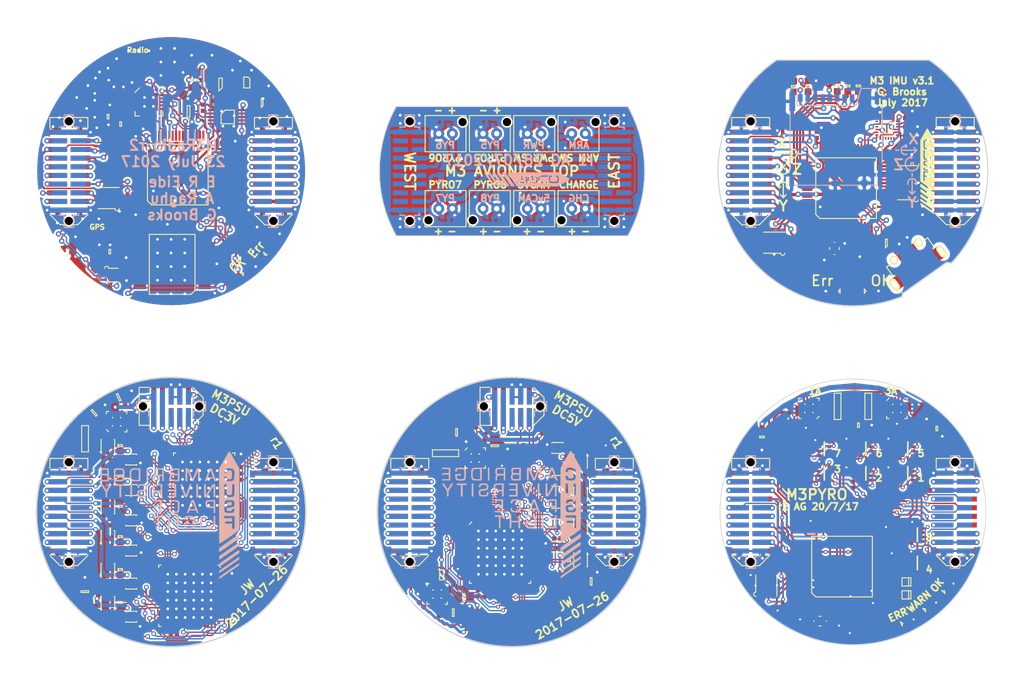
<source format=kicad_pcb>
(kicad_pcb (version 20221018) (generator pcbnew)
  (title_block (title "M3PSU - DC/DC 5V Board") (date "2017-02-28") (rev "1") (company "CU Spaceflight") (comment 1 "Drawn by: Jamie Wood"))
  (layers (0 "F.Cu" signal) (31 "B.Cu" signal) (34 "B.Paste" user) (35 "F.Paste" user) (36 "B.SilkS" user "B.Silkscreen") (37 "F.SilkS" user "F.Silkscreen") (38 "B.Mask" user) (39 "F.Mask" user) (44 "Edge.Cuts" user))
  (net 0 "")
  (net 1 "GND")
  (net 2 "3v3")
  (net 3 "Net-(C110-Pad1)")
  (net 4 "Net-(C111-Pad1)")
  (net 5 "/5v_CAN")
  (net 6 "Net-(D101-Pad2)")
  (net 7 "Net-(D102-Pad2)")
  (net 8 "/LED_RED")
  (net 9 "/LED_GRN")
  (net 10 "/Radio/Radio_nSEL")
  (net 11 "/JTMS")
  (net 12 "/JTCK")
  (net 13 "/JTDI")
  (net 14 "/JTDO")
  (net 15 "/CAN_RXD")
  (net 16 "/CAN_TXD")
  (net 17 "/CAN-")
  (net 18 "/CAN+")
  (net 19 "/3v3_IMU")
  (net 20 "/3v3_FC")
  (net 21 "/3v3_PYRO")
  (net 22 "/JTDR")
  (net 23 "/3v3_DL")
  (net 24 "/RSVD1")
  (net 25 "/3v3_AUX1")
  (net 26 "/3v3_AUX2")
  (net 27 "/RSVD2")
  (net 28 "/PYRO_SO")
  (net 29 "/PYRO_SI")
  (net 30 "/5v_RADIO")
  (net 31 "/PYRO1")
  (net 32 "/5v_IMU")
  (net 33 "/PYRO2")
  (net 34 "/5v_AUX1")
  (net 35 "/PYRO3")
  (net 36 "/5v_AUX2")
  (net 37 "/PYRO4")
  (net 38 "/5v_CAM")
  (net 39 "/PWR")
  (net 40 "/CHARGE")
  (net 41 "/Radio/RXp")
  (net 42 "/Radio/RXn")
  (net 43 "/Radio/TX_pin")
  (net 44 "Net-(C204-Pad2)")
  (net 45 "Net-(C205-Pad2)")
  (net 46 "Net-(C207-Pad1)")
  (net 47 "Net-(C1-Pad2)")
  (net 48 "Net-(C2-Pad1)")
  (net 49 "Net-(C3-Pad2)")
  (net 50 "Net-(C5-Pad1)")
  (net 51 "Net-(C5-Pad2)")
  (net 52 "Net-(D1-Pad1)")
  (net 53 "Net-(IC1-Pad2)")
  (net 54 "/GPS_RX")
  (net 55 "/GPS_TX")
  (net 56 "/GPS_RESET_N")
  (net 57 "Net-(L1-Pad1)")
  (net 58 "Net-(L2-Pad1)")
  (net 59 "1v8")
  (net 60 "/ANT_~{FLAG}")
  (net 61 "/ANT_~{EN}")
  (net 62 "Net-(IC2-Pad4)")
  (net 63 "Net-(IC3-Pad3)")
  (net 64 "/GPS_TIM1")
  (net 65 "/PLL_SCL")
  (net 66 "/PLL_SDA")
  (net 67 "/STM_HSE")
  (net 68 "/GPS_PPS")
  (net 69 "/Radio_GATE")
  (net 70 "/Radio_nSEL")
  (net 71 "/Radio_CLK")
  (net 72 "/Radio_SCLK")
  (net 73 "/Radio_SDO")
  (net 74 "/Radio_SDI")
  (net 75 "/Radio_SDN")
  (net 76 "/Radio_nIRQ")
  (net 77 "/Radio_GPIO1")
  (net 78 "Net-(IC201-Pad17)")
  (net 79 "Net-(Y1-Pad1)")
  (net 80 "Net-(IC2-Pad1)")
  (net 81 "Net-(U1-Pad2)")
  (net 82 "Net-(IC201-Pad5)")
  (net 83 "Net-(IC201-Pad7)")
  (net 84 "Net-(IC201-Pad9)")
  (net 85 "Net-(IC201-Pad16)")
  (net 86 "Net-(IC201-Pad19)")
  (net 87 "Net-(IC201-Pad20)")
  (net 88 "Net-(IC3-Pad4)")
  (net 89 "Net-(IC3-Pad6)")
  (net 90 "Net-(IC5-Pad5)")
  (net 91 "Net-(IC5-Pad13)")
  (net 92 "Net-(IC5-Pad15)")
  (net 93 "Net-(IC5-Pad16)")
  (net 94 "Net-(IC5-Pad17)")
  (net 95 "Net-(IC101-Pad2)")
  (net 96 "Net-(IC101-Pad6)")
  (net 97 "Net-(IC101-Pad7)")
  (net 98 "Net-(IC101-Pad8)")
  (net 99 "Net-(IC101-Pad9)")
  (net 100 "Net-(IC101-Pad10)")
  (net 101 "Net-(IC101-Pad11)")
  (net 102 "Net-(IC101-Pad23)")
  (net 103 "Net-(IC101-Pad24)")
  (net 104 "Net-(IC101-Pad25)")
  (net 105 "Net-(IC101-Pad26)")
  (net 106 "Net-(IC101-Pad27)")
  (net 107 "Net-(IC101-Pad28)")
  (net 108 "Net-(IC101-Pad33)")
  (net 109 "Net-(IC101-Pad38)")
  (net 110 "Net-(IC101-Pad39)")
  (net 111 "Net-(IC101-Pad40)")
  (net 112 "Net-(IC101-Pad42)")
  (net 113 "Net-(IC101-Pad43)")
  (net 114 "Net-(IC101-Pad51)")
  (net 115 "Net-(IC101-Pad52)")
  (net 116 "Net-(IC101-Pad53)")
  (net 117 "Net-(IC101-Pad54)")
  (net 118 "Net-(IC101-Pad56)")
  (net 119 "Net-(IC101-Pad57)")
  (net 120 "Net-(IC101-Pad58)")
  (net 121 "Net-(IC101-Pad59)")
  (net 122 "Net-(IC4-Pad4)")
  (net 123 "Net-(IC4-Pad5)")
  (net 124 "Net-(IC4-Pad10)")
  (net 125 "/3v3_RADIO")
  (net 126 "/PYRO8")
  (net 127 "/PYRO7")
  (net 128 "/PYRO6")
  (net 129 "/PYRO5")
  (net 130 "Net-(C2-Pad2)")
  (net 131 "VCC")
  (net 132 "Net-(IC1-Pad32)")
  (net 133 "/VBATT")
  (net 134 "/SDA")
  (net 135 "/SCL")
  (net 136 "/~{ALERT}")
  (net 137 "Net-(IC1-Pad24)")
  (net 138 "/ISNS0+")
  (net 139 "/VEN_0")
  (net 140 "/VEN_1")
  (net 141 "/VEN_2")
  (net 142 "/VEN_3")
  (net 143 "Net-(IC1-Pad22)")
  (net 144 "Net-(IC1-Pad23)")
  (net 145 "Net-(IC1-Pad25)")
  (net 146 "Net-(IC1-Pad26)")
  (net 147 "Net-(IC1-Pad33)")
  (net 148 "Net-(C4-Pad1)")
  (net 149 "Net-(C4-Pad2)")
  (net 150 "/ISNS1+")
  (net 151 "/ISNS2+")
  (net 152 "/ISNS3+")
  (net 153 "Net-(Q1-PadD)")
  (net 154 "Net-(Q2-PadD)")
  (net 155 "Net-(Q3-PadD)")
  (net 156 "Net-(Q4-PadD)")
  (net 157 "Net-(C7-Pad1)")
  (net 158 "Net-(IC1-Pad18)")
  (net 159 "/PSU_RSVD")
  (net 160 "Net-(C10-Pad2)")
  (net 161 "Net-(C11-Pad2)")
  (net 162 "Net-(C12-Pad1)")
  (net 163 "Net-(C12-Pad2)")
  (net 164 "/ISNS4+")
  (net 165 "/VEN_4")
  (net 166 "/VEN_5")
  (net 167 "/ISNS5+")
  (net 168 "/3v3_BASE")
  (net 169 "Net-(IC3-Pad18)")
  (net 170 "Net-(IC3-Pad22)")
  (net 171 "Net-(IC3-Pad23)")
  (net 172 "Net-(IC3-Pad24)")
  (net 173 "Net-(IC3-Pad25)")
  (net 174 "Net-(IC3-Pad26)")
  (net 175 "Net-(IC3-Pad32)")
  (net 176 "Net-(IC3-Pad33)")
  (net 177 "/3v3_AUX")
  (net 178 "Net-(Q10-PadG)")
  (net 179 "Net-(Q11-PadD)")
  (net 180 "Net-(C10-Pad1)")
  (net 181 "Net-(C11-Pad1)")
  (net 182 "Net-(C16-Pad1)")
  (net 183 "Net-(D1-Pad2)")
  (net 184 "Net-(D3-Pad2)")
  (net 185 "Net-(IC1-Pad6)")
  (net 186 "/BARO_SCLK")
  (net 187 "/BARO_SDO")
  (net 188 "/BARO_SDI")
  (net 189 "/BARO_CS")
  (net 190 "/MPU_IRQ")
  (net 191 "/~{MPU_SS}")
  (net 192 "/OTG_FS_DP")
  (net 193 "/OTG_FS_DM")
  (net 194 "/SCLK")
  (net 195 "/MISO")
  (net 196 "/MOSI")
  (net 197 "/USB_DETECT")
  (net 198 "Net-(D2-Pad1)")
  (net 199 "Net-(D2-Pad3)")
  (net 200 "/SDIO_D0")
  (net 201 "/SDIO_D1")
  (net 202 "/SDIO_D2")
  (net 203 "/SDIO_D3")
  (net 204 "/SDIO_CK")
  (net 205 "/SDIO_CMD")
  (net 206 "5v")
  (net 207 "Net-(C6-Pad1)")
  (net 208 "/BUS")
  (net 209 "Net-(IC4-Pad1)")
  (net 210 "/CONT")
  (net 211 "/CONT_EN")
  (net 212 "Net-(IC2-Pad9)")
  (net 213 "/3A_EN")
  (net 214 "/1A_EN")
  (net 215 "Net-(IC4-Pad9)")
  (net 216 "Net-(IC1-Pad3)")
  (net 217 "Net-(IC1-Pad4)")
  (net 218 "Net-(IC1-Pad8)")
  (net 219 "Net-(IC1-Pad9)")
  (net 220 "Net-(IC1-Pad10)")
  (net 221 "Net-(IC1-Pad11)")
  (net 222 "Net-(IC1-Pad17)")
  (net 223 "Net-(IC1-Pad27)")
  (net 224 "Net-(IC1-Pad28)")
  (net 225 "Net-(IC1-Pad29)")
  (net 226 "Net-(IC1-Pad51)")
  (net 227 "Net-(IC1-Pad52)")
  (net 228 "Net-(IC1-Pad53)")
  (net 229 "Net-(IC1-Pad54)")
  (net 230 "Net-(IC1-Pad56)")
  (net 231 "Net-(IC1-Pad57)")
  (net 232 "Net-(IC1-Pad58)")
  (net 233 "/CH3")
  (net 234 "Net-(Q3-Pad4)")
  (net 235 "Net-(Q8-Pad4)")
  (net 236 "/CH8")
  (net 237 "/CH1")
  (net 238 "Net-(Q1-Pad4)")
  (net 239 "Net-(Q2-Pad4)")
  (net 240 "/CH2")
  (net 241 "/CH4")
  (net 242 "Net-(Q4-Pad4)")
  (net 243 "Net-(Q5-Pad4)")
  (net 244 "/CH5")
  (net 245 "/CH6")
  (net 246 "Net-(Q6-Pad4)")
  (net 247 "Net-(Q7-Pad4)")
  (net 248 "/CH7")
  (net 249 "Net-(D2-Pad2)")
  (net 250 "/SI_DIV")
  (net 251 "/LED_YLW")
  (net 252 "/BUS_DIV")
  (net 253 "Net-(IC1-Pad7)")
  (net 254 "Net-(IC1-Pad35)")
  (net 255 "Net-(IC1-Pad30)")
  (net 256 "/V_DIST")
  (net 257 "Net-(IC3-Pad1)")
  (footprint "agg:0402" (layer "F.Cu") (at 83.3 81 90)
    (fp_text reference "C103")
    (fp_text value "4u7")
  )
  (footprint "agg:0402" (layer "F.Cu") (at 83.75 69.45 180)
    (fp_text reference "C104")
    (fp_text value "100n")
  )
  (footprint "agg:0402" (layer "F.Cu") (at 68.6 81.2 90)
    (fp_text reference "C105")
    (fp_text value "100n")
  )
  (footprint "agg:0402" (layer "F.Cu") (at 75.7 82.8)
    (fp_text reference "C106")
    (fp_text value "1u")
  )
  (footprint "agg:0402" (layer "F.Cu") (at 83.3 79 90)
    (fp_text reference "C107")
    (fp_text value "100n")
  )
  (footprint "agg:0402" (layer "F.Cu") (at 77.8 82.8)
    (fp_text reference "C108")
    (fp_text value "100n")
  )
  (footprint "agg:0402" (layer "F.Cu") (at 68.7 69.7 90)
    (fp_text reference "C109")
    (fp_text value "100n")
  )
  (footprint "agg:0402" (layer "F.Cu") (at 71.95 68.15 180)
    (fp_text reference "C110")
    (fp_text value "2u2")
  )
  (footprint "agg:0402" (layer "F.Cu") (at 83.3 71.15 90)
    (fp_text reference "C111")
    (fp_text value "2u2")
  )
  (footprint "agg:0402" (layer "F.Cu") (at 68.6 79 -90)
    (fp_text reference "C112")
    (fp_text value "100n")
  )
  (footprint "agg:0603-LED" (layer "F.Cu") (at 88.75 87.2 50)
    (fp_text reference "D101")
    (fp_text value "RED")
  )
  (footprint "agg:0603-LED" (layer "F.Cu") (at 85.5 90 -145)
    (fp_text reference "D102")
    (fp_text value "GRN")
  )
  (footprint "agg:LQFP-64" (layer "F.Cu") (at 75.975 75.5 90)
    (fp_text reference "IC101")
    (fp_text value "STM32F405RxTx")
  )
  (footprint "agg:DFN-8-EP-MICROCHIP" (layer "F.Cu") (at 65.825 78.95 180)
    (fp_text reference "IC102")
    (fp_text value "MCP2562")
  )
  (footprint "agg:QFN-20-EP-SI" (layer "F.Cu") (at 71.75 64.85)
    (fp_text reference "IC201")
    (fp_text value "Si4461")
  )
  (footprint "agg:TFML-110-02-L-D" (layer "F.Cu") (at 60 75 -90)
    (fp_text reference "J101")
    (fp_text value "WEST TOP")
  )
  (footprint "agg:TFML-110-02-L-D" (layer "F.Cu") (at 90 75 -90)
    (fp_text reference "J103")
    (fp_text value "EAST TOP")
  )
  (footprint "agg:0402" (layer "F.Cu") (at 85.9 84.7 -90)
    (fp_text reference "R102")
    (fp_text value "100")
  )
  (footprint "agg:0402" (layer "F.Cu") (at 84.5 84.7 -90)
    (fp_text reference "R103")
    (fp_text value "100")
  )
  (footprint "agg:0402" (layer "F.Cu") (at 81.87 87.11 -90)
    (fp_text reference "C113")
    (fp_text value "100n")
  )
  (footprint "agg:0402" (layer "F.Cu") (at 69.85 68.15)
    (fp_text reference "C201")
    (fp_text value "100p")
  )
  (footprint "agg:0402" (layer "F.Cu") (at 66.3 69.7 -90)
    (fp_text reference "C202")
    (fp_text value "100n")
  )
  (footprint "agg:0402" (layer "F.Cu") (at 66 64.1 -90)
    (fp_text reference "C203")
    (fp_text value "3p")
  )
  (footprint "agg:0402" (layer "F.Cu") (at 68.05 67.05 180)
    (fp_text reference "C204")
    (fp_text value "22p")
  )
  (footprint "agg:0402" (layer "F.Cu") (at 67.3 65.8 180)
    (fp_text reference "C205")
    (fp_text value "1p")
  )
  (footprint "agg:0402" (layer "F.Cu") (at 64.3 65.8 180)
    (fp_text reference "C206")
    (fp_text value "5.6p")
  )
  (footprint "agg:0402" (layer "F.Cu") (at 64.35 62.45 180)
    (fp_text reference "C207")
    (fp_text value "5.6p")
  )
  (footprint "agg:0603-L" (layer "F.Cu") (at 67.6 68.1)
    (fp_text reference "L201")
    (fp_text value "120nH")
  )
  (footprint "agg:0603-L" (layer "F.Cu") (at 65.75 67 180)
    (fp_text reference "L204")
    (fp_text value "8.2nH")
  )
  (footprint "agg:TFML-110-02-L-D" (layer "F.Cu") (at 60 125 -90)
    (fp_text reference "J1")
    (fp_text value "WEST TOP")
  )
  (footprint "agg:TFML-110-02-L-D" (layer "F.Cu") (at 90 125 -90)
    (fp_text reference "J4")
    (fp_text value "EAST TOP")
  )
  (footprint "agg:0402" (layer "F.Cu") (at 170.25 86.4 90)
    (fp_text reference "C1")
    (fp_text value "10p")
  )
  (footprint "agg:0402" (layer "F.Cu") (at 172.405047 88.866527 180)
    (fp_text reference "C2")
    (fp_text value "10p")
  )
  (footprint "agg:0402" (layer "F.Cu") (at 183.7 81.4 180)
    (fp_text reference "C3")
    (fp_text value "4µ7")
  )
  (footprint "agg:0402" (layer "F.Cu") (at 182.025 72.05 180)
    (fp_text reference "C4")
    (fp_text value "100n")
  )
  (footprint "agg:0402" (layer "F.Cu") (at 166.75 81.25 -90)
    (fp_text reference "C5")
    (fp_text value "100n")
  )
  (footprint "agg:0402" (layer "F.Cu") (at 176.441107 86.565147)
    (fp_text reference "C6")
    (fp_text value "1µ")
  )
  (footprint "agg:0402" (layer "F.Cu") (at 181.5 81.4)
    (fp_text reference "C7")
    (fp_text value "100n")
  )
  (footprint "agg:0402" (layer "F.Cu") (at 169.7 69.675 -90)
    (fp_text reference "C8")
    (fp_text value "100n")
  )
  (footprint "agg:0402" (layer "F.Cu") (at 176.441107 85.065147)
    (fp_text reference "C9")
    (fp_text value "100n")
  )
  (footprint "agg:0402" (layer "F.Cu") (at 171 69.675 90)
    (fp_text reference "C10")
    (fp_text value "2µ2")
  )
  (footprint "agg:0402" (layer "F.Cu") (at 182 73.1)
    (fp_text reference "C11")
    (fp_text value "2µ2")
  )
  (footprint "agg:0402" (layer "F.Cu") (at 166.25 85.6 -90)
    (fp_text reference "C12")
    (fp_text value "100n")
  )
  (footprint "agg:0402" (layer "F.Cu") (at 183.1 67.2 180)
    (fp_text reference "C13")
    (fp_text value "100n")
  )
  (footprint "agg:0402" (layer "F.Cu") (at 183.1 69.8 180)
    (fp_text reference "C14")
    (fp_text value "10n")
  )
  (footprint "agg:0402" (layer "F.Cu") (at 183.7 80.15)
    (fp_text reference "C15")
    (fp_text value "100n")
  )
  (footprint "agg:0402" (layer "F.Cu") (at 183.1 68.5)
    (fp_text reference "C16")
    (fp_text value "100n")
  )
  (footprint "agg:0603-LED" (layer "F.Cu") (at 173 92.6)
    (fp_text reference "D1")
    (fp_text value "RED")
  )
  (footprint "agg:0603-LED" (layer "F.Cu") (at 176.8 92.6 180)
    (fp_text reference "D3")
    (fp_text value "GRN")
  )
  (footprint "agg:LQFP-64" (layer "F.Cu") (at 174 77.5 90)
    (fp_text reference "IC1")
    (fp_text value "STM32F405RxTx")
  )
  (footprint "agg:DFN-8-EP-MICROCHIP" (layer "F.Cu") (at 163.45 85.5 180)
    (fp_text reference "IC2")
    (fp_text value "MCP2562")
  )
  (footprint "agg:MS5611" (layer "F.Cu") (at 183.05 76.7 180)
    (fp_text reference "IC3")
    (fp_text value "MS5611-01BA03")
  )
  (footprint "agg:QFN-24-MPU9250" (layer "F.Cu") (at 180 68.7 90)
    (fp_text reference "IC4")
    (fp_text value "MPU-9250")
  )
  (footprint "agg:0402" (layer "F.Cu") (at 174.705047 86.366527 90)
    (fp_text reference "R1")
    (fp_text value "100")
  )
  (footprint "agg:0402" (layer "F.Cu") (at 173 91.2)
    (fp_text reference "R2")
    (fp_text value "100")
  )
  (footprint "agg:0402" (layer "F.Cu") (at 176.8 91.2 180)
    (fp_text reference "R4")
    (fp_text value "100")
  )
  (footprint "agg:XTAL-20x16" (layer "F.Cu") (at 172.280047 86.341527)
    (fp_text reference "Y1")
    (fp_text value "26M")
  )
  (footprint "M3_IMU:cusf_logo_small" (layer "F.Cu") (at 185.9 75)
    (fp_text reference "X1" hide)
    (fp_text value "PART" hide)
  )
  (footprint "agg:MICROUSB_MOLEX_47589-0001" (layer "F.Cu") (at 184.559409 89.2051 35.35)
    (fp_text reference "J1")
    (fp_text value "MICROUSB")
  )
  (footprint "agg:TFML-105-02-L-D" (layer "F.Cu") (at 75 109.5)
    (fp_text reference "J3")
    (fp_text value "NORTH TOP")
  )
  (footprint "agg:SOT-666" (layer "F.Cu") (at 179.902 85.49 180)
    (fp_text reference "D2")
    (fp_text value "USBLC6-2P6")
  )
  (footprint "agg:0402" (layer "F.Cu") (at 66.75 88.25 180)
    (fp_text reference "C1")
    (fp_text value "100n")
  )
  (footprint "agg:0402" (layer "F.Cu") (at 68.5 89.4 -90)
    (fp_text reference "C2")
    (fp_text value "1u")
  )
  (footprint "agg:0402" (layer "F.Cu") (at 64.4 88.35 -90)
    (fp_text reference "C3")
    (fp_text value "1u")
  )
  (footprint "agg:0402" (layer "F.Cu") (at 88.725 63.45)
    (fp_text reference "C4")
    (fp_text value "100n")
  )
  (footprint "agg:0402" (layer "F.Cu") (at 83.75 64.7)
    (fp_text reference "C5")
    (fp_text value "1n")
  )
  (footprint "agg:0402" (layer "F.Cu") (at 65.25 84.85 -90)
    (fp_text reference "D1")
    (fp_text value "ESD_DIODE")
  )
  (footprint "agg:0402" (layer "F.Cu") (at 66.95 60.35 90)
    (fp_text reference "D2")
    (fp_text value "ESD_DIODE")
  )
  (footprint "agg:DFN-6-EP-ONSEMI" (layer "F.Cu") (at 66.25 90.25)
    (fp_text reference "IC1")
    (fp_text value "NCP380")
  )
  (footprint "agg:0402-L" (layer "F.Cu") (at 66.4 84.6 90)
    (fp_text reference "L1")
    (fp_text value "91nH")
  )
  (footprint "agg:0402-L" (layer "F.Cu") (at 67.7 85 180)
    (fp_text reference "L2")
    (fp_text value "91nH")
  )
  (footprint "agg:0402-L" (layer "F.Cu") (at 68.1 86.3 90)
    (fp_text reference "L3")
    (fp_text value "91nH")
  )
  (footprint "agg:0603" (layer "F.Cu") (at 66 86.8)
    (fp_text reference "R1")
    (fp_text value "10")
  )
  (footprint "agg:0402" (layer "F.Cu") (at 63.4 88.35 -90)
    (fp_text reference "R2")
    (fp_text value "110k")
  )
  (footprint "M3radio:U.FL-R-SMT-1" (layer "F.Cu") (at 62.05 86.1 180)
    (fp_text reference "P101")
    (fp_text value "COAX")
  )
  (footprint "M3radio:U.FL-R-SMT-1" (layer "F.Cu") (at 70.2 59.375)
    (fp_text reference "P201")
    (fp_text value "COAX")
  )
  (footprint "agg:0402" (layer "F.Cu") (at 90.85 65.25 -90)
    (fp_text reference "C7")
    (fp_text value "1u")
  )
  (footprint "agg:0402" (layer "F.Cu") (at 88.4 62.025 -90)
    (fp_text reference "C8")
    (fp_text value "1u")
  )
  (footprint "agg:SC-70-5" (layer "F.Cu") (at 88.35 65 180)
    (fp_text reference "U1")
    (fp_text value "NCP4620")
  )
  (footprint "agg:0603" (layer "F.Cu") (at 168.425 62.55 -90)
    (fp_text reference "R3")
    (fp_text value "47K")
  )
  (footprint "agg:0603" (layer "F.Cu") (at 166.31 62.57 -90)
    (fp_text reference "R6")
    (fp_text value "47K")
  )
  (footprint "agg:0603" (layer "F.Cu") (at 175.8 62.5 -90)
    (fp_text reference "R7")
    (fp_text value "47K")
  )
  (footprint "agg:0603" (layer "F.Cu") (at 174.25 62.5 -90)
    (fp_text reference "R8")
    (fp_text value "47K")
  )
  (footprint "agg:0603" (layer "F.Cu") (at 172.7 62.5 -90)
    (fp_text reference "R9")
    (fp_text value "47K")
  )
  (footprint "agg:0805" (layer "F.Cu") (at 67.3 108.175 25)
    (fp_text reference "C5")
    (fp_text value "10u")
  )
  (footprint "agg:0402" (layer "F.Cu") (at 68.7 109.4)
    (fp_text reference "C6")
    (fp_text value "100n")
  )
  (footprint "agg:0402" (layer "F.Cu") (at 69.32 111.7 -90)
    (fp_text reference "C7")
    (fp_text value "3n3")
  )
  (footprint "agg:0805" (layer "F.Cu") (at 63.7 110.46 40)
    (fp_text reference "C8")
    (fp_text value "22u")
  )
  (footprint "agg:0805" (layer "F.Cu") (at 116.375 139.75)
    (fp_text reference "C9")
    (fp_text value "22u")
  )
  (footprint "agg:0402" (layer "F.Cu") (at 77.375 126.375 180)
    (fp_text reference "C10")
    (fp_text value "10n")
  )
  (footprint "agg:0402" (layer "F.Cu") (at 85.25 117.95 -90)
    (fp_text reference "C11")
    (fp_text value "100n")
  )
  (footprint "agg:0805" (layer "F.Cu") (at 117.95 137.55 180)
    (fp_text reference "C12")
    (fp_text value "22u")
  )
  (footprint "agg:QFN-16-EP-TI" (layer "F.Cu") (at 67 111.749999 90)
    (fp_text reference "IC2")
    (fp_text value "TPS62132")
  )
  (footprint "agg:QFN-16-EP-TI" (layer "F.Cu") (at 114.024307 137.025693 -90)
    (fp_text reference "IC3")
    (fp_text value "TPS62152")
  )
  (footprint "agg:VLS201610HBX-1" (layer "F.Cu") (at 114.674307 134.225693)
    (fp_text reference "L2")
    (fp_text value "3u3")
  )
  (footprint "agg:QFN-64-EP-LTC-UP" (layer "F.Cu") (at 77.68 137.295 180)
    (fp_text reference "IC1")
    (fp_text value "LTC2975")
  )
  (footprint "agg:0402" (layer "F.Cu") (at 83.075 135.875 -90)
    (fp_text reference "C1")
    (fp_text value "100n")
  )
  (footprint "agg:0402" (layer "F.Cu") (at 75.4 142.85 180)
    (fp_text reference "C2")
    (fp_text value "10n")
  )
  (footprint "agg:0402" (layer "F.Cu") (at 83.075 134 -90)
    (fp_text reference "C3")
    (fp_text value "100n")
  )
  (footprint "agg:0402" (layer "F.Cu") (at 72.225 136.425 -90)
    (fp_text reference "C4")
    (fp_text value "100n")
  )
  (footprint "agg:0402" (layer "F.Cu") (at 77.225 131.225 -90)
    (fp_text reference "R2")
    (fp_text value "10k")
  )
  (footprint "agg:0402" (layer "F.Cu") (at 72.325 133.325 -90)
    (fp_text reference "R3")
    (fp_text value "10k")
  )
  (footprint "agg:0402" (layer "F.Cu") (at 79.075 131.225 -90)
    (fp_text reference "R4")
    (fp_text value "10k")
  )
  (footprint "agg:0402" (layer "F.Cu") (at 72.975 131.925)
    (fp_text reference "R5")
    (fp_text value "10k")
  )
  (footprint "agg:0402" (layer "F.Cu") (at 80 131.225 -90)
    (fp_text reference "R6")
    (fp_text value "10k")
  )
  (footprint "agg:0402" (layer "F.Cu") (at 78.15 131.225 -90)
    (fp_text reference "R7")
    (fp_text value "10k")
  )
  (footprint "agg:0402" (layer "F.Cu") (at 76.3 131.225 -90)
    (fp_text reference "R8")
    (fp_text value "10k")
  )
  (footprint "agg:0402" (layer "F.Cu") (at 65.525 118.05)
    (fp_text reference "R9")
    (fp_text value "33k")
  )
  (footprint "agg:0402" (layer "F.Cu") (at 65.525 122.5)
    (fp_text reference "R10")
    (fp_text value "33k")
  )
  (footprint "agg:0402" (layer "F.Cu") (at 65.525 126.95)
    (fp_text reference "R11")
    (fp_text value "33k")
  )
  (footprint "agg:0402" (layer "F.Cu") (at 65.525 131.4)
    (fp_text reference "R12")
    (fp_text value "33k")
  )
  (footprint "agg:0402" (layer "F.Cu") (at 65.525 117.125)
    (fp_text reference "R13")
    (fp_text value "33k")
  )
  (footprint "agg:0402" (layer "F.Cu") (at 65.525 121.575)
    (fp_text reference "R14")
    (fp_text value "33k")
  )
  (footprint "agg:0402" (layer "F.Cu") (at 65.525 126.025)
    (fp_text reference "R15")
    (fp_text value "33k")
  )
  (footprint "agg:0402" (layer "F.Cu") (at 65.525 130.475)
    (fp_text reference "R16")
    (fp_text value "33k")
  )
  (footprint "agg:SON2x2" (layer "F.Cu") (at 65.725 115.375)
    (fp_text reference "Q5")
    (fp_text value "PFET_GDS")
  )
  (footprint "agg:0603" (layer "F.Cu") (at 67.525 115.25 90)
    (fp_text reference "R17")
    (fp_text value "10m")
  )
  (footprint "agg:0603" (layer "F.Cu") (at 67.525 119.7 90)
    (fp_text reference "R18")
    (fp_text value "10m")
  )
  (footprint "agg:0603" (layer "F.Cu") (at 67.525 124.15 90)
    (fp_text reference "R19")
    (fp_text value "10m")
  )
  (footprint "agg:0603" (layer "F.Cu") (at 67.525 128.6 90)
    (fp_text reference "R20")
    (fp_text value "10m")
  )
  (footprint "agg:SON2x2" (layer "F.Cu") (at 65.725 119.821)
    (fp_text reference "Q6")
    (fp_text value "PFET_GDS")
  )
  (footprint "agg:SON2x2" (layer "F.Cu") (at 65.725 124.271)
    (fp_text reference "Q7")
    (fp_text value "PFET_GDS")
  )
  (footprint "agg:SON2x2" (layer "F.Cu") (at 65.725 128.725)
    (fp_text reference "Q8")
    (fp_text value "PFET_GDS")
  )
  (footprint "agg:0402" (layer "F.Cu") (at 80.925 131.225 -90)
    (fp_text reference "R1")
    (fp_text value "5k49")
  )
  (footprint "agg:PowerPAK-SC-75-6L-Single" (layer "F.Cu") (at 69.15 117.3 -90)
    (fp_text reference "Q1")
    (fp_text value "NFET_GDS")
  )
  (footprint "agg:XFL4020" (layer "F.Cu") (at 62.375 114.25 180)
    (fp_text reference "L1")
    (fp_text value "2u2")
  )
  (footprint "agg:0402" (layer "F.Cu") (at 85.25 119.825 -90)
    (fp_text reference "C9")
    (fp_text value "100n")
  )
  (footprint "agg:0402" (layer "F.Cu") (at 74.45 120.1 -90)
    (fp_text reference "C12")
    (fp_text value "100n")
  )
  (footprint "agg:QFN-64-EP-LTC-UP" (layer "F.Cu") (at 79.85 120.84 180)
    (fp_text reference "IC3")
    (fp_text value "LTC2975")
  )
  (footprint "agg:SON2x2" (layer "F.Cu") (at 65.725 133.5475)
    (fp_text reference "Q10")
    (fp_text value "PFET_GDS")
  )
  (footprint "agg:SON2x2" (layer "F.Cu") (at 65.725 138.375)
    (fp_text reference "Q12")
    (fp_text value "PFET_GDS")
  )
  (footprint "agg:0402" (layer "F.Cu") (at 79.425 114.775 -90)
    (fp_text reference "R21")
    (fp_text value "10k")
  )
  (footprint "agg:0402" (layer "F.Cu") (at 74 117.35)
    (fp_text reference "R22")
    (fp_text value "10k")
  )
  (footprint "agg:0402" (layer "F.Cu") (at 81.275 114.775 -90)
    (fp_text reference "R23")
    (fp_text value "10k")
  )
  (footprint "agg:0402" (layer "F.Cu") (at 74 116.425)
    (fp_text reference "R24")
    (fp_text value "10k")
  )
  (footprint "agg:0402" (layer "F.Cu") (at 82.2 114.775 -90)
    (fp_text reference "R25")
    (fp_text value "10k")
  )
  (footprint "agg:0402" (layer "F.Cu") (at 83.125 114.775 -90)
    (fp_text reference "R26")
    (fp_text value "5k49")
  )
  (footprint "agg:0402" (layer "F.Cu") (at 80.35 114.775 -90)
    (fp_text reference "R27")
    (fp_text value "10k")
  )
  (footprint "agg:0402" (layer "F.Cu") (at 78.5 114.775 -90)
    (fp_text reference "R28")
    (fp_text value "10k")
  )
  (footprint "agg:0402" (layer "F.Cu") (at 65.525 136.225)
    (fp_text reference "R29")
    (fp_text value "33k")
  )
  (footprint "agg:0402" (layer "F.Cu") (at 65.525 135.3)
    (fp_text reference "R30")
    (fp_text value "33k")
  )
  (footprint "agg:0603" (layer "F.Cu") (at 67.525 133.425 90)
    (fp_text reference "R31")
    (fp_text value "10m")
  )
  (footprint "agg:0402" (layer "F.Cu") (at 65.525 141.05)
    (fp_text reference "R32")
    (fp_text value "33k")
  )
  (footprint "agg:0402" (layer "F.Cu") (at 65.525 140.125)
    (fp_text reference "R33")
    (fp_text value "33k")
  )
  (footprint "agg:0603" (layer "F.Cu") (at 67.525 138.25 90)
    (fp_text reference "R34")
    (fp_text value "10m")
  )
  (footprint "agg:0402" (layer "F.Cu") (at 79.65 65.7 -90)
    (fp_text reference "C9")
    (fp_text value "100n")
  )
  (footprint "agg:0402" (layer "F.Cu") (at 78.6 64.25 180)
    (fp_text reference "C10")
    (fp_text value "100n")
  )
  (footprint "agg:0402" (layer "F.Cu") (at 81.4 64.7 180)
    (fp_text reference "C11")
    (fp_text value "1n")
  )
  (footprint "agg:SOT-23-5" (layer "F.Cu") (at 82.25 62.3 180)
    (fp_text reference "IC2")
    (fp_text value "NC7SZ04")
  )
  (footprint "agg:MSOP-10" (layer "F.Cu") (at 83.3 67.05)
    (fp_text reference "IC3")
    (fp_text value "CS2100-CP")
  )
  (footprint "agg:DFN-10-SL18860DC" (layer "F.Cu") (at 77.55 66.2 180)
    (fp_text reference "IC4")
    (fp_text value "SL18860DC")
  )
  (footprint "agg:MAX-M8Q" (layer "F.Cu") (at 75.15 88.675 180)
    (fp_text reference "IC5")
    (fp_text value "MAX_M8Q")
  )
  (footprint "agg:SC-70-6" (layer "F.Cu") (at 78.5 61.65 -90)
    (fp_text reference "IC6")
    (fp_text value "SN74LVC1G0832")
  )
  (footprint "agg:0402" (layer "F.Cu") (at 82.25 59.85 180)
    (fp_text reference "R3")
    (fp_text value "1M")
  )
  (footprint "agg:TG-5006CG" (layer "F.Cu") (at 86.1 62 -90)
    (fp_text reference "Y1")
    (fp_text value "TCXO")
  )
  (footprint "agg:PowerPAK-SC-75-6L-Single" (layer "F.Cu") (at 69.15 121.785 -90)
    (fp_text reference "Q2")
    (fp_text value "NFET_GDS")
  )
  (footprint "agg:PowerPAK-SC-75-6L-Single" (layer "F.Cu") (at 69.15 126.225 -90)
    (fp_text reference "Q3")
    (fp_text value "NFET_GDS")
  )
  (footprint "agg:PowerPAK-SC-75-6L-Single" (layer "F.Cu") (at 69.15 130.65 -90)
    (fp_text reference "Q4")
    (fp_text value "NFET_GDS")
  )
  (footprint "agg:PowerPAK-SC-75-6L-Single" (layer "F.Cu") (at 69.15 135.5 -90)
    (fp_text reference "Q9")
    (fp_text value "NFET_GDS")
  )
  (footprint "agg:PowerPAK-SC-75-6L-Single" (layer "F.Cu") (at 69.15 140.35 -90)
    (fp_text reference "Q11")
    (fp_text value "NFET_GDS")
  )
  (footprint "agg:0402" (layer "F.Cu") (at 69.125 118.55)
    (fp_text reference "R35")
    (fp_text value "1M")
  )
  (footprint "agg:0402" (layer "F.Cu") (at 69.125 123.025)
    (fp_text reference "R36")
    (fp_text value "1M")
  )
  (footprint "agg:0402" (layer "F.Cu") (at 69.125 127.475)
    (fp_text reference "R37")
    (fp_text value "1M")
  )
  (footprint "agg:0402" (layer "F.Cu") (at 69.675 131.875)
    (fp_text reference "R38")
    (fp_text value "1M")
  )
  (footprint "agg:0402" (layer "F.Cu") (at 69.125 136.875)
    (fp_text reference "R39")
    (fp_text value "1M")
  )
  (footprint "agg:0402" (layer "F.Cu") (at 69.15 141.775)
    (fp_text reference "R40")
    (fp_text value "1M")
  )
  (footprint "agg:XTAL-20x16" (layer "F.Cu") (at 170.2 141 -90)
    (fp_text reference "Y1")
    (fp_text value "26M")
  )
  (footprint "agg:XFL4020" (layer "F.Cu") (at 177.25 109.5 180)
    (fp_text reference "L1")
    (fp_text value "2µ2")
  )
  (footprint "agg:XFL4020" (layer "F.Cu") (at 172.75 109.5)
    (fp_text reference "L2")
    (fp_text value "2µ2")
  )
  (footprint "agg:TFML-110-02-L-D" (layer "F.Cu") (at 160 125 -90)
    (fp_text reference "J1")
    (fp_text value "WEST TOP")
  )
  (footprint "agg:TFML-110-02-L-D" (layer "F.Cu") (at 190 125 -90)
    (fp_text reference "J3")
    (fp_text value "EAST TOP")
  )
  (footprint "agg:SOD-323" (layer "F.Cu") (at 182.85 137.15 180)
    (fp_text reference "D5")
    (fp_text value "PMEG2005AEA")
  )
  (footprint "agg:SOD-323" (layer "F.Cu") (at 182.85 135.25 180)
    (fp_text reference "D4")
    (fp_text value "PMEG2005AEA")
  )
  (footprint "agg:QFN-16-EP-TI" (layer "F.Cu") (at 181.45 109.8)
    (fp_text reference "IC2")
    (fp_text value "TPS62130")
  )
  (footprint "agg:QFN-16-EP-TI" (layer "F.Cu") (at 168.55 109.8 180)
    (fp_text reference "IC4")
    (fp_text value "TPS62150")
  )
  (footprint "agg:LQFP-64" (layer "F.Cu") (at 173.4 133 90)
    (fp_text reference "IC1")
    (fp_text value "STM32F405RxTx")
  )
  (footprint "agg:DFN-8-EP-MICROCHIP" (layer "F.Cu") (at 162.3 135.8 90)
    (fp_text reference "IC3")
    (fp_text value "MCP2562")
  )
  (footprint "agg:ChipFET-1206-8" (layer "F.Cu") (at 183.05 115.75)
    (fp_text reference "Q3")
    (fp_text value "Si5515CDC")
  )
  (footprint "agg:ChipFET-1206-8" (layer "F.Cu") (at 184.45 132.5)
    (fp_text reference "Q8")
    (fp_text value "Si5515CDC")
  )
  (footprint "agg:ChipFET-1206-8" (layer "F.Cu") (at 170.8 115.75)
    (fp_text reference "Q1")
    (fp_text value "Si5515CDC")
  )
  (footprint "agg:ChipFET-1206-8" (layer "F.Cu") (at 176.9 115.75)
    (fp_text reference "Q2")
    (fp_text value "Si5515CDC")
  )
  (footprint "agg:ChipFET-1206-8" (layer "F.Cu") (at 184.45 128.35)
    (fp_text reference "Q4")
    (fp_text value "Si5515CDC")
  )
  (footprint "agg:ChipFET-1206-8" (layer "F.Cu") (at 170.8 119.35)
    (fp_text reference "Q5")
    (fp_text value "Si5515CDC")
  )
  (footprint "agg:ChipFET-1206-8" (layer "F.Cu") (at 176.9 119.35)
    (fp_text reference "Q6")
    (fp_text value "Si5515CDC")
  )
  (footprint "agg:ChipFET-1206-8" (layer "F.Cu") (at 183.05 119.35)
    (fp_text reference "Q7")
    (fp_text value "Si5515CDC")
  )
  (footprint "agg:0603-LED" (layer "F.Cu") (at 188.35 136.65 -130)
    (fp_text reference "D3")
    (fp_text value "GRN")
  )
  (footprint "agg:0603-LED" (layer "F.Cu") (at 185.55 139.3 -140)
    (fp_text reference "D2")
    (fp_text value "YLW")
  )
  (footprint "agg:0603-LED" (layer "F.Cu") (at 182.2 141.35 -155)
    (fp_text reference "D1")
    (fp_text value "RED")
  )
  (footprint "agg:0603" (layer "F.Cu") (at 175.8 112.25)
    (fp_text reference "C16")
    (fp_text value "22µ")
  )
  (footprint "agg:0603" (layer "F.Cu") (at 187.3 112.75)
    (fp_text reference "C12")
    (fp_text value "10µ")
  )
  (footprint "agg:0402" (layer "F.Cu") (at 166.1 137.1 -90)
    (fp_text reference "C4")
    (fp_text value "100n")
  )
  (footprint "agg:0402" (layer "F.Cu") (at 175 141.9)
    (fp_text reference "C5")
    (fp_text value "1µ")
  )
  (footprint "agg:0402" (layer "F.Cu") (at 164.75 139 -90)
    (fp_text reference "C15")
    (fp_text value "100n")
  )
  (footprint "agg:0402" (layer "F.Cu") (at 165.95 112 180)
    (fp_text reference "C14")
    (fp_text value "100n")
  )
  (footprint "agg:0402" (layer "F.Cu") (at 184.45 111.35)
    (fp_text reference "C13")
    (fp_text value "100n")
  )
  (footprint "agg:0402" (layer "F.Cu") (at 180.7 129.75 -90)
    (fp_text reference "C11")
    (fp_text value "2µ2")
  )
  (footprint "agg:0402" (layer "F.Cu") (at 169.85 125.7 180)
    (fp_text reference "C10")
    (fp_text value "2µ2")
  )
  (footprint "agg:0402" (layer "F.Cu") (at 175 140.7)
    (fp_text reference "C9")
    (fp_text value "100n")
  )
  (footprint "agg:0402" (layer "F.Cu") (at 167.75 126.9 180)
    (fp_text reference "C8")
    (fp_text value "100n")
  )
  (footprint "agg:0402" (layer "F.Cu") (at 172.3 141.2 90)
    (fp_text reference "C1")
    (fp_text value "10p")
  )
  (footprint "agg:0402" (layer "F.Cu") (at 179.05 139.1)
    (fp_text reference "C7")
    (fp_text value "100n")
  )
  (footprint "agg:0402" (layer "F.Cu") (at 168.1 141.2 90)
    (fp_text reference "C6")
    (fp_text value "10p")
  )
  (footprint "agg:0402" (layer "F.Cu") (at 163.85 112)
    (fp_text reference "R8")
    (fp_text value "3k3")
  )
  (footprint "agg:0402" (layer "F.Cu") (at 180.7 127.65 -90)
    (fp_text reference "C3")
    (fp_text value "100n")
  )
  (footprint "agg:0402" (layer "F.Cu") (at 179.05 142.7)
    (fp_text reference "R2")
    (fp_text value "100")
  )
  (footprint "agg:0402" (layer "F.Cu") (at 179.05 141.5)
    (fp_text reference "R3")
    (fp_text value "100")
  )
  (footprint "agg:0402" (layer "F.Cu") (at 179.05 140.3)
    (fp_text reference "R4")
    (fp_text value "100")
  )
  (footprint "agg:0402" (layer "F.Cu") (at 170.2 142.9)
    (fp_text reference "R5")
    (fp_text value "100")
  )
  (footprint "agg:0402" (layer "F.Cu") (at 165.2 110.45 180)
    (fp_text reference "R7")
    (fp_text value "10k")
  )
  (footprint "agg:0402" (layer "F.Cu") (at 181.15 121 -90)
    (fp_text reference "R18")
    (fp_text value "10k")
  )
  (footprint "agg:0402" (layer "F.Cu") (at 173.2 112.4 180)
    (fp_text reference "R9")
    (fp_text value "10k")
  )
  (footprint "agg:0402" (layer "F.Cu") (at 167.75 125.7 180)
    (fp_text reference "C2")
    (fp_text value "4µ7")
  )
  (footprint "agg:0402" (layer "F.Cu") (at 171.1 112.4 180)
    (fp_text reference "R10")
    (fp_text value "3k3")
  )
  (footprint "agg:0402" (layer "F.Cu") (at 168.45 114.55)
    (fp_text reference "R11")
    (fp_text value "10k")
  )
  (footprint "agg:0402" (layer "F.Cu") (at 181.15 114.7 90)
    (fp_text reference "R12")
    (fp_text value "10k")
  )
  (footprint "agg:0402" (layer "F.Cu") (at 168.45 118.15)
    (fp_text reference "R13")
    (fp_text value "10k")
  )
  (footprint "agg:0402" (layer "F.Cu") (at 181.15 118.9 90)
    (fp_text reference "R14")
    (fp_text value "10k")
  )
  (footprint "agg:0402" (layer "F.Cu") (at 168.45 116.15 180)
    (fp_text reference "R15")
    (fp_text value "10k")
  )
  (footprint "agg:0402" (layer "F.Cu") (at 181.15 116.8 -90)
    (fp_text reference "R16")
    (fp_text value "10k")
  )
  (footprint "agg:0402" (layer "F.Cu") (at 168.9 120.1 -90)
    (fp_text reference "R17")
    (fp_text value "10k")
  )
  (footprint "agg:0402" (layer "F.Cu") (at 182.55 133.4 -90)
    (fp_text reference "R28")
    (fp_text value "10k")
  )
  (footprint "agg:0402" (layer "F.Cu") (at 166.15 114.5 -90)
    (fp_text reference "R19")
    (fp_text value "3k3")
  )
  (footprint "agg:0402" (layer "F.Cu") (at 164.95 114.5 90)
    (fp_text reference "R20")
    (fp_text value "3k3")
  )
  (footprint "agg:0402" (layer "F.Cu") (at 175 114.7 90)
    (fp_text reference "R21")
    (fp_text value "10k")
  )
  (footprint "agg:0402" (layer "F.Cu") (at 182.55 127.1 90)
    (fp_text reference "R22")
    (fp_text value "10k")
  )
  (footprint "agg:0402" (layer "F.Cu") (at 175 118.9 90)
    (fp_text reference "R23")
    (fp_text value "10k")
  )
  (footprint "agg:0402" (layer "F.Cu") (at 182.55 131.3 90)
    (fp_text reference "R24")
    (fp_text value "10k")
  )
  (footprint "agg:0402" (layer "F.Cu") (at 175 116.8 -90)
    (fp_text reference "R25")
    (fp_text value "10k")
  )
  (footprint "agg:0402" (layer "F.Cu") (at 182.55 129.2 -90)
    (fp_text reference "R26")
    (fp_text value "10k")
  )
  (footprint "agg:0402" (layer "F.Cu") (at 175 121 -90)
    (fp_text reference "R27")
    (fp_text value "10k")
  )
  (footprint "agg:0603" (layer "F.Cu") (at 161.65 114 -90)
    (fp_text reference "C17")
    (fp_text value "10µ")
  )
  (footprint "agg:PowerPAK-SC-75-6L-Single" (layer "F.Cu") (at 131.65 130.1 90)
    (fp_text reference "Q1")
    (fp_text value "NFET_GDS")
  )
  (footprint "agg:PowerPAK-SC-75-6L-Single" (layer "F.Cu") (at 131.65 125.24 90)
    (fp_text reference "Q2")
    (fp_text value "NFET_GDS")
  )
  (footprint "agg:PowerPAK-SC-75-6L-Single" (layer "F.Cu") (at 131.65 120.44 90)
    (fp_text reference "Q3")
    (fp_text value "NFET_GDS")
  )
  (footprint "agg:PowerPAK-SC-75-6L-Single" (layer "F.Cu") (at 131.65 115.6 90)
    (fp_text reference "Q4")
    (fp_text value "NFET_GDS")
  )
  (footprint "agg:0402" (layer "F.Cu") (at 131.65 128.85 180)
    (fp_text reference "R21")
    (fp_text value "1M")
  )
  (footprint "agg:0402" (layer "F.Cu") (at 131.65 124 180)
    (fp_text reference "R22")
    (fp_text value "1M")
  )
  (footprint "agg:0402" (layer "F.Cu") (at 131.65 119.2 180)
    (fp_text reference "R23")
    (fp_text value "1M")
  )
  (footprint "agg:0402" (layer "F.Cu") (at 131.65 114.35 180)
    (fp_text reference "R24")
    (fp_text value "1M")
  )
  (footprint "agg:0402" (layer "F.Cu") (at 67.5 69.7 -90)
    (fp_text reference "C12")
    (fp_text value "220p")
  )
  (footprint "agg:0402" (layer "F.Cu") (at 68.4 64.1 90)
    (fp_text reference "L202")
    (fp_text value "20nH")
  )
  (footprint "agg:0402" (layer "F.Cu") (at 67.2 64.1 -90)
    (fp_text reference "L203")
    (fp_text value "24nH")
  )
  (footprint "agg:0402" (layer "F.Cu") (at 64.8 64.1 90)
    (fp_text reference "L205")
    (fp_text value "6.8nH")
  )
  (footprint "agg:0402" (layer "F.Cu") (at 75.625 61.675 90)
    (fp_text reference "R4")
    (fp_text value "10k")
  )
  (footprint "agg:0402" (layer "F.Cu") (at 74.525 61.25 90)
    (fp_text reference "R5")
    (fp_text value "10k")
  )
  (footprint "agg:0402" (layer "F.Cu") (at 65.1 69.7 -90)
    (fp_text reference "C13")
    (fp_text value "2.2u")
  )
  (footprint "agg:0402" (layer "F.Cu") (at 170.675 61.75 180)
    (fp_text reference "C17")
    (fp_text value "100n")
  )
  (footprint "agg:TESTPAD" (layer "F.Cu") (at 125.2 116.6)
    (fp_text reference "TP1" hide)
    (fp_text value "TESTPAD" hide)
  )
  (footprint "agg:TESTPAD" (layer "F.Cu") (at 126.7 115.35)
    (fp_text reference "TP2" hide)
    (fp_text value "TESTPAD" hide)
  )
  (footprint "agg:TESTPAD" (layer "F.Cu") (at 131.45 111.75)
    (fp_text reference "TP3" hide)
    (fp_text value "TESTPAD" hide)
  )
  (footprint "agg:TESTPAD" (layer "F.Cu") (at 137.525 115.225)
    (fp_text reference "TP4" hide)
    (fp_text value "TESTPAD" hide)
  )
  (footprint "agg:0805" (layer "F.Cu") (at 136.6 135.175)
    (fp_text reference "C13")
    (fp_text value "22u")
  )
  (footprint "agg:0805" (layer "F.Cu") (at 62.35 136.675 90)
    (fp_text reference "C13")
    (fp_text value "22u")
  )
  (footprint "agg:TESTPAD" (layer "F.Cu") (at 88.95 115.475)
    (fp_text reference "TP1" hide)
    (fp_text value "TESTPAD" hide)
  )
  (footprint "agg:TESTPAD" (layer "F.Cu") (at 87.425 113.825)
    (fp_text reference "TP2" hide)
    (fp_text value "TESTPAD" hide)
  )
  (footprint "agg:TESTPAD" (layer "F.Cu") (at 85.825 112.425)
    (fp_text reference "TP3" hide)
    (fp_text value "TESTPAD" hide)
  )
  (footprint "agg:TESTPAD" (layer "F.Cu") (at 81.25 111.775)
    (fp_text reference "TP4" hide)
    (fp_text value "TESTPAD" hide)
  )
  (footprint "agg:B02B-PASK" (layer "F.Cu") (at 121.75 69.5)
    (fp_text reference "J1")
    (fp_text value "PYRO5")
  )
  (footprint "agg:B02B-PASK" (layer "F.Cu") (at 115.25 69.5)
    (fp_text reference "J3")
    (fp_text value "PYRO6")
  )
  (footprint "agg:B02B-PASK" (layer "F.Cu") (at 115.25 80.5 180)
    (fp_text reference "J5")
    (fp_text value "PYRO7")
  )
  (footprint "agg:B02B-PASK" (layer "F.Cu") (at 121.75 80.5 180)
    (fp_text reference "J6")
    (fp_text value "PYRO8")
  )
  (footprint "agg:B02B-PASK" (layer "F.Cu") (at 128.25 80.5 180)
    (fp_text reference "J7")
    (fp_text value "5v_CAM")
  )
  (footprint "agg:B02B-PASK" (layer "F.Cu") (at 134.75 69.5)
    (fp_text reference "J8")
    (fp_text value "ARM")
  )
  (footprint "agg:B02B-PASK" (layer "F.Cu") (at 128.25 69.5)
    (fp_text reference "J9")
    (fp_text value "PWR")
  )
  (footprint "agg:B02B-PASK" (layer "F.Cu") (at 134.75 80.5 180)
    (fp_text reference "J10")
    (fp_text value "CHARGE")
  )
  (footprint "agg:TFML-110-02-L-D" (layer "F.Cu") (at 160 75 -90)
    (fp_text reference "J3")
    (fp_text value "WEST TOP")
  )
  (footprint "agg:TFML-110-02-L-D" (layer "F.Cu") (at 190 75 -90)
    (fp_text reference "J5")
    (fp_text value "EAST TOP")
  )
  (footprint "agg:0402" (layer "F.Cu") (at 111.725 138.625 135)
    (fp_text reference "C11")
    (fp_text value "3n3")
  )
  (footprint "agg:0402" (layer "F.Cu") (at 125.525 125.4)
    (fp_text reference "C2")
    (fp_text value "10n")
  )
  (footprint "agg:0402" (layer "F.Cu") (at 123.7 137.025 90)
    (fp_text reference "R2")
    (fp_text value "10k")
  )
  (footprint "agg:0402" (layer "F.Cu") (at 124.625 137.025 90)
    (fp_text reference "R8")
    (fp_text value "10k")
  )
  (footprint "agg:0402" (layer "F.Cu") (at 135.25 120.625 180)
    (fp_text reference "R15")
    (fp_text value "33k")
  )
  (footprint "agg:0402" (layer "F.Cu") (at 114.25 139.8 -90)
    (fp_text reference "C10")
    (fp_text value "100n")
  )
  (footprint "agg:TFML-110-02-L-D" (layer "F.Cu") (at 140 125 -90)
    (fp_text reference "J4")
    (fp_text value "EAST TOP")
  )
  (footprint "agg:0603" (layer "F.Cu") (at 133.25 127.325 -90)
    (fp_text reference "R18")
    (fp_text value "10m")
  )
  (footprint "agg:QFN-64-EP-LTC-UP" (layer "F.Cu") (at 123.245 130.955)
    (fp_text reference "IC1")
    (fp_text value "LTC2975")
  )
  (footprint "agg:0805" (layer "F.Cu") (at 122.475 115.275 90)
    (fp_text reference "C5")
    (fp_text value "10u")
  )
  (footprint "agg:0402" (layer "F.Cu") (at 135.25 129.35 180)
    (fp_text reference "R9")
    (fp_text value "33k")
  )
  (footprint "agg:0402" (layer "F.Cu") (at 122.425 117.6)
    (fp_text reference "C6")
    (fp_text value "100n")
  )
  (footprint "agg:0402" (layer "F.Cu") (at 120.925 137.025 90)
    (fp_text reference "R6")
    (fp_text value "10k")
  )
  (footprint "agg:0402" (layer "F.Cu") (at 135.25 115.8 180)
    (fp_text reference "R16")
    (fp_text value "33k")
  )
  (footprint "agg:SON2x2" (layer "F.Cu") (at 135.05 132.025 180)
    (fp_text reference "Q5")
    (fp_text value "PFET_GDS")
  )
  (footprint "agg:0402" (layer "F.Cu") (at 122.775 137.025 90)
    (fp_text reference "R7")
    (fp_text value "10k")
  )
  (footprint "agg:XFL4020" (layer "F.Cu") (at 115.25 116.375 90)
    (fp_text reference "L1")
    (fp_text value "2u2")
  )
  (footprint "agg:0603" (layer "F.Cu") (at 133.25 117.675 -90)
    (fp_text reference "R20")
    (fp_text value "10m")
  )
  (footprint "agg:0402" (layer "F.Cu") (at 135.25 119.7 180)
    (fp_text reference "R11")
    (fp_text value "33k")
  )
  (footprint "agg:SON2x2" (layer "F.Cu") (at 135.05 122.379 180)
    (fp_text reference "Q7")
    (fp_text value "PFET_GDS")
  )
  (footprint "agg:0402" (layer "F.Cu") (at 135.25 130.275 180)
    (fp_text reference "R13")
    (fp_text value "33k")
  )
  (footprint "agg:TFML-110-02-L-D" (layer "F.Cu") (at 110 125 -90)
    (fp_text reference "J1")
    (fp_text value "WEST TOP")
  )
  (footprint "agg:0402" (layer "F.Cu") (at 135.25 114.875 180)
    (fp_text reference "R12")
    (fp_text value "33k")
  )
  (footprint "agg:0402" (layer "F.Cu") (at 117.85 132.375 90)
    (fp_text reference "C1")
    (fp_text value "100n")
  )
  (footprint "agg:TFML-105-02-L-D" (layer "F.Cu") (at 125 109.5)
    (fp_text reference "J3")
    (fp_text value "NORTH TOP")
  )
  (footprint "agg:SON2x2" (layer "F.Cu") (at 135.05 127.204 180)
    (fp_text reference "Q6")
    (fp_text value "PFET_GDS")
  )
  (footprint "agg:0805" (layer "F.Cu") (at 116.875 113.3)
    (fp_text reference "C8")
    (fp_text value "22u")
  )
  (footprint "agg:0402" (layer "F.Cu") (at 117.85 134.25 90)
    (fp_text reference "C3")
    (fp_text value "100n")
  )
  (footprint "agg:0402" (layer "F.Cu") (at 122.425 118.8)
    (fp_text reference "C7")
    (fp_text value "3n3")
  )
  (footprint "agg:0402" (layer "F.Cu") (at 135.25 125.45 180)
    (fp_text reference "R14")
    (fp_text value "33k")
  )
  (footprint "agg:0603" (layer "F.Cu") (at 133.25 132.15 -90)
    (fp_text reference "R17")
    (fp_text value "10m")
  )
  (footprint "agg:0402" (layer "F.Cu") (at 129.1 134.325 180)
    (fp_text reference "R3")
    (fp_text value "10k")
  )
  (footprint "agg:0603" (layer "F.Cu") (at 133.25 122.5 -90)
    (fp_text reference "R19")
    (fp_text value "10m")
  )
  (footprint "agg:0402" (layer "F.Cu") (at 120 136.875 90)
    (fp_text reference "R1")
    (fp_text value "5k49")
  )
  (footprint "agg:0402" (layer "F.Cu") (at 121.85 137.025 90)
    (fp_text reference "R4")
    (fp_text value "10k")
  )
  (footprint "agg:0402" (layer "F.Cu") (at 135.25 124.525 180)
    (fp_text reference "R10")
    (fp_text value "33k")
  )
  (footprint "agg:0402" (layer "F.Cu") (at 128.75 131.8 90)
    (fp_text reference "C4")
    (fp_text value "100n")
  )
  (footprint "agg:0402" (layer "F.Cu") (at 129.1 135.275 180)
    (fp_text reference "R5")
    (fp_text value "10k")
  )
  (footprint "agg:QFN-16-EP-TI" (layer "F.Cu") (at 119.6 117.075)
    (fp_text reference "IC2")
    (fp_text value "TPS62133")
  )
  (footprint "agg:SON2x2" (layer "F.Cu") (at 135.05 117.55 180)
    (fp_text reference "Q8")
    (fp_text value "PFET_GDS")
  )
  (footprint "agg:SFML-110-02-L-D-LC" (layer "B.Cu") (at 60 75 -90)
    (fp_text reference "J102")
    (fp_text value "WEST BOT")
  )
  (footprint "agg:SFML-110-02-L-D-LC" (layer "B.Cu") (at 90 75 -90)
    (fp_text reference "J104")
    (fp_text value "EAST BOT")
  )
  (footprint "agg:SFML-110-02-L-D-LC" (layer "B.Cu") (at 60 125 -90)
    (fp_text reference "J2")
    (fp_text value "WEST BOT")
  )
  (footprint "agg:SFML-110-02-L-D-LC" (layer "B.Cu") (at 90 125 -90)
    (fp_text reference "J5")
    (fp_text value "EAST BOT")
  )
  (footprint "agg:SFML-110-02-L-D-LC" (layer "B.Cu") (at 160 75 -90)
    (fp_text reference "J2")
    (fp_text value "WEST BOT")
  )
  (footprint "agg:SFML-110-02-L-D-LC" (layer "B.Cu") (at 190 75 -90)
    (fp_text reference "J4")
    (fp_text value "EAST BOT")
  )
  (footprint "agg:SFML-105-02-L-D-LC" (layer "B.Cu") (at 75 109.5)
    (fp_text reference "J6")
    (fp_text value "NORTH BOT")
  )
  (footprint "m3psu:cusf_logo_full" (layer "B.Cu") (at 124.925 125.325 180)
    (fp_text reference "G***" hide)
    (fp_text value "LOGO" hide)
  )
  (footprint "agg:MICROSD_MOLEX_503398-1892" (layer "B.Cu") (at 172.48 66.97 180)
    (fp_text reference "U2")
    (fp_text value "MICROSD-RESCUE-main")
  )
  (footprint "agg:SFML-110-02-L-D-LC" (layer "B.Cu") (at 160 125 -90)
    (fp_text reference "J2")
    (fp_text value "WEST BOT")
  )
  (footprint "agg:SFML-110-02-L-D-LC" (layer "B.Cu") (at 190 125 -90)
    (fp_text reference "J4")
    (fp_text value "EAST BOT")
  )
  (footprint "m3psu:cusf_logo_full" (layer "B.Cu") (at 74.85 125.425 180)
    (fp_text reference "G***" hide)
    (fp_text value "LOGO" hide)
  )
  (footprint "agg:SFML-110-02-L-D-LC" (layer "B.Cu") (at 110 75 -90)
    (fp_text reference "J2")
    (fp_text value "WEST BOT")
  )
  (footprint "agg:SFML-110-02-L-D-LC" (layer "B.Cu") (at 140 75 -90)
    (fp_text reference "J4")
    (fp_text value "EAST BOT")
  )
  (footprint "agg:0402" (layer "B.Cu") (at 121.75 68.25 180)
    (fp_text reference "D1")
    (fp_text value "ESD_DIODE")
  )
  (footprint "agg:0402" (layer "B.Cu") (at 115.25 68.25 180)
    (fp_text reference "D2")
    (fp_text value "ESD_DIODE")
  )
  (footprint "agg:0402" (layer "B.Cu") (at 115.25 81.75)
    (fp_text reference "D3")
    (fp_text value "ESD_DIODE")
  )
  (footprint "agg:0402" (layer "B.Cu") (at 121.75 81.75)
    (fp_text reference "D4")
    (fp_text value "ESD_DIODE")
  )
  (footprint "agg:0402" (layer "B.Cu") (at 128.25 81.75)
    (fp_text reference "D5")
    (fp_text value "ESD_DIODE")
  )
  (footprint "agg:0402" (layer "B.Cu") (at 134.75 81.75)
    (fp_text reference "D9")
    (fp_text value "ESD_DIODE")
  )
  (footprint "agg:0402" (layer "B.Cu") (at 128.25 68.25 180)
    (fp_text reference "D8")
    (fp_text value "ESD_DIODE")
  )
  (footprint "agg:0402" (layer "B.Cu") (at 134.75 68 180)
    (fp_text reference "D7")
    (fp_text value "ESD_DIODE")
  )
  (footprint "agg:0402" (layer "B.Cu") (at 132.25 69.5 90)
    (fp_text reference "D6")
    (fp_text value "ESD_DIODE")
  )
  (footprint "agg:0603" (layer "B.Cu") (at 114.55 76.4 -90)
    (fp_text reference "R1")
    (fp_text value "120")
  )
  (footprint "m3fc:cusf_logo_small" (layer "B.Cu") (at 127.2 76.2 90)
    (fp_text reference "G***" hide)
    (fp_text value "LOGO" hide)
  )
  (footprint "agg:SFML-110-02-L-D-LC" (layer "B.Cu") (at 110 125 -90)
    (fp_text reference "J2")
    (fp_text value "WEST BOT")
  )
  (footprint "agg:SFML-105-02-L-D-LC" (layer "B.Cu") (at 125 109.5)
    (fp_text reference "J6")
    (fp_text value "NORTH BOT")
  )
  (footprint "agg:SFML-110-02-L-D-LC" (layer "B.Cu") (at 140 125 -90)
    (fp_text reference "J5")
    (fp_text value "EAST BOT")
  )
  (gr_line (start 181.705 71.93) (end 181.305 71.93) (stroke (width 0.2)) (layer "B.SilkS"))
  (gr_arc (start 182.905 72.53) (mid 182.072544 71.93) (end 182.905 71.33) (stroke (width 0.2)) (layer "B.SilkS"))
  (gr_line (start 182.905 71.33) (end 182.705 71.53) (stroke (width 0.2)) (layer "B.SilkS"))
  (gr_line (start 182.705 71.13) (end 182.905 71.33) (stroke (width 0.2)) (layer "B.SilkS"))
  (gr_line (start 184.305 71.93) (end 182.305 71.93) (stroke (width 0.2)) (layer "B.SilkS"))
  (gr_line (start 184.34858 71.93) (end 183.94858 72.33) (stroke (width 0.2)) (layer "B.SilkS"))
  (gr_line (start 184.34858 71.93) (end 183.94858 71.53) (stroke (width 0.2)) (layer "B.SilkS"))
  (gr_line (start 183.68 75.73) (end 183.68 75.33) (stroke (width 0.2)) (layer "B.SilkS"))
  (gr_line (start 184.28 76.955) (end 184.08 76.755) (stroke (width 0.2)) (layer "B.SilkS"))
  (gr_line (start 183.68 78.37358) (end 184.08 77.97358) (stroke (width 0.2)) (layer "B.SilkS"))
  (gr_line (start 183.68 78.33) (end 183.68 76.33) (stroke (width 0.2)) (layer "B.SilkS"))
  (gr_line (start 183.68 72.93) (end 183.53 73.13) (stroke (width 0.2)) (layer "B.SilkS"))
  (gr_arc (start 183.08 76.93) (mid 183.68 76.097544) (end 184.28 76.93) (stroke (width 0.2)) (layer "B.SilkS"))
  (gr_circle (center 183.68 73.93) (end 183.88 73.93) (stroke (width 0.2)) (fill none) (layer "B.SilkS"))
  (gr_line (start 184.48 76.755) (end 184.28 76.955) (stroke (width 0.2)) (layer "B.SilkS"))
  (gr_arc (start 184.68 73.93) (mid 182.972893 74.637107) (end 183.68 72.93) (stroke (width 0.2)) (layer "B.SilkS"))
  (gr_line (start 183.68 78.37358) (end 183.28 77.97358) (stroke (width 0.2)) (layer "B.SilkS"))
  (gr_line (start 183.68 72.93) (end 183.48 72.73) (stroke (width 0.2)) (layer "B.SilkS"))
  (gr_line (start 164.78344 76.237614) (end 164.78344 75.837614) (stroke (width 0.2)) (layer "F.SilkS"))
  (gr_line (start 163.6 74.66) (end 163.78344 74.437614) (stroke (width 0.2)) (layer "F.SilkS"))
  (gr_arc (start 164.78344 73.437614) (mid 165.490547 75.144721) (end 163.78344 74.437614) (stroke (width 0.2)) (layer "F.SilkS"))
  (gr_line (start 163.78 74.44) (end 164.01 74.62) (stroke (width 0.2)) (layer "F.SilkS"))
  (gr_line (start 166.16844 72.837614) (end 165.96844 73.037614) (stroke (width 0.2)) (layer "F.SilkS"))
  (gr_line (start 166.15486 72.437614) (end 165.75486 72.037614) (stroke (width 0.2)) (layer "F.SilkS"))
  (gr_arc (start 165.96844 71.837614) (mid 166.800896 72.437614) (end 165.96844 73.037614) (stroke (width 0.2)) (layer "F.SilkS"))
  (gr_line (start 166.15486 72.437614) (end 165.75486 72.837614) (stroke (width 0.2)) (layer "F.SilkS"))
  (gr_line (start 165.96844 73.037614) (end 166.16844 73.237614) (stroke (width 0.2)) (layer "F.SilkS"))
  (gr_line (start 167.03 72.46) (end 167.43 72.46) (stroke (width 0.2)) (layer "F.SilkS"))
  (gr_line (start 164.15844 72.437614) (end 166.15844 72.437614) (stroke (width 0.2)) (layer "F.SilkS"))
  (gr_line (start 164.78344 78.881194) (end 164.38344 78.481194) (stroke (width 0.2)) (layer "F.SilkS"))
  (gr_arc (start 164.18344 77.437614) (mid 164.78344 76.605158) (end 165.38344 77.437614) (stroke (width 0.2)) (layer "F.SilkS"))
  (gr_line (start 164.78344 78.837614) (end 164.78344 76.837614) (stroke (width 0.2)) (layer "F.SilkS"))
  (gr_line (start 163.98344 77.262614) (end 164.18344 77.462614) (stroke (width 0.2)) (layer "F.SilkS"))
  (gr_line (start 164.78344 78.881194) (end 165.18344 78.481194) (stroke (width 0.2)) (layer "F.SilkS"))
  (gr_line (start 164.18344 77.462614) (end 164.38344 77.262614) (stroke (width 0.2)) (layer "F.SilkS"))
  (gr_line (start 164.47 74.1) (end 165.06 74.73) (stroke (width 0.2)) (layer "F.SilkS"))
  (gr_line (start 164.49 74.72) (end 165.06 74.1) (stroke (width 0.2)) (layer "F.SilkS"))
  (gr_line (start 108 65.5) (end 108 65.5) (stroke (width 0.1)) (layer "Edge.Cuts"))
  (gr_line (start 142 84.5) (end 142 84.5) (stroke (width 0.1)) (layer "Edge.Cuts"))
  (gr_line (start 163.79 58.7) (end 186.2 58.7) (stroke (width 0.15)) (layer "Edge.Cuts"))
  (gr_line (start 189.45 88.5) (end 188.74886 88.400668) (stroke (width 0.15)) (layer "Edge.Cuts"))
  (gr_arc (start 141.999999 65.5) (mid 144.474341 75) (end 141.999999 84.499999) (stroke (width 0.1)) (layer "Edge.Cuts"))
  (gr_line (start 142 65.5) (end 108 65.5) (stroke (width 0.1)) (layer "Edge.Cuts"))
  (gr_arc (start 182.214358 93.419977) (mid 157.525562 84.272893) (end 163.790166 58.700241) (stroke (width 0.15)) (layer "Edge.Cuts"))
  (gr_arc (start 186.2 58.7) (mid 194.660157 72.853322) (end 189.453719 88.498889) (stroke (width 0.15)) (layer "Edge.Cuts"))
  (gr_circle (center 125 125) (end 144.75 125) (stroke (width 0.2)) (fill none) (layer "Edge.Cuts"))
  (gr_circle (center 75 75) (end 94.75 75) (stroke (width 0.01)) (fill none) (layer "Edge.Cuts"))
  (gr_arc (start 108.000001 84.5) (mid 105.525659 75) (end 108.000001 65.500001) (stroke (width 0.1)) (layer "Edge.Cuts"))
  (gr_circle (center 175 125) (end 194.5 125) (stroke (width 0.1)) (fill none) (layer "Edge.Cuts"))
  (gr_circle (center 75 125) (end 94.75 125) (stroke (width 0.2)) (fill none) (layer "Edge.Cuts"))
  (gr_line (start 182.289376 92.982705) (end 188.74886 88.400668) (stroke (width 0.15)) (layer "Edge.Cuts"))
  (gr_line (start 108 84.5) (end 142 84.5) (stroke (width 0.1)) (layer "Edge.Cuts"))
  (gr_line (start 182.289376 92.982705) (end 182.214358 93.419977) (stroke (width 0.15)) (layer "Edge.Cuts"))
  (gr_text "PY5" (at 121.8 71.2) (layer "B.SilkS") (effects (font (size 1 1) (thickness 0.25)) (justify mirror)))
  (gr_text "PWR" (at 128.2 71.2) (layer "B.SilkS") (effects (font (size 1 1) (thickness 0.25)) (justify mirror)))
  (gr_text "ARM" (at 134.8 71.2) (layer "B.SilkS") (effects (font (size 1 1) (thickness 0.25)) (justify mirror)))
  (gr_text "CHG" (at 134.8 79) (layer "B.SilkS") (effects (font (size 1 1) (thickness 0.25)) (justify mirror)))
  (gr_text "5vCAM" (at 128.2 79) (layer "B.SilkS") (effects (font (size 1 1) (thickness 0.25)) (justify mirror)))
  (gr_text "PY8" (at 121.8 79) (layer "B.SilkS") (effects (font (size 1 1) (thickness 0.25)) (justify mirror)))
  (gr_text "PY7" (at 115.2 79) (layer "B.SilkS") (effects (font (size 1 1) (thickness 0.25)) (justify mirror)))
  (gr_text "E R Eide\nA Raghu\nG Brooks" (at 76.6 79) (layer "B.SilkS") (effects (font (size 1.5 1.5) (thickness 0.3)) (justify mirror)))
  (gr_text "Z" (at 181.68 74.08) (layer "B.SilkS") (effects (font (size 1.5 1.5) (thickness 0.3)) (justify mirror)))
  (gr_text "M3Radio r2\n23 July 2017" (at 75.3 72.4) (layer "B.SilkS") (effects (font (size 1.5 1.5) (thickness 0.3)) (justify mirror)))
  (gr_text "Y" (at 183.68 79.605) (layer "B.SilkS") (effects (font (size 1.5 1.5) (thickness 0.3)) (justify mirror)))
  (gr_text "r1 AG 28/07/2017" (at 126 73.4) (layer "B.SilkS") (effects (font (size 1.5 1.5) (thickness 0.3)) (justify mirror)))
  (gr_text "PY6" (at 115.2 71.2) (layer "B.SilkS") (effects (font (size 1 1) (thickness 0.25)) (justify mirror)))
  (gr_text "X" (at 183.88 70.28) (layer "B.SilkS") (effects (font (size 1.5 1.5) (thickness 0.3)) (justify mirror)))
  (gr_text "Radio" (at 70.1 57.25) (layer "F.SilkS") (effects (font (size 0.75 0.75) (thickness 0.1875))))
  (gr_text "GPS" (at 64.15 83.2) (layer "F.SilkS") (effects (font (size 0.75 0.75) (thickness 0.1875))))
  (gr_text "JW\n2017-07-26" (at 86.85 136.7 45) (layer "F.SilkS") (effects (font (size 1.2 1.2) (thickness 0.25))))
  (gr_text "r1" (at 90.475 114.85 300) (layer "F.SilkS") (effects (font (size 1.2 1.2) (thickness 0.25))))
  (gr_text "3" (at 172.1 118.7) (layer "F.SilkS") (effects (font (size 1 1) (thickness 0.25)) (justify left)))
  (gr_text "6" (at 178.2 116.4) (layer "F.SilkS") (effects (font (size 1 1) (thickness 0.25)) (justify left)))
  (gr_text "2" (at 178.2 120) (layer "F.SilkS") (effects (font (size 1 1) (thickness 0.25)) (justify left)))
  (gr_text "5" (at 184.35 116.4) (layer "F.SilkS") (effects (font (size 1 1) (thickness 0.25)) (justify left)))
  (gr_text "1" (at 184.35 120) (layer "F.SilkS") (effects (font (size 1 1) (thickness 0.25)) (justify left)))
  (gr_text "8" (at 185.55 128.75) (layer "F.SilkS") (effects (font (size 1 1) (thickness 0.25)) (justify left)))
  (gr_text "4" (at 185.55 133.45) (layer "F.SilkS") (effects (font (size 1 1) (thickness 0.25)) (justify left)))
  (gr_text "3A" (at 179.5 107.25) (layer "F.SilkS") (effects (font (size 1 1) (thickness 0.25)) (justify left)))
  (gr_text "1A" (at 170.5 107.25) (layer "F.SilkS") (effects (font (size 1 1) (thickness 0.25)) (justify right)))
  (gr_text "WARN" (at 184.7 138.15 40) (layer "F.SilkS") (effects (font (size 1 1) (thickness 0.25))))
  (gr_text "ERR" (at 181.6 140.1 25) (layer "F.SilkS") (effects (font (size 1 1) (thickness 0.25))))
  (gr_text "PYRO5" (at 121.8 73 180) (layer "F.SilkS") (effects (font (size 1 1) (thickness 0.25))))
  (gr_text "PWR SW" (at 128.2 73 180) (layer "F.SilkS") (effects (font (size 1 1) (thickness 0.25))))
  (gr_text "ARM SW" (at 134.8 73 180) (layer "F.SilkS") (effects (font (size 1 1) (thickness 0.25))))
  (gr_text "+ -" (at 121.8 83.8) (layer "F.SilkS") (effects (font (size 1 1) (thickness 0.25))))
  (gr_text "+ -" (at 115.2 83.8) (layer "F.SilkS") (effects (font (size 1 1) (thickness 0.25))))
  (gr_text "+ -" (at 128.2 83.8) (layer "F.SilkS") (effects (font (size 1 1) (thickness 0.25))))
  (gr_text "+ -" (at 134.8 83.8) (layer "F.SilkS") (effects (font (size 1 1) (thickness 0.25))))
  (gr_text "+ -" (at 115.2 66.2 180) (layer "F.SilkS") (effects (font (size 1 1) (thickness 0.25))))
  (gr_text "+ -" (at 121.8 66.2 180) (layer "F.SilkS") (effects (font (size 1 1) (thickness 0.25))))
  (gr_text "Z" (at 166.78344 74.587614 180) (layer "F.SilkS") (effects (font (size 1.5 1.5) (thickness 0.3))))
  (gr_text "X" (at 164.58344 70.787614 180) (layer "F.SilkS") (effects (font (size 1.5 1.5) (thickness 0.3))))
  (gr_text "Y" (at 164.78344 80.112614) (layer "F.SilkS") (effects (font (size 1.5 1.5) (thickness 0.3))))
  (gr_text "CHARGE" (at 134.8 77) (layer "F.SilkS") (effects (font (size 1 1) (thickness 0.25))))
  (gr_text "OK" (at 179.14 91.078) (layer "F.SilkS") (effects (font (size 1.5 1.5) (thickness 0.25))))
  (gr_text "PYRO6" (at 115.2 73 180) (layer "F.SilkS") (effects (font (size 1 1) (thickness 0.25))))
  (gr_text "M3 IMU v3.1\nG. Brooks\nJuly 2017\n\n" (at 182.188 64.154) (layer "F.SilkS") (effects (font (size 1 1) (thickness 0.25))))
  (gr_text "JW\n2017-07-26" (at 133.35 139.35 30) (layer "F.SilkS") (effects (font (size 1.2 1.2) (thickness 0.25))))
  (gr_text "OK" (at 84.75 88.75 35) (layer "F.SilkS") (effects (font (size 1.2 1.2) (thickness 0.25))))
  (gr_text "M3PSU\nDC3V" (at 83.3 109.85 331) (layer "F.SilkS") (effects (font (size 1.2 1.2) (thickness 0.25))))
  (gr_text "M3PSU\nDC5V" (at 133.5 110.075 330) (layer "F.SilkS") (effects (font (size 1.2 1.2) (thickness 0.25))))
  (gr_text "r2 AG 20/7/17" (at 163.85 124.2) (layer "F.SilkS") (effects (font (size 1 1) (thickness 0.25)) (justify left)))
  (gr_text "M3 AVIONICS TOP" (at 125 75) (layer "F.SilkS") (effects (font (size 1.5 1.5) (thickness 0.3))))
  (gr_text "r1" (at 140.3 114.775 300) (layer "F.SilkS") (effects (font (size 1.2 1.2) (thickness 0.25))))
  (gr_text "PYRO7" (at 115.2 77) (layer "F.SilkS") (effects (font (size 1 1) (thickness 0.25))))
  (gr_text "5VCAM" (at 128.2 77) (layer "F.SilkS") (effects (font (size 1 1) (thickness 0.25))))
  (gr_text "7" (at 172.1 116.4) (layer "F.SilkS") (effects (font (size 1 1) (thickness 0.25)) (justify left)))
  (gr_text "Err" (at 170.504 91.078) (layer "F.SilkS") (effects (font (size 1.5 1.5) (thickness 0.25))))
  (gr_text "OK" (at 187.35 135.75 50) (layer "F.SilkS") (effects (font (size 1 1) (thickness 0.25))))
  (gr_text "WEST" (at 110 75 270) (layer "F.SilkS") (effects (font (size 1.5 1.5) (thickness 0.3))))
  (gr_text "EAST" (at 140 75 90) (layer "F.SilkS") (effects (font (size 1.5 1.5) (thickness 0.3))))
  (gr_text "Err" (at 87.5 86.5 50) (layer "F.SilkS") (effects (font (size 1.2 1.2) (thickness 0.25))))
  (gr_text "PYRO8" (at 121.8 77) (layer "F.SilkS") (effects (font (size 1 1) (thickness 0.25))))
  (gr_text "M3PYRO" (at 165 122.45) (layer "F.SilkS") (effects (font (size 1.5 1.5) (thickness 0.3)) (justify left)))
  (segment (start 58.275 80.725) (end 58.285 80.715) (width 0.74) (layer "F.Cu") (net 1))
  (segment (start 63.19 80.715) (end 63.2 80.725) (width 0.74) (layer "F.Cu") (net 1))
  (segment (start 68.4 110.999998) (end 68.4 111.499999) (width 0.2) (layer "F.Cu") (net 1))
  (segment (start 88.23577 87.812836) (end 88.062836 87.812836) (width 0.28) (layer "F.Cu") (net 1))
  (segment (start 79.93 141.695) (end 80.43 141.695) (width 0.2) (layer "F.Cu") (net 1))
  (segment (start 175.991107 84.641107) (end 175.991107 85.065147) (width 0.3) (layer "F.Cu") (net 1))
  (segment (start 91.72 119.29) (end 91.715 119.285) (width 0.74) (layer "F.Cu") (net 1))
  (segment (start 68.635356 107.794644) (end 69.21 107.22) (width 0.6) (layer "F.Cu") (net 1))
  (segment (start 170.325 68.675) (end 170.375 68.625) (width 0.3) (layer "F.Cu") (net 1))
  (segment (start 174.55 140.45) (end 175.15 139.85) (width 0.28) (layer "F.Cu") (net 1))
  (segment (start 82.6 124.24) (end 82.925 123.915) (width 0.2) (layer "F.Cu") (net 1))
  (segment (start 182.6 130.8) (end 182.55 130.85) (width 0.2) (layer "F.Cu") (net 1))
  (segment (start 81.675 78.75) (end 82.543002 78.75) (width 0.2) (layer "F.Cu") (net 1))
  (segment (start 158.285 119.285) (end 158.285 118.215) (width 0.74) (layer "F.Cu") (net 1))
  (segment (start 89.45 64.35) (end 88.504023 64.35) (width 0.2) (layer "F.Cu") (net 1))
  (segment (start 121.495 135.355) (end 120.995 135.355) (width 0.2) (layer "F.Cu") (net 1))
  (segment (start 121.495 126.555) (end 121.495 127.785) (width 0.2) (layer "F.Cu") (net 1))
  (segment (start 81.1 125.24) (end 81.6 125.24) (width 0.2) (layer "F.Cu") (net 1))
  (segment (start 158.285 130.715) (end 158.285 131.76) (width 0.74) (layer "F.Cu") (net 1))
  (segment (start 118.85 118.475) (end 118.25 118.475) (width 0.2) (layer "F.Cu") (net 1))
  (segment (start 183.3 73.06) (end 183.3 72.55) (width 0.5) (layer "F.Cu") (net 1))
  (segment (start 169.3 111.65) (end 169.3 111.2) (width 0.28) (layer "F.Cu") (net 1))
  (segment (start 161.715 118.21) (end 161.725 118.2) (width 0.74) (layer "F.Cu") (net 1))
  (segment (start 61.715 67.615) (end 61.7 67.6) (width 0.5) (layer "F.Cu") (net 1))
  (segment (start 75.25 82.8) (end 74.45 82.8) (width 0.2) (layer "F.Cu") (net 1))
  (segment (start 63.908354 69.3) (end 63.740685 69.3) (width 0.35) (layer "F.Cu") (net 1))
  (segment (start 86.155322 89.541139) (end 86.155322 89.230322) (width 0.28) (layer "F.Cu") (net 1))
  (segment (start 69.21 131.15) (end 69.85 131.15) (width 0.2) (layer "F.Cu") (net 1))
  (segment (start 69.15 109.55) (end 69.97 110.37) (width 0.2) (layer "F.Cu") (net 1))
  (segment (start 71.1 65.5) (end 72.4 65.5) (width 0.28) (layer "F.Cu") (net 1))
  (segment (start 69.85 126.725) (end 70.525 126.725) (width 0.2) (layer "F.Cu") (net 1))
  (segment (start 175.15 139.85) (end 175.15 138.7) (width 0.28) (layer "F.Cu") (net 1))
  (segment (start 166.8 80.75) (end 166.75 80.8) (width 0.2) (layer "F.Cu") (net 1))
  (segment (start 91.715 131.685) (end 91.7 131.7) (width 0.74) (layer "F.Cu") (net 1))
  (segment (start 83.55 60.65) (end 84 60.2) (width 0.2) (layer "F.Cu") (net 1))
  (segment (start 158.285 131.76) (end 158.3 131.775) (width 0.74) (layer "F.Cu") (net 1))
  (segment (start 183.55 130.8) (end 183.3115 130.8) (width 0.2) (layer "F.Cu") (net 1))
  (segment (start 161.65 114.8) (end 161.65 115.9) (width 0.74) (layer "F.Cu") (net 1))
  (segment (start 181.7885 114.25) (end 181.15 114.25) (width 0.2) (layer "F.Cu") (net 1))
  (segment (start 66.25 90.25) (end 66.25 89.523002) (width 0.35) (layer "F.Cu") (net 1))
  (segment (start 80.93 134.045) (end 80.755 134.22) (width 0.25) (layer "F.Cu") (net 1))
  (segment (start 183.7135 130.9635) (end 183.55 130.8) (width 0.2) (layer "F.Cu") (net 1))
  (segment (start 161.9 86.475) (end 162.575 86.475) (width 0.3) (layer "F.Cu") (net 1))
  (segment (start 70.125 131.425) (end 70.6 130.95) (width 0.2) (layer "F.Cu") (net 1))
  (segment (start 83.1 117.59) (end 82.925 117.765) (width 0.2) (layer "F.Cu") (net 1))
  (segment (start 117.85 134.7) (end 117.34 134.7) (width 0.2) (layer "F.Cu") (net 1))
  (segment (start 84.25 117.59) (end 83.1 117.59) (width 0.2) (layer "F.Cu") (net 1))
  (segment (start 71.099942 65.6) (end 72.3 65.6) (width 0.28) (layer "F.Cu") (net 1))
  (segment (start 83.6 125.24) (end 83.6 124.59) (width 0.2) (layer "F.Cu") (net 1))
  (segment (start 86.835 69.285) (end 86.825 69.275) (width 0.74) (layer "F.Cu") (net 1))
  (segment (start 108.285 130.985) (end 109 131.7) (width 0.74) (layer "F.Cu") (net 1))
  (segment (start 69.55 70.15) (end 69.8 69.9) (width 0.28) (layer "F.Cu") (net 1))
  (segment (start 69.508002 112.15) (end 69.97 111.688002) (width 0.2) (layer "F.Cu") (net 1))
  (segment (start 161.325 134.25) (end 161.325 134.975) (width 0.28) (layer "F.Cu") (net 1))
  (segment (start 73.28 136.545) (end 74.47 136.545) (width 0.2) (layer "F.Cu") (net 1))
  (segment (start 125.075 125.633002) (end 125.075 125.4) (width 0.25) (layer "F.Cu") (net 1))
  (segment (start 66.15 79.275) (end 65.825 78.95) (width 0.2) (layer "F.Cu") (net 1))
  (segment (start 180.8 111.9) (end 181.2 111.9) (width 0.28) (layer "F.Cu") (net 1))
  (segment (start 89.175 62.139999) (end 88.960001 61.925) (width 0.28) (layer "F.Cu") (net 1))
  (segment (start 111.696715 138.016889) (end 111.696715 137.523101) (width 0.2) (layer "F.Cu") (net 1))
  (segment (start 183.55 130.8) (end 182.9 130.8) (width 0.2) (layer "F.Cu") (net 1))
  (segment (start 90 64.35) (end 90.45 64.8) (width 0.28) (layer "F.Cu") (net 1))
  (segment (start 127.645 131.705) (end 126.455 131.705) (width 0.2) (layer "F.Cu") (net 1))
  (segment (start 111.406802 138.306802) (end 111.696715 138.016889) (width 0.2) (layer "F.Cu") (net 1))
  (segment (start 69.775 136.875) (end 70.3 137.4) (width 0.2) (layer "F.Cu") (net 1))
  (segment (start 180.7 111.8) (end 180.8 111.9) (width 0.28) (layer "F.Cu") (net 1))
  (segment (start 82.685001 79.345001) (end 82.79 79.45) (width 0.2) (layer "F.Cu") (net 1))
  (segment (start 82.1 116.44) (end 82.1 117.36) (width 0.2) (layer "F.Cu") (net 1))
  (segment (start 78.15 67) (end 78.15 67.676679) (width 0.2) (layer "F.Cu") (net 1))
  (segment (start 126.725 133.205) (end 126.32 132.8) (width 0.2) (layer "F.Cu") (net 1))
  (segment (start 108.285 119.285) (end 111.715 119.285) (width 0.74) (layer "F.Cu") (net 1))
  (segment (start 75.45 120.09) (end 76.64 120.09) (width 0.2) (layer "F.Cu") (net 1))
  (segment (start 71.75 64.85) (end 71.75 64.949942) (width 0.28) (layer "F.Cu") (net 1))
  (segment (start 171.48852 86.85) (end 171.705047 87.066527) (width 0.3) (layer "F.Cu") (net 1))
  (segment (start 115.424307 136.525) (end 115.424307 136.275693) (width 0.25) (layer "F.Cu") (net 1))
  (segment (start 137.5 135.175) (end 137.5 133.825) (width 0.6) (layer "F.Cu") (net 1))
  (segment (start 68.770001 86.829999) (end 69.1 86.5) (width 0.5) (layer "F.Cu") (net 1))
  (segment (start 69.85 136) (end 69.85 136.6) (width 0.2) (layer "F.Cu") (net 1))
  (segment (start 191.715 119.285) (end 191.715 118.26) (width 0.74) (layer "F.Cu") (net 1))
  (segment (start 117.05 137.3) (end 115.5 135.75) (width 0.6) (layer "F.Cu") (net 1))
  (segment (start 81.225 93.075) (end 81.4 92.9) (width 0.28) (layer "F.Cu") (net 1))
  (segment (start 56.8 80.725) (end 58.275 80.725) (width 0.74) (layer "F.Cu") (net 1))
  (segment (start 118.225 113.3) (end 118.85 113.925) (width 0.6) (layer "F.Cu") (net 1))
  (segment (start 58.285 119.285) (end 61.715 119.285) (width 0.74) (layer "F.Cu") (net 1))
  (segment (start 169 136.25) (end 169.2 136.05) (width 0.28) (layer "F.Cu") (net 1))
  (segment (start 117.775 113.3) (end 118.225 113.3) (width 0.6) (layer "F.Cu") (net 1))
  (segment (start 75.45 118.59) (end 76.37 118.59) (width 0.2) (layer "F.Cu") (net 1))
  (segment (start 66.85 70.225) (end 66.875 70.2) (width 0.28) (layer "F.Cu") (net 1))
  (segment (start 72.3 84.3) (end 73 85) (width 0.5) (layer "F.Cu") (net 1))
  (segment (start 168.95 134.75) (end 169.2 135) (width 0.28) (layer "F.Cu") (net 1))
  (segment (start 118.85 115.675) (end 118.85 115.25) (width 0.6) (layer "F.Cu") (net 1))
  (segment (start 84.421565 67.05) (end 84.24136 66.869795) (width 0.28) (layer "F.Cu") (net 1))
  (segment (start 75.5 59) (end 75.5 57) (width 0.2) (layer "F.Cu") (net 1))
  (segment (start 93.18 119.29) (end 91.72 119.29) (width 0.74) (layer "F.Cu") (net 1))
  (segment (start 183.55 131.224264) (end 183.55 130.8) (width 0.2) (layer "F.Cu") (net 1))
  (segment (start 179.1 136.25) (end 178 136.25) (width 0.28) (layer "F.Cu") (net 1))
  (segment (start 181.7 111.2) (end 181.7 111.9) (width 0.28) (layer "F.Cu") (net 1))
  (segment (start 82.275 111.775) (end 82.3 111.75) (width 0.2) (layer "F.Cu") (net 1))
  (segment (start 88.504023 64.35) (end 88.491821 64.362202) (width 0.2) (layer "F.Cu") (net 1))
  (segment (start 180.622 85.49) (end 181.596238 85.49) (width 0.2) (layer "F.Cu") (net 1))
  (segment (start 81.7 87.55) (end 81.7 88.6) (width 0.28) (layer "F.Cu") (net 1))
  (segment (start 158.285 80.715) (end 156.76 80.715) (width 0.5) (layer "F.Cu") (net 1))
  (segment (start 71.75 62.85) (end 71.75 64.85) (width 0.28) (layer "F.Cu") (net 1))
  (segment (start 64 69.3) (end 63.175 69.3) (width 0.28) (layer "F.Cu") (net 1))
  (segment (start 69.1 86.5) (end 70.5 86.5) (width 0.5) (layer "F.Cu") (net 1))
  (segment (start 125.495 127.475) (end 125.09 127.88) (width 0.2) (layer "F.Cu") (net 1))
  (segment (start 66.249999 112.5) (end 66.4 112.349999) (width 0.2) (layer "F.Cu") (net 1))
  (segment (start 80.114999 66.489999) (end 80.175 66.55) (width 0.2) (layer "F.Cu") (net 1))
  (segment (start 87.875 60.584998) (end 87.790001 60.499999) (width 0.28) (layer "F.Cu") (net 1))
  (segment (start 70.125 131.875) (end 70.125 131.425) (width 0.2) (layer "F.Cu") (net 1))
  (segment (start 184.15 76.075) (end 184.15 76.7) (width 0.3) (layer "F.Cu") (net 1))
  (segment (start 183.499999 67.939999) (end 183.55 67.99) (width 0.2) (layer "F.Cu") (net 1))
  (segment (start 175.15 138.7) (end 175.15 137.67) (width 0.28) (layer "F.Cu") (net 1))
  (segment (start 72.4 65.03) (end 71.83 65.6) (width 0.28) (layer "F.Cu") (net 1))
  (segment (start 85.25 116.475) (end 85.820001 117.045001) (width 0.2) (layer "F.Cu") (net 1))
  (segment (start 61.715 69.285) (end 58.285 69.285) (width 0.74) (layer "F.Cu") (net 1))
  (segment (start 69.55 81.65) (end 69.8 81.4) (width 0.2) (layer "F.Cu") (net 1))
  (segment (start 64.275 79.925) (end 64.85 79.925) (width 0.5) (layer "F.Cu") (net 1))
  (segment (start 168.3 79.25) (end 169.2 79.25) (width 0.3) (layer "F.Cu") (net 1))
  (segment (start 77.55 64.25) (end 78.15 64.25) (width 0.28) (layer "F.Cu") (net 1))
  (segment (start 161.975 136.125) (end 162.3 135.8) (width 0.28) (layer "F.Cu") (net 1))
  (segment (start 183.55 130.8) (end 183.4115 130.8) (width 0.2) (layer "F.Cu") (net 1))
  (segment (start 88.64 131.66) (end 88.64 131.07) (width 0.6) (layer "F.Cu") (net 1))
  (segment (start 184.072058 86.271141) (end 182.95 85.149083) (width 0.2) (layer "F.Cu") (net 1))
  (segment (start 168.3 108.4) (end 168.3 109.55) (width 0.28) (layer "F.Cu") (net 1))
  (segment (start 77 87) (end 75 87) (width 0.5) (layer "F.Cu") (net 1))
  (segment (start 88.285 69.285) (end 91.715 69.285) (width 0.74) (layer "F.Cu") (net 1))
  (segment (start 75.43 141.695) (end 75.43 140.775) (width 0.2) (layer "F.Cu") (net 1))
  (segment (start 61.715 69.285) (end 61.715 67.615) (width 0.5) (layer "F.Cu") (net 1))
  (segment (start 183.4 131.2115) (end 183.4 130.95) (width 0.2) (layer "F.Cu") (net 1))
  (segment (start 171.955047 88.255047) (end 171.955047 88.866527) (width 0.3) (layer "F.Cu") (net 1))
  (segment (start 117.275 139.75) (end 117.825 139.75) (width 0.6) (layer "F.Cu") (net 1))
  (segment (start 82.685001 78.891999) (end 82.685001 79.345001) (width 0.2) (layer "F.Cu") (net 1))
  (segment (start 111.715 118.315) (end 111.7 118.3) (width 0.74) (layer "F.Cu") (net 1))
  (segment (start 70.9 68.15) (end 70.3 68.15) (width 0.35) (layer "F.Cu") (net 1))
  (segment (start 71.8 78.015143) (end 71.8 77.745) (width 0.28) (layer "F.Cu") (net 1))
  (segment (start 120.995 135.355) (end 120.495 135.355) (width 0.2) (layer "F.Cu") (net 1))
  (segment (start 91.715 130.715) (end 91.715 131.685) (width 0.74) (layer "F.Cu") (net 1))
  (segment (start 58.285 80.715) (end 61.715 80.715) (width 0.74) (layer "F.Cu") (net 1))
  (segment (start 63.2 80.725) (end 63.475 80.725) (width 0.5) (layer "F.Cu") (net 1))
  (segment (start 76.6 125.24) (end 76.6 124.09) (width 0.2) (layer "F.Cu") (net 1))
  (segment (start 162.15 135.8) (end 162.3 135.8) (width 0.28) (layer "F.Cu") (net 1))
  (segment (start 81.6 124.01) (end 81.695 123.915) (width 0.2) (layer "F.Cu") (net 1))
  (segment (start 183.499999 68.449999) (end 183.55 68.5) (width 0.5) (layer "F.Cu") (net 1))
  (segment (start 67.875 70.15) (end 67.85 70.175) (width 0.28) (layer "F.Cu") (net 1))
  (segment (start 130.16 119.94) (end 130.15 119.95) (width 0.2) (layer "F.Cu") (net 1))
  (segment (start 92 67) (end 91.9 67) (width 0.5) (layer "F.Cu") (net 1))
  (segment (start 63.4 87.9) (end 64.4 87.9) (width 0.28) (layer "F.Cu") (net 1))
  (segment (start 83.96 70.7) (end 84.2 70.46) (width 0.35) (layer "F.Cu") (net 1))
  (segment (start 169.7 80.75) (end 170.2 80.25) (width 0.3) (layer "F.Cu") (net 1))
  (segment (start 72.284857 78.015143) (end 72.4 77.9) (width 0.28) (layer "F.Cu") (net 1))
  (segment (start 84.3 70.7) (end 84.4 70.6) (width 0.35) (layer "F.Cu") (net 1))
  (segment (start 118.85 115.675) (end 118.85 115.5) (width 0.2) (layer "F.Cu") (net 1))
  (segment (start 119.495 127.205) (end 120.17 127.88) (width 0.2) (layer "F.Cu") (net 1))
  (segment (start 88.4 61.5) (end 87.875 60.975) (width 0.28) (layer "F.Cu") (net 1))
  (segment (start 169.475 140.425) (end 168.425 140.425) (width 0.28) (layer "F.Cu") (net 1))
  (segment (start 85.820001 119.314999) (end 85.820001 117.045001) (width 0.2) (layer "F.Cu") (net 1))
  (segment (start 91.715 80.715) (end 93.085 80.715) (width 0.28) (layer "F.Cu") (net 1))
  (segment (start 87.875 60.975) (end 87.875 60.584998) (width 0.28) (layer "F.Cu") (net 1))
  (segment (start 165.6 86.05) (end 166.25 86.05) (width 0.3) (layer "F.Cu") (net 1))
  (segment (start 175.6385 114.25) (end 176.1635 114.775) (width 0.2) (layer "F.Cu") (net 1))
  (segment (start 71.8 78.255) (end 71.8 78.015143) (width 0.28) (layer "F.Cu") (net 1))
  (segment (start 169.2 79.25) (end 170.2 80.25) (width 0.3) (layer "F.Cu") (net 1))
  (segment (start 158.27 69.3) (end 158.285 69.285) (width 0.5) (layer "F.Cu") (net 1))
  (segment (start 175.75 84.15) (end 175.75 84.4) (width 0.2) (layer "F.Cu") (net 1))
  (segment (start 69.575 136.875) (end 69.775 136.875) (width 0.2) (layer "F.Cu") (net 1))
  (segment (start 81.6 116.44) (end 82.1 116.44) (width 0.2) (layer "F.Cu") (net 1))
  (segment (start 130.95 124.74) (end 130.21 124.74) (width 0.2) (layer "F.Cu") (net 1))
  (segment (start 111.949307 137.775693) (end 111.575 137.401386) (width 0.2) (layer "F.Cu") (net 1))
  (segment (start 114.024307 137.025693) (end 114.274307 136.775693) (width 0.2) (layer "F.Cu") (net 1))
  (segment (start 130.95 119.94) (end 130.16 119.94) (width 0.2) (layer "F.Cu") (net 1))
  (segment (start 186.835 119.285) (end 186.825 119.275) (width 0.74) (layer "F.Cu") (net 1))
  (segment (start 114.25 140.76) (end 115.04 141.55) (width 0.2) (layer "F.Cu") (net 1))
  (segment (start 74.2 135.045) (end 74.605 135.45) (width 0.2) (layer "F.Cu") (net 1))
  (segment (start 166.5 136.25) (end 166.1 136.65) (width 0.28) (layer "F.Cu") (net 1))
  (segment (start 71.1 64.2) (end 71.75 64.85) (width 0.28) (layer "F.Cu") (net 1))
  (segment (start 67.2 88.25) (end 67.841998 88.25) (width 0.5) (layer "F.Cu") (net 1))
  (segment (start 122.875 118.2) (end 123.525 118.2) (width 0.2) (layer "F.Cu") (net 1))
  (segment (start 58.285 80.715) (end 58.285 82.585) (width 0.28) (layer "F.Cu") (net 1))
  (segment (start 68.770001 87.321997) (end 68.770001 86.829999) (width 0.5) (layer "F.Cu") (net 1))
  (segment (start 69.21 136) (end 69.85 136) (width 0.2) (layer "F.Cu") (net 1))
  (segment (start 118.85 113.925) (end 118.85 115.675) (width 0.6) (layer "F.Cu") (net 1))
  (segment (start 183.4 130.95) (end 183.55 130.8) (width 0.2) (layer "F.Cu") (net 1))
  (segment (start 76.6 124.09) (end 76.775 123.915) (width 0.2) (layer "F.Cu") (net 1))
  (segment (start 66.325 82) (end 67.425 80.9) (width 0.5) (layer "F.Cu") (net 1))
  (segment (start 118.25 118.475) (end 118.175 118.55) (width 0.2) (layer "F.Cu") (net 1))
  (segment (start 168.425 140.425) (end 168.1 140.75) (width 0.28) (layer "F.Cu") (net 1))
  (segment (start 125.495 126.053002) (end 125.075 125.633002) (width 0.25) (layer "F.Cu") (net 1))
  (segment (start 75.5 79.3) (end 76.9 79.3) (width 0.28) (layer "F.Cu") (net 1))
  (segment (start 74.43 134.045) (end 74.605 134.22) (width 0.2) (layer "F.Cu") (net 1))
  (segment (start 181.2 111.2) (end 181.2 111.9) (width 0.28) (layer "F.Cu") (net 1))
  (segment (start 169.125 118.375) (end 168.9 118.15) (width 0.2) (layer "F.Cu") (net 1))
  (segment (start 168.1 140.75) (end 167.25 140.75) (width 0.28) (layer "F.Cu") (net 1))
  (segment (start 161.715 130.715) (end 159.975 130.715) (width 0.28) (layer "F.Cu") (net 1))
  (segment (start 75.5 59) (end 73.5 59) (width 0.35) (layer "F.Cu") (net 1))
  (segment (start 141.715 130.715) (end 141.715 131.685) (width 0.74) (layer "F.Cu") (net 1))
  (segment (start 83.55 61.35) (end 83.55 60.65) (width 0.2) (layer "F.Cu") (net 1))
  (segment (start 84.25 124.09) (end 83.1 124.09) (width 0.2) (layer "F.Cu") (net 1))
  (segment (start 88.9 118.3) (end 88.9 118.67) (width 0.74) (layer "F.Cu") (net 1))
  (segment (start 181.2 111.9) (end 181.45 111.9) (width 0.28) (layer "F.Cu") (net 1))
  (segment (start 73.28 140.045) (end 73.28 139.545) (width 0.2) (layer "F.Cu") (net 1))
  (segment (start 183.7135 127.375) (end 183.7135 126.4635) (width 0.2) (layer "F.Cu") (net 1))
  (segment (start 118.85 115.25) (end 118.275 114.675) (width 0.6) (layer "F.Cu") (net 1))
  (segment (start 164.75 139.45) (end 163.95 139.45) (width 0.28) (layer "F.Cu") (net 1))
  (segment (start 179 67.950002) (end 179 67.6) (width 0.2) (layer "F.Cu") (net 1))
  (segment (start 138.64 131.66) (end 138.64 131.07) (width 0.6) (layer "F.Cu") (net 1))
  (segment (start 163.25 80.725) (end 161.725 80.725) (width 0.5) (layer "F.Cu") (net 1))
  (segment (start 68.725 59.375) (end 68.725 57.375) (width 0.5) (layer "F.Cu") (net 1))
  (segment (start 79.95 93.1) (end 77.1 93.1) (width 0.5) (layer "F.Cu") (net 1))
  (segment (start 69.85 141.525) (end 69.6 141.775) (width 0.2) (layer "F.Cu") (net 1))
  (segment (start 86.858861 89.541139) (end 87.4 89) (width 0.28) (layer "F.Cu") (net 1))
  (segment (start 175.75 84.4) (end 175.991107 84.641107) (width 0.3) (layer "F.Cu") (net 1))
  (segment (start 82.79 79.45) (end 83.3 79.45) (width 0.2) (layer "F.Cu") (net 1))
  (segment (start 77.6 125.24) (end 77.6 124.32) (width 0.2) (layer "F.Cu") (net 1))
  (segment (start 71.8 77.745) (end 71.305 77.25) (width 0.28) (layer "F.Cu") (net 1))
  (segment (start 130.95 129.3) (end 130.95 129.1) (width 0.2) (layer "F.Cu") (net 1))
  (segment (start 126.455 131.705) (end 126.32 131.57) (width 0.2) (layer "F.Cu") (net 1))
  (segment (start 163.45 85.6) (end 163.45 85.5) (width 0.3) (layer "F.Cu") (net 1))
  (segment (start 189.212836 136.037164) (end 189.75 135.5) (width 0.28) (layer "F.Cu") (net 1))
  (segment (start 183.26 73.1) (end 183.3 73.06) (width 0.5) (layer "F.Cu") (net 1))
  (segment (start 191.715 118.26) (end 191.75 118.225) (width 0.74) (layer "F.Cu") (net 1))
  (segment (start 71.83 65.6) (end 71.665627 65.6) (width 0.28) (layer "F.Cu") (net 1))
  (segment (start 188.285 130.715) (end 188.285 131.765) (width 0.74) (layer "F.Cu") (net 1))
  (segment (start 131.59 115.1) (end 130.95 115.1) (width 0.2) (layer "F.Cu") (net 1))
  (segment (start 67.68 90.25) (end 67.165 90.25) (width 0.28) (layer "F.Cu") (net 1))
  (segment (start 69.21 140.85) (end 69.85 140.85) (width 0.2) (layer "F.Cu") (net 1))
  (segment (start 87.790001 60.499999) (end 87.099999 60.499999) (width 0.28) (layer "F.Cu") (net 1))
  (segment (start 181.05 80.89) (end 181.05 81.4) (width 0.2) (layer "F.Cu") (net 1))
  (segment (start 65.25 85.3) (end 65.535554 85.3) (width 0.35) (layer "F.Cu") (net 1))
  (segment (start 69.85 122.75) (end 69.575 123.025) (width 0.2) (layer "F.Cu") (net 1))
  (segment (start 61.73 69.3) (end 61.715 69.285) (width 0.74) (layer "F.Cu") (net 1))
  (segment (start 183.55 67.2) (end 183.55 66.348) (width 0.5) (layer "F.Cu") (net 1))
  (segment (start 69.6 141.775) (end 70.45 141.775) (width 0.2) (layer "F.Cu") (net 1))
  (segment (start 179 67.6) (end 179 67.2) (width 0.2) (layer "F.Cu") (net 1))
  (segment (start 161.725 80.725) (end 161.715 80.715) (width 0.5) (layer "F.Cu") (net 1))
  (segment (start 158.285 119.285) (end 161.715 119.285) (width 0.28) (layer "F.Cu") (net 1))
  (segment (start 179 66.4) (end 178.975 66.375) (width 0.2) (layer "F.Cu") (net 1))
  (segment (start 164.3 112) (end 165.5 112) (width 0.28) (layer "F.Cu") (net 1))
  (segment (start 75.43 142.196998) (end 75.85 142.616998) (width 0.25) (layer "F.Cu") (net 1))
  (segment (start 112.624307 137.775693) (end 111.949307 137.775693) (width 0.2) (layer "F.Cu") (net 1))
  (segment (start 176.1635 118.375) (end 175.075 118.375) (width 0.2) (layer "F.Cu") (net 1))
  (segment (start 63.86 69.3) (end 63.740685 69.3) (width 0.35) (layer "F.Cu") (net 1))
  (segment (start 180.7 127.2) (end 179.85 127.2) (width 0.28) (layer "F.Cu") (net 1))
  (segment (start 184.15 81.4) (end 185.2 81.4) (width 0.3) (layer "F.Cu") (net 1))
  (segment (start 75.43 141.695) (end 75.43 142.196998) (width 0.25) (layer "F.Cu") (net 1))
  (segment (start 58.285 69.285) (end 58.285 69.085) (width 0.5) (layer "F.Cu") (net 1))
  (segment (start 78.1 117.67) (end 78.005 117.765) (width 0.2) (layer "F.Cu") (net 1))
  (segment (start 63.475 80.725) (end 64.275 79.925) (width 0.5) (layer "F.Cu") (net 1))
  (segment (start 178.725 92.6) (end 178.75 92.575) (width 0.3) (layer "F.Cu") (net 1))
  (segment (start 67.375 79.275) (end 66.15 79.275) (width 0.2) (layer "F.Cu") (net 1))
  (segment (start 69.85 117.8) (end 69.85 118.275) (width 0.2) (layer "F.Cu") (net 1))
  (segment (start 127.645 133.205) (end 126.725 133.205) (width 0.2) (layer "F.Cu") (net 1))
  (segment (start 186.76 80.715) (end 186.75 80.725) (width 0.5) (layer "F.Cu") (net 1))
  (segment (start 168.3 80.75) (end 166.8 80.75) (width 0.2) (layer "F.Cu") (net 1))
  (segment (start 74.47 136.545) (end 74.605 136.68) (width 0.2) (layer "F.Cu") (net 1))
  (segment (start 175.75 83.2) (end 175.75 84.15) (width 0.2) (layer "F.Cu") (net 1))
  (segment (start 169.2 111.75) (end 169.3 111.65) (width 0.28) (layer "F.Cu") (net 1))
  (segment (start 181.2 109.55) (end 181.45 109.8) (width 0.28) (layer "F.Cu") (net 1))
  (segment (start 58.200001 67.549999) (end 58.200001 67.600001) (width 0.5) (layer "F.Cu") (net 1))
  (segment (start 184.15 82.01) (end 184.15 81.4) (width 0.3) (layer "F.Cu") (net 1))
  (segment (start 69.21 122.285) (end 69.85 122.285) (width 0.2) (layer "F.Cu") (net 1))
  (segment (start 68.4 111.999999) (end 67.25 111.999999) (width 0.2) (layer "F.Cu") (net 1))
  (segment (start 76.43 132.895) (end 75.93 132.895) (width 0.25) (layer "F.Cu") (net 1))
  (segment (start 175 114.25) (end 174.05 114.25) (width 0.28) (layer "F.Cu") (net 1))
  (segment (start 78.5 61.55) (end 78.55 61.6) (width 0.28) (layer "F.Cu") (net 1))
  (segment (start 77 79.4) (end 76.91 79.31) (width 0.28) (layer "F.Cu") (net 1))
  (segment (start 182.925046 141.011905) (end 183.638095 141.011905) (width 0.28) (layer "F.Cu") (net 1))
  (segment (start 58.285 69.085) (end 57.675 68.475) (width 0.5) (layer "F.Cu") (net 1))
  (segment (start 183.55 69.8) (end 184.416 69.8) (width 0.5) (layer "F.Cu") (net 1))
  (segment (start 169.35 114.55) (end 168.9 114.55) (width 0.28) (layer "F.Cu") (net 1))
  (segment (start 130.95 119.45) (end 131.2 119.2) (width 0.2) (layer "F.Cu") (net 1))
  (segment (start 73.93 141.695) (end 74.43 141.695) (width 0.2) (layer "F.Cu") (net 1))
  (segment (start 88.64 131.07) (end 88.285 130.715) (width 0.6) (layer "F.Cu") (net 1))
  (segment (start 67.25 111.999999) (end 67 111.749999) (width 0.2) (layer "F.Cu") (net 1))
  (segment (start 69.32 112.15) (end 69.508002 112.15) (width 0.2) (layer "F.Cu") (net 1))
  (segment (start 83.6 124.59) (end 82.925 123.915) (width 0.2) (layer "F.Cu") (net 1))
  (segment (start 78.93 141.695) (end 79.43 141.695) (width 0.2) (layer "F.Cu") (net 1))
  (segment (start 123.25 114.375) (end 123.25 114.65) (width 0.6) (layer "F.Cu") (net 1))
  (segment (start 170.0635 114.775) (end 169.825 114.775) (width 0.28) (layer "F.Cu") (net 1))
  (segment (start 180.7 111.2) (end 180.7 111.8) (width 0.28) (layer "F.Cu") (net 1))
  (segment (start 168.8 111.2) (end 168.8 111.65) (width 0.28) (layer "F.Cu") (net 1))
  (segment (start 183.7135 126.4635) (end 183.7 126.45) (width 0.2) (layer "F.Cu") (net 1))
  (segment (start 70.125 131.425) (end 69.85 131.15) (width 0.2) (layer "F.Cu") (net 1))
  (segment (start 108.28 119.29) (end 108.285 119.285) (width 0.4) (layer "F.Cu") (net 1))
  (segment (start 172.3 141.65) (end 171 141.65) (width 0.28) (layer "F.Cu") (net 1))
  (segment (start 84.25 117.09) (end 84.25 117.59) (width 0.2) (layer "F.Cu") (net 1))
  (segment (start 83.475 133.55) (end 83.925 134) (width 0.2) (layer "F.Cu") (net 1))
  (segment (start 130.95 114.6) (end 131.2 114.35) (width 0.2) (layer "F.Cu") (net 1))
  (segment (start 171.705047 88.005047) (end 170.819953 88.005047) (width 0.3) (layer "F.Cu") (net 1))
  (segment (start 181.15 118.45) (end 180.2 118.45) (width 0.28) (layer "F.Cu") (net 1))
  (segment (start 180.7 109.05) (end 180.85 109.2) (width 0.28) (layer "F.Cu") (net 1))
  (segment (start 70.5 84.3) (end 72.3 84.3) (width 0.5) (layer "F.Cu") (net 1))
  (segment (start 170.3 112.75) (end 168.2 112.75) (width 0.28) (layer "F.Cu") (net 1))
  (segment (start 120.495 126.555) (end 120.495 127.555) (width 0.2) (layer "F.Cu") (net 1))
  (segment (start 78.5 60.55) (end 78.5 61.55) (width 0.28) (layer "F.Cu") (net 1))
  (segment (start 182.55 126.65) (end 182.9885 126.65) (width 0.2) (layer "F.Cu") (net 1))
  (segment (start 130.95 129.6) (end 129.95 129.6) (width 0.2) (layer "F.Cu") (net 1))
  (segment (start 75.25 82.8) (end 75.25 84.75) (width 0.28) (layer "F.Cu") (net 1))
  (segment (start 119.35 118.475) (end 119.85 118.475) (width 0.2) (layer "F.Cu") (net 1))
  (segment (start 117.85 132.825) (end 117.55 132.825) (width 0.2) (layer "F.Cu") (net 1))
  (segment (start 130.95 124.74) (end 130.95 124.25) (width 0.2) (layer "F.Cu") (net 1))
  (segment (start 117.05 137.55) (end 117.05 137.3) (width 0.6) (layer "F.Cu") (net 1))
  (segment (start 183.4115 130.8) (end 183.2 131.0115) (width 0.2) (layer "F.Cu") (net 1))
  (segment (start 165 85.825) (end 165.375 85.825) (width 0.3) (layer "F.Cu") (net 1))
  (segment (start 181.7 111.9) (end 182.1 111.9) (width 0.28) (layer "F.Cu") (net 1))
  (segment (start 58.285 130.985) (end 59 131.7) (width 0.74) (layer "F.Cu") (net 1))
  (segment (start 80.175 66.55) (end 81.1 66.55) (width 0.2) (layer "F.Cu") (net 1))
  (segment (start 131.59 119.94) (end 130.95 119.94) (width 0.2) (layer "F.Cu") (net 1))
  (segment (start 71.75 64.949942) (end 71.499941 65.200001) (width 0.28) (layer "F.Cu") (net 1))
  (segment (start 183.3 72.065) (end 183.3 72.55) (width 0.5) (layer "F.Cu") (net 1))
  (segment (start 118.845 127.705) (end 119.995 127.705) (width 0.2) (layer "F.Cu") (net 1))
  (segment (start 79.93 141.695) (end 79.43 141.695) (width 0.2) (layer "F.Cu") (net 1))
  (segment (start 182.3135 114.775) (end 181.7885 114.25) (width 0.2) (layer "F.Cu") (net 1))
  (segment (start 73.28 135.045) (end 74.2 135.045) (width 0.2) (layer "F.Cu") (net 1))
  (segment (start 193.25 80.725) (end 191.725 80.725) (width 0.5) (layer "F.Cu") (net 1))
  (segment (start 64.85 79.925) (end 65.825 78.95) (width 0.5) (layer "F.Cu") (net 1))
  (segment (start 167.7 134.75) (end 168.95 134.75) (width 0.28) (layer "F.Cu") (net 1))
  (segment (start 69.97 111.688002) (end 69.97 110.37) (width 0.2) (layer "F.Cu") (net 1))
  (segment (start 180.7 108.4) (end 180.7 109.05) (width 0.28) (layer "F.Cu") (net 1))
  (segment (start 181.05 81.4) (end 181.050001 82.010001) (width 0.3) (layer "F.Cu") (net 1))
  (segment (start 73.28 141.045) (end 73.28 140.545) (width 0.2) (layer "F.Cu") (net 1))
  (segment (start 112.624307 136.275693) (end 112.624307 135.650693) (width 0.25) (layer "F.Cu") (net 1))
  (segment (start 64.39 85.714559) (end 64.47456 85.799119) (width 0.35) (layer "F.Cu") (net 1))
  (segment (start 182.9 130.8) (end 182.85 130.85) (width 0.2) (layer "F.Cu") (net 1))
  (segment (start 183.55 67.99) (end 183.55 68.5) (width 0.2) (layer "F.Cu") (net 1))
  (segment (start 165.5 112) (end 165.5 111.3) (width 0.5) (layer "F.Cu") (net 1))
  (segment (start 83.3 81.45) (end 82.65 81.45) (width 0.2) (layer "F.Cu") (net 1))
  (segment (start 130.95 129.6) (end 130.95 129.55) (width 0.2) (layer "F.Cu") (net 1))
  (segment (start 130.95 119.94) (end 130.95 119.45) (width 0.2) (layer "F.Cu") (net 1))
  (segment (start 163.665 69.285) (end 163.9 69.05) (width 0.5) (layer "F.Cu") (net 1))
  (segment (start 120.995 134.435) (end 121.4 134.03) (width 0.2) (layer "F.Cu") (net 1))
  (segment (start 80.1 66.15) (end 80.114999 66.164999) (width 0.2) (layer "F.Cu") (net 1))
  (segment (start 188.1 112.75) (end 188.1 113.9) (width 0.74) (layer "F.Cu") (net 1))
  (segment (start 71.1 64.2) (end 71.1 65.599942) (width 0.28) (layer "F.Cu") (net 1))
  (segment (start 127.645 133.205) (end 127.645 132.705) (width 0.2) (layer "F.Cu") (net 1))
  (segment (start 168.2 126.3) (end 168.8 126.3) (width 0.28) (layer "F.Cu") (net 1))
  (segment (start 64.4 82) (end 66.325 82) (width 0.5) (layer "F.Cu") (net 1))
  (segment (start 77.4 79.8) (end 77 79.4) (width 0.28) (layer "F.Cu") (net 1))
  (segment (start 179.7 80.75) (end 180.91 80.75) (width 0.2) (layer "F.Cu") (net 1))
  (segment (start 181.596238 85.49) (end 181.785789 85.679551) (width 0.2) (layer "F.Cu") (net 1))
  (segment (start 183.2 131.0115) (end 183.4 131.2115) (width 0.2) (layer "F.Cu") (net 1))
  (segment (start 75.45 117.59) (end 76.6 117.59) (width 0.2) (layer "F.Cu") (net 1))
  (segment (start 65.535554 85.3) (end 66.047937 85.812383) (width 0.35) (layer "F.Cu") (net 1))
  (segment (start 85 61.35) (end 85.05 61.3) (width 0.28) (layer "F.Cu") (net 1))
  (segment (start 63.8 86.15) (end 63.525 86.15) (width 0.28) (layer "F.Cu") (net 1))
  (segment (start 64.66 85.3) (end 64.4 85.56) (width 0.35) (layer "F.Cu") (net 1))
  (segment (start 85.25 117.5) (end 85.25 116.475) (width 0.2) (layer "F.Cu") (net 1))
  (segment (start 75.45 118.59) (end 75.45 119.09) (width 0.2) (layer "F.Cu") (net 1))
  (segment (start 168.8 108.4) (end 168.8 109.55) (width 0.28) (layer "F.Cu") (net 1))
  (segment (start 84.2 69.45) (end 84.2 68.4) (width 0.35) (layer "F.Cu") (net 1))
  (segment (start 83.075 135.425) (end 83.585 135.425) (width 0.2) (layer "F.Cu") (net 1))
  (segment (start 80.93 140.545) (end 80.755 140.37) (width 0.2) (layer "F.Cu") (net 1))
  (segment (start 111.715 119.285) (end 111.715 118.315) (width 0.74) (layer "F.Cu") (net 1))
  (segment (start 181.2 108.4) (end 181.2 109.55) (width 0.28) (layer "F.Cu") (net 1))
  (segment (start 161.325 134.25) (end 160 134.25) (width 0.28) (layer "F.Cu") (net 1))
  (segment (start 69.21 117.8) (end 69.85 117.8) (width 0.2) (layer "F.Cu") (net 1))
  (segment (start 62.35 135.775) (end 62.35 134.575) (width 0.6) (layer "F.Cu") (net 1))
  (segment (start 125.495 126.555) (end 125.495 127.475) (width 0.2) (layer "F.Cu") (net 1))
  (segment (start 117.55 132.825) (end 117.05 133.325) (width 0.2) (layer "F.Cu") (net 1))
  (segment (start 64.39 85.56) (end 64.39 85.714559) (width 0.35) (layer "F.Cu") (net 1))
  (segment (start 75.93 134.125) (end 75.835 134.22) (width 0.2) (layer "F.Cu") (net 1))
  (segment (start 58.200001 67.600001) (end 58.285 67.685) (width 0.5) (layer "F.Cu") (net 1))
  (segment (start 91.715 80.715) (end 91.715 83.385) (width 0.5) (layer "F.Cu") (net 1))
  (segment (start 67.375 79.275) (end 68.425 79.275) (width 0.28) (layer "F.Cu") (net 1))
  (segment (start 73.28 141.07) (end 73.28 141.045) (width 0.2) (layer "F.Cu") (net 1))
  (segment (start 169.3 108.4) (end 169.3 109.05) (width 0.28) (layer "F.Cu") (net 1))
  (segment (start 108.285 130.715) (end 108.285 130.985) (width 0.74) (layer "F.Cu") (net 1))
  (segment (start 170.0635 117.6135) (end 170.05 117.6) (width 0.28) (layer "F.Cu") (net 1))
  (segment (start 84.174265 58.2) (end 83.4 58.2) (width 0.35) (layer "F.Cu") (net 1))
  (segment (start 64.39 85.56) (end 63.8 86.15) (width 0.35) (layer "F.Cu") (net 1))
  (segment (start 66.4 90.4) (end 66.25 90.25) (width 0.28) (layer "F.Cu") (net 1))
  (segment (start 169.3 111.2) (end 169.3 110.55) (width 0.28) (layer "F.Cu") (net 1))
  (segment (start 72.4 65.5) (end 72.4 64.2) (width 0.28) (layer "F.Cu") (net 1))
  (segment (start 170.0635 118.375) (end 169.125 118.375) (width 0.2) (layer "F.Cu") (net 1))
  (segment (start 188.285 80.715) (end 186.76 80.715) (width 0.5) (layer "F.Cu") (net 1))
  (segment (start 163.8 135.8) (end 163.85 135.75) (width 0.28) (layer "F.Cu") (net 1))
  (segment (start 191.73 69.3) (end 191.715 69.285) (width 0.5) (layer "F.Cu") (net 1))
  (segment (start 79.43 140.465) (end 79.525 140.37) (width 0.2) (layer "F.Cu") (net 1))
  (segment (start 117.05 134.41) (end 117.05 133.749264) (width 0.2) (layer "F.Cu") (net 1))
  (segment (start 111.575 137.401386) (end 111.199307 137.025693) (width 0.2) (layer "F.Cu") (net 1))
  (segment (start 183.0385 130.85) (end 183.15 130.9615) (width 0.2) (layer "F.Cu") (net 1))
  (segment (start 138.9 118.67) (end 138.285 119.285) (width 0.74) (layer "F.Cu") (net 1))
  (segment (start 168.2 125.7) (end 168.2 126.3) (width 0.28) (layer "F.Cu") (net 1))
  (segment (start 73.5 57) (end 73.5 59) (width 0.2) (layer "F.Cu") (net 1))
  (segment (start 162.3 135.8) (end 160.7 135.8) (width 0.28) (layer "F.Cu") (net 1))
  (segment (start 69.85 122.285) (end 70.615 122.285) (width 0.2) (layer "F.Cu") (net 1))
  (segment (start 91.715 69.285) (end 91.715 67.285) (width 0.5) (layer "F.Cu") (net 1))
  (segment (start 168.8 125.7) (end 169.4 125.7) (width 0.28) (layer "F.Cu") (net 1))
  (segment (start 138.285 130.715) (end 141.715 130.715) (width 0.74) (layer "F.Cu") (net 1))
  (segment (start 182.95 85.149083) (end 182.95 84.728) (width 0.2) (layer "F.Cu") (net 1))
  (segment (start 77.1 93.1) (end 77 93) (width 0.5) (layer "F.Cu") (net 1))
  (segment (start 72.4 64.2) (end 72.4 65.03) (width 0.28) (layer "F.Cu") (net 1))
  (segment (start 79.93 132.895) (end 79.93 133.815) (width 0.2) (layer "F.Cu") (net 1))
  (segment (start 60.575 85.019762) (end 60.972381 84.622381) (width 0.5) (layer "F.Cu") (net 1))
  (segment (start 119.995 127.705) (end 120.17 127.88) (width 0.2) (layer "F.Cu") (net 1))
  (segment (start 178.5 68.1) (end 178.850002 68.1) (width 0.2) (layer "F.Cu") (net 1))
  (segment (start 182.3135 118.375) (end 181.225 118.375) (width 0.2) (layer "F.Cu") (net 1))
  (segment (start 113.175 130.715) (end 113.18 130.72) (width 0.4) (layer "F.Cu") (net 1))
  (segment (start 63.175 69.3) (end 61.73 69.3) (width 0.74) (layer "F.Cu") (net 1))
  (segment (start 172.855047 85.616527) (end 173.783473 85.616527) (width 0.3) (layer "F.Cu") (net 1))
  (segment (start 112.624307 136.275693) (end 112.624307 136.775693) (width 0.25) (layer "F.Cu") (net 1))
  (segment (start 122.475 114.375) (end 123.25 114.375) (width 0.6) (layer "F.Cu") (net 1))
  (segment (start 138.64 131.07) (end 138.285 130.715) (width 0.6) (layer "F.Cu") (net 1))
  (segment (start 191.715 130.715) (end 191.715 131.765) (width 0.74) (layer "F.Cu") (net 1))
  (segment (start 68.7 70.15) (end 69.55 70.15) (width 0.28) (layer "F.Cu") (net 1))
  (segment (start 75.5 59) (end 75.5 59.275) (width 0.28) (layer "F.Cu") (net 1))
  (segment (start 172.3 141.65) (end 172.95 141.65) (width 0.28) (layer "F.Cu") (net 1))
  (segment (start 65.1 70.15) (end 64.85 70.15) (width 0.28) (layer "F.Cu") (net 1))
  (segment (start 112.624307 135.650693) (end 112.499307 135.525693) (width 0.25) (layer "F.Cu") (net 1))
  (segment (start 91.715 83.385) (end 90.9 84.2) (width 0.5) (layer "F.Cu") (net 1))
  (segment (start 80.114999 66.164999) (end 80.114999 66.489999) (width 0.2) (layer "F.Cu") (net 1))
  (segment (start 181.050001 82.010001) (end 184.15 82.01) (width 0.3) (layer "F.Cu") (net 1))
  (segment (start 71.5 68.15) (end 71.15 68.15) (width 0.28) (layer "F.Cu") (net 1))
  (segment (start 83.925 135.085) (end 83.925 134) (width 0.2) (layer "F.Cu") (net 1))
  (segment (start 76.6 117.59) (end 76.775 117.765) (width 0.2) (layer "F.Cu") (net 1))
  (segment (start 88.4 61.575) (end 88.4 61.5) (width 0.28) (layer "F.Cu") (net 1))
  (segment (start 68.05 89.85) (end 68.05 89.88) (width 0.28) (layer "F.Cu") (net 1))
  (segment (start 182.1 111.9) (end 182.2 111.8) (width 0.28) (layer "F.Cu") (net 1))
  (segment (start 81.43 141.695) (end 81.43 141.045) (width 0.2) (layer "F.Cu") (net 1))
  (segment (start 183.4 131.2115) (end 183.7135 131.525) (width 0.2) (layer "F.Cu") (net 1))
  (segment (start 91.715 67.285) (end 92 67) (width 0.5) (layer "F.Cu") (net 1))
  (segment (start 67.2 88.573002) (end 67.2 88.25) (width 0.35) (layer "F.Cu") (net 1))
  (segment (start 183.7135 131.525) (end 183.7135 131.3635) (width 0.2) (layer "F.Cu") (net 1))
  (segment (start 88.062836 87.812836) (end 87 86.75) (width 0.28) (layer "F.Cu") (net 1))
  (segment (start 161.715 130.715) (end 161.715 131.765) (width 0.74) (layer "F.Cu") (net 1))
  (segment (start 180.91 80.75) (end 181.05 80.89) (width 0.2) (layer "F.Cu") (net 1))
  (segment (start 81.25 111.775) (end 82.275 111.775) (width 0.2) (layer "F.Cu") (net 1))
  (segment (start 184.15 76.7) (end 184.6 76.7) (width 0.3) (layer "F.Cu") (net 1))
  (segment (start 179 67.2) (end 179 66.4) (width 0.2) (layer "F.Cu") (net 1))
  (segment (start 58.285 67.685) (end 58.285 69.285) (width 0.5) (layer "F.Cu") (net 1))
  (segment (start 82.08 134.045) (end 80.93 134.045) (width 0.25) (layer "F.Cu") (net 1))
  (segment (start 82.6 68.4) (end 82.6 66.4) (width 0.35) (layer "F.Cu") (net 1))
  (segment (start 77.45 64.35) (end 77.55 64.25) (width 0.28) (layer "F.Cu") (net 1))
  (segment (start 175.075 118.375) (end 175 118.45) (width 0.2) (layer "F.Cu") (net 1))
  (segment (start 171 141.65) (end 170.925 141.575) (width 0.28) (layer "F.Cu") (net 1))
  (segment (start 74.43 140.545) (end 74.605 140.37) (width 0.2) (layer "F.Cu") (net 1))
  (segment (start 182.139999 67.939999) (end 183.499999 67.939999) (width 0.2) (layer "F.Cu") (net 1))
  (segment (start 117.05 133.749264) (end 117.05 133.325) (width 0.2) (layer "F.Cu") (net 1))
  (segment (start 79.43 141.695) (end 79.43 140.465) (width 0.2) (layer "F.Cu") (net 1))
  (segment (start 79.65 66.15) (end 80.1 66.15) (width 0.2) (layer "F.Cu") (net 1))
  (segment (start 170.25 86.85) (end 171.48852 86.85) (width 0.3) (layer "F.Cu") (net 1))
  (segment (start 169.5 114.45) (end 169.45 114.45) (width 0.28) (layer "F.Cu") (net 1))
  (segment (start 183.15 130.9615) (end 183.2 131.0115) (width 0.2) (layer "F.Cu") (net 1))
  (segment (start 178.850002 68.1) (end 179 67.950002) (width 0.2) (layer "F.Cu") (net 1))
  (segment (start 58.285 130.715) (end 58.285 130.985) (width 0.74) (layer "F.Cu") (net 1))
  (segment (start 119.995 134.205) (end 120.17 134.03) (width 0.25) (layer "F.Cu") (net 1))
  (segment (start 79.93 132.895) (end 80.43 132.895) (width 0.2) (layer "F.Cu") (net 1))
  (segment (start 184.15 80.15) (end 185.2 80.15) (width 0.3) (layer "F.Cu") (net 1))
  (segment (start 69.85 127.2) (end 69.575 127.475) (width 0.2) (layer "F.Cu") (net 1))
  (segment (start 70.615 122.285) (end 70.65 122.25) (width 0.2) (layer "F.Cu") (net 1))
  (segment (start 125.495 126.555) (end 125.495 126.053002) (width 0.25) (layer "F.Cu") (net 1))
  (segment (start 88.285 80.715) (end 86.415 80.715) (width 0.74) (layer "F.Cu") (net 1))
  (segment (start 75 93) (end 77 93) (width 0.5) (layer "F.Cu") (net 1))
  (segment (start 82.6 66.4) (end 82.4 66.2) (width 0.35) (layer "F.Cu") (net 1))
  (segment (start 90.45 64.8) (end 90.85 64.8) (width 0.28) (layer "F.Cu") (net 1))
  (segment (start 71.305 77.25) (end 70.275 77.25) (width 0.28) (layer "F.Cu") (net 1))
  (segment (start 75 89) (end 77 89) (width 0.5) (layer "F.Cu") (net 1))
  (segment (start 69.85 117.8) (end 70.5 117.8) (width 0.2) (layer "F.Cu") (net 1))
  (segment (start 126.27 107.785) (end 126.27 106.32) (width 0.74) (layer "F.Cu") (net 1))
  (segment (start 184.474 68.472) (end 183.578 68.472) (width 0.5) (layer "F.Cu") (net 1))
  (segment (start 170.225 61.75) (end 169.6 61.75) (width 0.2) (layer "F.Cu") (net 1))
  (segment (start 115.424307 136.525) (end 115.699307 136.25) (width 0.25) (layer "F.Cu") (net 1))
  (segment (start 176.6 112.25) (end 177.75 112.25) (width 0.74) (layer "F.Cu") (net 1))
  (segment (start 83.075 133.55) (end 83.475 133.55) (width 0.2) (layer "F.Cu") (net 1))
  (segment (start 178.6 139) (end 177.95 138.35) (width 0.28) (layer "F.Cu") (net 1))
  (segment (start 56.81 80.715) (end 56.8 80.725) (width 0.5) (layer "F.Cu") (net 1))
  (segment (start 118.845 134.205) (end 118.845 134.705) (width 0.25) (layer "F.Cu") (net 1))
  (segment (start 170.325 69.225) (end 170.325 68.675) (width 0.3) (layer "F.Cu") (net 1))
  (segment (start 118.85 114.1) (end 118.85 113.925) (width 0.6) (layer "F.Cu") (net 1))
  (segment (start 163.45 85.5) (end 163.45 87.2) (width 0.5) (layer "F.Cu") (net 1))
  (segment (start 115.424307 136.775693) (end 115.424307 136.525) (width 0.25) (layer "F.Cu") (net 1))
  (segment (start 188.27 69.3) (end 188.285 69.285) (width 0.5) (layer "F.Cu") (net 1))
  (segment (start 182.9 130.8) (end 182.6 130.8) (width 0.2) (layer "F.Cu") (net 1))
  (segment (start 76.27 107.785) (end 76.27 106.32) (width 0.74) (layer "F.Cu") (net 1))
  (segment (start 90.9 84.2) (end 88.6 84.2) (width 0.5) (layer "F.Cu") (net 1))
  (segment (start 188.285 119.285) (end 186.835 119.285) (width 0.74) (layer "F.Cu") (net 1))
  (segment (start 117.825 139.75) (end 118.775 138.8) (width 0.6) (layer "F.Cu") (net 1))
  (segment (start 70.5 86.5) (end 69.32 86.5) (width 0.5) (layer "F.Cu") (net 1))
  (segment (start 141.72 119.29) (end 141.715 119.285) (width 0.74) (layer "F.Cu") (net 1))
  (segment (start 63.740685 69.3) (end 63.175 69.3) (width 0.35) (layer "F.Cu") (net 1))
  (segment (start 75.25 84.75) (end 75 85) (width 0.28) (layer "F.Cu") (net 1))
  (segment (start 70.9 68.4) (end 70.9 68.8) (width 0.28) (layer "F.Cu") (net 1))
  (segment (start 73.01 84.99) (end 73 85) (width 0.2) (layer "F.Cu") (net 1))
  (segment (start 66 64.55) (end 66 65.3) (width 0.28) (layer "F.Cu") (net 1))
  (segment (start 130.95 115.1) (end 130.15 115.1) (width 0.2) (layer "F.Cu") (net 1))
  (segment (start 86.155322 89.541139) (end 86.858861 89.541139) (width 0.28) (layer "F.Cu") (net 1))
  (segment (start 143.18 119.29) (end 141.72 119.29) (width 0.74) (layer "F.Cu") (net 1))
  (segment (start 87.099999 60.499999) (end 86.8 60.2) (width 0.28) (layer "F.Cu") (net 1))
  (segment (start 68.425 79.275) (end 68.6 79.45) (width 0.28) (layer "F.Cu") (net 1))
  (segment (start 182.85 130.85) (end 183.0385 130.85) (width 0.2) (layer "F.Cu") (net 1))
  (segment (start 168.9 111.75) (end 169.2 111.75) (width 0.28) (layer "F.Cu") (net 1))
  (segment (start 82.1 117.36) (end 81.695 117.765) (width 0.2) (layer "F.Cu") (net 1))
  (segment (start 168.3 80.75) (end 169.7 80.75) (width 0.3) (layer "F.Cu") (net 1))
  (segment (start 68.6 81.65) (end 69.55 81.65) (width 0.2) (layer "F.Cu") (net 1))
  (segment (start 188.285 130.715) (end 191.715 130.715) (width 0.28) (layer "F.Cu") (net 1))
  (segment (start 122.875 118.2) (end 122.875 118.8) (width 0.2) (layer "F.Cu") (net 1))
  (segment (start 82.08 134.045) (end 82.08 133.545) (width 0.25) (layer "F.Cu") (net 1))
  (segment (start 66.25 89.523002) (end 67.2 88.573002) (width 0.35) (layer "F.Cu") (net 1))
  (segment (start 67.841998 88.25) (end 68.4 87.691998) (width 0.5) (layer "F.Cu") (net 1))
  (segment (start 77.35 82.8) (end 77.35 82.45) (width 0.2) (layer "F.Cu") (net 1))
  (segment (start 72.4 64.2) (end 71.75 64.85) (width 0.28) (layer "F.Cu") (net 1))
  (segment (start 93.085 80.715) (end 93.2 80.6) (width 0.28) (layer "F.Cu") (net 1))
  (segment (start 82.2 66.365002) (end 82.2 65.64) (width 0.28) (layer "F.Cu") (net 1))
  (segment (start 81.43 141.045) (end 80.755 140.37) (width 0.2) (layer "F.Cu") (net 1))
  (segment (start 71.305 78.75) (end 71.8 78.255) (width 0.28) (layer "F.Cu") (net 1))
  (segment (start 71.1 64.1) (end 71.1 64.2) (width 0.28) (layer "F.Cu") (net 1))
  (segment (start 188.285 131.765) (end 188.275 131.775) (width 0.74) (layer "F.Cu") (net 1))
  (segment (start 75.93 132.895) (end 75.93 134.125) (width 0.2) (layer "F.Cu") (net 1))
  (segment (start 127.645 134.205) (end 127.645 133.705) (width 0.25) (layer "F.Cu") (net 1))
  (segment (start 117.34 134.7) (end 117.05 134.41) (width 0.2) (layer "F.Cu") (net 1))
  (segment (start 118.275 114.675) (end 118.85 114.1) (width 0.6) (layer "F.Cu") (net 1))
  (segment (start 72.4 64.2) (end 71.1 64.2) (width 0.28) (layer "F.Cu") (net 1))
  (segment (start 122.875 117.6) (end 122.875 118.2) (width 0.2) (layer "F.Cu") (net 1))
  (segment (start 86.415 80.715) (end 86.4 80.7) (width 0.74) (layer "F.Cu") (net 1))
  (segment (start 74.43 141.695) (end 74.43 140.545) (width 0.2) (layer "F.Cu") (net 1))
  (segment (start 111.696715 137.523101) (end 111.575 137.401386) (width 0.2) (layer "F.Cu") (net 1))
  (segment (start 174.83 137.35) (end 174.65 137.35) (width 0.28) (layer "F.Cu") (net 1))
  (segment (start 162.575 86.475) (end 163.45 85.6) (width 0.3) (layer "F.Cu") (net 1))
  (segment (start 169.3 109.05) (end 169.15 109.2) (width 0.28) (layer "F.Cu") (net 1))
  (segment (start 119.35 118.475) (end 118.85 118.475) (width 0.2) (layer "F.Cu") (net 1))
  (segment (start 68.5 89.85) (end 68.05 89.85) (width 0.28) (layer "F.Cu") (net 1))
  (segment (start 65.6 112.5) (end 66.249999 112.5) (width 0.2) (layer "F.Cu") (net 1))
  (segment (start 68.05 89.88) (end 67.68 90.25) (width 0.28) (layer "F.Cu") (net 1))
  (segment (start 82.2 65.64) (end 81.85 65.29) (width 0.28) (layer "F.Cu") (net 1))
  (segment (start 63.175 130.715) (end 63.18 130.72) (width 0.4) (layer "F.Cu") (net 1))
  (segment (start 175 114.25) (end 175.6385 114.25) (width 0.2) (layer "F.Cu") (net 1))
  (segment (start 168.2 126.3) (end 168.2 126.9) (width 0.28) (layer "F.Cu") (net 1))
  (segment (start 73 91) (end 73 93) (width 0.5) (layer "F.Cu") (net 1))
  (segment (start 93.185 69.285) (end 93.2 69.3) (width 0.5) (layer "F.Cu") (net 1))
  (segment (start 78.1 116.44) (end 78.6 116.44) (width 0.2) (layer "F.Cu") (net 1))
  (segment (start 75 106.32) (end 75 107.785) (width 0.74) (layer "F.Cu") (net 1))
  (segment (start 69.85 118.275) (end 69.575 118.55) (width 0.2) (layer "F.Cu") (net 1))
  (segment (start 82.79 79.45) (end 82.75 79.45) (width 0.2) (layer "F.Cu") (net 1))
  (segment (start 170.65 112.4) (end 170.3 112.75) (width 0.28) (layer "F.Cu") (net 1))
  (segment (start 79.43 132.895) (end 79.93 132.895) (width 0.2) (layer "F.Cu") (net 1))
  (segment (start 88.91 61.575) (end 88.4 61.575) (width 0.2) (layer "F.Cu") (net 1))
  (segment (start 58.285 82.585) (end 58.3 82.6) (width 0.28) (layer "F.Cu") (net 1))
  (segment (start 169.125 114.775) (end 168.9 114.55) (width 0.2) (layer "F.Cu") (net 1))
  (segment (start 183.689236 131.3635) (end 183.55 131.224264) (width 0.2) (layer "F.Cu") (net 1))
  (segment (start 91.715 69.285) (end 93.185 69.285) (width 0.7) (layer "F.Cu") (net 1))
  (segment (start 88.960001 61.925) (end 88.960001 61.625001) (width 0.2) (layer "F.Cu") (net 1))
  (segment (start 72.3 65.6) (end 72.4 65.5) (width 0.28) (layer "F.Cu") (net 1))
  (segment (start 79.9 93.075) (end 81.225 93.075) (width 0.28) (layer "F.Cu") (net 1))
  (segment (start 71.1 65.599942) (end 71.099942 65.6) (width 0.28) (layer "F.Cu") (net 1))
  (segment (start 79.93 133.815) (end 79.525 134.22) (width 0.2) (layer "F.Cu") (net 1))
  (segment (start 64.38944 109.881491) (end 64.708509 109.881491) (width 0.6) (layer "F.Cu") (net 1))
  (segment (start 71.499941 65.200001) (end 71.099942 65.6) (width 0.28) (layer "F.Cu") (net 1))
  (segment (start 85.5 67.05) (end 84.421565 67.05) (width 0.28) (layer "F.Cu") (net 1))
  (segment (start 172.2 92.6) (end 171.025 92.6) (width 0.3) (layer "F.Cu") (net 1))
  (segment (start 168.2 112.75) (end 168.1 112.65) (width 0.28) (layer "F.Cu") (net 1))
  (segment (start 168.3 109.55) (end 168.55 109.8) (width 0.28) (layer "F.Cu") (net 1))
  (segment (start 171 69.225) (end 170.325 69.225) (width 0.3) (layer "F.Cu") (net 1))
  (segment (start 174.55 140.7) (end 174.55 140.45) (width 0.28) (layer "F.Cu") (net 1))
  (segment (start 82.2 80) (end 82.2 80.2) (width 0.2) (layer "F.Cu") (net 1))
  (segment (start 183.55 66.348) (end 183.712 66.186) (width 0.5) (layer "F.Cu") (net 1))
  (segment (start 77.6 126.15) (end 77.825 126.375) (width 0.2) (layer "F.Cu") (net 1))
  (segment (start 83.3 70.7) (end 83.96 70.7) (width 0.35) (layer "F.Cu") (net 1))
  (segment (start 126.495 126.555) (end 126.495 127.705) (width 0.2) (layer "F.Cu") (net 1))
  (segment (start 73.28 140.545) (end 74.43 140.545) (width 0.2) (layer "F.Cu") (net 1))
  (segment (start 71.8 78.015143) (end 72.284857 78.015143) (width 0.28) (layer "F.Cu") (net 1))
  (segment (start 137.525 115.225) (end 138.75 115.225) (width 0.2) (layer "F.Cu") (net 1))
  (segment (start 131.59 129.6) (end 130.95 129.6) (width 0.2) (layer "F.Cu") (net 1))
  (segment (start 83.2 58) (end 83.4 58.2) (width 0.5) (layer "F.Cu") (net 1))
  (segment (start 77.35 82.45) (end 77.725 82.075) (width 0.2) (layer "F.Cu") (net 1))
  (segment (start 169.3 110.55) (end 169.15 110.4) (width 0.28) (layer "F.Cu") (net 1))
  (segment (start 69.85 122.285) (end 69.85 122.75) (width 0.2) (layer "F.Cu") (net 1))
  (segment (start 65.25 85.3) (end 64.66 85.3) (width 0.35) (layer "F.Cu") (net 1))
  (segment (start 73.28 134.045) (end 74.43 134.045) (width 0.2) (layer "F.Cu") (net 1))
  (segment (start 174.55 141.9) (end 174.55 142.75) (width 0.28) (layer "F.Cu") (net 1))
  (segment (start 165 85.825) (end 163.775 85.825) (width 0.3) (layer "F.Cu") (net 1))
  (segment (start 181.45 111.9) (end 181.45 112.05) (width 0.28) (layer "F.Cu") (net 1))
  (segment (start 178 136.25) (end 177.7 136.55) (width 0.28) (layer "F.Cu") (net 1))
  (segment (start 64.708509 109.881491) (end 65.31 109.28) (width 0.6) (layer "F.Cu") (net 1))
  (segment (start 69.15 109.4) (end 69.15 109.55) (width 0.2) (layer "F.Cu") (net 1))
  (segment (start 81.6 125.24) (end 81.6 124.01) (width 0.2) (layer "F.Cu") (net 1))
  (segment (start 170.819953 88.005047) (end 170.8 88.025) (width 0.3) (layer "F.Cu") (net 1))
  (segment (start 130.95 124.25) (end 131.2 124) (width 0.2) (layer "F.Cu") (net 1))
  (segment (start 77.6 125.24) (end 77.6 126.15) (width 0.2) (layer "F.Cu") (net 1))
  (segment (start 191.725 80.725) (end 191.715 80.715) (width 0.5) (layer "F.Cu") (net 1))
  (segment (start 162.3 135.8) (end 163.8 135.8) (width 0.28) (layer "F.Cu") (net 1))
  (segment (start 69.85 140.85) (end 69.85 141.525) (width 0.2) (layer "F.Cu") (net 1))
  (segment (start 83.3 70.7) (end 84.3 70.7) (width 0.35) (layer "F.Cu") (net 1))
  (segment (start 82.75 79.45) (end 82.2 80) (width 0.2) (layer "F.Cu") (net 1))
  (segment (start 88.285 69.285) (end 86.835 69.285) (width 0.74) (layer "F.Cu") (net 1))
  (segment (start 58.28 119.29) (end 58.285 119.285) (width 0.4) (layer "F.Cu") (net 1))
  (segment (start 70.275 78.75) (end 71.305 78.75) (width 0.28) (layer "F.Cu") (net 1))
  (segment (start 175.991107 86.565147) (end 175.991107 87.541107) (width 0.5) (layer "F.Cu") (net 1))
  (segment (start 68.4 87.691998) (end 68.770001 87.321997) (width 0.5) (layer "F.Cu") (net 1))
  (segment (start 78.1 116.44) (end 78.1 117.67) (width 0.2) (layer "F.Cu") (net 1))
  (segment (start 118.845 134.205) (end 119.995 134.205) (width 0.25) (layer "F.Cu") (net 1))
  (segment (start 82.08 140.545) (end 80.93 140.545) (width 0.2) (layer "F.Cu") (net 1))
  (segment (start 77.6 124.32) (end 78.005 123.915) (width 0.2) (layer "F.Cu") (net 1))
  (segment (start 158.285 118.215) (end 158.3 118.2) (width 0.74) (layer "F.Cu") (net 1))
  (segment (start 168.8 125.7) (end 168.8 126.3) (width 0.28) (layer "F.Cu") (net 1))
  (segment (start 170.325 69.225) (end 169.7 69.225) (width 0.3) (layer "F.Cu") (net 1))
  (segment (start 182.2 111.8) (end 182.2 111.2) (width 0.28) (layer "F.Cu") (net 1))
  (segment (start 89.175 63.45) (end 89.175 64.075) (width 0.28) (layer "F.Cu") (net 1))
  (segment (start 84.828034 58.853769) (end 84.174265 58.2) (width 0.35) (layer "F.Cu") (net 1))
  (segment (start 186.162836 138.78577) (end 186.71423 138.78577) (width 0.28) (layer "F.Cu") (net 1))
  (segment (start 78.15 67.676679) (end 78.056697 67.769982) (width 0.2) (layer "F.Cu") (net 1))
  (segment (start 73.28 135.045) (end 73.28 135.545) (width 0.2) (layer "F.Cu") (net 1))
  (segment (start 114.25 140.25) (end 114.25 140.76) (width 0.2) (layer "F.Cu") (net 1))
  (segment (start 130.95 129.6) (end 130.95 129.3) (width 0.2) (layer "F.Cu") (net 1))
  (segment (start 188.86423 136.037164) (end 189.212836 136.037164) (width 0.28) (layer "F.Cu") (net 1))
  (segment (start 67.165 90.25) (end 66.25 90.25) (width 0.28) (layer "F.Cu") (net 1))
  (segment (start 159.975 130.715) (end 158.285 130.715) (width 0.28) (layer "F.Cu") (net 1))
  (segment (start 76.9 79.3) (end 77 79.4) (width 0.28) (layer "F.Cu") (net 1))
  (segment (start 169.45 114.45) (end 169.35 114.55) (width 0.28) (layer "F.Cu") (net 1))
  (segment (start 70.25 57.35) (end 71.75 57.35) (width 0.5) (layer "F.Cu") (net 1))
  (segment (start 175 118.45) (end 174.05 118.45) (width 0.28) (layer "F.Cu") (net 1))
  (segment (start 161.715 131.765) (end 161.725 131.775) (width 0.74) (layer "F.Cu") (net 1))
  (segment (start 163.775 85.825) (end 163.45 85.5) (width 0.3) (layer "F.Cu") (net 1))
  (segment (start 124.495 135.355) (end 124.995 135.355) (width 0.25) (layer "F.Cu") (net 1))
  (segment (start 167.8 109.05) (end 167.95 109.2) (width 0.28) (layer "F.Cu") (net 1))
  (segment (start 63.4 86.225) (end 63.525 86.1) (width 0.28) (layer "F.Cu") (net 1))
  (segment (start 167.8 108.4) (end 167.8 109.05) (width 0.28) (layer "F.Cu") (net 1))
  (segment (start 61.715 80.715) (end 63.19 80.715) (width 0.74) (layer "F.Cu") (net 1))
  (segment (start 83.55 61.35) (end 85 61.35) (width 0.28) (layer "F.Cu") (net 1))
  (segment (start 120.995 135.355) (end 120.995 134.435) (width 0.2) (layer "F.Cu") (net 1))
  (segment (start 85.76 119.375) (end 85.820001 119.314999) (width 0.2) (layer "F.Cu") (net 1))
  (segment (start 82 80.8) (end 82 80.4) (width 0.2) (layer "F.Cu") (net 1))
  (segment (start 89.3 64.2) (end 89.45 64.35) (width 0.28) (layer "F.Cu") (net 1))
  (segment (start 75.43 140.775) (end 75.835 140.37) (width 0.2) (layer "F.Cu") (net 1))
  (segment (start 60.575 86.15) (end 60.575 85.019762) (width 0.5) (layer "F.Cu") (net 1))
  (segment (start 76.64 120.09) (end 76.775 120.225) (width 0.2) (layer "F.Cu") (net 1))
  (segment (start 174.55 140.7) (end 174.55 141.9) (width 0.28) (layer "F.Cu") (net 1))
  (segment (start 82.65 81.45) (end 82 80.8) (width 0.2) (layer "F.Cu") (net 1))
  (segment (start 56.82 119.29) (end 58.28 119.29) (width 0.4) (layer "F.Cu") (net 1))
  (segment (start 77.725 81.2) (end 77.725 80.125) (width 0.28) (layer "F.Cu") (net 1))
  (segment (start 181.225 118.375) (end 181.15 118.45) (width 0.2) (layer "F.Cu") (net 1))
  (segment (start 70.525 126.725) (end 70.675 126.575) (width 0.2) (layer "F.Cu") (net 1))
  (segment (start 170.0635 114.775) (end 169.125 114.775) (width 0.2) (layer "F.Cu") (net 1))
  (segment (start 183.285 72.05) (end 183.3 72.065) (width 0.5) (layer "F.Cu") (net 1))
  (segment (start 84.2 70.46) (end 84.2 69.45) (width 0.35) (layer "F.Cu") (net 1))
  (segment (start 182.9885 126.65) (end 183.7135 127.375) (width 0.2) (layer "F.Cu") (net 1))
  (segment (start 131.59 124.74) (end 130.95 124.74) (width 0.2) (layer "F.Cu") (net 1))
  (segment (start 64.4 85.56) (end 64.39 85.56) (width 0.28) (layer "F.Cu") (net 1))
  (segment (start 85.146231 58.853769) (end 84.828034 58.853769) (width 0.35) (layer "F.Cu") (net 1))
  (segment (start 115.04 141.55) (end 117.475 141.55) (width 0.2) (layer "F.Cu") (net 1))
  (segment (start 181.15 114.25) (end 180.2 114.25) (width 0.28) (layer "F.Cu") (net 1))
  (segment (start 82.1 116.44) (end 82.6 116.44) (width 0.2) (layer "F.Cu") (net 1))
  (segment (start 130.95 129.1) (end 131.2 128.85) (width 0.2) (layer "F.Cu") (net 1))
  (segment (start 165.375 85.825) (end 165.6 86.05) (width 0.3) (layer "F.Cu") (net 1))
  (segment (start 121.495 127.785) (end 121.4 127.88) (width 0.2) (layer "F.Cu") (net 1))
  (segment (start 88.9 118.67) (end 88.285 119.285) (width 0.74) (layer "F.Cu") (net 1))
  (segment (start 121.995 126.555) (end 121.495 126.555) (width 0.2) (layer "F.Cu") (net 1))
  (segment (start 183.7135 131.525) (end 183.7135 130.9635) (width 0.2) (layer "F.Cu") (net 1))
  (segment (start 71.1 64.2) (end 71.1 65.5) (width 0.28) (layer "F.Cu") (net 1))
  (segment (start 68.4 111.999999) (end 68.4 112.5) (width 0.2) (layer "F.Cu") (net 1))
  (segment (start 66.95 59.9) (end 66.95 58.55) (width 0.5) (layer "F.Cu") (net 1))
  (segment (start 171.705047 87.066527) (end 171.705047 88.005047) (width 0.3) (layer "F.Cu") (net 1))
  (segment (start 88.285 130.715) (end 91.715 130.715) (width 0.74) (layer "F.Cu") (net 1))
  (segment (start 71.15 68.15) (end 70.9 68.4) (width 0.28) (layer "F.Cu") (net 1))
  (segment (start 68.115677 107.794644) (end 68.635356 107.794644) (width 0.6) (layer "F.Cu") (net 1))
  (segment (start 184.15 76.7) (end 184.15 77.325) (width 0.3) (layer "F.Cu") (net 1))
  (segment (start 161.715 69.285) (end 163.665 69.285) (width 0.5) (layer "F.Cu") (net 1))
  (segment (start 130.95 115.1) (end 130.95 114.6) (width 0.2) (layer "F.Cu") (net 1))
  (segment (start 83.1 124.09) (end 82.925 123.915) (width 0.2) (layer "F.Cu") (net 1))
  (segment (start 81.8 58) (end 83.2 58) (width 0.5) (layer "F.Cu") (net 1))
  (segment (start 67.825 70.2) (end 67.85 70.175) (width 0.28) (layer "F.Cu") (net 1))
  (segment (start 193.25 69.3) (end 191.73 69.3) (width 0.5) (layer "F.Cu") (net 1))
  (segment (start 124.995 134.125) (end 125.09 134.03) (width 0.2) (layer "F.Cu") (net 1))
  (segment (start 69.85 136.6) (end 69.575 136.875) (width 0.2) (layer "F.Cu") (net 1))
  (segment (start 168.2 125.7) (end 168.8 125.7) (width 0.28) (layer "F.Cu") (net 1))
  (segment (start 82.543002 78.75) (end 82.685001 78.891999) (width 0.2) (layer "F.Cu") (net 1))
  (segment (start 89.45 64.35) (end 90 64.35) (width 0.28) (layer "F.Cu") (net 1))
  (segment (start 173.783473 85.616527) (end 173.8 85.6) (width 0.3) (layer "F.Cu") (net 1))
  (segment (start 66.95 59.9) (end 68.2 59.9) (width 0.28) (layer "F.Cu") (net 1))
  (segment (start 68.2 59.9) (end 68.725 59.375) (width 0.28) (layer "F.Cu") (net 1))
  (segment (start 183.7135 131.3635) (end 183.689236 131.3635) (width 0.2) (layer "F.Cu") (net 1))
  (segment (start 66.95 58.55) (end 67 58.5) (width 0.5) (layer "F.Cu") (net 1))
  (segment (start 170.0635 118.375) (end 170.0635 117.6135) (width 0.28) (layer "F.Cu") (net 1))
  (segment (start 168.8 109.55) (end 168.55 109.8) (width 0.28) (layer "F.Cu") (net 1))
  (segment (start 156.75 69.3) (end 158.27 69.3) (width 0.5) (layer "F.Cu") (net 1))
  (segment (start 182.475 72.05) (end 183.285 72.05) (width 0.5) (layer "F.Cu") (net 1))
  (segment (start 175.991107 85.065147) (end 175.991107 86.565147) (width 0.3) (layer "F.Cu") (net 1))
  (segment (start 125 106.32) (end 125 107.785) (width 0.74) (layer "F.Cu") (net 1))
  (segment (start 83.585 135.425) (end 83.925 135.085) (width 0.2) (layer "F.Cu") (net 1))
  (segment (start 156.76 80.715) (end 156.75 80.725) (width 0.5) (layer "F.Cu") (net 1))
  (segment (start 88.285 119.285) (end 91.715 119.285) (width 0.74) (layer "F.Cu") (net 1))
  (segment (start 119.495 126.555) (end 119.495 127.205) (width 0.2) (layer "F.Cu") (net 1))
  (segment (start 85.25 119.375) (end 85.76 119.375) (width 0.2) (layer "F.Cu") (net 1))
  (segment (start 61.715 118.315) (end 61.7 118.3) (width 0.74) (layer "F.Cu") (net 1))
  (segment (start 182.45 73.1) (end 183.26 73.1) (width 0.5) (layer "F.Cu") (net 1))
  (segment (start 76.37 118.59) (end 76.775 118.995) (width 0.2) (layer "F.Cu") (net 1))
  (segment (start 169.825 114.775) (end 169.5 114.45) (width 0.28) (layer "F.Cu") (net 1))
  (segment (start 181.45 111.9) (end 181.7 111.9) (width 0.28) (layer "F.Cu") (net 1))
  (segment (start 58.285 80.715) (end 56.81 80.715) (width 0.5) (layer "F.Cu") (net 1))
  (segment (start 138.9 118.3) (end 138.9 118.67) (width 0.74) (layer "F.Cu") (net 1))
  (segment (start 126.495 127.705) (end 126.32 127.88) (width 0.2) (layer "F.Cu") (net 1))
  (segment (start 127.645 133.705) (end 127.645 133.205) (width 0.2) (layer "F.Cu") (net 1))
  (segment (start 118.85 115.675) (end 119.35 115.675) (width 0.2) (layer "F.Cu") (net 1))
  (segment (start 82.015002 66.55) (end 82.2 66.365002) (width 0.28) (layer "F.Cu") (net 1))
  (segment (start 68.725 57.375) (end 68.75 57.35) (width 0.5) (layer "F.Cu") (net 1))
  (segment (start 175.15 137.67) (end 174.83 137.35) (width 0.28) (layer "F.Cu") (net 1))
  (segment (start 77.725 82.075) (end 77.725 81.2) (width 0.2) (layer "F.Cu") (net 1))
  (segment (start 138.285 119.285) (end 141.715 119.285) (width 0.74) (layer "F.Cu") (net 1))
  (segment (start 58.6 67.15) (end 58.200001 67.549999) (width 0.5) (layer "F.Cu") (net 1))
  (segment (start 171.705047 88.005047) (end 171.955047 88.255047) (width 0.3) (layer "F.Cu") (net 1))
  (segment (start 88.6 84.2) (end 87.6 83.2) (width 0.5) (layer "F.Cu") (net 1))
  (segment (start 75 85) (end 77 85) (width 0.5) (layer "F.Cu") (net 1))
  (segment (start 71.665627 65.6) (end 71.099942 65.6) (width 0.28) (layer "F.Cu") (net 1))
  (segment (start 182.55 130.85) (end 182.85 130.85) (width 0.2) (layer "F.Cu") (net 1))
  (segment (start 68.4 111.499999) (end 68.4 111.999999) (width 0.2) (layer "F.Cu") (net 1))
  (segment (start 63.4 87.9) (end 63.4 86.225) (width 0.28) (layer "F.Cu") (net 1))
  (segment (start 183.3 72.55) (end 183.65 72.55) (width 0.5) (layer "F.Cu") (net 1))
  (segment (start 82.2 80.2) (end 82 80.4) (width 0.2) (layer "F.Cu") (net 1))
  (segment (start 62 82) (end 64.4 82) (width 0.5) (layer "F.Cu") (net 1))
  (segment (start 61.715 119.285) (end 61.715 118.315) (width 0.74) (layer "F.Cu") (net 1))
  (segment (start 167.7 136.25) (end 166.5 136.25) (width 0.28) (layer "F.Cu") (net 1))
  (segment (start 69.21 126.725) (end 69.85 126.725) (width 0.2) (layer "F.Cu") (net 1))
  (segment (start 186.75 69.3) (end 188.27 69.3) (width 0.5) (layer "F.Cu") (net 1))
  (segment (start 77.725 80.125) (end 77.4 79.8) (width 0.28) (layer "F.Cu") (net 1))
  (segment (start 73.28 140.545) (end 73.28 140.045) (width 0.2) (layer "F.Cu") (net 1))
  (segment (start 180.7 130.2) (end 180.7 131.05) (width 0.28) (layer "F.Cu") (net 1))
  (segment (start 89.175 63.45) (end 89.175 62.139999) (width 0.28) (layer "F.Cu") (net 1))
  (segment (start 181.979998 68.1) (end 182.139999 67.939999) (width 0.2) (layer "F.Cu") (net 1))
  (segment (start 168.8 111.65) (end 168.9 111.75) (width 0.28) (layer "F.Cu") (net 1))
  (segment (start 177.6 92.6) (end 178.725 92.6) (width 0.3) (layer "F.Cu") (net 1))
  (segment (start 69.85 126.725) (end 69.85 127.2) (width 0.2) (layer "F.Cu") (net 1))
  (segment (start 82.6 125.24) (end 82.6 124.24) (width 0.2) (layer "F.Cu") (net 1))
  (segment (start 181.5 68.1) (end 181.979998 68.1) (width 0.2) (layer "F.Cu") (net 1))
  (segment (start 178.6 139.1) (end 178.6 139) (width 0.28) (layer "F.Cu") (net 1))
  (segment (start 183.578 68.472) (end 183.55 68.5) (width 0.5) (layer "F.Cu") (net 1))
  (segment (start 175.991107 87.541107) (end 176 87.55) (width 0.5) (layer "F.Cu") (net 1))
  (segment (start 120.495 127.555) (end 120.17 127.88) (width 0.2) (layer "F.Cu") (net 1))
  (segment (start 65.6 111.999999) (end 65.6 112.5) (width 0.2) (layer "F.Cu") (net 1))
  (segment (start 161.715 119.285) (end 161.715 118.21) (width 0.74) (layer "F.Cu") (net 1))
  (segment (start 63.19 80.715) (end 63.2 80.725) (width 0.5) (layer "F.Cu") (net 1))
  (segment (start 124.995 135.355) (end 124.995 134.125) (width 0.2) (layer "F.Cu") (net 1))
  (segment (start 82.015002 66.55) (end 81.1 66.55) (width 0.28) (layer "F.Cu") (net 1))
  (segment (start 89.175 64.075) (end 89.45 64.35) (width 0.28) (layer "F.Cu") (net 1))
  (segment (start 161.325 134.975) (end 162.15 135.8) (width 0.28) (layer "F.Cu") (net 1))
  (segment (start 184.416 69.8) (end 184.474 69.742) (width 0.5) (layer "F.Cu") (net 1))
  (segment (start 81.85 64.7) (end 81.85 65.29) (width 0.28) (layer "F.Cu") (net 1))
  (segment (start 183.3115 130.8) (end 183.15 130.9615) (width 0.2) (layer "F.Cu") (net 1))
  (segment (start 75.5 59.275) (end 76.75 60.525) (width 0.28) (layer "F.Cu") (net 1))
  (segment (start 167.7 136.25) (end 169 136.25) (width 0.28) (layer "F.Cu") (net 1))
  (segment (start 78 58) (end 81 58) (width 0.2) (layer "F.Cu") (net 1))
  (segment (start 75.85 142.616998) (end 75.85 142.85) (width 0.25) (layer "F.Cu") (net 1))
  (segment (start 184.9 111.35) (end 185.8 111.35) (width 0.74) (layer "F.Cu") (net 1))
  (segment (start 186.71423 138.78577) (end 187.2 138.3) (width 0.28) (layer "F.Cu") (net 1))
  (segment (start 77 91) (end 75 91) (width 0.5) (layer "F.Cu") (net 1))
  (segment (start 106.82 119.29) (end 108.28 119.29) (width 0.4) (layer "F.Cu") (net 1))
  (segment (start 141.715 131.685) (end 141.7 131.7) (width 0.74) (layer "F.Cu") (net 1))
  (segment (start 88.960001 61.625001) (end 88.91 61.575) (width 0.2) (layer "F.Cu") (net 1))
  (segment (start 123.25 114.65) (end 124.35 115.75) (width 0.6) (layer "F.Cu") (net 1))
  (segment (start 64.85 70.15) (end 64 69.3) (width 0.28) (layer "F.Cu") (net 1))
  (segment (start 191.715 131.765) (end 191.725 131.775) (width 0.74) (layer "F.Cu") (net 1))
  (segment (start 188.285 119.285) (end 191.715 119.285) (width 0.28) (layer "F.Cu") (net 1))
  (segment (start 73 87) (end 73 89) (width 0.5) (layer "F.Cu") (net 1))
  (segment (start 161.975 137.35) (end 161.975 136.125) (width 0.28) (layer "F.Cu") (net 1))
  (segment (start 120.35 118.475) (end 119.85 118.475) (width 0.2) (layer "F.Cu") (net 1))
  (segment (start 130.21 124.74) (end 130.2 124.75) (width 0.2) (layer "F.Cu") (net 1))
  (segment (start 183.638095 141.011905) (end 183.9 140.75) (width 0.28) (layer "F.Cu") (net 1))
  (via (at 187.2 138.3) (size 0.6) (drill 0.3) (layers "F.Cu" "B.Cu") (net 1))
  (via (at 191.75 118.225) (size 0.8) (drill 0.4) (layers "F.Cu" "B.Cu") (net 1))
  (via (at 117.475 141.55) (size 0.6) (drill 0.3) (layers "F.Cu" "B.Cu") (net 1))
  (via (at 183.65 72.55) (size 0.8) (drill 0.4) (layers "F.Cu" "B.Cu") (net 1))
  (via (at 118.175 118.55) (size 0.6) (drill 0.3) (layers "F.Cu" "B.Cu") (net 1))
  (via (at 158.3 118.2) (size 0.8) (drill 0.4) (layers "F.Cu" "B.Cu") (net 1))
  (via (at 178.75 92.575) (size 0.8) (drill 0.4) (layers "F.Cu" "B.Cu") (net 1))
  (via (at 119.6 78.8) (size 0.8) (drill 0.4) (layers "F.Cu" "B.Cu") (net 1))
  (via (at 85.25 116.475) (size 0.7) (drill 0.4) (layers "F.Cu" "B.Cu") (net 1))
  (via (at 124 72) (size 0.8) (drill 0.4) (layers "F.Cu" "B.Cu") (net 1))
  (via (at 174.65 137.35) (size 0.6) (drill 0.3) (layers "F.Cu" "B.Cu") (net 1))
  (via (at 183.712 66.186) (size 0.8) (drill 0.4) (layers "F.Cu" "B.Cu") (net 1))
  (via (at 82 80.4) (size 0.8) (drill 0.4) (layers "F.Cu" "B.Cu") (net 1))
  (via (at 141.4 83.2) (size 0.8) (drill 0.4) (layers "F.Cu" "B.Cu") (net 1))
  (via (at 62.35 134.575) (size 0.7) (drill 0.4) (layers "F.Cu" "B.Cu") (net 1))
  (via (at 163.9 69.05) (size 0.8) (drill 0.4) (layers "F.Cu" "B.Cu") (net 1))
  (via (at 73.5 57) (size 0.8) (drill 0.4) (layers "F.Cu" "B.Cu") (net 1))
  (via (at 69.8 81.4) (size 0.8) (drill 0.4) (layers "F.Cu" "B.Cu") (net 1))
  (via (at 177.95 138.35) (size 0.6) (drill 0.3) (layers "F.Cu" "B.Cu") (net 1))
  (via (at 84.24136 66.869795) (size 0.8) (drill 0.4) (layers "F.Cu" "B.Cu") (net 1))
  (via (at 93.2 80.6) (size 0.8) (drill 0.4) (layers "F.Cu" "B.Cu") (net 1))
  (via (at 168.8 126.3) (size 0.6) (drill 0.3) (layers "F.Cu" "B.Cu") (net 1))
  (via (at 64.1 68.65) (size 0.8) (drill 0.4) (layers "F.Cu" "B.Cu") (net 1))
  (via (at 75 85) (size 0.8) (drill 0.4) (layers "F.Cu" "B.Cu") (net 1))
  (via (at 106.82 119.29) (size 0.7) (drill 0.4) (layers "F.Cu" "B.Cu") (net 1))
  (via (at 62 82) (size 0.8) (drill 0.4) (layers "F.Cu" "B.Cu") (net 1))
  (via (at 66.047937 85.812383) (size 0.8) (drill 0.4) (layers "F.Cu" "B.Cu") (net 1))
  (via (at 122.4 73.4) (size 0.8) (drill 0.4) (layers "F.Cu" "B.Cu") (net 1))
  (via (at 59 131.7) (size 0.7) (drill 0.4) (layers "F.Cu" "B.Cu") (net 1))
  (via (at 183.7 126.45) (size 0.6) (drill 0.3) (layers "F.Cu" "B.Cu") (net 1))
  (via (at 70.25 57.35) (size 0.8) (drill 0.4) (layers "F.Cu" "B.Cu") (net 1))
  (via (at 64.47456 85.799119) (size 0.8) (drill 0.4) (layers "F.Cu" "B.Cu") (net 1))
  (via (at 72.4 64.2) (size 0.8) (drill 0.4) (layers "F.Cu" "B.Cu") (net 1))
  (via (at 65.8 68.2) (size 0.8) (drill 0.4) (layers "F.Cu" "B.Cu") (net 1))
  (via (at 58.3 82.6) (size 0.8) (drill 0.4) (layers "F.Cu" "B.Cu") (net 1))
  (via (at 83.925 134) (size 0.7) (drill 0.4) (layers "F.Cu" "B.Cu") (net 1))
  (via (at 174.55 142.75) (size 0.6) (drill 0.3) (layers "F.Cu" "B.Cu") (net 1))
  (via (at 161.725 118.2) (size 0.8) (drill 0.4) (layers "F.Cu" "B.Cu") (net 1))
  (via (at 70.9 68.8) (size 0.8) (drill 0.4) (layers "F.Cu" "B.Cu") (net 1))
  (via (at 108.6 83.2) (size 0.8) (drill 0.4) (layers "F.Cu" "B.Cu") (net 1))
  (via (at 174.05 114.25) (size 0.6) (drill 0.3) (layers "F.Cu" "B.Cu") (net 1))
  (via (at 137.5 133.825) (size 0.7) (drill 0.4) (layers "F.Cu" "B.Cu") (net 1))
  (via (at 75.5 57) (size 0.8) (drill 0.4) (layers "F.Cu" "B.Cu") (net 1))
  (via (at 109 131.7) (size 0.7) (drill 0.4) (layers "F.Cu" "B.Cu") (net 1))
  (via (at 132.8 71.6) (size 0.8) (drill 0.4) (layers "F.Cu" "B.Cu") (net 1))
  (via (at 168.1 112.65) (size 0.6) (drill 0.3) (layers "F.Cu" "B.Cu") (net 1))
  (via (at 84.4 70.6) (size 0.8) (drill 0.4) (layers "F.Cu" "B.Cu") (net 1))
  (via (at 65.85 61.65) (size 0.8) (drill 0.4) (layers "F.Cu" "B.Cu") (net 1))
  (via (at 132.6 79.4) (size 0.8) (drill 0.4) (layers "F.Cu" "B.Cu") (net 1))
  (via (at 128.6 72) (size 0.8) (drill 0.4) (layers "F.Cu" "B.Cu") (net 1))
  (via (at 93.18 119.29) (size 0.7) (drill 0.4) (layers "F.Cu" "B.Cu") (net 1))
  (via (at 91.7 131.7) (size 0.7) (drill 0.4) (layers "F.Cu" "B.Cu") (net 1))
  (via (at 117.6 73.2) (size 0.8) (drill 0.4) (layers "F.Cu" "B.Cu") (net 1))
  (via (at 67.425 80.9) (size 0.8) (drill 0.4) (layers "F.Cu" "B.Cu") (net 1))
  (via (at 169.5 114.45) (size 0.6) (drill 0.3) (layers "F.Cu" "B.Cu") (net 1))
  (via (at 77.45 64.35) (size 0.8) (drill 0.4) (layers "F.Cu" "B.Cu") (net 1))
  (via (at 138.6 68) (size 0.8) (drill 0.4) (layers "F.Cu" "B.Cu") (net 1))
  (via (at 63.2 80.725) (size 0.8) (drill 0.4) (layers "F.Cu" "B.Cu") (net 1))
  (via (at 184.6 76.7) (size 0.8) (drill 0.4) (layers "F.Cu" "B.Cu") (net 1))
  (via (at 75 106.32) (size 0.7) (drill 0.4) (layers "F.Cu" "B.Cu") (net 1))
  (via (at 111.7 118.3) (size 0.7) (drill 0.4) (layers "F.Cu" "B.Cu") (net 1))
  (via (at 184.474 68.472) (size 0.8) (drill 0.4) (layers "F.Cu" "B.Cu") (net 1))
  (via (at 77 89) (size 0.8) (drill 0.4) (layers "F.Cu" "B.Cu") (net 1))
  (via (at 67 58.5) (size 0.8) (drill 0.4) (layers "F.Cu" "B.Cu") (net 1))
  (via (at 73 91) (size 0.8) (drill 0.4) (layers "F.Cu" "B.Cu") (net 1))
  (via (at 87 86.75) (size 0.8) (drill 0.4) (layers "F.Cu" "B.Cu") (net 1))
  (via (at 193.25 80.725) (size 0.8) (drill 0.4) (layers "F.Cu" "B.Cu") (net 1))
  (via (at 77 87) (size 0.8) (drill 0.4) (layers "F.Cu" "B.Cu") (net 1))
  (via (at 169.2 135) (size 0.6) (drill 0.3) (layers "F.Cu" "B.Cu") (net 1))
  (via (at 184.474 69.742) (size 0.8) (drill 0.4) (layers "F.Cu" "B.Cu") (net 1))
  (via (at 63.9 61.35) (size 0.8) (drill 0.4) (layers "F.Cu" "B.Cu") (net 1))
  (via (at 69.25 62) (size 0.8) (drill 0.4) (layers "F.Cu" "B.Cu") (net 1))
  (via (at 88.64 131.66) (size 0.7) (drill 0.4) (layers "F.Cu" "B.Cu") (net 1))
  (via (at 119.6 75.6) (size 0.8) (drill 0.4) (layers "F.Cu" "B.Cu") (net 1))
  (via (at 176 87.55) (size 0.8) (drill 0.4) (layers "F.Cu" "B.Cu") (net 1))
  (via (at 117.05 133.325) (size 0.6) (drill 0.3) (layers "F.Cu" "B.Cu") (net 1))
  (via (at 170.8 88.025) (size 0.8) (drill 0.4) (layers "F.Cu" "B.Cu") (net 1))
  (via (at 130.15 115.1) (size 0.7) (drill 0.4) (layers "F.Cu" "B.Cu") (net 1))
  (via (at 71.1 65.5) (size 0.8) (drill 0.4) (layers "F.Cu" "B.Cu") (net 1))
  (via (at 124.35 115.75) (size 0.7) (drill 0.4) (layers "F.Cu" "B.Cu") (net 1))
  (via (at 65.75 59.9) (size 0.8) (drill 0.4) (layers "F.Cu" "B.Cu") (net 1))
  (via (at 170.05 117.6) (size 0.6) (drill 0.3) (layers "F.Cu" "B.Cu") (net 1))
  (via (at 81.4 92.9) (size 0.8) (drill 0.4) (layers "F.Cu" "B.Cu") (net 1))
  (via (at 160.7 135.8) (size 0.6) (drill 0.3) (layers "F.Cu" "B.Cu") (net 1))
  (via (at 138.9 118.3) (size 0.7) (drill 0.4) (layers "F.Cu" "B.Cu") (net 1))
  (via (at 68 62.65) (size 0.8) (drill 0.4) (layers "F.Cu" "B.Cu") (net 1))
  (via (at 177.7 136.55) (size 0.6) (drill 0.3) (layers "F.Cu" "B.Cu") (net 1))
  (via (at 170.2 80.25) (size 0.8) (drill 0.4) (layers "F.Cu" "B.Cu") (net 1))
  (via (at 156.75 80.725) (size 0.8) (drill 0.4) (layers "F.Cu" "B.Cu") (net 1))
  (via (at 171.025 92.6) (size 0.8) (drill 0.4) (layers "F.Cu" "B.Cu") (net 1))
  (via (at 125 106.32) (size 0.7) (drill 0.4) (layers "F.Cu" "B.Cu") (net 1))
  (via (at 56.8 80.725) (size 0.8) (drill 0.4) (layers "F.Cu" "B.Cu") (net 1))
  (via (at 138.64 131.66) (size 0.7) (drill 0.4) (layers "F.Cu" "B.Cu") (net 1))
  (via (at 160 134.25) (size 0.6) (drill 0.3) (layers "F.Cu" "B.Cu") (net 1))
  (via (at 87.6 83.2) (size 0.8) (drill 0.4) (layers "F.Cu" "B.Cu") (net 1))
  (via (at 75 93) (size 0.8) (drill 0.4) (layers "F.Cu" "B.Cu") (net 1))
  (via (at 138.75 115.225) (size 0.6) (drill 0.3) (layers "F.Cu" "B.Cu") (net 1))
  (via (at 66.6 62.65) (size 0.8) (drill 0.4) (layers "F.Cu" "B.Cu") (net 1))
  (via (at 78.056697 67.769982) (size 0.8) (drill 0.4) (layers "F.Cu" "B.Cu") (net 1))
  (via (at 76.75 60.525) (size 0.8) (drill 0.4) (layers "F.Cu" "B.Cu") (net 1))
  (via (at 186.825 119.275) (size 0.8) (drill 0.4) (layers "F.Cu" "B.Cu") (net 1))
  (via (at 86.4 80.7) (size 0.8) (drill 0.4) (layers "F.Cu" "B.Cu") (net 1))
  (via (at 68.75 57.35) (size 0.8) (drill 0.4) (layers "F.Cu" "B.Cu") (net 1))
  (via (at 69.97 110.37) (size 0.7) (drill 0.4) (layers "F.Cu" "B.Cu") (net 1))
  (via (at 130.4 71.4) (size 0.8) (drill 0.4) (layers "F.Cu" "B.Cu") (net 1))
  (via (at 129.95 129.6) (size 0.7) (drill 0.4) (layers "F.Cu" "B.Cu") (net 1))
  (via (at 115.5 135.75) (size 0.7) (drill 0.4) (layers "F.Cu" "B.Cu") (net 1))
  (via (at 118.275 114.675) (size 0.7) (drill 0.4) (layers "F.Cu" "B.Cu") (net 1))
  (via (at 88.9 118.3) (size 0.7) (drill 0.4) (layers "F.Cu" "B.Cu") (net 1))
  (via (at 174.05 118.45) (size 0.6) (drill 0.3) (layers "F.Cu" "B.Cu") (net 1))
  (via (at 63.175 69.3) (size 0.8) (drill 0.4) (layers "F.Cu" "B.Cu") (net 1))
  (via (at 63.8 63.6) (size 0.8) (drill 0.4) (layers "F.Cu" "B.Cu") (net 1))
  (via (at 81 58) (size 0.8) (drill 0.4) (layers "F.Cu" "B.Cu") (net 1))
  (via (at 78.55 61.6) (size 0.8) (drill 0.4) (layers "F.Cu" "B.Cu") (net 1))
  (via (at 193.25 69.3) (size 0.8) (drill 0.4) (layers "F.Cu" "B.Cu") (net 1))
  (via (at 186.75 80.725) (size 0.8) (drill 0.4) (layers "F.Cu" "B.Cu") (net 1))
  (via (at 90.9 84.2) (size 0.8) (drill 0.4) (layers "F.Cu" "B.Cu") (net 1))
  (via (at 92 67) (size 0.8) (drill 0.4) (layers "F.Cu" "B.Cu") (net 1))
  (via (at 185.2 81.4) (size 0.8) (drill 0.4) (layers "F.Cu" "B.Cu") (net 1))
  (via (at 141.4 82) (size 0.8) (drill 0.4) (layers "F.Cu" "B.Cu") (net 1))
  (via (at 75 89) (size 0.8) (drill 0.4) (layers "F.Cu" "B.Cu") (net 1))
  (via (at 63.18 130.72) (size 0.7) (drill 0.4) (layers "F.Cu" "B.Cu") (net 1))
  (via (at 173.8 85.6) (size 0.8) (drill 0.4) (layers "F.Cu" "B.Cu") (net 1))
  (via (at 141.4 66.8) (size 0.8) (drill 0.4) (layers "F.Cu" "B.Cu") (net 1))
  (via (at 141.4 68) (size 0.8) (drill 0.4) (layers "F.Cu" "B.Cu") (net 1))
  (via (at 163.25 80.725) (size 0.8) (drill 0.4) (layers "F.Cu" "B.Cu") (net 1))
  (via (at 163.45 87.2) (size 0.8) (drill 0.4) (layers "F.Cu" "B.Cu") (net 1))
  (via (at 82.3 111.75) (size 0.6) (drill 0.3) (layers "F.Cu" "B.Cu") (net 1))
  (via (at 58.6 67.15) (size 0.8) (drill 0.4) (layers "F.Cu" "B.Cu") (net 1))
  (via (at 170.375 68.625) (size 0.8) (drill 0.4) (layers "F.Cu" "B.Cu") (net 1))
  (via (at 70.5 117.8) (size 0.7) (drill 0.4) (layers "F.Cu" "B.Cu") (net 1))
  (via (at 169.6 61.75) (size 0.8) (drill 0.4) (layers "F.Cu" "B.Cu") (net 1))
  (via (at 161.65 115.9) (size 0.8) (drill 0.4) (layers "F.Cu" "B.Cu") (net 1))
  (via (at 77 93) (size 0.8) (drill 0.4) (layers "F.Cu" "B.Cu") (net 1))
  (via (at 63.8 64.6) (size 0.8) (drill 0.4) (layers "F.Cu" "B.Cu") (net 1))
  (via (at 179.85 127.2) (size 0.6) (drill 0.3) (layers "F.Cu" "B.Cu") (net 1))
  (via (at 63.8 67.1) (size 0.8) (drill 0.4) (layers "F.Cu" "B.Cu") (net 1))
  (via (at 75 87) (size 0.8) (drill 0.4) (layers "F.Cu" "B.Cu") (net 1))
  (via (at 62.8 62.45) (size 0.8) (drill 0.4) (layers "F.Cu" "B.Cu") (net 1))
  (via (at 75.5 59) (size 0.8) (drill 0.4) (layers "F.Cu" "B.Cu") (net 1))
  (via (at 108.6 68) (size 0.8) (drill 0.4) (layers "F.Cu" "B.Cu") (net 1))
  (via (at 132.8 67.8) (size 0.8) (drill 0.4) (layers "F.Cu" "B.Cu") (net 1))
  (via (at 130.2 124.75) (size 0.7) (drill 0.4) (layers "F.Cu" "B.Cu") (net 1))
  (via (at 60.972381 84.622381) (size 0.8) (drill 0.4) (layers "F.Cu" "B.Cu") (net 1))
  (via (at 61.7 118.3) (size 0.7) (drill 0.4) (layers "F.Cu" "B.Cu") (net 1))
  (via (at 138.6 66.8) (size 0.8) (drill 0.4) (layers "F.Cu" "B.Cu") (net 1))
  (via (at 86.8 60.2) (size 0.8) (drill 0.4) (layers "F.Cu" "B.Cu") (net 1))
  (via (at 163.85 135.75) (size 0.6) (drill 0.3) (layers "F.Cu" "B.Cu") (net 1))
  (via (at 180.7 131.05) (size 0.6) (drill 0.3) (layers "F.Cu" "B.Cu") (net 1))
  (via (at 186.75 69.3) (size 0.8) (drill 0.4) (layers "F.Cu" "B.Cu") (net 1))
  (via (at 85.146231 58.853769) (size 0.8) (drill 0.4) (layers "F.Cu" "B.Cu") (net 1))
  (via (at 130.15 119.95) (size 0.7) (drill 0.4) (layers "F.Cu" "B.Cu") (net 1))
  (via (at 141.7 131.7) (size 0.7) (drill 0.4) (layers "F.Cu" "B.Cu") (net 1))
  (via (at 73 87) (size 0.8) (drill 0.4) (layers "F.Cu" "B.Cu") (net 1))
  (via (at 188.1 113.9) (size 0.8) (drill 0.4) (layers "F.Cu" "B.Cu") (net 1))
  (via (at 161.725 131.775) (size 0.8) (drill 0.4) (layers "F.Cu" "B.Cu") (net 1))
  (via (at 70.3 137.4) (size 0.7) (drill 0.4) (layers "F.Cu" "B.Cu") (net 1))
  (via (at 68.4 87.691998) (size 0.8) (drill 0.4) (layers "F.Cu" "B.Cu") (net 1))
  (via (at 178.975 66.375) (size 0.8) (drill 0.4) (layers "F.Cu" "B.Cu") (net 1))
  (via (at 61.7 67.6) (size 0.8) (drill 0.4) (layers "F.Cu" "B.Cu") (net 1))
  (via (at 81.7 88.6) (size 0.8) (drill 0.4) (layers "F.Cu" "B.Cu") (net 1))
  (via (at 68.45 91.05) (size 0.8) (drill 0.4) (layers "F.Cu" "B.Cu") (net 1))
  (via (at 77 91) (size 0.8) (drill 0.4) (layers "F.Cu" "B.Cu") (net 1))
  (via (at 169.2 136.05) (size 0.6) (drill 0.3) (layers "F.Cu" "B.Cu") (net 1))
  (via (at 112.499307 135.525693) (size 0.7) (drill 0.4) (layers "F.Cu" "B.Cu") (net 1))
  (via (at 177.75 112.25) (size 0.8) (drill 0.4) (layers "F.Cu" "B.Cu") (net 1))
  (via (at 71.1 64.2) (size 0.8) (drill 0.4) (layers "F.Cu" "B.Cu") (net 1))
  (via (at 123.525 118.2) (size 0.6) (drill 0.3) (layers "F.Cu" "B.Cu") (net 1))
  (via (at 69.8 69.9) (size 0.8) (drill 0.4) (layers "F.Cu" "B.Cu") (net 1))
  (via (at 72.4 77.9) (size 0.8) (drill 0.4) (layers "F.Cu" "B.Cu") (net 1))
  (via (at 72.4 65.5) (size 0.8) (drill 0.4) (layers "F.Cu" "B.Cu") (net 1))
  (via (at 73.5 60.964989) (size 0.8) (drill 0.4) (layers "F.Cu" "B.Cu") (net 1))
  (via (at 156.75 69.3) (size 0.8) (drill 0.4) (layers "F.Cu" "B.Cu") (net 1))
  (via (at 86.825 69.275) (size 0.8) (drill 0.4) (layers "F.Cu" "B.Cu") (net 1))
  (via (at 70.675 126.575) (size 0.7) (drill 0.4) (layers "F.Cu" "B.Cu") (net 1))
  (via (at 69.21 107.22) (size 0.7) (drill 0.4) (layers "F.Cu" "B.Cu") (net 1))
  (via (at 143.18 119.29) (size 0.7) (drill 0.4) (layers "F.Cu" "B.Cu") (net 1))
  (via (at 167.25 140.75) (size 0.6) (drill 0.3) (layers "F.Cu" "B.Cu") (net 1))
  (via (at 56.82 119.29) (size 0.7) (drill 0.4) (layers "F.Cu" "B.Cu") (net 1))
  (via (at 74.45 82.8) (size 0.8) (drill 0.4) (layers "F.Cu" "B.Cu") (net 1))
  (via (at 138.6 83.2) (size 0.8) (drill 0.4) (layers "F.Cu" "B.Cu") (net 1))
  (via (at 75.5 79.3) (size 0.8) (drill 0.4) (layers "F.Cu" "B.Cu") (net 1))
  (via (at 117.4 78) (size 0.8) (drill 0.4) (layers "F.Cu" "B.Cu") (net 1))
  (via (at 180.2 118.45) (size 0.6) (drill 0.3) (layers "F.Cu" "B.Cu") (net 1))
  (via (at 71.75 57.35) (size 0.8) (drill 0.4) (layers "F.Cu" "B.Cu") (net 1))
  (via (at 108.6 66.8) (size 0.8) (drill 0.4) (layers "F.Cu" "B.Cu") (net 1))
  (via (at 183.55 130.8) (size 0.6) (drill 0.3) (layers "F.Cu" "B.Cu") (net 1))
  (via (at 70.65 122.25) (size 0.7) (drill 0.4) (layers "F.Cu" "B.Cu") (net 1))
  (via (at 111.4 68) (size 0.8) (drill 0.4) (layers "F.Cu" "B.Cu") (net 1))
  (via (at 84.2 68.4) (size 0.8) (drill 0.4) (layers "F.Cu" "B.Cu") (net 1))
  (via (at 89.3 62.5) (size 0.8) (drill 0.4) (layers "F.Cu" "B.Cu") (net 1))
  (via (at 158.3 131.775) (size 0.8) (drill 0.4) (layers "F.Cu" "B.Cu") (net 1))
  (via (at 185.8 111.35) (size 0.8) (drill 0.4) (layers "F.Cu" "B.Cu") (net 1))
  (via (at 88.491821 64.362202) (size 0.8) (drill 0.4) (layers "F.Cu" "B.Cu") (net 1))
  (via (at 82.6 68.4) (size 0.8) (drill 0.4) (layers "F.Cu" "B.Cu") (net 1))
  (via (at 73.5 59) (size 0.8) (drill 0.4) (layers "F.Cu" "B.Cu") (net 1))
  (via (at 87.4 89) (size 0.8) (drill 0.4) (layers "F.Cu" "B.Cu") (net 1))
  (via (at 111.4 83.2) (size 0.8) (drill 0.4) (layers "F.Cu" "B.Cu") (net 1))
  (via (at 126.27 106.32) (size 0.7) (drill 0.4) (layers "F.Cu" "B.Cu") (net 1))
  (via (at 189.75 135.5) (size 0.6) (drill 0.3) (layers "F.Cu" "B.Cu") (net 1))
  (via (at 77 85) (size 0.8) (drill 0.4) (layers "F.Cu" "B.Cu") (net 1))
  (via (at 73 89) (size 0.8) (drill 0.4) (layers "F.Cu" "B.Cu") (net 1))
  (via (at 73 85) (size 0.8) (drill 0.4) (layers "F.Cu" "B.Cu") (net 1))
  (via (at 61.15 64.2) (size 0.8) (drill 0.4) (layers "F.Cu" "B.Cu") (net 1))
  (via (at 70.6 130.95) (size 0.7) (drill 0.4) (layers "F.Cu" "B.Cu") (net 1))
  (via (at 62.6 65.8) (size 0.8) (drill 0.4) (layers "F.Cu" "B.Cu") (net 1))
  (via (at 191.725 131.775) (size 0.8) (drill 0.4) (layers "F.Cu" "B.Cu") (net 1))
  (via (at 65.31 109.28) (size 0.7) (drill 0.4) (layers "F.Cu" "B.Cu") (net 1))
  (via (at 78 58) (size 0.8) (drill 0.4) (layers "F.Cu" "B.Cu") (net 1))
  (via (at 111.4 66.8) (size 0.8) (drill 0.4) (layers "F.Cu" "B.Cu") (net 1))
  (via (at 181.45 112.05) (size 0.6) (drill 0.3) (layers "F.Cu" "B.Cu") (net 1))
  (via (at 57.675 68.475) (size 0.8) (drill 0.4) (layers "F.Cu" "B.Cu") (net 1))
  (via (at 111.199307 137.025693) (size 0.7) (drill 0.4) (layers "F.Cu" "B.Cu") (net 1))
  (via (at 75 91) (size 0.8) (drill 0.4) (layers "F.Cu" "B.Cu") (net 1))
  (via (at 64.4 82) (size 0.8) (drill 0.4) (layers "F.Cu" "B.Cu") (net 1))
  (via (at 188.275 131.775) (size 0.8) (drill 0.4) (layers "F.Cu" "B.Cu") (net 1))
  (via (at 111.4 82) (size 0.8) (drill 0.4) (layers "F.Cu" "B.Cu") (net 1))
  (via (at 172.95 141.65) (size 0.6) (drill 0.3) (layers "F.Cu" "B.Cu") (net 1))
  (via (at 185.2 80.15) (size 0.8) (drill 0.4) (layers "F.Cu" "B.Cu") (net 1))
  (via (at 82.4 66.2) (size 0.8) (drill 0.4) (layers "F.Cu" "B.Cu") (net 1))
  (via (at 181.785789 85.679551) (size 0.8) (drill 0.4) (layers "F.Cu" "B.Cu") (net 1))
  (via (at 126.2 78.2) (size 0.8) (drill 0.4) (layers "F.Cu" "B.Cu") (net 1))
  (via (at 118.775 138.8) (size 0.7) (drill 0.4) (layers "F.Cu" "B.Cu") (net 1))
  (via (at 182.95 84.728) (size 0.8) (drill 0.4) (layers "F.Cu" "B.Cu") (net 1))
  (via (at 64.5 60.45) (size 0.8) (drill 0.4) (layers "F.Cu" "B.Cu") (net 1))
  (via (at 163.95 139.45) (size 0.6) (drill 0.3) (layers "F.Cu" "B.Cu") (net 1))
  (via (at 88 67.2) (size 0.8) (drill 0.4) (layers "F.Cu" "B.Cu") (net 1))
  (via (at 113.18 130.72) (size 0.7) (drill 0.4) (layers "F.Cu" "B.Cu") (net 1))
  (via (at 76.27 106.32) (size 0.7) (drill 0.4) (layers "F.Cu" "B.Cu") (net 1))
  (via (at 180.2 114.25) (size 0.6) (drill 0.3) (layers "F.Cu" "B.Cu") (net 1))
  (via (at 66 65.3) (size 0.8) (drill 0.4) (layers "F.Cu" "B.Cu") (net 1))
  (via (at 93.2 69.3) (size 0.8) (drill 0.4) (layers "F.Cu" "B.Cu") (net 1))
  (via (at 183.9 140.75) (size 0.6) (drill 0.3) (layers "F.Cu" "B.Cu") (net 1))
  (via (at 84 60.2) (size 0.8) (drill 0.4) (layers "F.Cu" "B.Cu") (net 1))
  (via (at 108.6 82) (size 0.8) (drill 0.4) (layers "F.Cu" "B.Cu") (net 1))
  (via (at 73 93) (size 0.8) (drill 0.4) (layers "F.Cu" "B.Cu") (net 1))
  (via (at 165.5 111.3) (size 0.6) (drill 0.3) (layers "F.Cu" "B.Cu") (net 1))
  (via (at 70.45 141.775) (size 0.7) (drill 0.4) (layers "F.Cu" "B.Cu") (net 1))
  (via (at 138.6 82) (size 0.8) (drill 0.4) (layers "F.Cu" "B.Cu") (net 1))
  (segment (start 61.365 80.715) (end 61.38 80.7) (width 0.5) (layer "B.Cu") (net 1))
  (segment (start 61.375 80.725) (end 61.365 80.715) (width 0.74) (layer "B.Cu") (net 1))
  (segment (start 58.625 80.725) (end 58.635 80.715) (width 0.74) (layer "B.Cu") (net 1))
  (segment (start 188.625 80.725) (end 188.635 80.715) (width 0.5) (layer "B.Cu") (net 1))
  (segment (start 78.55 61.6) (end 78.55 59.45) (width 0.28) (layer "B.Cu") (net 1))
  (segment (start 85.5 70.6) (end 84.4 70.6) (width 0.5) (layer "B.Cu") (net 1))
  (segment (start 86.825 69.275) (end 88.625 69.275) (width 0.74) (layer "B.Cu") (net 1))
  (segment (start 127.25 69.5) (end 127.25 68.8) (width 0.5) (layer "B.Cu") (net 1))
  (segment (start 66.047937 85.812383) (end 64.487824 85.812383) (width 0.35) (layer "B.Cu") (net 1))
  (segment (start 109 131.7) (end 109 131.08) (width 0.74) (layer "B.Cu") (net 1))
  (segment (start 63.297822 84.622381) (end 64.47456 85.799119) (width 0.5) (layer "B.Cu") (net 1))
  (segment (start 80.534315 93) (end 77 93) (width 0.28) (layer "B.Cu") (net 1))
  (segment (start 91.38 69.3) (end 91.365 69.285) (width 0.5) (layer "B.Cu") (net 1))
  (segment (start 88.635 130.715) (end 88.635 131.655) (width 0.74) (layer "B.Cu") (net 1))
  (segment (start 91.37 130.72) (end 91.365 130.715) (width 0.74) (layer "B.Cu") (net 1))
  (segment (start 75 108.135) (end 75 106.32) (width 0.74) (layer "B.Cu") (net 1))
  (segment (start 86.8 60.2) (end 86.492462 60.2) (width 0.5) (layer "B.Cu") (net 1))
  (segment (start 169.525 63.275) (end 169.5 63.3) (width 0.2) (layer "B.Cu") (net 1))
  (segment (start 81.4 92.9) (end 80.834315 92.9) (width 0.28) (layer "B.Cu") (net 1))
  (segment (start 163.24 80.715) (end 163.25 80.725) (width 0.5) (layer "B.Cu") (net 1))
  (segment (start 116.25 81.2) (end 115.7 81.75) (width 0.5) (layer "B.Cu") (net 1))
  (segment (start 141.37 130.72) (end 141.365 130.715) (width 0.74) (layer "B.Cu") (net 1))
  (segment (start 88.635 131.655) (end 88.64 131.66) (width 0.74) (layer "B.Cu") (net 1))
  (segment (start 109 131.08) (end 108.635 130.715) (width 0.74) (layer "B.Cu") (net 1))
  (segment (start 116.25 80.5) (end 116.25 81.2) (width 0.5) (layer "B.Cu") (net 1))
  (segment (start 186.350001 81.124999) (end 186.350001 81.150001) (width 0.3) (layer "B.Cu") (net 1))
  (segment (start 161.725 131.775) (end 161.725 131.075) (width 0.74) (layer "B.Cu") (net 1))
  (segment (start 171.275 87.55) (end 176 87.55) (width 0.3) (layer "B.Cu") (net 1))
  (segment (start 158.3 118.95) (end 158.635 119.285) (width 0.74) (layer "B.Cu") (net 1))
  (segment (start 178.75 92.575) (end 171.05 92.575) (width 0.3) (layer "B.Cu") (net 1))
  (segment (start 191.75 118.225) (end 191.75 118.9) (width 0.74) (layer "B.Cu") (net 1))
  (segment (start 72.9 90.9) (end 73 91) (width 0.28) (layer "B.Cu") (net 1))
  (segment (start 114.25 68.8) (end 114.8 68.25) (width 0.5) (layer "B.Cu") (net 1))
  (segment (start 183.712 66.186) (end 183.712 67.71) (width 0.5) (layer "B.Cu") (net 1))
  (segment (start 77 89) (end 77 91) (width 0.5) (layer "B.Cu") (net 1))
  (segment (start 78.056697 67.204297) (end 78.056697 67.769982) (width 0.5) (layer "B.Cu") (net 1))
  (segment (start 169.6 61.75) (end 169.6 63.2) (width 0.2) (layer "B.Cu") (net 1))
  (segment (start 75.5 80.2) (end 75.5 79.3) (width 0.5) (layer "B.Cu") (net 1))
  (segment (start 91.365 119.285) (end 93.175 119.285) (width 0.74) (layer "B.Cu") (net 1))
  (segment (start 126.27 106.32) (end 126.27 108.135) (width 0.74) (layer "B.Cu") (net 1))
  (segment (start 158.635 69.285) (end 156.765 69.285) (width 0.5) (layer "B.Cu") (net 1))
  (segment (start 56.825 119.285) (end 56.82 119.29) (width 0.4) (layer "B.Cu") (net 1))
  (segment (start 86.825 69.275) (end 86.825 68.375) (width 0.5) (layer "B.Cu") (net 1))
  (segment (start 93.175 119.285) (end 93.18 119.29) (width 0.74) (layer "B.Cu") (net 1))
  (segment (start 78.55 59.45) (end 79 59) (width 0.28) (layer "B.Cu") (net 1))
  (segment (start 193.24 80.715) (end 193.25 80.725) (width 0.5) (layer "B.Cu") (net 1))
  (segment (start 162.875 69.3) (end 162.85 69.275) (width 0.5) (layer "B.Cu") (net 1))
  (segment (start 183.712 67.71) (end 184.474 68.472) (width 0.5) (layer "B.Cu") (net 1))
  (segment (start 191.365 80.715) (end 193.24 80.715) (width 0.5) (layer "B.Cu") (net 1))
  (segment (start 86.492462 60.2) (end 85.146231 58.853769) (width 0.5) (layer "B.Cu") (net 1))
  (segment (start 188.635 69.285) (end 186.765 69.285) (width 0.5) (layer "B.Cu") (net 1))
  (segment (start 65.6 82) (end 66.2 81.4) (width 0.5) (layer "B.Cu") (net 1))
  (segment (start 73.15 57.35) (end 73.5 57) (width 0.2) (layer "B.Cu") (net 1))
  (segment (start 191.725 131.075) (end 191.365 130.715) (width 0.74) (layer "B.Cu") (net 1))
  (segment (start 135.75 80.5) (end 135.75 81.2) (width 0.5) (layer "B.Cu") (net 1))
  (segment (start 80.2 57.4) (end 80.2 58.8) (width 0.5) (layer "B.Cu") (net 1))
  (segment (start 188.275 131.775) (end 188.275 131.075) (width 0.74) (layer "B.Cu") (net 1))
  (segment (start 80.2 58.8) (end 79.2 58.8) (width 0.28) (layer "B.Cu") (net 1))
  (segment (start 58.625 69.275) (end 58.635 69.285) (width 0.74) (layer "B.Cu") (net 1))
  (segment (start 61.365 80.715) (end 63.19 80.715) (width 0.5) (layer "B.Cu") (net 1))
  (segment (start 156.75 80.725) (end 158.625 80.725) (width 0.5) (layer "B.Cu") (net 1))
  (segment (start 77.45 65.45) (end 78 66) (width 0.5) (layer "B.Cu") (net 1))
  (segment (start 186.75 80.725) (end 188.625 80.725) (width 0.5) (layer "B.Cu") (net 1))
  (segment (start 191.75 118.9) (end 191.365 119.285) (width 0.74) (layer "B.Cu") (net 1))
  (segment (start 120.75 68.8) (end 121.3 68.25) (width 0.5) (layer "B.Cu") (net 1))
  (segment (start 191.725 131.775) (end 191.725 131.075) (width 0.74) (layer "B.Cu") (net 1))
  (segment (start 138.635 131.655) (end 138.64 131.66) (width 0.74) (layer "B.Cu") (net 1))
  (segment (start 163.665 69.285) (end 161.365 69.285) (width 0.5) (layer "B.Cu") (net 1))
  (segment (start 129.25 81.2) (end 128.7 81.75) (width 0.5) (layer "B.Cu") (net 1))
  (segment (start 106.825 119.285) (end 106.82 119.29) (width 0.4) (layer "B.Cu") (net 1))
  (segment (start 63.19 80.715) (end 63.2 80.725) (width 0.5) (layer "B.Cu") (net 1))
  (segment (start 78 66) (end 78 67.1476) (width 0.5) (layer "B.Cu") (net 1))
  (segment (start 63.18 130.72) (end 61.37 130.72) (width 0.7) (layer "B.Cu") (net 1))
  (segment (start 193.235 69.285) (end 193.25 69.3) (width 0.5) (layer "B.Cu") (net 1))
  (segment (start 58.635 69.285) (end 58.635 67.185) (width 0.5) (layer "B.Cu") (net 1))
  (segment (start 161.725 118.925) (end 161.365 119.285) (width 0.74) (layer "B.Cu") (net 1))
  (segment (start 191.365 69.285) (end 193.235 69.285) (width 0.5) (layer "B.Cu") (net 1))
  (segment (start 61.365 80.715) (end 58.635 80.715) (width 0.74) (layer "B.Cu") (net 1))
  (segment (start 80.2 58.8) (end 81 58.8) (width 0.28) (layer "B.Cu") (net 1))
  (segment (start 78 67.1476) (end 78.056697 67.204297) (width 0.5) (layer "B.Cu") (net 1))
  (segment (start 77.45 64.35) (end 77.45 65.45) (width 0.5) (layer "B.Cu") (net 1))
  (segment (start 59.558994 83.858994) (end 60.208994 83.858994) (width 0.5) (layer "B.Cu") (net 1))
  (segment (start 141.365 119.285) (end 143.175 119.285) (width 0.74) (layer "B.Cu") (net 1))
  (segment (start 60.208994 83.858994) (end 60.972381 84.622381) (width 0.5) (layer "B.Cu") (net 1))
  (segment (start 86.825 69.275) (end 85.5 70.6) (width 0.5) (layer "B.Cu") (net 1))
  (segment (start 108.63 130.72) (end 108.635 130.715) (width 0.4) (layer "B.Cu") (net 1))
  (segment (start 73 89) (end 75 89) (width 0.5) (layer "B.Cu") (net 1))
  (segment (start 58.63 130.72) (end 58.635 130.715) (width 0.4) (layer "B.Cu") (net 1))
  (segment (start 186.350001 81.150001) (end 188.3 83.1) (width 0.3) (layer "B.Cu") (net 1))
  (segment (start 92.95 80.715) (end 91.365 80.715) (width 0.5) (layer "B.Cu") (net 1))
  (segment (start 79.2 58.8) (end 79 59) (width 0.28) (layer "B.Cu") (net 1))
  (segment (start 84.2 68.4) (end 82.6 68.4) (width 0.35) (layer "B.Cu") (net 1))
  (segment (start 59 131.08) (end 58.635 130.715) (width 0.74) (layer "B.Cu") (net 1))
  (segment (start 61.365 81.365) (end 62 82) (width 0.28) (layer "B.Cu") (net 1))
  (segment (start 58.635 69.285) (end 61.365 69.285) (width 0.74) (layer "B.Cu") (net 1))
  (segment (start 138.635 130.715) (end 138.635 131.655) (width 0.74) (layer "B.Cu") (net 1))
  (segment (start 127.25 68.8) (end 127.8 68.25) (width 0.5) (layer "B.Cu") (net 1))
  (segment (start 69.315685 57.35) (end 70.25 57.35) (width 0.5) (layer "B.Cu") (net 1))
  (segment (start 125 108.135) (end 125 106.32) (width 0.74) (layer "B.Cu") (net 1))
  (segment (start 58.3 82.6) (end 59.558994 83.858994) (width 0.5) (layer "B.Cu") (net 1))
  (segment (start 188.635 69.285) (end 191.365 69.285) (width 0.5) (layer "B.Cu") (net 1))
  (segment (start 75.5 57) (end 77 57) (width 0.2) (layer "B.Cu") (net 1))
  (segment (start 161.365 80.715) (end 163.24 80.715) (width 0.5) (layer "B.Cu") (net 1))
  (segment (start 143.175 119.285) (end 143.18 119.29) (width 0.74) (layer "B.Cu") (net 1))
  (segment (start 64.47456 85.799119) (end 64.47456 87.345499) (width 0.35) (layer "B.Cu") (net 1))
  (segment (start 85.575 88.175) (end 87 86.75) (width 0.28) (layer "B.Cu") (net 1))
  (segment (start 163.25 81.6) (end 163.25 80.725) (width 0.3) (layer "B.Cu") (net 1))
  (segment (start 73.5 59) (end 73.5 60.964989) (width 0.2) (layer "B.Cu") (net 1))
  (segment (start 158.3 131.05) (end 158.635 130.715) (width 0.74) (layer "B.Cu") (net 1))
  (segment (start 162.85 69.275) (end 161.375 69.275) (width 0.5) (layer "B.Cu") (net 1))
  (segment (start 158.3 118.2) (end 158.3 118.95) (width 0.74) (layer "B.Cu") (net 1))
  (segment (start 71.75 57.35) (end 73.15 57.35) (width 0.2) (layer "B.Cu") (net 1))
  (segment (start 135.75 81.2) (end 135.2 81.75) (width 0.5) (layer "B.Cu") (net 1))
  (segment (start 81 58.8) (end 81.8 58) (width 0.28) (layer "B.Cu") (net 1))
  (segment (start 114.25 69.5) (end 114.25 68.8) (width 0.5) (layer "B.Cu") (net 1))
  (segment (start 164.05 69.2) (end 163.9 69.05) (width 0.3) (layer "B.Cu") (net 1))
  (segment (start 188.625 119.275) (end 188.635 119.285) (width 0.74) (layer "B.Cu") (net 1))
  (segment (start 88.62 69.3) (end 88.635 69.285) (width 0.74) (layer "B.Cu") (net 1))
  (segment (start 63.2 80.725) (end 61.375 80.725) (width 0.74) (layer "B.Cu") (net 1))
  (segment (start 64.4 82) (end 65.6 82) (width 0.5) (layer "B.Cu") (net 1))
  (segment (start 58.635 119.285) (end 56.825 119.285) (width 0.7) (layer "B.Cu") (net 1))
  (segment (start 77 57) (end 78 58) (width 0.2) (layer "B.Cu") (net 1))
  (segment (start 61.37 130.72) (end 61.365 130.715) (width 0.4) (layer "B.Cu") (net 1))
  (segment (start 68.75 57.35) (end 69.315685 57.35) (width 0.5) (layer "B.Cu") (net 1))
  (segment (start 61.365 80.715) (end 61.365 81.365) (width 0.28) (layer "B.Cu") (net 1))
  (segment (start 91.365 69.285) (end 88.635 69.285) (width 0.74) (layer "B.Cu") (net 1))
  (segment (start 93.2 69.3) (end 91.38 69.3) (width 0.7) (layer "B.Cu") (net 1))
  (segment (start 188.275 131.075) (end 188.635 130.715) (width 0.74) (layer "B.Cu") (net 1))
  (segment (start 171.05 92.575) (end 171.025 92.6) (width 0.3) (layer "B.Cu") (net 1))
  (segment (start 163.01759 81.83241) (end 163.25 81.6) (width 0.3) (layer "B.Cu") (net 1))
  (segment (start 120.75 69.5) (end 120.75 68.8) (width 0.5) (layer "B.Cu") (net 1))
  (segment (start 78.056697 67.769982) (end 78.056697 68.335667) (width 0.5) (layer "B.Cu") (net 1))
  (segment (start 88.625 69.275) (end 88.635 69.285) (width 0.74) (layer "B.Cu") (net 1))
  (segment (start 129.25 80.5) (end 129.25 81.2) (width 0.5) (layer "B.Cu") (net 1))
  (segment (start 78.2 68.47897) (end 78.2 69.2) (width 0.5) (layer "B.Cu") (net 1))
  (segment (start 73 85) (end 75 85) (width 0.5) (layer "B.Cu") (net 1))
  (segment (start 113.18 130.72) (end 111.37 130.72) (width 0.7) (layer "B.Cu") (net 1))
  (segment (start 183.825 66.375) (end 186.75 69.3) (width 0.2) (layer "B.Cu") (net 1))
  (segment (start 186.765 69.285) (end 186.75 69.3) (width 0.5) (layer "B.Cu") (net 1))
  (segment (start 80.834315 92.9) (end 80.634315 93.1) (width 0.28) (layer "B.Cu") (net 1))
  (segment (start 74.45 82.8) (end 74.45 81.25) (width 0.5) (layer "B.Cu") (net 1))
  (segment (start 58.625 80.725) (end 58.635 80.715) (width 0.5) (layer "B.Cu") (net 1))
  (segment (start 56.8 80.725) (end 58.625 80.725) (width 0.74) (layer "B.Cu") (net 1))
  (segment (start 58.635 80.715) (end 63.19 80.715) (width 0.5) (layer "B.Cu") (net 1))
  (segment (start 156.765 69.285) (end 156.75 69.3) (width 0.5) (layer "B.Cu") (net 1))
  (segment (start 63.175 69.3) (end 61.38 69.3) (width 0.74) (layer "B.Cu") (net 1))
  (segment (start 56.8 80.725) (end 61.355 80.725) (width 0.5) (layer "B.Cu") (net 1))
  (segment (start 91.365 80.715) (end 88.635 80.715) (width 0.74) (layer "B.Cu") (net 1))
  (segment (start 161.725 131.075) (end 161.365 130.715) (width 0.74) (layer "B.Cu") (net 1))
  (segment (start 71.75 57.35) (end 73.25 57.35) (width 0.5) (layer "B.Cu") (net 1))
  (segment (start 163.9 69.05) (end 163.665 69.285) (width 0.5) (layer "B.Cu") (net 1))
  (segment (start 86.4 80.7) (end 88.62 80.7) (width 0.74) (layer "B.Cu") (net 1))
  (segment (start 170.8 88.025) (end 171.275 87.55) (width 0.3) (layer "B.Cu") (net 1))
  (segment (start 161.375 69.275) (end 161.365 69.285) (width 0.5) (layer "B.Cu") (net 1))
  (segment (start 108.635 119.285) (end 106.825 119.285) (width 0.7) (layer "B.Cu") (net 1))
  (segment (start 61.355 80.725) (end 61.365 80.715) (width 0.5) (layer "B.Cu") (net 1))
  (segment (start 122.75 81.2) (end 122.2 81.75) (width 0.5) (layer "B.Cu") (net 1))
  (segment (start 59 131.7) (end 59 131.08) (width 0.74) (layer "B.Cu") (net 1))
  (segment (start 61.38 69.3) (end 61.365 69.285) (width 0.74) (layer "B.Cu") (net 1))
  (segment (start 73 93) (end 75 93) (width 0.5) (layer "B.Cu") (net 1))
  (segment (start 191.375 119.275) (end 191.365 119.285) (width 0.74) (layer "B.Cu") (net 1))
  (segment (start 186.825 119.275) (end 188.625 119.275) (width 0.74) (layer "B.Cu") (net 1))
  (segment (start 60.972381 84.622381) (end 63.297822 84.622381) (width 0.5) (layer "B.Cu") (net 1))
  (segment (start 169.6 63.2) (end 169.5 63.3) (width 0.2) (layer "B.Cu") (net 1))
  (segment (start 158.3 131.775) (end 158.3 131.05) (width 0.74) (layer "B.Cu") (net 1))
  (segment (start 182.73734 84.728) (end 181.785789 85.679551) (width 0.2) (layer "B.Cu") (net 1))
  (segment (start 86.825 68.375) (end 88 67.2) (width 0.5) (layer "B.Cu") (net 1))
  (segment (start 58.635 67.185) (end 58.6 67.15) (width 0.5) (layer "B.Cu") (net 1))
  (segment (start 75 91) (end 73 91) (width 0.5) (layer "B.Cu") (net 1))
  (segment (start 122.75 80.5) (end 122.75 81.2) (width 0.5) (layer "B.Cu") (net 1))
  (segment (start 64.487824 85.812383) (end 64.47456 85.799119) (width 0.35) (layer "B.Cu") (net 1))
  (segment (start 75 87) (end 73 87) (width 0.5) (layer "B.Cu") (net 1))
  (segment (start 79 59) (end 77.5 59) (width 0.5) (layer "B.Cu") (net 1))
  (segment (start 57.675 68.475) (end 57.675 68.075) (width 0.5) (layer "B.Cu") (net 1))
  (segment (start 78.056697 68.335667) (end 78.2 68.47897) (width 0.5) (layer "B.Cu") (net 1))
  (segment (start 88.62 80.7) (end 88.635 80.715) (width 0.74) (layer "B.Cu") (net 1))
  (segment (start 76.27 106.32) (end 76.27 108.135) (width 0.74) (layer "B.Cu") (net 1))
  (segment (start 186.75 80.725) (end 186.350001 81.124999) (width 0.3) (layer "B.Cu") (net 1))
  (segment (start 182.95 84.728) (end 182.73734 84.728) (width 0.2) (layer "B.Cu") (net 1))
  (segment (start 158.625 80.725) (end 158.635 80.715) (width 0.5) (layer "B.Cu") (net 1))
  (segment (start 60.972381 84.622381) (end 60.972381 84.727619) (width 0.5) (layer "B.Cu") (net 1))
  (segment (start 77 85) (end 77 87) (width 0.5) (layer "B.Cu") (net 1))
  (segment (start 74.45 81.25) (end 75.5 80.2) (width 0.5) (layer "B.Cu") (net 1))
  (segment (start 161.725 118.2) (end 161.725 118.925) (width 0.74) (layer "B.Cu") (net 1))
  (segment (start 80.634315 93.1) (end 80.534315 93) (width 0.28) (layer "B.Cu") (net 1))
  (segment (start 57.675 68.075) (end 58.6 67.15) (width 0.5) (layer "B.Cu") (net 1))
  (segment (start 111.37 130.72) (end 111.365 130.715) (width 0.4) (layer "B.Cu") (net 1))
  (segment (start 81.089999 86.713095) (end 81.153094 86.65) (width 0.28) (layer "F.Cu") (net 2))
  (segment (start 79.05 64.25) (end 79.05 63.85) (width 0.35) (layer "F.Cu") (net 2))
  (segment (start 168.26 128.45) (end 169.65 128.45) (width 0.28) (layer "F.Cu") (net 2))
  (segment (start 172.825 60.65) (end 171.8 60.65) (width 0.5) (layer "F.Cu") (net 2))
  (segment (start 83.96 80.55) (end 84.25 80.26) (width 0.35) (layer "F.Cu") (net 2))
  (segment (start 172.7 61.7) (end 172.7 60.725) (width 0.5) (layer "F.Cu") (net 2))
  (segment (start 175.8 61.7) (end 175.8 60.7) (width 0.5) (layer "F.Cu") (net 2))
  (segment (start 120.15 137.475) (end 120 137.325) (width 0.25) (layer "F.Cu") (net 2))
  (segment (start 65.4 128.725) (end 65.4 128.1275) (width 0.2) (layer "F.Cu") (net 2))
  (segment (start 78.5 114.325) (end 77.8 114.325) (width 0.2) (layer "F.Cu") (net 2))
  (segment (start 84.25 81.723002) (end 84.25 80.26) (width 0.35) (layer "F.Cu") (net 2))
  (segment (start 68.7 69.25) (end 68.7 69.2) (width 0.28) (layer "F.Cu") (net 2))
  (segment (start 65.4 120.4185) (end 65.075 120.7435) (width 0.2) (layer "F.Cu") (net 2))
  (segment (start 80.95 64.7) (end 80.95 65.49) (width 0.28) (layer "F.Cu") (net 2))
  (segment (start 83.3 80.55) (end 83.96 80.55) (width 0.35) (layer "F.Cu") (net 2))
  (segment (start 64.158798 71.310011) (end 64.183798 71.335011) (width 0.35) (layer "F.Cu") (net 2))
  (segment (start 70.275 79.25) (end 70.275 79.575) (width 0.28) (layer "F.Cu") (net 2))
  (segment (start 65.725 114.4525) (end 65.725 114.206998) (width 0.2) (layer "F.Cu") (net 2))
  (segment (start 181 67.6) (end 180.750001 67.849999) (width 0.2) (layer "F.Cu") (net 2))
  (segment (start 169.65 138.7) (end 169.65 139.45) (width 0.28) (layer "F.Cu") (net 2))
  (segment (start 118.13 132.205) (end 117.85 131.925) (width 0.2) (layer "F.Cu") (net 2))
  (segment (start 80.05 61.8) (end 80.05 60.338236) (width 0.35) (layer "F.Cu") (net 2))
  (segment (start 68.7 69.2) (end 69.2 68.7) (width 0.28) (layer "F.Cu") (net 2))
  (segment (start 65.075 140.125) (end 65.075 138.7) (width 0.6) (layer "F.Cu") (net 2))
  (segment (start 89.45 65.65) (end 88.36857 65.65) (width 0.28) (layer "F.Cu") (net 2))
  (segment (start 122.775 137.475) (end 123.7 137.475) (width 0.2) (layer "F.Cu") (net 2))
  (segment (start 70.01475 79.92525) (end 70.275 79.665) (width 0.35) (layer "F.Cu") (net 2))
  (segment (start 166.9 78.45) (end 166.95 78.4) (width 0.3) (layer "F.Cu") (net 2))
  (segment (start 61.19 114.25) (end 61.19 115.46) (width 0.6) (layer "F.Cu") (net 2))
  (segment (start 164.756075 82.3) (end 165.08998 81.966095) (width 0.3) (layer "F.Cu") (net 2))
  (segment (start 161.9 84.05) (end 162.504174 83.445826) (width 0.3) (layer "F.Cu") (net 2))
  (segment (start 65.075 136.225) (end 65.075 138.05) (width 0.6) (layer "F.Cu") (net 2))
  (segment (start 171.200011 81.199989) (end 175.299989 81.199989) (width 0.5) (layer "F.Cu") (net 2))
  (segment (start 174.724264 130.85) (end 176.324264 129.25) (width 0.28) (layer "F.Cu") (net 2))
  (segment (start 78.65 66.6) (end 78.710001 66.660001) (width 0.2) (layer "F.Cu") (net 2))
  (segment (start 84.25 78.84) (end 83.96 78.55) (width 0.35) (layer "F.Cu") (net 2))
  (segment (start 84.458001 59.204999) (end 86.019332 60.76633) (width 0.35) (layer "F.Cu") (net 2))
  (segment (start 66.9 69.25) (end 66.3 69.25) (width 0.28) (layer "F.Cu") (net 2))
  (segment (start 169.35 81.25) (end 168.3 81.25) (width 0.3) (layer "F.Cu") (net 2))
  (segment (start 56.356099 77.493901) (end 56.342205 77.480007) (width 0.35) (layer "F.Cu") (net 2))
  (segment (start 65.4 123.6735) (end 65.725 123.3485) (width 0.2) (layer "F.Cu") (net 2))
  (segment (start 65.6 111.499999) (end 65.1 111.499999) (width 0.2) (layer "F.Cu") (net 2))
  (segment (start 80.408084 65.25) (end 79.65 65.25) (width 0.28) (layer "F.Cu") (net 2))
  (segment (start 84.25 119.59) (end 84.25 119.09) (width 0.2) (layer "F.Cu") (net 2))
  (segment (start 169.65 127.3) (end 169.65 127.5) (width 0.28) (layer "F.Cu") (net 2))
  (segment (start 64.125 77.975) (end 64.275 77.975) (width 0.2) (layer "F.Cu") (net 2))
  (segment (start 78.5 63.3) (end 78.5 62.75) (width 0.35) (layer "F.Cu") (net 2))
  (segment (start 181.575 72.05) (end 180.79 72.05) (width 0.3) (layer "F.Cu") (net 2))
  (segment (start 79.1 125.825) (end 78.725 126.2) (width 0.2) (layer "F.Cu") (net 2))
  (segment (start 81.18501 70.9) (end 81.585009 70.500001) (width 0.28) (layer "F.Cu") (net 2))
  (segment (start 73.55 117.35) (end 73.55 116.425) (width 0.2) (layer "F.Cu") (net 2))
  (segment (start 69.2 68.7) (end 69.4 68.5) (width 0.28) (layer "F.Cu") (net 2))
  (segment (start 81.675 70.415) (end 82.64 69.45) (width 0.35) (layer "F.Cu") (net 2))
  (segment (start 167.7 136.75) (end 167 136.75) (width 0.28) (layer "F.Cu") (net 2))
  (segment (start 71.36 69.8) (end 70.9 69.8) (width 0.28) (layer "F.Cu") (net 2))
  (segment (start 68.6 80.75) (end 69.19 80.75) (width 0.28) (layer "F.Cu") (net 2))
  (segment (start 80 130.775) (end 80.925 130.775) (width 0.2) (layer "F.Cu") (net 2))
  (segment (start 166.6 137.55) (end 166.1 137.55) (width 0.28) (layer "F.Cu") (net 2))
  (segment (start 67.5 69.25) (end 66.9 69.25) (width 0.28) (layer "F.Cu") (net 2))
  (segment (start 171.200011 73.636178) (end 171.200011 78.4) (width 0.5) (layer "F.Cu") (net 2))
  (segment (start 181.95 80.79) (end 181.95 81.4) (width 0.3) (layer "F.Cu") (net 2))
  (segment (start 58.285 71.825) (end 59.375 71.825) (width 0.2) (layer "F.Cu") (net 2))
  (segment (start 65.4 119.821) (end 65.4 119.2235) (width 0.2) (layer "F.Cu") (net 2))
  (segment (start 65.725 114.206998) (end 66.216999 113.714999) (width 0.2) (layer "F.Cu") (net 2))
  (segment (start 169.815 70.85) (end 169.815 71.035) (width 0.2) (layer "F.Cu") (net 2))
  (segment (start 62.975 138.75) (end 65.025 138.75) (width 0.6) (layer "F.Cu") (net 2))
  (segment (start 81.246906 85.653094) (end 81.68177 85.21823) (width 0.35) (layer "F.Cu") (net 2))
  (segment (start 76.93 142.495) (end 76.8 142.625) (width 0.2) (layer "F.Cu") (net 2))
  (segment (start 78.225 80.17) (end 78.225 79.725) (width 0.28) (layer "F.Cu") (net 2))
  (segment (start 59.964999 71.185001) (end 59.325 71.825) (width 0.2) (layer "F.Cu") (net 2))
  (segment (start 88.36857 65.65) (end 87.25 65.65) (width 0.28) (layer "F.Cu") (net 2))
  (segment (start 65.075 121.575) (end 65.075 120.146) (width 0.6) (layer "F.Cu") (net 2))
  (segment (start 76.93 141.695) (end 76.93 142.495) (width 0.2) (layer "F.Cu") (net 2))
  (segment (start 171.8 60.65) (end 168.4 60.65) (width 0.5) (layer "F.Cu") (net 2))
  (segment (start 118.85 137.7) (end 118.85 137.55) (width 0.25) (layer "F.Cu") (net 2))
  (segment (start 62.405 116.675) (end 65.075 116.675) (width 0.6) (layer "F.Cu") (net 2))
  (segment (start 163.35 134.25) (end 164.3 135.2) (width 0.28) (layer "F.Cu") (net 2))
  (segment (start 170 134.75) (end 170 134.45) (width 0.28) (layer "F.Cu") (net 2))
  (segment (start 86.414999 64.793001) (end 86.393001 64.793001) (width 0.35) (layer "F.Cu") (net 2))
  (segment (start 118.845 132.205) (end 118.845 132.705) (width 0.2) (layer "F.Cu") (net 2))
  (segment (start 65.075 116.675) (end 65.075 115.7) (width 0.6) (layer "F.Cu") (net 2))
  (segment (start 73.210001 78.744999) (end 73.210001 76.660001) (width 0.5) (layer "F.Cu") (net 2))
  (segment (start 72.006998 134.545) (end 71.754999 134.293001) (width 0.2) (layer "F.Cu") (net 2))
  (segment (start 169.815 70.85) (end 170.25 70.85) (width 0.3) (layer "F.Cu") (net 2))
  (segment (start 169.600002 78.4) (end 170.165687 78.4) (width 0.5) (layer "F.Cu") (net 2))
  (segment (start 82.08 136.045) (end 82.08 135.545) (width 0.2) (layer "F.Cu") (net 2))
  (segment (start 166.75 137.4) (end 166.6 137.55) (width 0.28) (layer "F.Cu") (net 2))
  (segment (start 164.4 82.656075) (end 164.756075 82.3) (width 0.3) (layer "F.Cu") (net 2))
  (segment (start 182.65 67.2) (end 182.65 66.59) (width 0.3) (layer "F.Cu") (net 2))
  (segment (start 174.1 60.65) (end 172.825 60.65) (width 0.5) (layer "F.Cu") (net 2))
  (segment (start 63.728751 71.185001) (end 63.5 71.185001) (width 0.2) (layer "F.Cu") (net 2))
  (segment (start 66.3 69.25) (end 65.1 69.25) (width 0.28) (layer "F.Cu") (net 2))
  (segment (start 179.5 138.1) (end 178.75 137.35) (width 0.28) (layer "F.Cu") (net 2))
  (segment (start 81.089999 86.713095) (end 81.089999 86.670001) (width 0.28) (layer "F.Cu") (net 2))
  (segment (start 79.543365 67.499068) (end 79.984084 67.939787) (width 0.35) (layer "F.Cu") (net 2))
  (segment (start 181 66.575) (end 181 67.2) (width 0.2) (layer "F.Cu") (net 2))
  (segment (start 73.55 117.35) (end 73.55 117.6) (width 0.2) (layer "F.Cu") (net 2))
  (segment (start 168.4 60.65) (end 166.325 60.65) (width 0.5) (layer "F.Cu") (net 2))
  (segment (start 65.4 129.3225) (end 65.075 129.6475) (width 0.2) (layer "F.Cu") (net 2))
  (segment (start 181.1 69.3) (end 181.5 69.3) (width 0.2) (layer "F.Cu") (net 2))
  (segment (start 79.984084 68.539711) (end 80.487205 69.042832) (width 0.35) (layer "F.Cu") (net 2))
  (segment (start 65.4 119.2235) (end 65.725 118.8985) (width 0.2) (layer "F.Cu") (net 2))
  (segment (start 159.375 70.555) (end 160.014999 69.915001) (width 0.2) (layer "F.Cu") (net 2))
  (segment (start 171.53 63.12) (end 171.53 62.554315) (width 0.5) (layer "F.Cu") (net 2))
  (segment (start 89.45 65.65) (end 90.8 65.65) (width 0.28) (layer "F.Cu") (net 2))
  (segment (start 170 134.75) (end 170 136.3) (width 0.28) (layer "F.Cu") (net 2))
  (segment (start 176.25 84.140002) (end 176.559998 84.45) (width 0.3) (layer "F.Cu") (net 2))
  (segment (start 176.8 135.75) (end 176.6 135.95) (width 0.28) (layer "F.Cu") (net 2))
  (segment (start 65.075 130.475) (end 65.075 129.05) (width 0.6) (layer "F.Cu") (net 2))
  (segment (start 71.65 71.610011) (end 72.408526 72.368537) (width 0.5) (layer "F.Cu") (net 2))
  (segment (start 167.3 127.49) (end 168.26 128.45) (width 0.28) (layer "F.Cu") (net 2))
  (segment (start 180.79 71.787604) (end 180.79 72.05) (width 0.3) (layer "F.Cu") (net 2))
  (segment (start 79.075 130.775) (end 78.15 130.775) (width 0.2) (layer "F.Cu") (net 2))
  (segment (start 71.46998 132.87998) (end 71.47496 132.875) (width 0.2) (layer "F.Cu") (net 2))
  (segment (start 65.4 124.271) (end 65.4 124.8685) (width 0.2) (layer "F.Cu") (net 2))
  (segment (start 184.15 78.575) (end 183.4 78.575) (width 0.2) (layer "F.Cu") (net 2))
  (segment (start 65.075 131.4) (end 65.075 131.95) (width 0.6) (layer "F.Cu") (net 2))
  (segment (start 73.475 131.05) (end 72.89 131.05) (width 0.2) (layer "F.Cu") (net 2))
  (segment (start 79.05 64.25) (end 79.05 64.76) (width 0.2) (layer "F.Cu") (net 2))
  (segment (start 71.35 71.310011) (end 71.65 71.610011) (width 0.2) (layer "F.Cu") (net 2))
  (segment (start 115.862309 137.275693) (end 116.05 137.463384) (width 0.25) (layer "F.Cu") (net 2))
  (segment (start 65.4 114.7775) (end 65.075 114.4525) (width 0.2) (layer "F.Cu") (net 2))
  (segment (start 65.075 129.05) (end 65.4 128.725) (width 0.6) (layer "F.Cu") (net 2))
  (segment (start 165.15 134.7) (end 166.15 134.7) (width 0.28) (layer "F.Cu") (net 2))
  (segment (start 77.225 130.775) (end 76.3 130.775) (width 0.2) (layer "F.Cu") (net 2))
  (segment (start 78.225 81.2) (end 78.225 80.17) (width 0.2) (layer "F.Cu") (net 2))
  (segment (start 177.3 137.35) (end 176.25 136.3) (width 0.28) (layer "F.Cu") (net 2))
  (segment (start 164.65 135.2) (end 165.15 134.7) (width 0.28) (layer "F.Cu") (net 2))
  (segment (start 164.700001 61.474999) (end 164.700001 69.599999) (width 0.5) (layer "F.Cu") (net 2))
  (segment (start 69.4 68.3) (end 69.4 68.15) (width 0.28) (layer "F.Cu") (net 2))
  (segment (start 176.949932 86.623972) (end 176.891107 86.565147) (width 0.2) (layer "F.Cu") (net 2))
  (segment (start 175.8 60.7) (end 175.85 60.65) (width 0.5) (layer "F.Cu") (net 2))
  (segment (start 169.65 134.1) (end 169.5 134.25) (width 0.28) (layer "F.Cu") (net 2))
  (segment (start 175.85 60.65) (end 174.1 60.65) (width 0.5) (layer "F.Cu") (net 2))
  (segment (start 176.25 136.3) (end 175.65 136.3) (width 0.28) (layer "F.Cu") (net 2))
  (segment (start 65.075 126.025) (end 65.075 124.596) (width 0.6) (layer "F.Cu") (net 2))
  (segment (start 179.5 138.1) (end 183.502691 138.1) (width 0.28) (layer "F.Cu") (net 2))
  (segment (start 116.35 138.7) (end 117.85 138.7) (width 0.25) (layer "F.Cu") (net 2))
  (segment (start 65.075 126.025) (end 65.075 126.95) (width 0.6) (layer "F.Cu") (net 2))
  (segment (start 71.250001 71.210012) (end 71.65 71.610011) (width 0.35) (layer "F.Cu") (net 2))
  (segment (start 61.19 112.859069) (end 63.01056 111.038509) (width 0.6) (layer "F.Cu") (net 2))
  (segment (start 80.05 87.55) (end 80 87.6) (width 0.28) (layer "F.Cu") (net 2))
  (segment (start 65.075 118.05) (end 65.075 117.125) (width 0.6) (layer "F.Cu") (net 2))
  (segment (start 81.585009 70.500001) (end 81.589999 70.500001) (width 0.28) (layer "F.Cu") (net 2))
  (segment (start 124.625 137.475) (end 125.525 137.475) (width 0.2) (layer "F.Cu") (net 2))
  (segment (start 166.15 134.7) (end 166.6 134.25) (width 0.28) (layer "F.Cu") (net 2))
  (segment (start 56.064999 72.535001) (end 56.064999 77.202801) (width 0.35) (layer "F.Cu") (net 2))
  (segment (start 82.08 136.045) (end 82.795 136.045) (width 0.2) (layer "F.Cu") (net 2))
  (segment (start 171.125 62.36) (end 171.319315 62.554315) (width 0.3) (layer "F.Cu") (net 2))
  (segment (start 170.25 82.15) (end 169.35 81.25) (width 0.3) (layer "F.Cu") (net 2))
  (segment (start 171.849999 60.699999) (end 171.8 60.65) (width 0.5) (layer "F.Cu") (net 2))
  (segment (start 66.710001 131.889999) (end 68.220868 131.889999) (width 0.2) (layer "F.Cu") (net 2))
  (segment (start 111.864306 134.722692) (end 113.446306 133.140692) (width 0.25) (layer "F.Cu") (net 2))
  (segment (start 74.375 114.494974) (end 73.55 115.319974) (width 0.2) (layer "F.Cu") (net 2))
  (segment (start 65.075 115.7) (end 65.4 115.375) (width 0.6) (layer "F.Cu") (net 2))
  (segment (start 129.55 135.275) (end 129.55 136.25) (width 0.2) (layer "F.Cu") (net 2))
  (segment (start 70.275 79.665) (end 70.275 79.575) (width 0.28) (layer "F.Cu") (net 2))
  (segment (start 80 130.775) (end 79.075 130.775) (width 0.2) (layer "F.Cu") (net 2))
  (segment (start 170.165687 78.4) (end 171.200011 78.4) (width 0.5) (layer "F.Cu") (net 2))
  (segment (start 166.31 60.665) (end 166.325 60.65) (width 0.5) (layer "F.Cu") (net 2))
  (segment (start 82.625 78.25) (end 82.85 78.475) (width 0.2) (layer "F.Cu") (net 2))
  (segment (start 182 70.577604) (end 180.79 71.787604) (width 0.3) (layer "F.Cu") (net 2))
  (segment (start 79.984084 67.939787) (end 79.984084 68.539711) (width 0.35) (layer "F.Cu") (net 2))
  (segment (start 162.504174 83.445826) (end 164.009841 83.445826) (width 0.3) (layer "F.Cu") (net 2))
  (segment (start 59.325 71.825) (end 58.285 71.825) (width 0.2) (layer "F.Cu") (net 2))
  (segment (start 65.4 123.6735) (end 65.075 123.3485) (width 0.2) (layer "F.Cu") (net 2))
  (segment (start 71.754999 134.293001) (end 71.754999 132.935001) (width 0.2) (layer "F.Cu") (net 2))
  (segment (start 180.7 128.25) (end 180.7 128.1) (width 0.2) (layer "F.Cu") (net 2))
  (segment (start 79.05 63.85) (end 78.5 63.3) (width 0.35) (layer "F.Cu") (net 2))
  (segment (start 86.019332 64.419332) (end 86.019332 60.76633) (width 0.35) (layer "F.Cu") (net 2))
  (segment (start 176.25 83.2) (end 176.25 82.15) (width 0.3) (layer "F.Cu") (net 2))
  (segment (start 70.810001 67.485001) (end 71.689999 67.485001) (width 0.2) (layer "F.Cu") (net 2))
  (segment (start 69.629999 67.520001) (end 70.775001 67.520001) (width 0.2) (layer "F.Cu") (net 2))
  (segment (start 165.289979 81.760021) (end 165.289979 79.89791) (width 0.2) (layer "F.Cu") (net 2))
  (segment (start 81.87 86.66) (end 81.163094 86.66) (width 0.28) (layer "F.Cu") (net 2))
  (segment (start 65.075 120.146) (end 65.4 119.821) (width 0.6) (layer "F.Cu") (net 2))
  (segment (start 165.75 79.437889) (end 165.75 78.9) (width 0.2) (layer "F.Cu") (net 2))
  (segment (start 56.397199 77.535001) (end 63.685001 77.535001) (width 0.2) (layer "F.Cu") (net 2))
  (segment (start 182 69.66) (end 182 69.4) (width 0.2) (layer "F.Cu") (net 2))
  (segment (start 84.535001 135.374999) (end 84.535001 133.707199) (width 0.2) (layer "F.Cu") (net 2))
  (segment (start 73.210001 75.078764) (end 71.65 73.518763) (width 0.5) (layer "F.Cu") (net 2))
  (segment (start 64.97617 111.623829) (end 63.59588 111.623829) (width 0.2) (layer "F.Cu") (net 2))
  (segment (start 65.075 124.596) (end 65.4 124.271) (width 0.6) (layer "F.Cu") (net 2))
  (segment (start 65.095001 131.970001) (end 66.629999 131.970001) (width 0.2) (layer "F.Cu") (net 2))
  (segment (start 73.55 117.6) (end 74.5 118.55) (width 0.2) (layer "F.Cu") (net 2))
  (segment (start 65.075 126.95) (end 65.075 128.4) (width 0.6) (layer "F.Cu") (net 2))
  (segment (start 82.85 78.475) (end 83.225 78.475) (width 0.2) (layer "F.Cu") (net 2))
  (segment (start 168.95 134.25) (end 169.5 134.25) (width 0.28) (layer "F.Cu") (net 2))
  (segment (start 166.325 60.65) (end 165.525 60.65) (width 0.5) (layer "F.Cu") (net 2))
  (segment (start 76.170001 83.410001) (end 78.229999 83.410001) (width 0.28) (layer "F.Cu") (net 2))
  (segment (start 65.075 118.05) (end 65.075 119.496) (width 0.6) (layer "F.Cu") (net 2))
  (segment (start 80.89 65.55) (end 80.708084 65.55) (width 0.28) (layer "F.Cu") (net 2))
  (segment (start 78.229999 83.410001) (end 78.25 83.39) (width 0.28) (layer "F.Cu") (net 2))
  (segment (start 63.610011 71.310011) (end 63.853761 71.310011) (width 0.2) (layer "F.Cu") (net 2))
  (segment (start 82.08 136.045) (end 82.08 136.545) (width 0.2) (layer "F.Cu") (net 2))
  (segment (start 78.97768 67.499068) (end 79.543365 67.499068) (width 0.35) (layer "F.Cu") (net 2))
  (segment (start 80.35 114.325) (end 81.275 114.325) (width 0.2) (layer "F.Cu") (net 2))
  (segment (start 184.15 137.15) (end 184.15 137.68) (width 0.28) (layer "F.Cu") (net 2))
  (segment (start 180.750504 69.649496) (end 181.1 69.3) (width 0.2) (layer "F.Cu") (net 2))
  (segment (start 164.9 69.8) (end 164.784999 69.915001) (width 0.3) (layer "F.Cu") (net 2))
  (segment (start 87.95 65.1) (end 88.36857 65.51857) (width 0.35) (layer "F.Cu") (net 2))
  (segment (start 165.75 78.45) (end 166.9 78.45) (width 0.5) (layer "F.Cu") (net 2))
  (segment (start 76.95 65.4) (end 76.95 65.8) (width 0.2) (layer "F.Cu") (net 2))
  (segment (start 116.275 135.25) (end 116.275 135.35) (width 0.6) (layer "F.Cu") (net 2))
  (segment (start 71.815 132.875) (end 72.325 132.875) (width 0.2) (layer "F.Cu") (net 2))
  (segment (start 169.65 139.45) (end 169.55 139.55) (width 0.28) (layer "F.Cu") (net 2))
  (segment (start 120.925 137.475) (end 121.85 137.475) (width 0.2) (layer "F.Cu") (net 2))
  (segment (start 71.75 67.425) (end 71.75 66.85) (width 0.2) (layer "F.Cu") (net 2))
  (segment (start 175.65 136.3) (end 170.4 136.3) (width 0.28) (layer "F.Cu") (net 2))
  (segment (start 65.4 115.9725) (end 65.725 116.2975) (width 0.2) (layer "F.Cu") (net 2))
  (segment (start 172.7 60.725) (end 172.775 60.65) (width 0.5) (layer "F.Cu") (net 2))
  (segment (start 63.5 71.185001) (end 63.5 71.2) (width 0.2) (layer "F.Cu") (net 2))
  (segment (start 86.225 116.472198) (end 84.077802 114.325) (width 0.2) (layer "F.Cu") (net 2))
  (segment (start 170.900001 81.499999) (end 170.25 82.15) (width 0.3) (layer "F.Cu") (net 2))
  (segment (start 114.889306 133.140692) (end 115.424307 133.675693) (width 0.25) (layer "F.Cu") (net 2))
  (segment (start 170 136.3) (end 170 136.45) (width 0.28) (layer "F.Cu") (net 2))
  (segment (start 65.4 128.1275) (end 65.075 127.8025) (width 0.2) (layer "F.Cu") (net 2))
  (segment (start 81.153094 86.65) (end 80.15 86.65) (width 0.28) (layer "F.Cu") (net 2))
  (segment (start 166.05 133.7) (end 166.6 134.25) (width 0.28) (layer "F.Cu") (net 2))
  (segment (start 81.089999 87.510001) (end 81.089999 86.713095) (width 0.28) (layer "F.Cu") (net 2))
  (segment (start 62.35 138.125) (end 62.975 138.75) (width 0.6) (layer "F.Cu") (net 2))
  (segment (start 81.153094 85.653094) (end 81.246906 85.653094) (width 0.35) (layer "F.Cu") (net 2))
  (segment (start 86.225 119.81) (end 86.225 116.472198) (width 0.2) (layer "F.Cu") (net 2))
  (segment (start 184.15 137.15) (end 184.15 135.25) (width 0.28) (layer "F.Cu") (net 2))
  (segment (start 169.25 137.2) (end 170 136.45) (width 0.28) (layer "F.Cu") (net 2))
  (segment (start 78.15 130.775) (end 77.225 130.775) (width 0.2) (layer "F.Cu") (net 2))
  (segment (start 125.525 137.475) (end 125.55 137.5) (width 0.2) (layer "F.Cu") (net 2))
  (segment (start 170.15 136.3) (end 170 136.45) (width 0.28) (layer "F.Cu") (net 2))
  (segment (start 164.784999 69.915001) (end 164.384999 69.915001) (width 0.3) (layer "F.Cu") (net 2))
  (segment (start 163.275 134.25) (end 163.35 134.25) (width 0.28) (layer "F.Cu") (net 2))
  (segment (start 82.64 69.45) (end 83.3 69.45) (width 0.35) (layer "F.Cu") (net 2))
  (segment (start 156.755 70.555) (end 156.75 70.55) (width 0.5) (layer "F.Cu") (net 2))
  (segment (start 176.25 83.2) (end 176.25 84.140002) (width 0.2) (layer "F.Cu") (net 2))
  (segment (start 179.1 129.25) (end 179.55 129.25) (width 0.28) (layer "F.Cu") (net 2))
  (segment (start 78.886758 72.178232) (end 79.71499 71.35) (width 0.5) (layer "F.Cu") (net 2))
  (segment (start 171.849999 62.234316) (end 171.849999 60.699999) (width 0.5) (layer "F.Cu") (net 2))
  (segment (start 174.25 61.7) (end 174.25 60.725) (width 0.5) (layer "F.Cu") (net 2))
  (segment (start 174.3 130.85) (end 174.724264 130.85) (width 0.28) (layer "F.Cu") (net 2))
  (segment (start 120 137.325) (end 119.075 137.325) (width 0.25) (layer "F.Cu") (net 2))
  (segment (start 120.925 137.475) (end 120.15 137.475) (width 0.25) (layer "F.Cu") (net 2))
  (segment (start 73.28 134.545) (end 72.006998 134.545) (width 0.2) (layer "F.Cu") (net 2))
  (segment (start 78.225 81.2) (end 78.225 82.775) (width 0.2) (layer "F.Cu") (net 2))
  (segment (start 76.15 83.39) (end 76.170001 83.410001) (width 0.28) (layer "F.Cu") (net 2))
  (segment (start 80.95 64.7) (end 80.95 63.25) (width 0.28) (layer "F.Cu") (net 2))
  (segment (start 167.35 139.55) (end 166.1 138.3) (width 0.28) (layer "F.Cu") (net 2))
  (segment (start 74.375 114) (end 74.375 114.494974) (width 0.2) (layer "F.Cu") (net 2))
  (segment (start 81.183237 59.204999) (end 84.458001 59.204999) (width 0.35) (layer "F.Cu") (net 2))
  (segment (start 169.65 130.85) (end 171 130.85) (width 0.28) (layer "F.Cu") (net 2))
  (segment (start 82.08 136.545) (end 82.08 137.045) (width 0.2) (layer "F.Cu") (net 2))
  (segment (start 80.9 85.4) (end 81.153094 85.653094) (width 0.28) (layer "F.Cu") (net 2))
  (segment (start 167.55 137.2) (end 169.25 137.2) (width 0.28) (layer "F.Cu") (net 2))
  (segment (start 81.03 65.55) (end 81.1 65.62) (width 0.28) (layer "F.Cu") (net 2))
  (segment (start 171.53 62.554315) (end 171.849999 62.234316) (width 0.5) (layer "F.Cu") (net 2))
  (segment (start 129.55 134.325) (end 129.55 135.275) (width 0.2) (layer "F.Cu") (net 2))
  (segment (start 176.71 60.65) (end 181.8 65.74) (width 0.5) (layer "F.Cu") (net 2))
  (segment (start 65.075 138.05) (end 65.4 138.375) (width 0.6) (layer "F.Cu") (net 2))
  (segment (start 85.76 120.275) (end 86.225 119.81) (width 0.2) (layer "F.Cu") (net 2))
  (segment (start 72.225 69.8) (end 71.36 69.8) (width 0.28) (layer "F.Cu") (net 2))
  (segment (start 170.4 136.3) (end 170.15 136.3) (width 0.28) (layer "F.Cu") (net 2))
  (segment (start 176.25 82.15) (end 176.6 81.8) (width 0.3) (layer "F.Cu") (net 2))
  (segment (start 111.864306 136.953694) (end 111.864306 134.722692) (width 0.25) (layer "F.Cu") (net 2))
  (segment (start 70.75 67.425) (end 70.810001 67.485001) (width 0.2) (layer "F.Cu") (net 2))
  (segment (start 80.95 65.49) (end 80.89 65.55) (width 0.28) (layer "F.Cu") (net 2))
  (segment (start 181.9 69.3) (end 181.5 69.3) (width 0.2) (layer "F.Cu") (net 2))
  (segment (start 123.7 137.475) (end 124.625 137.475) (width 0.2) (layer "F.Cu") (net 2))
  (segment (start 61.19 115.46) (end 62.405 116.675) (width 0.6) (layer "F.Cu") (net 2))
  (segment (start 78.5 114.325) (end 79.425 114.325) (width 0.2) (layer "F.Cu") (net 2))
  (segment (start 171.200011 81.199989) (end 170.900001 81.499999) (width 0.5) (layer "F.Cu") (net 2))
  (segment (start 112.624307 137.275693) (end 112.186305 137.275693) (width 0.25) (layer "F.Cu") (net 2))
  (segment (start 171.146176 73.636178) (end 171.200011 73.636178) (width 0.3) (layer "F.Cu") (net 2))
  (segment (start 80.15 86.65) (end 80 86.5) (width 0.28) (layer "F.Cu") (net 2))
  (segment (start 164.009841 83.445826) (end 164.4 83.055667) (width 0.3) (layer "F.Cu") (net 2))
  (segment (start 115.424307 137.275693) (end 115.862309 137.275693) (width 0.25) (layer "F.Cu") (net 2))
  (segment (start 56.064999 77.202801) (end 56.356099 77.493901) (width 0.35) (layer "F.Cu") (net 2))
  (segment (start 174.25 60.725) (end 174.175 60.65) (width 0.5) (layer "F.Cu") (net 2))
  (segment (start 81.275 114.325) (end 82.2 114.325) (width 0.2) (layer "F.Cu") (net 2))
  (segment (start 76.95 65.4) (end 76.95 65.1932) (width 0.2) (layer "F.Cu") (net 2))
  (segment (start 84.25 120.09) (end 84.25 119.59) (width 0.2) (layer "F.Cu") (net 2))
  (segment (start 80.95 63.25) (end 80.95 62.7) (width 0.35) (layer "F.Cu") (net 2))
  (segment (start 170.25 72.740002) (end 171.146176 73.636178) (width 0.3) (layer "F.Cu") (net 2))
  (segment (start 182.14 69.8) (end 182 69.66) (width 0.2) (layer "F.Cu") (net 2))
  (segment (start 117.85 131.925) (end 117.175 131.925) (width 0.2) (layer "F.Cu") (net 2))
  (segment (start 129.575 134.3) (end 129.55 134.325) (width 0.2) (layer "F.Cu") (net 2))
  (segment (start 71.754999 132.935001) (end 71.815 132.875) (width 0.2) (layer "F.Cu") (net 2))
  (segment (start 169.5 70.95) (end 169.6 70.85) (width 0.3) (layer "F.Cu") (net 2))
  (segment (start 83.075 136.325) (end 83.19413 136.325) (width 0.2) (layer "F.Cu") (net 2))
  (segment (start 83.075 136.325) (end 83.585 136.325) (width 0.2) (layer "F.Cu") (net 2))
  (segment (start 165.2 130.35) (end 166.05 131.2) (width 0.28) (layer "F.Cu") (net 2))
  (segment (start 176.559998 84.45) (end 176.559998 84.459998) (width 0.3) (layer "F.Cu") (net 2))
  (segment (start 65.075 133.8725) (end 65.4 133.5475) (width 0.6) (layer "F.Cu") (net 2))
  (segment (start 166.31 61.77) (end 166.31 60.665) (width 0.5) (layer "F.Cu") (net 2))
  (segment (start 175.299989 81.199989) (end 175.599999 81.499999) (width 0.5) (layer "F.Cu") (net 2))
  (segment (start 115.424307 134.225693) (end 115.424307 134.399307) (width 0.6) (layer "F.Cu") (net 2))
  (segment (start 65.075 117.125) (end 65.075 116.675) (width 0.6) (layer "F.Cu") (net 2))
  (segment (start 75.875 130.775) (end 75.475 131.175) (width 0.2) (layer "F.Cu") (net 2))
  (segment (start 81.589999 70.500001) (end 81.675 70.415) (width 0.28) (layer "F.Cu") (net 2))
  (segment (start 65.025 138.75) (end 65.4 138.375) (width 0.6) (layer "F.Cu") (net 2))
  (segment (start 72.89 131.05) (end 72.525 131.415) (width 0.2) (layer "F.Cu") (net 2))
  (segment (start 82.795 136.045) (end 83.075 136.325) (width 0.2) (layer "F.Cu") (net 2))
  (segment (start 71.945025 113.714999) (end 73.55 115.319974) (width 0.2) (layer "F.Cu") (net 2))
  (segment (start 69.729999 67.520001) (end 69.629999 67.520001) (width 0.2) (layer "F.Cu") (net 2))
  (segment (start 78.99 64.82) (end 78.99 65.034134) (width 0.2) (layer "F.Cu") (net 2))
  (segment (start 169.7 70.125) (end 169.7 70.735) (width 0.3) (layer "F.Cu") (net 2))
  (segment (start 84.075 136.815) (end 83.585 136.325) (width 0.2) (layer "F.Cu") (net 2))
  (segment (start 183.25 81.4) (end 181.95 81.4) (width 0.3) (layer "F.Cu") (net 2))
  (segment (start 85.25 120.275) (end 85.76 120.275) (width 0.2) (layer "F.Cu") (net 2))
  (segment (start 65.075 136.225) (end 65.075 135.3) (width 0.6) (layer "F.Cu") (net 2))
  (segment (start 63.853761 71.310011) (end 63.728751 71.185001) (width 0.2) (layer "F.Cu") (net 2))
  (segment (start 170.25 71.8) (end 170.25 72.740002) (width 0.3) (layer "F.Cu") (net 2))
  (segment (start 81.675 78.25) (end 82.625 78.25) (width 0.2) (layer "F.Cu") (net 2))
  (segment (start 165.08998 81.966095) (end 165.08998 81.96002) (width 0.2) (layer "F.Cu") (net 2))
  (segment (start 167.7 136.75) (end 167.2 136.75) (width 0.28) (layer "F.Cu") (net 2))
  (segment (start 176.71 60.65) (end 175.85 60.65) (width 0.5) (layer "F.Cu") (net 2))
  (segment (start 169.65 128.45) (end 169.65 130.85) (width 0.28) (layer "F.Cu") (net 2))
  (segment (start 117.175 131.925) (end 115.424307 133.675693) (width 0.2) (layer "F.Cu") (net 2))
  (segment (start 77.8 114.325) (end 77.625 114.5) (width 0.2) (layer "F.Cu") (net 2))
  (segment (start 118.845 132.205) (end 118.13 132.205) (width 0.2) (layer "F.Cu") (net 2))
  (segment (start 179.5 139.1) (end 179.5 138.1) (width 0.28) (layer "F.Cu") (net 2))
  (segment (start 119.075 137.325) (end 118.85 137.55) (width 0.25) (layer "F.Cu") (net 2))
  (segment (start 72.525 131.415) (end 72.525 131.925) (width 0.2) (layer "F.Cu") (net 2))
  (segment (start 65.075 131.95) (end 65.075 133.2225) (width 0.6) (layer "F.Cu") (net 2))
  (segment (start 81.163094 86.66) (end 81.153094 86.65) (width 0.28) (layer "F.Cu") (net 2))
  (segment (start 72.005 79.95) (end 73.210001 78.744999) (width 0.5) (layer "F.Cu") (net 2))
  (segment (start 84.25 120.59) (end 84.25 120.09) (width 0.2) (layer "F.Cu") (net 2))
  (segment (start 69.210849 132.87998) (end 71.46998 132.87998) (width 0.2) (layer "F.Cu") (net 2))
  (segment (start 76.5 77.5) (end 76.5 72.368537) (width 0.5) (layer "F.Cu") (net 2))
  (segment (start 65.075 122.5) (end 65.075 123.946) (width 0.6) (layer "F.Cu") (net 2))
  (segment (start 65.1 111.499999) (end 64.97617 111.623829) (width 0.2) (layer "F.Cu") (net 2))
  (segment (start 77.589999 65.110001) (end 77.665866 65.034134) (width 0.2) (layer "F.Cu") (net 2))
  (segment (start 164.700001 61.474999) (end 165.525 60.65) (width 0.5) (layer "F.Cu") (net 2))
  (segment (start 158.285 70.555) (end 156.755 70.555) (width 0.5) (layer "F.Cu") (net 2))
  (segment (start 56.775 71.825) (end 56.064999 72.535001) (width 0.35) (layer "F.Cu") (net 2))
  (segment (start 69.189999 71.335011) (end 69.314998 71.210012) (width 0.35) (layer "F.Cu") (net 2))
  (segment (start 174.175 60.65) (end 174.1 60.65) (width 0.5) (layer "F.Cu") (net 2))
  (segment (start 178.22212 80.12788) (end 178.34424 80.25) (width 0.3) (layer "F.Cu") (net 2))
  (segment (start 179.200502 69.649496) (end 179.9 69.649496) (width 0.2) (layer "F.Cu") (net 2))
  (segment (start 69.314998 71.210012) (end 71.250001 71.210012) (width 0.35) (layer "F.Cu") (net 2))
  (segment (start 81.675 78.25) (end 80.725 78.25) (width 0.2) (layer "F.Cu") (net 2))
  (segment (start 181.8 65.74) (end 182.409999 66.349999) (width 0.5) (layer "F.Cu") (net 2))
  (segment (start 65.4 115.375) (end 65.4 114.7775) (width 0.2) (layer "F.Cu") (net 2))
  (segment (start 175.65 140.5) (end 175.45 140.7) (width 0.28) (layer "F.Cu") (net 2))
  (segment (start 170 134.45) (end 169.65 134.1) (width 0.28) (layer "F.Cu") (net 2))
  (segment (start 65.4 124.8685) (end 65.725 125.1935) (width 0.2) (layer "F.Cu") (net 2))
  (segment (start 169.7 70.735) (end 169.815 70.85) (width 0.3) (layer "F.Cu") (net 2))
  (segment (start 65.075 138.7) (end 65.4 138.375) (width 0.6) (layer "F.Cu") (net 2))
  (segment (start 76.5 72.368537) (end 78.696453 72.368537) (width 0.5) (layer "F.Cu") (net 2))
  (segment (start 72.225 80.17) (end 72.225 81.2) (width 0.28) (layer "F.Cu") (net 2))
  (segment (start 65.4 129.3225) (end 65.725 129.6475) (width 0.2) (layer "F.Cu") (net 2))
  (segment (start 88.36857 65.51857) (end 88.36857 65.65) (width 0.35) (layer "F.Cu") (net 2))
  (segment (start 65.4 119.821) (end 65.4 120.4185) (width 0.2) (layer "F.Cu") (net 2))
  (segment (start 178.07 129.25) (end 179.1 129.25) (width 0.28) (layer "F.Cu") (net 2))
  (segment (start 84.535001 133.707199) (end 81.602802 130.775) (width 0.2) (layer "F.Cu") (net 2))
  (segment (start 81 87.6) (end 81.089999 87.510001) (width 0.28) (layer "F.Cu") (net 2))
  (segment (start 72.408526 72.368537) (end 76.5 72.368537) (width 0.5) (layer "F.Cu") (net 2))
  (segment (start 116.05 137.463384) (end 116.05 138.4) (width 0.25) (layer "F.Cu") (net 2))
  (segment (start 175.65 137.75) (end 175.65 136.3) (width 0.28) (layer "F.Cu") (net 2))
  (segment (start 166.6 134.25) (end 167.7 134.25) (width 0.28) (layer "F.Cu") (net 2))
  (segment (start 179.1 129.25) (end 179.7 129.25) (width 0.2) (layer "F.Cu") (net 2))
  (segment (start 63.59588 111.623829) (end 63.01056 111.038509) (width 0.2) (layer "F.Cu") (net 2))
  (segment (start 176.891107 84.791107) (end 176.891107 85.065147) (width 0.3) (layer "F.Cu") (net 2))
  (segment (start 70.775001 67.520001) (end 70.810001 67.485001) (width 0.2) (layer "F.Cu") (net 2))
  (segment (start 86.393001 64.793001) (end 86.019332 64.419332) (width 0.35) (layer "F.Cu") (net 2))
  (segment (start 58.285 71.825) (end 58.285 71.985) (width 0.2) (layer "F.Cu") (net 2))
  (segment (start 179.96569 68.222308) (end 179.96569 69.583806) (width 0.2) (layer "F.Cu") (net 2))
  (segment (start 165.75 78.9) (end 165.75 78.45) (width 0.5) (layer "F.Cu") (net 2))
  (segment (start 80 85.4) (end 80.9 85.4) (width 0.28) (layer "F.Cu") (net 2))
  (segment (start 80.708084 65.55) (end 81.03 65.55) (width 0.28) (layer "F.Cu") (net 2))
  (segment (start 179.1 135.75) (end 176.8 135.75) (width 0.28) (layer "F.Cu") (net 2))
  (segment (start 63.853761 71.310011) (end 64.158798 71.310011) (width 0.35) (layer "F.Cu") (net 2))
  (segment (start 175.65 138.7) (end 175.65 140.5) (width 0.28) (layer "F.Cu") (net 2))
  (segment (start 79.65 65.25) (end 79.205866 65.25) (width 0.2) (layer "F.Cu") (net 2))
  (segment (start 168.3 81.25) (end 168.3 81.6) (width 0.2) (layer "F.Cu") (net 2))
  (segment (start 78.710001 67.231389) (end 78.97768 67.499068) (width 0.2) (layer "F.Cu") (net 2))
  (segment (start 179 70.2) (end 179 69.849998) (width 0.2) (layer "F.Cu") (net 2))
  (segment (start 182 69.4) (end 181.9 69.3) (width 0.2) (layer "F.Cu") (net 2))
  (segment (start 65.4 114.7775) (end 65.725 114.4525) (width 0.2) (layer "F.Cu") (net 2))
  (segment (start 184.15 137.68) (end 183.73 138.1) (width 0.28) (layer "F.Cu") (net 2))
  (segment (start 64.183798 71.335011) (end 69.189999 71.335011) (width 0.35) (layer "F.Cu") (net 2))
  (segment (start 69.4 67.75) (end 69.4 68.15) (width 0.2) (layer "F.Cu") (net 2))
  (segment (start 117.85 138.7) (end 118.85 137.7) (width 0.25) (layer "F.Cu") (net 2))
  (segment (start 72.005 79.95) (end 72.225 80.17) (width 0.28) (layer "F.Cu") (net 2))
  (segment (start 165.75 79.437889) (end 165.75 79.35) (width 0.2) (layer "F.Cu") (net 2))
  (segment (start 80 87.6) (end 81 87.6) (width 0.28) (layer "F.Cu") (net 2))
  (segment (start 181 67.2) (end 181 67.6) (width 0.2) (layer "F.Cu") (net 2))
  (segment (start 183.25 78.725) (end 183.25 80.15) (width 0.2) (layer "F.Cu") (net 2))
  (segment (start 176.891107 85.065147) (end 176.891107 86.565147) (width 0.3) (layer "F.Cu") (net 2))
  (segment (start 65.4 128.725) (end 65.4 129.3225) (width 0.2) (layer "F.Cu") (net 2))
  (segment (start 179.9 69.649496) (end 180.750504 69.649496) (width 0.2) (layer "F.Cu") (net 2))
  (segment (start 69.629999 67.520001) (end 69.4 67.75) (width 0.2) (layer "F.Cu") (net 2))
  (segment (start 71.689999 67.485001) (end 71.75 67.425) (width 0.2) (layer "F.Cu") (net 2))
  (segment (start 69.2 68.7) (end 69.8 68.7) (width 0.28) (layer "F.Cu") (net 2))
  (segment (start 175.65 138.7) (end 175.65 137.75) (width 0.28) (layer "F.Cu") (net 2))
  (segment (start 170.25 83.2) (end 170.25 82.15) (width 0.3) (layer "F.Cu") (net 2))
  (segment (start 183.25 80.15) (end 181.51 80.15) (width 0.3) (layer "F.Cu") (net 2))
  (segment (start 70.01475 79.92525) (end 70.0395 79.95) (width 0.28) (layer "F.Cu") (net 2))
  (segment (start 80.725 78.25) (end 79.720019 78.25) (width 0.35) (layer "F.Cu") (net 2))
  (segment (start 81.1 65.62) (end 81.1 66.05) (width 0.28) (layer "F.Cu") (net 2))
  (segment (start 178.75 137.35) (end 177.3 137.35) (width 0.28) (layer "F.Cu") (net 2))
  (segment (start 72.325 132.875) (end 72.325 132.125) (width 0.2) (layer "F.Cu") (net 2))
  (segment (start 73.210001 76.660001) (end 73.210001 75.078764) (width 0.5) (layer "F.Cu") (net 2))
  (segment (start 68.220868 131.889999) (end 69.210849 132.87998) (width 0.2) (layer "F.Cu") (net 2))
  (segment (start 65.4 120.4185) (end 65.725 120.7435) (width 0.2) (layer "F.Cu") (net 2))
  (segment (start 65.075 119.496) (end 65.4 119.821) (width 0.6) (layer "F.Cu") (net 2))
  (segment (start 76.5 78) (end 76.5 77.5) (width 0.28) (layer "F.Cu") (net 2))
  (segment (start 169.65 127.3) (end 169.65 128.45) (width 0.28) (layer "F.Cu") (net 2))
  (segment (start 165.08998 81.96002) (end 165.289979 81.760021) (width 0.2) (layer "F.Cu") (net 2))
  (segment (start 66.9 68.1) (end 66.9 69.25) (width 0.28) (layer "F.Cu") (net 2))
  (segment (start 161.9 84.525) (end 161.9 84.05) (width 0.3) (layer "F.Cu") (net 2))
  (segment (start 79.205866 65.25) (end 78.99 65.034134) (width 0.2) (layer "F.Cu") (net 2))
  (segment (start 181 66.575) (end 181 66.54) (width 0.3) (layer "F.Cu") (net 2))
  (segment (start 181.41 80.25) (end 179.7 80.25) (width 0.2) (layer "F.Cu") (net 2))
  (segment (start 90.8 65.65) (end 90.85 65.7) (width 0.28) (layer "F.Cu") (net 2))
  (segment (start 183.4 78.575) (end 183.25 78.725) (width 0.2) (layer "F.Cu") (net 2))
  (segment (start 180.750001 67.849999) (end 180.337999 67.849999) (width 0.2) (layer "F.Cu") (net 2))
  (segment (start 168.425 61.75) (end 168.425 60.675) (width 0.5) (layer "F.Cu") (net 2))
  (segment (start 169.55 139.55) (end 167.35 139.55) (width 0.28) (layer "F.Cu") (net 2))
  (segment (start 63.5 71.185001) (end 59.964999 71.185001) (width 0.2) (layer "F.Cu") (net 2))
  (segment (start 158.285 70.555) (end 159.375 70.555) (width 0.2) (layer "F.Cu") (net 2))
  (segment (start 181.95 80.79) (end 181.41 80.25) (width 0.3) (layer "F.Cu") (net 2))
  (segment (start 164.3 135.2) (end 164.65 135.2) (width 0.28) (layer "F.Cu") (net 2))
  (segment (start 176.25 82.15) (end 176.25 82.125) (width 0.3) (layer "F.Cu") (net 2))
  (segment (start 117.025 136.1) (end 117.725 136.1) (width 0.6) (layer "F.Cu") (net 2))
  (segment (start 71.47496 132.875) (end 72.325 132.875) (width 0.2) (layer "F.Cu") (net 2))
  (segment (start 77.033199 65.110001) (end 77.589999 65.110001) (width 0.2) (layer "F.Cu") (net 2))
  (segment (start 182 69.66) (end 182 70.577604) (width 0.2) (layer "F.Cu") (net 2))
  (segment (start 77.43 141.695) (end 76.93 141.695) (width 0.2) (layer "F.Cu") (net 2))
  (segment (start 166.75 137) (end 166.75 137.4) (width 0.28) (layer "F.Cu") (net 2))
  (segment (start 84.25 80.26) (end 84.25 78.84) (width 0.35) (layer "F.Cu") (net 2))
  (segment (start 166.05 131.2) (end 166.05 133.7) (width 0.28) (layer "F.Cu") (net 2))
  (segment (start 58.285 71.825) (end 56.775 71.825) (width 0.28) (layer "F.Cu") (net 2))
  (segment (start 78.225 82.775) (end 78.25 82.8) (width 0.2) (layer "F.Cu") (net 2))
  (segment (start 66.216999 113.714999) (end 71.945025 113.714999) (width 0.2) (layer "F.Cu") (net 2))
  (segment (start 65.4 124.8685) (end 65.075 125.1935) (width 0.2) (layer "F.Cu") (net 2))
  (segment (start 79.1 125.24) (end 79.1 125.825) (width 0.2) (layer "F.Cu") (net 2))
  (segment (start 83.649759 82.323243) (end 84.25 81.723002) (width 0.35) (layer "F.Cu") (net 2))
  (segment (start 76.3 130.775) (end 75.875 130.775) (width 0.2) (layer "F.Cu") (net 2))
  (segment (start 112.186305 137.275693) (end 111.864306 136.953694) (width 0.25) (layer "F.Cu") (net 2))
  (segment (start 65.4 128.1275) (end 65.725 127.8025) (width 0.2) (layer "F.Cu") (net 2))
  (segment (start 65.4 119.2235) (end 65.075 118.8985) (width 0.2) (layer "F.Cu") (net 2))
  (segment (start 84.077802 114.325) (end 83.125 114.325) (width 0.2) (layer "F.Cu") (net 2))
  (segment (start 182.65 69.8) (end 182.14 69.8) (width 0.2) (layer "F.Cu") (net 2))
  (segment (start 81.675 71.75) (end 81.675 70.415) (width 0.28) (layer "F.Cu") (net 2))
  (segment (start 70.75 66.85) (end 70.75 67.425) (width 0.2) (layer "F.Cu") (net 2))
  (segment (start 78.15 66.6) (end 78.65 66.6) (width 0.2) (layer "F.Cu") (net 2))
  (segment (start 172.775 60.65) (end 172.825 60.65) (width 0.5) (layer "F.Cu") (net 2))
  (segment (start 167.2 137.55) (end 166.6 137.55) (width 0.28) (layer "F.Cu") (net 2))
  (segment (start 179.7 73.4) (end 179.7 73.75) (width 0.2) (layer "F.Cu") (net 2))
  (segment (start 65.075 131.95) (end 65.095001 131.970001) (width 0.2) (layer "F.Cu") (net 2))
  (segment (start 84.25 120.09) (end 85.065 120.09) (width 0.2) (layer "F.Cu") (net 2))
  (segment (start 70.0395 79.95) (end 72.005 79.95) (width 0.5) (layer "F.Cu") (net 2))
  (segment (start 167.55 137.2) (end 167.2 137.55) (width 0.28) (layer "F.Cu") (net 2))
  (segment (start 79.1 125.24) (end 79.6 125.24) (width 0.2) (layer "F.Cu") (net 2))
  (segment (start 176.324264 129.25) (end 178.07 129.25) (width 0.28) (layer "F.Cu") (net 2))
  (segment (start 183.73 138.1) (end 183.502691 138.1) (width 0.28) (layer "F.Cu") (net 2))
  (segment (start 182.65 66.59) (end 182.409999 66.349999) (width 0.3) (layer "F.Cu") (net 2))
  (segment (start 116.05 138.4) (end 116.35 138.7) (width 0.25) (layer "F.Cu") (net 2))
  (segment (start 65.075 135.3) (end 65.075 133.8725) (width 0.6) (layer "F.Cu") (net 2))
  (segment (start 65.075 121.575) (end 65.075 122.5) (width 0.6) (layer "F.Cu") (net 2))
  (segment (start 79.425 114.325) (end 80.35 114.325) (width 0.2) (layer "F.Cu") (net 2))
  (segment (start 76.95 65.1932) (end 77.033199 65.110001) (width 0.2) (layer "F.Cu") (net 2))
  (segment (start 65.4 124.271) (end 65.4 123.6735) (width 0.2) (layer "F.Cu") (net 2))
  (segment (start 166.1 138.3) (end 166.1 137.55) (width 0.28) (layer "F.Cu") (net 2))
  (segment (start 164.384999 69.915001) (end 164.700001 69.599999) (width 0.2) (layer "F.Cu") (net 2))
  (segment (start 65.075 133.2225) (end 65.4 133.5475) (width 0.6) (layer "F.Cu") (net 2))
  (segment (start 158.285 124.365) (end 156.835 124.365) (width 0.74) (layer "F.Cu") (net 2))
  (segment (start 167.3 126.9) (end 167.3 127.49) (width 0.28) (layer "F.Cu") (net 2))
  (segment (start 65.075 141.05) (end 65.075 140.125) (width 0.6) (layer "F.Cu") (net 2))
  (segment (start 78.99 65.09) (end 78.99 65.034134) (width 0.2) (layer "F.Cu") (net 2))
  (segment (start 86.721998 65.1) (end 87.95 65.1) (width 0.35) (layer "F.Cu") (net 2))
  (segment (start 171.125 61.75) (end 171.125 62.36) (width 0.3) (layer "F.Cu") (net 2))
  (segment (start 118.85 137.55) (end 118.85 137.221998) (width 0.6) (layer "F.Cu") (net 2))
  (segment (start 65.075 123.946) (end 65.4 124.271) (width 0.6) (layer "F.Cu") (net 2))
  (segment (start 65.075 128.4) (end 65.4 128.725) (width 0.6) (layer "F.Cu") (net 2))
  (segment (start 171.200011 78.4) (end 171.200011 81.199989) (width 0.5) (layer "F.Cu") (net 2))
  (segment (start 168.425 60.675) (end 168.4 60.65) (width 0.5) (layer "F.Cu") (net 2))
  (segment (start 77.665866 65.034134) (end 78.99 65.034134) (width 0.2) (layer "F.Cu") (net 2))
  (segment (start 78.696453 72.368537) (end 78.886758 72.178232) (width 0.5) (layer "F.Cu") (net 2))
  (segment (start 169.5 71.35) (end 169.5 70.95) (width 0.3) (layer "F.Cu") (net 2))
  (segment (start 83.225 78.475) (end 83.3 78.55) (width 0.2) (layer "F.Cu") (net 2))
  (segment (start 179.55 129.25) (end 180.7 128.1) (width 0.28) (layer "F.Cu") (net 2))
  (segment (start 117.85 131.925) (end 117.73087 131.925) (width 0.2) (layer "F.Cu") (net 2))
  (segment (start 81.153094 85.653094) (end 81.153094 86.65) (width 0.28) (layer "F.Cu") (net 2))
  (segment (start 76.15 82.8) (end 76.15 83.39) (width 0.28) (layer "F.Cu") (net 2))
  (segment (start 179.7 73.14) (end 179.7 73.4) (width 0.2) (layer "F.Cu") (net 2))
  (segment (start 85.065 120.09) (end 85.25 120.275) (width 0.2) (layer "F.Cu") (net 2))
  (segment (start 170.4 136.3) (end 170 136.3) (width 0.28) (layer "F.Cu") (net 2))
  (segment (start 78.25 83.39) (end 78.25 82.8) (width 0.28) (layer "F.Cu") (net 2))
  (segment (start 65.075 130.475) (end 65.075 131.4) (width 0.6) (layer "F.Cu") (net 2))
  (segment (start 81.602802 130.775) (end 80.925 130.775) (width 0.2) (layer "F.Cu") (net 2))
  (segment (start 181 66.54) (end 181.8 65.74) (width 0.3) (layer "F.Cu") (net 2))
  (segment (start 69.19 80.75) (end 70.01475 79.92525) (width 0.35) (layer "F.Cu") (net 2))
  (segment (start 165.289979 79.89791) (end 165.75 79.437889) (width 0.2) (layer "F.Cu") (net 2))
  (segment (start 69.8 68.7) (end 69.4 68.3) (width 0.28) (layer "F.Cu") (net 2))
  (segment (start 86.414999 64.793001) (end 86.721998 65.1) (width 0.35) (layer "F.Cu") (net 2))
  (segment (start 63.5 71.2) (end 63.610011 71.310011) (width 0.2) (layer "F.Cu") (net 2))
  (segment (start 118.85 137.3) (end 118.85 137.55) (width 0.6) (layer "F.Cu") (net 2))
  (segment (start 164.700001 69.599999) (end 164.699999 69.600001) (width 0.5) (layer "F.Cu") (net 2))
  (segment (start 80.708084 65.55) (end 80.408084 65.25) (width 0.28) (layer "F.Cu") (net 2))
  (segment (start 79.05 64.76) (end 78.99 64.82) (width 0.2) (layer "F.Cu") (net 2))
  (segment (start 56.356099 77.493901) (end 56.397199 77.535001) (width 0.2) (layer "F.Cu") (net 2))
  (segment (start 80.95 62.7) (end 80.05 61.8) (width 0.35) (layer "F.Cu") (net 2))
  (segment (start 179 69.849998) (end 179.200502 69.649496) (width 0.2) (layer "F.Cu") (net 2))
  (segment (start 83.585 136.325) (end 84.535001 135.374999) (width 0.2) (layer "F.Cu") (net 2))
  (segment (start 176.6 135.95) (end 176.25 136.3) (width 0.28) (layer "F.Cu") (net 2))
  (segment (start 169.5 134.25) (end 170 134.75) (width 0.28) (layer "F.Cu") (net 2))
  (segment (start 113.446306 133.140692) (end 114.889306 133.140692) (width 0.25) (layer "F.Cu") (net 2))
  (segment (start 84.075 141) (end 84.075 136.815) (width 0.2) (layer "F.Cu") (net 2))
  (segment (start 170.25 70.85) (end 170.25 71.8) (width 0.2) (layer "F.Cu") (net 2))
  (segment (start 81.089999 86.670001) (end 81.11 86.65) (width 0.28) (layer "F.Cu") (net 2))
  (segment (start 156.835 124.365) (end 156.825 124.375) (width 0.74) (layer "F.Cu") (net 2))
  (segment (start 68.7 69.25) (end 67.5 69.25) (width 0.28) (layer "F.Cu") (net 2))
  (segment (start 167 136.75) (end 166.75 137) (width 0.28) (layer "F.Cu") (net 2))
  (segment (start 78.225 79.725) (end 76.5 78) (width 0.28) (layer "F.Cu") (net 2))
  (segment (start 180.79 72.05) (end 179.7 73.14) (width 0.3) (layer "F.Cu") (net 2))
  (segment (start 73.55 115.319974) (end 73.55 116.425) (width 0.2) (layer "F.Cu") (net 2))
  (segment (start 63.685001 77.535001) (end 64.125 77.975) (width 0.2) (layer "F.Cu") (net 2))
  (segment (start 169.65 130.85) (end 169.65 134.1) (width 0.28) (layer "F.Cu") (net 2))
  (segment (start 175.45 140.7) (end 175.45 141.9) (width 0.28) (layer "F.Cu") (net 2))
  (segment (start 118.153002 136.525) (end 118.15 136.525) (width 0.6) (layer "F.Cu") (net 2))
  (segment (start 115.424307 133.675693) (end 115.424307 134.225693) (width 0.2) (layer "F.Cu") (net 2))
  (segment (start 179.96569 69.583806) (end 179.9 69.649496) (width 0.2) (layer "F.Cu") (net 2))
  (segment (start 160.014999 69.915001) (end 164.384999 69.915001) (width 0.2) (layer "F.Cu") (net 2))
  (segment (start 166.75 81.7) (end 167.85 81.7) (width 0.2) (layer "F.Cu") (net 2))
  (segment (start 169.815 71.035) (end 169.5 71.35) (width 0.2) (layer "F.Cu") (net 2))
  (segment (start 118.845 132.205) (end 118.845 131.705) (width 0.2) (layer "F.Cu") (net 2))
  (segment (start 116.275 135.35) (end 117.025 136.1) (width 0.6) (layer "F.Cu") (net 2))
  (segment (start 115.424307 134.399307) (end 116.275 135.25) (width 0.6) (layer "F.Cu") (net 2))
  (segment (start 118.85 137.221998) (end 118.153002 136.525) (width 0.6) (layer "F.Cu") (net 2))
  (segment (start 83.649759 83.6) (end 83.649759 82.323243) (width 0.35) (layer "F.Cu") (net 2))
  (segment (start 168.3 81.6) (end 168.2 81.7) (width 0.2) (layer "F.Cu") (net 2))
  (segment (start 176.559998 84.459998) (end 176.891107 84.791107) (width 0.3) (layer "F.Cu") (net 2))
  (segment (start 164.4 83.055667) (end 164.4 82.656075) (width 0.3) (layer "F.Cu") (net 2))
  (segment (start 169.6 70.85) (end 169.815 70.85) (width 0.3) (layer "F.Cu") (net 2))
  (segment (start 82.2 114.325) (end 83.125 114.325) (width 0.2) (layer "F.Cu") (net 2))
  (segment (start 83.96 78.55) (end 83.3 78.55) (width 0.35) (layer "F.Cu") (net 2))
  (segment (start 62.35 137.575) (end 62.35 138.125) (width 0.6) (layer "F.Cu") (net 2))
  (segment (start 180.337999 67.849999) (end 179.96569 68.222308) (width 0.2) (layer "F.Cu") (net 2))
  (segment (start 65.4 115.9725) (end 65.075 116.2975) (width 0.2) (layer "F.Cu") (net 2))
  (segment (start 72.325 132.125) (end 72.525 131.925) (width 0.2) (layer "F.Cu") (net 2))
  (segment (start 118.15 136.525) (end 117.725 136.1) (width 0.6) (layer "F.Cu") (net 2))
  (segment (start 80.05 60.338236) (end 81.183237 59.204999) (width 0.35) (layer "F.Cu") (net 2))
  (segment (start 70.9 69.8) (end 69.8 68.7) (width 0.28) (layer "F.Cu") (net 2))
  (segment (start 181.51 80.15) (end 181.41 80.25) (width 0.3) (layer "F.Cu") (net 2))
  (segment (start 178.34424 80.25) (end 179.7 80.25) (width 0.3) (layer "F.Cu") (net 2))
  (segment (start 71.65 73.518763) (end 71.65 71.610011) (width 0.5) (layer "F.Cu") (net 2))
  (segment (start 66.629999 131.970001) (end 66.710001 131.889999) (width 0.2) (layer "F.Cu") (net 2))
  (segment (start 167.7 134.25) (end 168.95 134.25) (width 0.28) (layer "F.Cu") (net 2))
  (segment (start 176.25 82.15) (end 175.599999 81.499999) (width 0.3) (layer "F.Cu") (net 2))
  (segment (start 78.710001 66.660001) (end 78.710001 67.231389) (width 0.2) (layer "F.Cu") (net 2))
  (segment (start 80.487205 69.042832) (end 80.487205 69.136688) (width 0.35) (layer "F.Cu") (net 2))
  (segment (start 171.319315 62.554315) (end 171.53 62.554315) (width 0.3) (layer "F.Cu") (net 2))
  (segment (start 121.85 137.475) (end 122.775 137.475) (width 0.2) (layer "F.Cu") (net 2))
  (segment (start 65.4 115.375) (end 65.4 115.9725) (width 0.2) (layer "F.Cu") (net 2))
  (segment (start 167.3 125.7) (end 167.3 126.9) (width 0.28) (layer "F.Cu") (net 2))
  (segment (start 168.2 81.7) (end 167.85 81.7) (width 0.2) (layer "F.Cu") (net 2))
  (segment (start 69.4 68.5) (end 69.4 68.15) (width 0.28) (layer "F.Cu") (net 2))
  (segment (start 61.19 114.25) (end 61.19 112.859069) (width 0.6) (layer "F.Cu") (net 2))
  (via (at 76.5 77.5) (size 0.8) (drill 0.4) (layers "F.Cu" "B.Cu") (net 2))
  (via (at 166.95 78.4) (size 0.8) (drill 0.4) (layers "F.Cu" "B.Cu") (net 2))
  (via (at 81.18501 70.9) (size 0.8) (drill 0.4) (layers "F.Cu" "B.Cu") (net 2))
  (via (at 176.6 81.8) (size 0.8) (drill 0.4) (layers "F.Cu" "B.Cu") (net 2))
  (via (at 156.825 124.375) (size 0.8) (drill 0.4) (layers "F.Cu" "B.Cu") (net 2))
  (via (at 71.65 71.610011) (size 0.8) (drill 0.4) (layers "F.Cu" "B.Cu") (net 2))
  (via (at 174.3 130.85) (size 0.6) (drill 0.3) (layers "F.Cu" "B.Cu") (net 2))
  (via (at 76.8 142.625) (size 0.7) (drill 0.4) (layers "F.Cu" "B.Cu") (net 2))
  (via (at 77.625 114.5) (size 0.7) (drill 0.4) (layers "F.Cu" "B.Cu") (net 2))
  (via (at 80.487205 69.136688) (size 0.8) (drill 0.4) (layers "F.Cu" "B.Cu") (net 2))
  (via (at 164.9 69.8) (size 0.8) (drill 0.4) (layers "F.Cu" "B.Cu") (net 2))
  (via (at 125.55 137.5) (size 0.6) (drill 0.3) (layers "F.Cu" "B.Cu") (net 2))
  (via (at 169.5 71.35) (size 0.8) (drill 0.4) (layers "F.Cu" "B.Cu") (net 2))
  (via (at 74.5 118.55) (size 0.7) (drill 0.4) (layers "F.Cu" "B.Cu") (net 2))
  (via (at 83.649759 83.6) (size 0.8) (drill 0.4) (layers "F.Cu" "B.Cu") (net 2))
  (via (at 178.22212 80.12788) (size 0.8) (drill 0.4) (layers "F.Cu" "B.Cu") (net 2))
  (via (at 56.775 71.825) (size 0.8) (drill 0.4) (layers "F.Cu" "B.Cu") (net 2))
  (via (at 81.68177 85.21823) (size 0.8) (drill 0.4) (layers "F.Cu" "B.Cu") (net 2))
  (via (at 71.36 69.8) (size 0.8) (drill 0.4) (layers "F.Cu" "B.Cu") (net 2))
  (via (at 78.97768 67.499068) (size 0.8) (drill 0.4) (layers "F.Cu" "B.Cu") (net 2))
  (via (at 73.475 131.05) (size 0.7) (drill 0.4) (layers "F.Cu" "B.Cu") (net 2))
  (via (at 74.375 114) (size 0.7) (drill 0.4) (layers "F.Cu" "B.Cu") (net 2))
  (via (at 156.75 70.55) (size 0.8) (drill 0.4) (layers "F.Cu" "B.Cu") (net 2))
  (via (at 84.075 141) (size 0.7) (drill 0.4) (layers "F.Cu" "B.Cu") (net 2))
  (via (at 129.55 136.25) (size 0.6) (drill 0.3) (layers "F.Cu" "B.Cu") (net 2))
  (via (at 75.475 131.175) (size 0.7) (drill 0.4) (layers "F.Cu" "B.Cu") (net 2))
  (via (at 171.53 63.12) (size 0.8) (drill 0.4) (layers "F.Cu" "B.Cu") (net 2))
  (via (at 169.600002 78.4) (size 0.8) (drill 0.4) (layers "F.Cu" "B.Cu") (net 2))
  (via (at 171 130.85) (size 0.6) (drill 0.3) (layers "F.Cu" "B.Cu") (net 2))
  (via (at 79.720019 78.25) (size 0.8) (drill 0.4) (layers "F.Cu" "B.Cu") (net 2))
  (via (at 78.725 126.2) (size 0.7) (drill 0.4) (layers "F.Cu" "B.Cu") (net 2))
  (via (at 79.71499 71.35) (size 0.8) (drill 0.4) (layers "F.Cu" "B.Cu") (net 2))
  (via (at 78.99 65.034134) (size 0.8) (drill 0.4) (layers "F.Cu" "B.Cu") (net 2))
  (via (at 165.2 130.35) (size 0.6) (drill 0.3) (layers "F.Cu" "B.Cu") (net 2))
  (segment (start 169.2 69.75) (end 164.95 69.75) (width 0.3) (layer "B.Cu") (net 2))
  (segment (start 81.3 141.9) (end 82.2 141) (width 0.2) (layer "B.Cu") (net 2))
  (segment (start 79.35 142.625) (end 80.075 141.9) (width 0.2) (layer "B.Cu") (net 2))
  (segment (start 80.73501 71.35) (end 81.18501 70.9) (width 0.5) (layer "B.Cu") (net 2))
  (segment (start 71.36 70.365685) (end 71.65 70.655685) (width 0.5) (layer "B.Cu") (net 2))
  (segment (start 164 126.5) (end 163.95 126.55) (width 0.28) (layer "B.Cu") (net 2))
  (segment (start 158.625 124.375) (end 158.635 124.365) (width 0.74) (layer "B.Cu") (net 2))
  (segment (start 129.55 136.674264) (end 128.724264 137.5) (width 0.2) (layer "B.Cu") (net 2))
  (segment (start 80.487205 69.136688) (end 80.487205 71.102195) (width 0.35) (layer "B.Cu") (net 2))
  (segment (start 77.625 114.5) (end 77.275001 114.849999) (width 0.2) (layer "B.Cu") (net 2))
  (segment (start 81.68177 85.21823) (end 82.031529 85.21823) (width 0.35) (layer "B.Cu") (net 2))
  (segment (start 156.775 70.575) (end 156.795 70.555) (width 0.5) (layer "B.Cu") (net 2))
  (segment (start 71.65 70.655685) (end 71.65 70.863222) (width 0.5) (layer "B.Cu") (net 2))
  (segment (start 76.8 142.625) (end 79.35 142.625) (width 0.2) (layer "B.Cu") (net 2))
  (segment (start 80.487205 71.102195) (end 80.73501 71.35) (width 0.35) (layer "B.Cu") (net 2))
  (segment (start 166.95 78.4) (end 169.600002 78.4) (width 0.5) (layer "B.Cu") (net 2))
  (segment (start 171 130.85) (end 174.3 130.85) (width 0.28) (layer "B.Cu") (net 2))
  (segment (start 178.22212 80.12788) (end 178.22212 80.17788) (width 0.3) (layer "B.Cu") (net 2))
  (segment (start 163.95 129.1) (end 165.2 130.35) (width 0.28) (layer "B.Cu") (net 2))
  (segment (start 169.5 70.05) (end 169.2 69.75) (width 0.3) (layer "B.Cu") (net 2))
  (segment (start 169.5 71.35) (end 169.5 70.05) (width 0.3) (layer "B.Cu") (net 2))
  (segment (start 71.65 71.610011) (end 71.65 70.863222) (width 0.5) (layer "B.Cu") (net 2))
  (segment (start 79.720019 78.25) (end 77.25 78.25) (width 0.5) (layer "B.Cu") (net 2))
  (segment (start 156.795 70.555) (end 158.635 70.555) (width 0.5) (layer "B.Cu") (net 2))
  (segment (start 163.85 124) (end 163.95 124) (width 0.2) (layer "B.Cu") (net 2))
  (segment (start 82.2 141) (end 84.075 141) (width 0.2) (layer "B.Cu") (net 2))
  (segment (start 82.031529 85.21823) (end 83.649759 83.6) (width 0.35) (layer "B.Cu") (net 2))
  (segment (start 76.325 126.2) (end 78.725 126.2) (width 0.2) (layer "B.Cu") (net 2))
  (segment (start 73.6 131.175) (end 73.475 131.05) (width 0.2) (layer "B.Cu") (net 2))
  (segment (start 78.97768 65.046454) (end 78.99 65.034134) (width 0.2) (layer "B.Cu") (net 2))
  (segment (start 129.55 136.25) (end 129.55 136.674264) (width 0.2) (layer "B.Cu") (net 2))
  (segment (start 77.25 78.25) (end 76.5 77.5) (width 0.5) (layer "B.Cu") (net 2))
  (segment (start 79.71499 71.35) (end 80.73501 71.35) (width 0.5) (layer "B.Cu") (net 2))
  (segment (start 128.724264 137.5) (end 127.65 137.5) (width 0.2) (layer "B.Cu") (net 2))
  (segment (start 171.53 63.12) (end 171.53 64.22) (width 0.3) (layer "B.Cu") (net 2))
  (segment (start 125.55 137.5) (end 127.65 137.5) (width 0.2) (layer "B.Cu") (net 2))
  (segment (start 75.224999 114.849999) (end 74.375 114) (width 0.2) (layer "B.Cu") (net 2))
  (segment (start 78.97768 67.499068) (end 78.97768 65.046454) (width 0.35) (layer "B.Cu") (net 2))
  (segment (start 164.95 69.75) (end 164.9 69.8) (width 0.3) (layer "B.Cu") (net 2))
  (segment (start 75.075 124.95) (end 76.325 126.2) (width 0.2) (layer "B.Cu") (net 2))
  (segment (start 79.05 65.094134) (end 78.99 65.034134) (width 0.2) (layer "B.Cu") (net 2))
  (segment (start 163.95 126.55) (end 163.95 129.1) (width 0.28) (layer "B.Cu") (net 2))
  (segment (start 80.075 141.9) (end 81.3 141.9) (width 0.2) (layer "B.Cu") (net 2))
  (segment (start 159.27 123.73) (end 163.58 123.73) (width 0.2) (layer "B.Cu") (net 2))
  (segment (start 75.075 119.125) (end 75.075 124.95) (width 0.2) (layer "B.Cu") (net 2))
  (segment (start 59.375 71.825) (end 58.635 71.825) (width 0.2) (layer "B.Cu") (net 2))
  (segment (start 163.58 123.73) (end 163.85 124) (width 0.2) (layer "B.Cu") (net 2))
  (segment (start 75.475 131.175) (end 73.6 131.175) (width 0.2) (layer "B.Cu") (net 2))
  (segment (start 58.635 71.825) (end 56.775 71.825) (width 0.28) (layer "B.Cu") (net 2))
  (segment (start 163.95 124) (end 163.95 126.55) (width 0.28) (layer "B.Cu") (net 2))
  (segment (start 77.275001 114.849999) (end 75.224999 114.849999) (width 0.2) (layer "B.Cu") (net 2))
  (segment (start 71.36 69.8) (end 71.36 70.365685) (width 0.5) (layer "B.Cu") (net 2))
  (segment (start 156.75 70.55) (end 156.775 70.575) (width 0.5) (layer "B.Cu") (net 2))
  (segment (start 156.825 124.375) (end 158.625 124.375) (width 0.74) (layer "B.Cu") (net 2))
  (segment (start 158.635 124.365) (end 159.27 123.73) (width 0.2) (layer "B.Cu") (net 2))
  (segment (start 74.5 118.55) (end 75.075 119.125) (width 0.2) (layer "B.Cu") (net 2))
  (segment (start 178.22212 80.17788) (end 176.6 81.8) (width 0.3) (layer "B.Cu") (net 2))
  (segment (start 72.675001 69.750001) (end 72.725 69.8) (width 0.28) (layer "F.Cu") (net 3))
  (segment (start 72.742 69.783) (end 72.725 69.8) (width 0.28) (layer "F.Cu") (net 3))
  (segment (start 72.4 68.5) (end 72.675001 68.775001) (width 0.28) (layer "F.Cu") (net 3))
  (segment (start 72.4 68.15) (end 72.4 68.5) (width 0.28) (layer "F.Cu") (net 3))
  (segment (start 72.675001 68.775001) (end 72.675001 69.750001) (width 0.28) (layer "F.Cu") (net 3))
  (segment (start 83.3 72) (end 83.05 72.25) (width 0.28) (layer "F.Cu") (net 4))
  (segment (start 83.3 71.6) (end 83.3 72) (width 0.28) (layer "F.Cu") (net 4))
  (segment (start 83.05 72.25) (end 81.675 72.25) (width 0.28) (layer "F.Cu") (net 4))
  (segment (start 133.25 131.35) (end 133.25 131.9) (width 0.2) (layer "F.Cu") (net 5))
  (segment (start 132.05 135.5) (end 132.05 133.75) (width 0.4) (layer "F.Cu") (net 5))
  (segment (start 68.6 78.55) (end 68.6 77.85) (width 0.28) (layer "F.Cu") (net 5))
  (segment (start 165.9 83.5) (end 165.9 84.065685) (width 0.3) (layer "F.Cu") (net 5))
  (segment (start 164.53001 134.36999) (end 164.5 134.4) (width 0.28) (layer "F.Cu") (net 5))
  (segment (start 163.25 76.9) (end 164.85002 78.50002) (width 0.3) (layer "F.Cu") (net 5))
  (segment (start 68.579989 76.55) (end 68.6 76.529989) (width 0.28) (layer "F.Cu") (net 5))
  (segment (start 61.715 126.905) (end 63.195 126.905) (width 0.74) (layer "F.Cu") (net 5))
  (segment (start 132.05 131.35) (end 133.25 131.35) (width 0.4) (layer "F.Cu") (net 5))
  (segment (start 164.85002 81.569645) (end 163.67384 82.745825) (width 0.2) (layer "F.Cu") (net 5))
  (segment (start 61.715 76.905) (end 63.763172 76.905) (width 0.28) (layer "F.Cu") (net 5))
  (segment (start 110.15 135.25) (end 114.1 131.3) (width 0.4) (layer "F.Cu") (net 5))
  (segment (start 120.225 140.275) (end 127.275 140.275) (width 0.4) (layer "F.Cu") (net 5))
  (segment (start 166.225 85.175) (end 166.25 85.15) (width 0.3) (layer "F.Cu") (net 5))
  (segment (start 130.08413 131.975) (end 129.91001 131.80088) (width 0.2) (layer "F.Cu") (net 5))
  (segment (start 163.175 126.925) (end 164.530009 128.280009) (width 0.28) (layer "F.Cu") (net 5))
  (segment (start 64.65 76.55) (end 64.31 76.89) (width 0.28) (layer "F.Cu") (net 5))
  (segment (start 64.295 76.905) (end 64.31 76.89) (width 0.28) (layer "F.Cu") (net 5))
  (segment (start 63.195 126.905) (end 63.2 126.9) (width 0.74) (layer "F.Cu") (net 5))
  (segment (start 67.375 78.625) (end 68.525 78.625) (width 0.28) (layer "F.Cu") (net 5))
  (segment (start 133.25 131.9) (end 133.175 131.975) (width 0.2) (layer "F.Cu") (net 5))
  (segment (start 164.53001 128.851174) (end 164.53001 132.61999) (width 0.28) (layer "F.Cu") (net 5))
  (segment (start 111.715 126.905) (end 113.195 126.905) (width 0.74) (layer "F.Cu") (net 5))
  (segment (start 128.195 130.205) (end 127.645 130.205) (width 0.2) (layer "F.Cu") (net 5))
  (segment (start 133.175 131.975) (end 130.08413 131.975) (width 0.2) (layer "F.Cu") (net 5))
  (segment (start 68.525 78.625) (end 68.6 78.55) (width 0.28) (layer "F.Cu") (net 5))
  (segment (start 166.25 84.415685) (end 166.25 84.5) (width 0.3) (layer "F.Cu") (net 5))
  (segment (start 162.625 138.125) (end 162.65 138.15) (width 0.28) (layer "F.Cu") (net 5))
  (segment (start 163.245 76.905) (end 163.25 76.9) (width 0.3) (layer "F.Cu") (net 5))
  (segment (start 114.1 127.305026) (end 113.694974 126.9) (width 0.4) (layer "F.Cu") (net 5))
  (segment (start 132.05 133.75) (end 132.05 134.1) (width 0.4) (layer "F.Cu") (net 5))
  (segment (start 162.625 137.35) (end 162.625 138.125) (width 0.28) (layer "F.Cu") (net 5))
  (segment (start 63.763172 76.905) (end 64.295 76.905) (width 0.28) (layer "F.Cu") (net 5))
  (segment (start 164.85002 78.50002) (end 164.85002 81.569645) (width 0.2) (layer "F.Cu") (net 5))
  (segment (start 64.65 76.55) (end 68.579989 76.55) (width 0.28) (layer "F.Cu") (net 5))
  (segment (start 164.530009 128.280009) (end 164.53001 128.851174) (width 0.28) (layer "F.Cu") (net 5))
  (segment (start 165 85.175) (end 166.225 85.175) (width 0.3) (layer "F.Cu") (net 5))
  (segment (start 114.1 131.3) (end 114.1 127.305026) (width 0.4) (layer "F.Cu") (net 5))
  (segment (start 127.275 140.275) (end 132.05 135.5) (width 0.4) (layer "F.Cu") (net 5))
  (segment (start 165.9 84.065685) (end 166.25 84.415685) (width 0.3) (layer "F.Cu") (net 5))
  (segment (start 166.25 84.5) (end 166.25 85.15) (width 0.3) (layer "F.Cu") (net 5))
  (segment (start 129.91001 130.650879) (end 129.464131 130.205) (width 0.2) (layer "F.Cu") (net 5))
  (segment (start 163.155 126.905) (end 163.175 126.925) (width 0.74) (layer "F.Cu") (net 5))
  (segment (start 129.91001 131.80088) (end 129.91001 130.650879) (width 0.2) (layer "F.Cu") (net 5))
  (segment (start 110.15 136.675) (end 110.15 135.25) (width 0.4) (layer "F.Cu") (net 5))
  (segment (start 113.195 126.905) (end 113.2 126.9) (width 0.74) (layer "F.Cu") (net 5))
  (segment (start 164.75 137.8) (end 164.75 138.55) (width 0.28) (layer "F.Cu") (net 5))
  (segment (start 113.694974 126.9) (end 113.2 126.9) (width 0.4) (layer "F.Cu") (net 5))
  (segment (start 164.53001 132.61999) (end 164.53001 134.36999) (width 0.28) (layer "F.Cu") (net 5))
  (segment (start 117.9 142.6) (end 120.225 140.275) (width 0.4) (layer "F.Cu") (net 5))
  (segment (start 161.715 126.905) (end 163.155 126.905) (width 0.74) (layer "F.Cu") (net 5))
  (segment (start 132.05 133.324264) (end 132.05 133.75) (width 0.4) (layer "F.Cu") (net 5))
  (segment (start 161.715 76.905) (end 163.245 76.905) (width 0.3) (layer "F.Cu") (net 5))
  (segment (start 129.464131 130.205) (end 128.195 130.205) (width 0.2) (layer "F.Cu") (net 5))
  (via (at 163.175 126.925) (size 0.8) (drill 0.4) (layers "F.Cu" "B.Cu") (net 5))
  (via (at 163.25 76.9) (size 0.8) (drill 0.4) (layers "F.Cu" "B.Cu") (net 5))
  (via (at 132.05 131.35) (size 0.7) (drill 0.4) (layers "F.Cu" "B.Cu") (net 5))
  (via (at 64.31 76.89) (size 0.8) (drill 0.4) (layers "F.Cu" "B.Cu") (net 5))
  (via (at 68.6 76.529989) (size 0.8) (drill 0.4) (layers "F.Cu" "B.Cu") (net 5))
  (via (at 113.2 126.9) (size 0.7) (drill 0.4) (layers "F.Cu" "B.Cu") (net 5))
  (via (at 117.9 142.6) (size 0.7) (drill 0.4) (layers "F.Cu" "B.Cu") (net 5))
  (via (at 164.5 134.4) (size 0.6) (drill 0.3) (layers "F.Cu" "B.Cu") (net 5))
  (via (at 110.15 136.675) (size 0.6) (drill 0.3) (layers "F.Cu" "B.Cu") (net 5))
  (via (at 162.65 138.15) (size 0.6) (drill 0.3) (layers "F.Cu" "B.Cu") (net 5))
  (via (at 164.75 137.8) (size 0.6) (drill 0.3) (layers "F.Cu" "B.Cu") (net 5))
  (via (at 165.9 83.5) (size 0.8) (drill 0.4) (layers "F.Cu" "B.Cu") (net 5))
  (via (at 132.05 133.324264) (size 0.7) (drill 0.4) (layers "F.Cu" "B.Cu") (net 5))
  (via (at 63.2 126.9) (size 0.7) (drill 0.4) (layers "F.Cu" "B.Cu") (net 5))
  (via (at 68.6 77.85) (size 0.8) (drill 0.4) (layers "F.Cu" "B.Cu") (net 5))
  (via (at 163.67384 82.745825) (size 0.8) (drill 0.4) (layers "F.Cu" "B.Cu") (net 5))
  (segment (start 63.195 126.905) (end 63.2 126.9) (width 0.74) (layer "B.Cu") (net 5))
  (segment (start 163.175 126.925) (end 161.385 126.925) (width 0.74) (layer "B.Cu") (net 5))
  (segment (start 116.575001 141.825001) (end 117.35 142.6) (width 0.4) (layer "B.Cu") (net 5))
  (segment (start 164.75 134.65) (end 164.75 137.8) (width 0.28) (layer "B.Cu") (net 5))
  (segment (start 61.387314 76.882686) (end 61.365 76.905) (width 0.28) (layer "B.Cu") (net 5))
  (segment (start 68.6 76.529989) (end 68.6 76.55) (width 0.28) (layer "B.Cu") (net 5))
  (segment (start 132.05 132.9) (end 132.05 133.324264) (width 0.4) (layer "B.Cu") (net 5))
  (segment (start 110.15 136.675) (end 110.15 137.05) (width 0.4) (layer "B.Cu") (net 5))
  (segment (start 161.37 76.9) (end 161.365 76.905) (width 0.3) (layer "B.Cu") (net 5))
  (segment (start 115.125 141.35) (end 115.475 141.35) (width 0.4) (layer "B.Cu") (net 5))
  (segment (start 114.425 140.975) (end 114.75 140.975) (width 0.4) (layer "B.Cu") (net 5))
  (segment (start 114.75 140.975) (end 115.125 141.35) (width 0.4) (layer "B.Cu") (net 5))
  (segment (start 112.925 139.675) (end 113.775 140.525) (width 0.4) (layer "B.Cu") (net 5))
  (segment (start 164.4 138.15) (end 164.75 137.8) (width 0.28) (layer "B.Cu") (net 5))
  (segment (start 61.365 126.905) (end 63.195 126.905) (width 0.74) (layer "B.Cu") (net 5))
  (segment (start 112.775 139.675) (end 112.925 139.675) (width 0.4) (layer "B.Cu") (net 5))
  (segment (start 64.302686 76.882686) (end 61.387314 76.882686) (width 0.28) (layer "B.Cu") (net 5))
  (segment (start 163.67384 82.745825) (end 165.145825 82.745825) (width 0.3) (layer "B.Cu") (net 5))
  (segment (start 113.195 126.905) (end 113.2 126.9) (width 0.74) (layer "B.Cu") (net 5))
  (segment (start 163.25 76.9) (end 161.37 76.9) (width 0.3) (layer "B.Cu") (net 5))
  (segment (start 68.6 77.85) (end 68.6 76.529989) (width 0.28) (layer "B.Cu") (net 5))
  (segment (start 110.15 137.05) (end 112.775 139.675) (width 0.4) (layer "B.Cu") (net 5))
  (segment (start 115.475 141.35) (end 115.950001 141.825001) (width 0.4) (layer "B.Cu") (net 5))
  (segment (start 161.385 126.925) (end 161.365 126.905) (width 0.74) (layer "B.Cu") (net 5))
  (segment (start 164.5 134.4) (end 164.75 134.65) (width 0.28) (layer "B.Cu") (net 5))
  (segment (start 165.145825 82.745825) (end 165.7 83.3) (width 0.3) (layer "B.Cu") (net 5))
  (segment (start 111.365 126.905) (end 113.195 126.905) (width 0.74) (layer "B.Cu") (net 5))
  (segment (start 165.7 83.3) (end 165.9 83.5) (width 0.3) (layer "B.Cu") (net 5))
  (segment (start 115.950001 141.825001) (end 116.575001 141.825001) (width 0.4) (layer "B.Cu") (net 5))
  (segment (start 117.35 142.6) (end 117.9 142.6) (width 0.4) (layer "B.Cu") (net 5))
  (segment (start 64.31 76.89) (end 64.302686 76.882686) (width 0.28) (layer "B.Cu") (net 5))
  (segment (start 162.65 138.15) (end 164.4 138.15) (width 0.28) (layer "B.Cu") (net 5))
  (segment (start 113.975 140.525) (end 114.425 140.975) (width 0.4) (layer "B.Cu") (net 5))
  (segment (start 113.775 140.525) (end 113.975 140.525) (width 0.4) (layer "B.Cu") (net 5))
  (segment (start 132.05 131.35) (end 132.05 132.9) (width 0.4) (layer "B.Cu") (net 5))
  (segment (start 87.827066 85.15) (end 89.26423 86.587164) (width 0.28) (layer "F.Cu") (net 6))
  (segment (start 85.9 85.15) (end 87.827066 85.15) (width 0.28) (layer "F.Cu") (net 6))
  (segment (start 84.844678 90.458861) (end 84.844678 89.444678) (width 0.28) (layer "F.Cu") (net 7))
  (segment (start 84.5 85.15) (end 84.5 87.674048) (width 0.28) (layer "F.Cu") (net 7))
  (segment (start 84.844678 89.444678) (end 84.8 89.4) (width 0.28) (layer "F.Cu") (net 7))
  (segment (start 84.5 87.674048) (end 84.387024 87.787024) (width 0.28) (layer "F.Cu") (net 7))
  (via (at 84.8 89.4) (size 0.8) (drill 0.4) (layers "F.Cu" "B.Cu") (net 7))
  (via (at 84.387024 87.787024) (size 0.8) (drill 0.4) (layers "F.Cu" "B.Cu") (net 7))
  (segment (start 84.387024 88.987024) (end 84.8 89.4) (width 0.28) (layer "B.Cu") (net 7))
  (segment (start 84.387024 87.787024) (end 84.387024 88.987024) (width 0.28) (layer "B.Cu") (net 7))
  (segment (start 176.15 138.7) (end 176.15 142.05) (width 0.28) (layer "F.Cu") (net 8))
  (segment (start 177.25 83.2) (end 177.25 84.25) (width 0.3) (layer "F.Cu") (net 8))
  (segment (start 85.699999 78.277731) (end 85.699999 83.099999) (width 0.28) (layer "F.Cu") (net 8))
  (segment (start 172.55 90.45) (end 172.55 90.59) (width 0.3) (layer "F.Cu") (net 8))
  (segment (start 177.501108 87.773892) (end 175.55 89.725) (width 0.3) (layer "F.Cu") (net 8))
  (segment (start 177.501108 84.501108) (end 177.501108 87.773892) (width 0.3) (layer "F.Cu") (net 8))
  (segment (start 177.25 84.25) (end 177.501108 84.501108) (width 0.3) (layer "F.Cu") (net 8))
  (segment (start 175.55 89.725) (end 173.275 89.725) (width 0.3) (layer "F.Cu") (net 8))
  (segment (start 176.8 142.7) (end 178.6 142.7) (width 0.28) (layer "F.Cu") (net 8))
  (segment (start 85.9 83.3) (end 85.9 84.25) (width 0.28) (layer "F.Cu") (net 8))
  (segment (start 85.699999 83.099999) (end 85.9 83.3) (width 0.28) (layer "F.Cu") (net 8))
  (segment (start 176.15 142.05) (end 176.8 142.7) (width 0.28) (layer "F.Cu") (net 8))
  (segment (start 84.172268 76.75) (end 85.699999 78.277731) (width 0.28) (layer "F.Cu") (net 8))
  (segment (start 81.675 76.75) (end 84.172268 76.75) (width 0.2) (layer "F.Cu") (net 8))
  (segment (start 173.275 89.725) (end 172.55 90.45) (width 0.3) (layer "F.Cu") (net 8))
  (segment (start 172.55 90.59) (end 172.55 91.2) (width 0.3) (layer "F.Cu") (net 8))
  (segment (start 84.5 84.25) (end 84.5 83.66) (width 0.28) (layer "F.Cu") (net 9))
  (segment (start 84.5 83.66) (end 84.72501 83.43499) (width 0.28) (layer "F.Cu") (net 9))
  (segment (start 177.15 139.7) (end 177.75 140.3) (width 0.28) (layer "F.Cu") (net 9))
  (segment (start 81.675 77.75) (end 83.831765 77.75) (width 0.28) (layer "F.Cu") (net 9))
  (segment (start 177.75 83.2) (end 177.75 84.11359) (width 0.3) (layer "F.Cu") (net 9))
  (segment (start 177.951118 89.888882) (end 177.25 90.59) (width 0.3) (layer "F.Cu") (net 9))
  (segment (start 84.72501 78.75) (end 84.72501 83.43499) (width 0.28) (layer "F.Cu") (net 9))
  (segment (start 84.72501 78.643245) (end 84.72501 78.75) (width 0.28) (layer "F.Cu") (net 9))
  (segment (start 83.831765 77.75) (end 84.72501 78.643245) (width 0.28) (layer "F.Cu") (net 9))
  (segment (start 177.951118 84.314708) (end 177.951118 89.888882) (width 0.3) (layer "F.Cu") (net 9))
  (segment (start 177.75 84.11359) (end 177.951118 84.314708) (width 0.3) (layer "F.Cu") (net 9))
  (segment (start 177.15 138.7) (end 177.15 139.7) (width 0.28) (layer "F.Cu") (net 9))
  (segment (start 177.25 90.59) (end 177.25 91.2) (width 0.3) (layer "F.Cu") (net 9))
  (segment (start 177.75 140.3) (end 178.6 140.3) (width 0.28) (layer "F.Cu") (net 9))
  (segment (start 77.284998 62.75) (end 77.435075 62.75) (width 0.28) (layer "F.Cu") (net 10))
  (segment (start 73.75 63.318694) (end 73.665653 63.234347) (width 0.2) (layer "F.Cu") (net 10))
  (segment (start 73.75 63.85) (end 73.75 63.318694) (width 0.2) (layer "F.Cu") (net 10))
  (segment (start 75.092918 63.097736) (end 75.658603 63.097736) (width 0.28) (layer "F.Cu") (net 10))
  (segment (start 77.435075 62.75) (end 77.85 62.75) (width 0.2) (layer "F.Cu") (net 10))
  (segment (start 76.006339 62.75) (end 77.284998 62.75) (width 0.28) (layer "F.Cu") (net 10))
  (segment (start 75.658603 63.097736) (end 76.006339 62.75) (width 0.28) (layer "F.Cu") (net 10))
  (via (at 75.092918 63.097736) (size 0.8) (drill 0.4) (layers "F.Cu" "B.Cu") (net 10))
  (via (at 73.665653 63.234347) (size 0.8) (drill 0.4) (layers "F.Cu" "B.Cu") (net 10))
  (segment (start 73.665653 63.234347) (end 74.956307 63.234347) (width 0.28) (layer "B.Cu") (net 10))
  (segment (start 74.956307 63.234347) (end 75.092918 63.097736) (width 0.28) (layer "B.Cu") (net 10))
  (segment (start 171.25 70.859998) (end 171.25 71.8) (width 0.2) (layer "F.Cu") (net 11))
  (segment (start 64.152224 70.552224) (end 64.072776 70.552224) (width 0.28) (layer "F.Cu") (net 11))
  (segment (start 163.65 70.75) (end 163.5 70.75) (width 0.5) (layer "F.Cu") (net 11))
  (segment (start 163.5 70.75) (end 163.305 70.555) (width 0.5) (layer "F.Cu") (net 11))
  (segment (start 63.18 120.55) (end 61.72 120.55) (width 0.74) (layer "F.Cu") (net 11))
  (segment (start 64.320552 70.8) (end 64.072776 70.552224) (width 0.2) (layer "F.Cu") (net 11))
  (segment (start 168.666287 69.961338) (end 168.666287 70.563214) (width 0.3) (layer "F.Cu") (net 11))
  (segment (start 61.72 120.55) (end 61.715 120.555) (width 0.4) (layer "F.Cu") (net 11))
  (segment (start 64.07 70.555) (end 64.072776 70.552224) (width 0.2) (layer "F.Cu") (net 11))
  (segment (start 69.1 70.8) (end 64.320552 70.8) (width 0.2) (layer "F.Cu") (net 11))
  (segment (start 113.18 120.55) (end 111.72 120.55) (width 0.4) (layer "F.Cu") (net 11))
  (segment (start 161.715 120.555) (end 163.17 120.555) (width 0.74) (layer "F.Cu") (net 11))
  (segment (start 169.839999 67.924999) (end 171.499999 67.924999) (width 0.3) (layer "F.Cu") (net 11))
  (segment (start 73.225 69.8) (end 73.225 70.575) (width 0.2) (layer "F.Cu") (net 11))
  (segment (start 161.715 120.555) (end 163.031038 120.555) (width 0.28) (layer "F.Cu") (net 11))
  (segment (start 168.666287 70.563214) (end 168.664103 70.565398) (width 0.3) (layer "F.Cu") (net 11))
  (segment (start 170.65 127.3) (end 170.65 128.6) (width 0.28) (layer "F.Cu") (net 11))
  (segment (start 171.359999 70.749999) (end 171.25 70.859998) (width 0.3) (layer "F.Cu") (net 11))
  (segment (start 171.75 70.5) (end 171.500001 70.749999) (width 0.3) (layer "F.Cu") (net 11))
  (segment (start 163.17 120.555) (end 163.175 120.55) (width 0.74) (layer "F.Cu") (net 11))
  (segment (start 168.666287 69.961338) (end 168.666287 69.098711) (width 0.3) (layer "F.Cu") (net 11))
  (segment (start 72.9 70.9) (end 71.6 70.9) (width 0.2) (layer "F.Cu") (net 11))
  (segment (start 168.666287 69.098711) (end 169.839999 67.924999) (width 0.3) (layer "F.Cu") (net 11))
  (segment (start 71.4 70.7) (end 69.2 70.7) (width 0.2) (layer "F.Cu") (net 11))
  (segment (start 71.6 70.9) (end 71.4 70.7) (width 0.2) (layer "F.Cu") (net 11))
  (segment (start 171.500001 70.749999) (end 171.359999 70.749999) (width 0.3) (layer "F.Cu") (net 11))
  (segment (start 171.75 68.175) (end 171.75 70.5) (width 0.3) (layer "F.Cu") (net 11))
  (segment (start 163.305 70.555) (end 161.715 70.555) (width 0.5) (layer "F.Cu") (net 11))
  (segment (start 61.715 70.555) (end 64.07 70.555) (width 0.5) (layer "F.Cu") (net 11))
  (segment (start 171.499999 67.924999) (end 171.75 68.175) (width 0.3) (layer "F.Cu") (net 11))
  (segment (start 111.72 120.55) (end 111.715 120.555) (width 0.4) (layer "F.Cu") (net 11))
  (segment (start 161.72 70.55) (end 161.715 70.555) (width 0.5) (layer "F.Cu") (net 11))
  (segment (start 73.225 70.575) (end 72.9 70.9) (width 0.2) (layer "F.Cu") (net 11))
  (segment (start 69.2 70.7) (end 69.1 70.8) (width 0.2) (layer "F.Cu") (net 11))
  (via (at 64.072776 70.552224) (size 0.8) (drill 0.4) (layers "F.Cu" "B.Cu") (net 11))
  (via (at 168.664103 70.565398) (size 0.8) (drill 0.4) (layers "F.Cu" "B.Cu") (net 11))
  (via (at 63.18 120.55) (size 0.7) (drill 0.4) (layers "F.Cu" "B.Cu") (net 11))
  (via (at 170.65 128.6) (size 0.6) (drill 0.3) (layers "F.Cu" "B.Cu") (net 11))
  (via (at 113.18 120.55) (size 0.7) (drill 0.4) (layers "F.Cu" "B.Cu") (net 11))
  (via (at 163.175 120.55) (size 0.8) (drill 0.4) (layers "F.Cu" "B.Cu") (net 11))
  (via (at 163.65 70.75) (size 0.8) (drill 0.4) (layers "F.Cu" "B.Cu") (net 11))
  (segment (start 167.6 70.75) (end 168.479501 70.75) (width 0.3) (layer "B.Cu") (net 11))
  (segment (start 163.455 70.555) (end 163.65 70.75) (width 0.5) (layer "B.Cu") (net 11))
  (segment (start 165.2 122.575) (end 165.3 122.675) (width 0.28) (layer "B.Cu") (net 11))
  (segment (start 64.072776 70.552224) (end 61.367776 70.552224) (width 0.5) (layer "B.Cu") (net 11))
  (segment (start 163.175 120.55) (end 161.37 120.55) (width 0.74) (layer "B.Cu") (net 11))
  (segment (start 165.3 122.675) (end 165.3 127.9) (width 0.28) (layer "B.Cu") (net 11))
  (segment (start 63.175 120.555) (end 63.18 120.55) (width 0.4) (layer "B.Cu") (net 11))
  (segment (start 61.367776 70.552224) (end 61.365 70.555) (width 0.2) (layer "B.Cu") (net 11))
  (segment (start 168.479501 70.75) (end 168.664103 70.565398) (width 0.3) (layer "B.Cu") (net 11))
  (segment (start 161.37 120.55) (end 161.365 120.555) (width 0.74) (layer "B.Cu") (net 11))
  (segment (start 111.365 120.555) (end 113.175 120.555) (width 0.7) (layer "B.Cu") (net 11))
  (segment (start 113.175 120.555) (end 113.18 120.55) (width 0.4) (layer "B.Cu") (net 11))
  (segment (start 163.175 120.55) (end 163.35 120.55) (width 0.28) (layer "B.Cu") (net 11))
  (segment (start 170.65 128.6) (end 166 128.6) (width 0.28) (layer "B.Cu") (net 11))
  (segment (start 61.365 120.555) (end 63.175 120.555) (width 0.74) (layer "B.Cu") (net 11))
  (segment (start 161.365 70.555) (end 163.455 70.555) (width 0.5) (layer "B.Cu") (net 11))
  (segment (start 165.3 127.9) (end 166 128.6) (width 0.28) (layer "B.Cu") (net 11))
  (segment (start 163.65 70.75) (end 167.6 70.75) (width 0.3) (layer "B.Cu") (net 11))
  (segment (start 165.2 122.575) (end 163.175 120.55) (width 0.28) (layer "B.Cu") (net 11))
  (segment (start 167.913816 70.75) (end 167.6 70.75) (width 0.3) (layer "B.Cu") (net 11))
  (segment (start 168.3 72.1) (end 168 71.8) (width 0.3) (layer "F.Cu") (net 12))
  (segment (start 164.55 124.777798) (end 164.55 123.2) (width 0.28) (layer "F.Cu") (net 12))
  (segment (start 63.816399 72.044061) (end 65.44024 72.044061) (width 0.2) (layer "F.Cu") (net 12))
  (segment (start 161.715 121.825) (end 163.175 121.825) (width 0.74) (layer "F.Cu") (net 12))
  (segment (start 65.644302 71.839999) (end 69.235001 71.839999) (width 0.2) (layer "F.Cu") (net 12))
  (segment (start 164.55 123.2) (end 163.175 121.825) (width 0.28) (layer "F.Cu") (net 12))
  (segment (start 165.3 126.95) (end 165.3 125.527798) (width 0.28) (layer "F.Cu") (net 12))
  (segment (start 166.025 128.75) (end 166.025 127.675) (width 0.28) (layer "F.Cu") (net 12))
  (segment (start 61.715 121.825) (end 63.175 121.825) (width 0.74) (layer "F.Cu") (net 12))
  (segment (start 113.175 121.825) (end 113.18 121.83) (width 0.4) (layer "F.Cu") (net 12))
  (segment (start 167.7 129.25) (end 166.525 129.25) (width 0.28) (layer "F.Cu") (net 12))
  (segment (start 69.325 71.75) (end 70.275 71.75) (width 0.2) (layer "F.Cu") (net 12))
  (segment (start 166.025 127.675) (end 165.3 126.95) (width 0.28) (layer "F.Cu") (net 12))
  (segment (start 161.715 71.825) (end 163.25 71.825) (width 0.5) (layer "F.Cu") (net 12))
  (segment (start 63.597338 71.825) (end 63.816399 72.044061) (width 0.2) (layer "F.Cu") (net 12))
  (segment (start 61.715 71.825) (end 63.597338 71.825) (width 0.2) (layer "F.Cu") (net 12))
  (segment (start 65.44024 72.044061) (end 65.644302 71.839999) (width 0.2) (layer "F.Cu") (net 12))
  (segment (start 166.525 129.25) (end 166.025 128.75) (width 0.28) (layer "F.Cu") (net 12))
  (segment (start 63.175 121.825) (end 63.18 121.83) (width 0.74) (layer "F.Cu") (net 12))
  (segment (start 69.235001 71.839999) (end 69.325 71.75) (width 0.2) (layer "F.Cu") (net 12))
  (segment (start 168.3 73.75) (end 168.3 72.1) (width 0.3) (layer "F.Cu") (net 12))
  (segment (start 70.2 71.825) (end 70.275 71.75) (width 0.2) (layer "F.Cu") (net 12))
  (segment (start 165.3 125.527798) (end 164.55 124.777798) (width 0.28) (layer "F.Cu") (net 12))
  (via (at 63.816399 72.044061) (size 0.8) (drill 0.4) (layers "F.Cu" "B.Cu") (net 12))
  (via (at 163.175 121.825) (size 0.8) (drill 0.4) (layers "F.Cu" "B.Cu") (net 12))
  (via (at 168 71.8) (size 0.8) (drill 0.4) (layers "F.Cu" "B.Cu") (net 12))
  (via (at 163.25 71.825) (size 0.8) (drill 0.4) (layers "F.Cu" "B.Cu") (net 12))
  (via (at 63.18 121.83) (size 0.7) (drill 0.4) (layers "F.Cu" "B.Cu") (net 12))
  (via (at 113.18 121.83) (size 0.7) (drill 0.4) (layers "F.Cu" "B.Cu") (net 12))
  (segment (start 168 71.8) (end 167.975 71.825) (width 0.3) (layer "B.Cu") (net 12))
  (segment (start 167.975 71.825) (end 163.25 71.825) (width 0.3) (layer "B.Cu") (net 12))
  (segment (start 63.816399 72.044061) (end 63.494061 72.044061) (width 0.5) (layer "B.Cu") (net 12))
  (segment (start 163.286668 71.861668) (end 163.25 71.825) (width 0.3) (layer "B.Cu") (net 12))
  (segment (start 163.175 121.825) (end 161.365 121.825) (width 0.74) (layer "B.Cu") (net 12))
  (segment (start 63.18 121.83) (end 61.37 121.83) (width 0.74) (layer "B.Cu") (net 12))
  (segment (start 163.25 71.825) (end 162.575 71.825) (width 0.5) (layer "B.Cu") (net 12))
  (segment (start 162.575 71.825) (end 161.365 71.825) (width 0.5) (layer "B.Cu") (net 12))
  (segment (start 63.494061 72.044061) (end 63.275 71.825) (width 0.5) (layer "B.Cu") (net 12))
  (segment (start 113.18 121.83) (end 111.37 121.83) (width 0.7) (layer "B.Cu") (net 12))
  (segment (start 61.465 71.725) (end 61.365 71.825) (width 0.28) (layer "B.Cu") (net 12))
  (segment (start 111.37 121.83) (end 111.365 121.825) (width 0.4) (layer "B.Cu") (net 12))
  (segment (start 61.37 121.83) (end 61.365 121.825) (width 0.4) (layer "B.Cu") (net 12))
  (segment (start 63.275 71.825) (end 61.365 71.825) (width 0.5) (layer "B.Cu") (net 12))
  (segment (start 65.815685 72.25) (end 69.367268 72.25) (width 0.28) (layer "F.Cu") (net 13))
  (segment (start 165.49003 127.86503) (end 164.575 126.95) (width 0.28) (layer "F.Cu") (net 13))
  (segment (start 111.72 123.1) (end 111.715 123.095) (width 0.4) (layer "F.Cu") (net 13))
  (segment (start 164.575 125.85) (end 164.625 125.8) (width 0.28) (layer "F.Cu") (net 13))
  (segment (start 165.49003 128.99003) (end 165.49003 127.86503) (width 0.28) (layer "F.Cu") (net 13))
  (segment (start 65.8 72.25) (end 65.075 72.975) (width 0.28) (layer "F.Cu") (net 13))
  (segment (start 166.25 129.75) (end 165.49003 128.99003) (width 0.28) (layer "F.Cu") (net 13))
  (segment (start 168.3 74.25) (end 169.9 74.25) (width 0.2) (layer "F.Cu") (net 13))
  (segment (start 65.815685 72.25) (end 65.8 72.25) (width 0.28) (layer "F.Cu") (net 13))
  (segment (start 63.18 123.1) (end 61.72 123.1) (width 0.74) (layer "F.Cu") (net 13))
  (segment (start 167.7 129.75) (end 166.25 129.75) (width 0.28) (layer "F.Cu") (net 13))
  (segment (start 169.9 74.25) (end 169.95 74.2) (width 0.2) (layer "F.Cu") (net 13))
  (segment (start 69.367268 72.25) (end 70.275 72.25) (width 0.2) (layer "F.Cu") (net 13))
  (segment (start 113.18 123.1) (end 111.72 123.1) (width 0.4) (layer "F.Cu") (net 13))
  (segment (start 164.575 126.95) (end 164.575 125.85) (width 0.28) (layer "F.Cu") (net 13))
  (segment (start 61.72 123.1) (end 61.715 123.095) (width 0.4) (layer "F.Cu") (net 13))
  (via (at 63.18 123.1) (size 0.7) (drill 0.4) (layers "F.Cu" "B.Cu") (net 13))
  (via (at 169.95 74.2) (size 0.8) (drill 0.4) (layers "F.Cu" "B.Cu") (net 13))
  (via (at 113.18 123.1) (size 0.7) (drill 0.4) (layers "F.Cu" "B.Cu") (net 13))
  (via (at 65.075 72.975) (size 0.8) (drill 0.4) (layers "F.Cu" "B.Cu") (net 13))
  (via (at 164.625 125.8) (size 0.6) (drill 0.3) (layers "F.Cu" "B.Cu") (net 13))
  (segment (start 62.775 73.075) (end 62.755 73.095) (width 0.28) (layer "B.Cu") (net 13))
  (segment (start 169.95 74.2) (end 168.349999 72.599999) (width 0.3) (layer "B.Cu") (net 13))
  (segment (start 114.05 74.1) (end 114.05 73.35) (width 0.5) (layer "B.Cu") (net 13))
  (segment (start 164.545 125.72) (end 164.625 125.8) (width 0.28) (layer "B.Cu") (net 13))
  (segment (start 61.365 123.095) (end 63.175 123.095) (width 0.74) (layer "B.Cu") (net 13))
  (segment (start 161.469975 72.990025) (end 161.365 73.095) (width 0.3) (layer "B.Cu") (net 13))
  (segment (start 111.365 123.095) (end 113.175 123.095) (width 0.7) (layer "B.Cu") (net 13))
  (segment (start 62.755 73.095) (end 61.365 73.095) (width 0.28) (layer "B.Cu") (net 13))
  (segment (start 164.750001 72.599999) (end 164.359975 72.990025) (width 0.3) (layer "B.Cu") (net 13))
  (segment (start 168.349999 72.599999) (end 164.750001 72.599999) (width 0.3) (layer "B.Cu") (net 13))
  (segment (start 164.625 123.725) (end 164.625 125.8) (width 0.28) (layer "B.Cu") (net 13))
  (segment (start 113.175 123.095) (end 113.18 123.1) (width 0.4) (layer "B.Cu") (net 13))
  (segment (start 161.365 123.095) (end 163.995 123.095) (width 0.28) (layer "B.Cu") (net 13))
  (segment (start 114.05 73.35) (end 113.795 73.095) (width 0.5) (layer "B.Cu") (net 13))
  (segment (start 63.175 123.095) (end 63.18 123.1) (width 0.4) (layer "B.Cu") (net 13))
  (segment (start 62.775 72.975) (end 62.775 73.075) (width 0.28) (layer "B.Cu") (net 13))
  (segment (start 65.075 72.975) (end 62.775 72.975) (width 0.28) (layer "B.Cu") (net 13))
  (segment (start 164.359975 72.990025) (end 161.469975 72.990025) (width 0.3) (layer "B.Cu") (net 13))
  (segment (start 111.365 74.365) (end 113.785 74.365) (width 0.5) (layer "B.Cu") (net 13))
  (segment (start 163.995 123.095) (end 164.625 123.725) (width 0.28) (layer "B.Cu") (net 13))
  (segment (start 113.785 74.365) (end 114.05 74.1) (width 0.5) (layer "B.Cu") (net 13))
  (segment (start 113.795 73.095) (end 111.365 73.095) (width 0.5) (layer "B.Cu") (net 13))
  (segment (start 164.025 123.665) (end 164.025 127.096164) (width 0.28) (layer "F.Cu") (net 14))
  (segment (start 165.01002 128.081184) (end 165.01002 129.21002) (width 0.28) (layer "F.Cu") (net 14))
  (segment (start 164.095 73.095) (end 163.731002 73.095) (width 0.3) (layer "F.Cu") (net 14))
  (segment (start 165.899942 75.519942) (end 165.899942 74.899942) (width 0.3) (layer "F.Cu") (net 14))
  (segment (start 164.025 127.096164) (end 165.01002 128.081184) (width 0.28) (layer "F.Cu") (net 14))
  (segment (start 166.55 130.75) (end 166.55 132) (width 0.28) (layer "F.Cu") (net 14))
  (segment (start 167.13 76.75) (end 165.899942 75.519942) (width 0.3) (layer "F.Cu") (net 14))
  (segment (start 166.55 132) (end 166.8 132.25) (width 0.28) (layer "F.Cu") (net 14))
  (segment (start 163.455 123.095) (end 164.025 123.665) (width 0.28) (layer "F.Cu") (net 14))
  (segment (start 166.8 132.25) (end 167.7 132.25) (width 0.28) (layer "F.Cu") (net 14))
  (segment (start 69.05 74.75) (end 70.275 74.75) (width 0.2) (layer "F.Cu") (net 14))
  (segment (start 161.715 123.095) (end 162.805 123.095) (width 0.28) (layer "F.Cu") (net 14))
  (segment (start 65.340036 74.75) (end 69.05 74.75) (width 0.28) (layer "F.Cu") (net 14))
  (segment (start 63.815018 73.224982) (end 65.340036 74.75) (width 0.28) (layer "F.Cu") (net 14))
  (segment (start 163.731002 73.095) (end 161.715 73.095) (width 0.3) (layer "F.Cu") (net 14))
  (segment (start 165.01002 129.21002) (end 166.55 130.75) (width 0.28) (layer "F.Cu") (net 14))
  (segment (start 63.685036 73.095) (end 63.815018 73.224982) (width 0.28) (layer "F.Cu") (net 14))
  (segment (start 61.715 73.095) (end 63.685036 73.095) (width 0.28) (layer "F.Cu") (net 14))
  (segment (start 168.3 76.75) (end 167.13 76.75) (width 0.3) (layer "F.Cu") (net 14))
  (segment (start 161.715 123.095) (end 163.455 123.095) (width 0.28) (layer "F.Cu") (net 14))
  (segment (start 165.899942 74.899942) (end 164.095 73.095) (width 0.3) (layer "F.Cu") (net 14))
  (segment (start 168.3 79.75) (end 167.9 79.75) (width 0.3) (layer "F.Cu") (net 15))
  (segment (start 166.013598 79.73999) (end 165.689989 80.063599) (width 0.3) (layer "F.Cu") (net 15))
  (segment (start 67.6 77.45) (end 67.375 77.675) (width 0.28) (layer "F.Cu") (net 15))
  (segment (start 165.689989 82.25) (end 165 82.939989) (width 0.3) (layer "F.Cu") (net 15))
  (segment (start 165 84.525) (end 165 82.939989) (width 0.3) (layer "F.Cu") (net 15))
  (segment (start 67.828458 77.45) (end 68.023198 77.45) (width 0.2) (layer "F.Cu") (net 15))
  (segment (start 167.889989 79.739989) (end 166.013598 79.73999) (width 0.3) (layer "F.Cu") (net 15))
  (segment (start 167.7 135.25) (end 165.35 135.25) (width 0.28) (layer "F.Cu") (net 15))
  (segment (start 165.689989 80.063599) (end 165.689989 82.25) (width 0.3) (layer "F.Cu") (net 15))
  (segment (start 69.325 77.75) (end 70.275 77.75) (width 0.2) (layer "F.Cu") (net 15))
  (segment (start 68.916801 77.189999) (end 69.260001 77.533199) (width 0.2) (layer "F.Cu") (net 15))
  (segment (start 167.9 79.75) (end 167.889989 79.739989) (width 0.3) (layer "F.Cu") (net 15))
  (segment (start 67.828458 77.45) (end 67.6 77.45) (width 0.28) (layer "F.Cu") (net 15))
  (segment (start 163.275 137.325) (end 163.275 137.35) (width 0.28) (layer "F.Cu") (net 15))
  (segment (start 69.260001 77.533199) (end 69.260001 77.685001) (width 0.2) (layer "F.Cu") (net 15))
  (segment (start 70.255001 77.730001) (end 70.275 77.75) (width 0.28) (layer "F.Cu") (net 15))
  (segment (start 67.375 77.675) (end 67.375 77.975) (width 0.28) (layer "F.Cu") (net 15))
  (segment (start 67.375 77.975) (end 67.525 77.975) (width 0.28) (layer "F.Cu") (net 15))
  (segment (start 68.283199 77.189999) (end 68.916801 77.189999) (width 0.2) (layer "F.Cu") (net 15))
  (segment (start 68.023198 77.45) (end 68.283199 77.189999) (width 0.2) (layer "F.Cu") (net 15))
  (segment (start 165.35 135.25) (end 163.275 137.325) (width 0.28) (layer "F.Cu") (net 15))
  (segment (start 69.260001 77.685001) (end 69.325 77.75) (width 0.2) (layer "F.Cu") (net 15))
  (segment (start 166.139999 80.249999) (end 166.139999 82.250001) (width 0.3) (layer "F.Cu") (net 16))
  (segment (start 165.1 86.9) (end 165 86.8) (width 0.3) (layer "F.Cu") (net 16))
  (segment (start 70.275 78.25) (end 69.245 78.25) (width 0.28) (layer "F.Cu") (net 16))
  (segment (start 69.150001 80.060001) (end 68.115001 80.060001) (width 0.28) (layer "F.Cu") (net 16))
  (segment (start 165 86.8) (end 165 86.475) (width 0.3) (layer "F.Cu") (net 16))
  (segment (start 166.199999 80.189999) (end 166.139999 80.249999) (width 0.3) (layer "F.Cu") (net 16))
  (segment (start 163.85 138.35) (end 163.35 138.85) (width 0.28) (layer "F.Cu") (net 16))
  (segment (start 69.224999 79.985003) (end 69.150001 80.060001) (width 0.28) (layer "F.Cu") (net 16))
  (segment (start 161.325 137.775) (end 161.325 137.35) (width 0.28) (layer "F.Cu") (net 16))
  (segment (start 162.4 138.85) (end 161.325 137.775) (width 0.28) (layer "F.Cu") (net 16))
  (segment (start 166.560002 86.9) (end 165.1 86.9) (width 0.3) (layer "F.Cu") (net 16))
  (segment (start 167.300001 80.189999) (end 166.199999 80.189999) (width 0.3) (layer "F.Cu") (net 16))
  (segment (start 69.224999 78.270001) (end 69.224999 79.985003) (width 0.28) (layer "F.Cu") (net 16))
  (segment (start 163.35 138.85) (end 162.4 138.85) (width 0.28) (layer "F.Cu") (net 16))
  (segment (start 67.98 79.925) (end 67.375 79.925) (width 0.28) (layer "F.Cu") (net 16))
  (segment (start 166.139999 82.250001) (end 166.860001 82.970003) (width 0.3) (layer "F.Cu") (net 16))
  (segment (start 167.360002 80.25) (end 167.300001 80.189999) (width 0.3) (layer "F.Cu") (net 16))
  (segment (start 167.7 135.75) (end 165.55 135.75) (width 0.28) (layer "F.Cu") (net 16))
  (segment (start 166.860001 86.600001) (end 166.560002 86.9) (width 0.3) (layer "F.Cu") (net 16))
  (segment (start 165.55 135.75) (end 163.85 137.45) (width 0.28) (layer "F.Cu") (net 16))
  (segment (start 68.115001 80.060001) (end 67.98 79.925) (width 0.28) (layer "F.Cu") (net 16))
  (segment (start 166.860001 82.970003) (end 166.860001 86.600001) (width 0.3) (layer "F.Cu") (net 16))
  (segment (start 168.3 80.25) (end 167.360002 80.25) (width 0.3) (layer "F.Cu") (net 16))
  (segment (start 163.85 137.45) (end 163.85 138.35) (width 0.28) (layer "F.Cu") (net 16))
  (segment (start 69.245 78.25) (end 69.224999 78.270001) (width 0.28) (layer "F.Cu") (net 16))
  (segment (start 161.275 85.175) (end 161.9 85.175) (width 0.3) (layer "F.Cu") (net 17))
  (segment (start 113.175 128.175) (end 113.2 128.15) (width 0.74) (layer "F.Cu") (net 17))
  (segment (start 163.597402 82.05001) (end 162.6864 82.05001) (width 0.3) (layer "F.Cu") (net 17))
  (segment (start 164.025 129.025) (end 163.175 128.175) (width 0.2) (layer "F.Cu") (net 17))
  (segment (start 164.400011 79.325011) (end 164.400011 81.247401) (width 0.3) (layer "F.Cu") (net 17))
  (segment (start 161.011391 83.725019) (end 161.011391 84.911391) (width 0.3) (layer "F.Cu") (net 17))
  (segment (start 162.6864 82.05001) (end 161.011391 83.725019) (width 0.3) (layer "F.Cu") (net 17))
  (segment (start 61.715 78.175) (end 63.255 78.175) (width 0.28) (layer "F.Cu") (net 17))
  (segment (start 63.625 78.625) (end 63.625 78.545) (width 0.28) (layer "F.Cu") (net 17))
  (segment (start 163.25 78.175) (end 164.400011 79.325011) (width 0.3) (layer "F.Cu") (net 17))
  (segment (start 161.715 128.175) (end 163.175 128.175) (width 0.74) (layer "F.Cu") (net 17))
  (segment (start 164.025 131.85) (end 164.025 129.025) (width 0.2) (layer "F.Cu") (net 17))
  (segment (start 63.255 78.175) (end 63.3 78.22) (width 0.2) (layer "F.Cu") (net 17))
  (segment (start 61.715 128.175) (end 63.175 128.175) (width 0.74) (layer "F.Cu") (net 17))
  (segment (start 63.625 78.625) (end 64.275 78.625) (width 0.28) (layer "F.Cu") (net 17))
  (segment (start 63.625 78.545) (end 63.3 78.22) (width 0.28) (layer "F.Cu") (net 17))
  (segment (start 162.625 134.25) (end 162.625 133.25) (width 0.2) (layer "F.Cu") (net 17))
  (segment (start 162.625 133.25) (end 164.025 131.85) (width 0.2) (layer "F.Cu") (net 17))
  (segment (start 164.400011 81.247401) (end 163.597402 82.05001) (width 0.3) (layer "F.Cu") (net 17))
  (segment (start 163.25 78.175) (end 161.715 78.175) (width 0.5) (layer "F.Cu") (net 17))
  (segment (start 111.715 128.175) (end 113.175 128.175) (width 0.74) (layer "F.Cu") (net 17))
  (segment (start 161.011391 84.911391) (end 161.275 85.175) (width 0.3) (layer "F.Cu") (net 17))
  (via (at 163.175 128.175) (size 0.8) (drill 0.4) (layers "F.Cu" "B.Cu") (net 17))
  (via (at 113.2 128.15) (size 0.7) (drill 0.4) (layers "F.Cu" "B.Cu") (net 17))
  (via (at 63.175 128.175) (size 0.7) (drill 0.4) (layers "F.Cu" "B.Cu") (net 17))
  (via (at 163.25 78.175) (size 0.8) (drill 0.4) (layers "F.Cu" "B.Cu") (net 17))
  (via (at 63.3 78.22) (size 0.8) (drill 0.4) (layers "F.Cu" "B.Cu") (net 17))
  (segment (start 113 75.95) (end 113.35 75.6) (width 0.5) (layer "B.Cu") (net 17))
  (segment (start 111.365 78.175) (end 112.375 78.175) (width 0.5) (layer "B.Cu") (net 17))
  (segment (start 61.365 128.175) (end 63.175 128.175) (width 0.74) (layer "B.Cu") (net 17))
  (segment (start 161.365 78.175) (end 163.25 78.175) (width 0.5) (layer "B.Cu") (net 17))
  (segment (start 111.365 128.175) (end 113.175 128.175) (width 0.74) (layer "B.Cu") (net 17))
  (segment (start 113.35 75.6) (end 114.55 75.6) (width 0.5) (layer "B.Cu") (net 17))
  (segment (start 113 77.55) (end 113 75.95) (width 0.5) (layer "B.Cu") (net 17))
  (segment (start 163.175 128.175) (end 161.365 128.175) (width 0.74) (layer "B.Cu") (net 17))
  (segment (start 61.41 78.22) (end 61.365 78.175) (width 0.2) (layer "B.Cu") (net 17))
  (segment (start 113.175 128.175) (end 113.2 128.15) (width 0.74) (layer "B.Cu") (net 17))
  (segment (start 63.3 78.22) (end 61.41 78.22) (width 0.28) (layer "B.Cu") (net 17))
  (segment (start 112.375 78.175) (end 113 77.55) (width 0.5) (layer "B.Cu") (net 17))
  (segment (start 163.25 79.45) (end 163.950001 80.150001) (width 0.3) (layer "F.Cu") (net 18))
  (segment (start 162.5 81.6) (end 160.561381 83.538619) (width 0.3) (layer "F.Cu") (net 18))
  (segment (start 160.561381 83.538619) (end 160.561381 85.111381) (width 0.3) (layer "F.Cu") (net 18))
  (segment (start 61.715 129.445) (end 63.195 129.445) (width 0.74) (layer "F.Cu") (net 18))
  (segment (start 61.715 79.445) (end 63.17 79.445) (width 0.28) (layer "F.Cu") (net 18))
  (segment (start 113.195 129.445) (end 113.2 129.45) (width 0.74) (layer "F.Cu") (net 18))
  (segment (start 163.175 129.425) (end 163.574999 129.824999) (width 0.2) (layer "F.Cu") (net 18))
  (segment (start 161.715 79.445) (end 163.245 79.445) (width 0.5) (layer "F.Cu") (net 18))
  (segment (start 63.4 79.45) (end 63.575 79.275) (width 0.28) (layer "F.Cu") (net 18))
  (segment (start 163.574999 129.824999) (end 163.574999 131.425001) (width 0.2) (layer "F.Cu") (net 18))
  (segment (start 163.950001 80.150001) (end 163.950001 81.061001) (width 0.3) (layer "F.Cu") (net 18))
  (segment (start 163.950001 81.061001) (end 163.411002 81.6) (width 0.3) (layer "F.Cu") (net 18))
  (segment (start 111.715 129.445) (end 113.195 129.445) (width 0.74) (layer "F.Cu") (net 18))
  (segment (start 163.574999 131.425001) (end 161.975 133.025) (width 0.2) (layer "F.Cu") (net 18))
  (segment (start 160.561381 85.111381) (end 161.275 85.825) (width 0.3) (layer "F.Cu") (net 18))
  (segment (start 63.17 79.445) (end 63.175 79.45) (width 0.28) (layer "F.Cu") (net 18))
  (segment (start 63.575 79.275) (end 64.275 79.275) (width 0.28) (layer "F.Cu") (net 18))
  (segment (start 163.155 129.445) (end 163.175 129.425) (width 0.74) (layer "F.Cu") (net 18))
  (segment (start 161.275 85.825) (end 161.9 85.825) (width 0.3) (layer "F.Cu") (net 18))
  (segment (start 161.975 133.025) (end 161.975 134.25) (width 0.2) (layer "F.Cu") (net 18))
  (segment (start 163.411002 81.6) (end 162.5 81.6) (width 0.3) (layer "F.Cu") (net 18))
  (segment (start 163.245 79.445) (end 163.25 79.45) (width 0.5) (layer "F.Cu") (net 18))
  (segment (start 63.195 129.445) (end 63.2 129.45) (width 0.74) (layer "F.Cu") (net 18))
  (segment (start 161.715 129.445) (end 163.155 129.445) (width 0.74) (layer "F.Cu") (net 18))
  (segment (start 63.175 79.45) (end 63.4 79.45) (width 0.28) (layer "F.Cu") (net 18))
  (via (at 63.175 79.45) (size 0.8) (drill 0.4) (layers "F.Cu" "B.Cu") (net 18))
  (via (at 63.2 129.45) (size 0.7) (drill 0.4) (layers "F.Cu" "B.Cu") (net 18))
  (via (at 113.2 129.45) (size 0.7) (drill 0.4) (layers "F.Cu" "B.Cu") (net 18))
  (via (at 163.175 129.425) (size 0.8) (drill 0.4) (layers "F.Cu" "B.Cu") (net 18))
  (via (at 163.25 79.45) (size 0.8) (drill 0.4) (layers "F.Cu" "B.Cu") (net 18))
  (segment (start 63.195 129.445) (end 63.2 129.45) (width 0.74) (layer "B.Cu") (net 18))
  (segment (start 112.975 79.445) (end 111.365 79.445) (width 0.5) (layer "B.Cu") (net 18))
  (segment (start 61.365 129.445) (end 63.195 129.445) (width 0.74) (layer "B.Cu") (net 18))
  (segment (start 114.525 77.2) (end 113.4 78.325) (width 0.5) (layer "B.Cu") (net 18))
  (segment (start 113.4 78.325) (end 113.4 79.02) (width 0.5) (layer "B.Cu") (net 18))
  (segment (start 61.37 79.45) (end 61.365 79.445) (width 0.28) (layer "B.Cu") (net 18))
  (segment (start 163.175 129.425) (end 161.385 129.425) (width 0.74) (layer "B.Cu") (net 18))
  (segment (start 161.385 129.425) (end 161.365 129.445) (width 0.74) (layer "B.Cu") (net 18))
  (segment (start 161.37 79.45) (end 161.365 79.445) (width 0.5) (layer "B.Cu") (net 18))
  (segment (start 63.175 79.45) (end 61.37 79.45) (width 0.28) (layer "B.Cu") (net 18))
  (segment (start 113.195 129.445) (end 113.2 129.45) (width 0.74) (layer "B.Cu") (net 18))
  (segment (start 113.4 79.02) (end 112.975 79.445) (width 0.5) (layer "B.Cu") (net 18))
  (segment (start 163.25 79.45) (end 161.37 79.45) (width 0.5) (layer "B.Cu") (net 18))
  (segment (start 114.55 77.2) (end 114.525 77.2) (width 0.5) (layer "B.Cu") (net 18))
  (segment (start 111.365 129.445) (end 113.195 129.445) (width 0.74) (layer "B.Cu") (net 18))
  (segment (start 67.525 116.05) (end 67.525 115.525) (width 0.2) (layer "F.Cu") (net 19))
  (segment (start 56.805 70.555) (end 56.8 70.55) (width 0.28) (layer "F.Cu") (net 19))
  (segment (start 59.375 120.555) (end 60.01001 119.91999) (width 0.2) (layer "F.Cu") (net 19))
  (segment (start 73.892867 121.59) (end 75.45 121.59) (width 0.2) (layer "F.Cu") (net 19))
  (segment (start 73.41499 121.112123) (end 73.892867 121.59) (width 0.2) (layer "F.Cu") (net 19))
  (segment (start 70.05 115.425) (end 73.41499 118.78999) (width 0.2) (layer "F.Cu") (net 19))
  (segment (start 73.41499 118.78999) (end 73.41499 121.112123) (width 0.2) (layer "F.Cu") (net 19))
  (segment (start 156.845 120.555) (end 156.825 120.575) (width 0.74) (layer "F.Cu") (net 19))
  (segment (start 56.825 120.555) (end 56.82 120.56) (width 0.4) (layer "F.Cu") (net 19))
  (segment (start 106.825 120.555) (end 106.82 120.56) (width 0.4) (layer "F.Cu") (net 19))
  (segment (start 58.285 120.555) (end 59.375 120.555) (width 0.2) (layer "F.Cu") (net 19))
  (segment (start 60.01001 119.91999) (end 63.45501 119.91999) (width 0.2) (layer "F.Cu") (net 19))
  (segment (start 67.625 115.425) (end 70.05 115.425) (width 0.2) (layer "F.Cu") (net 19))
  (segment (start 63.45501 119.91999) (end 63.7 119.675) (width 0.2) (layer "F.Cu") (net 19))
  (segment (start 67.525 115.525) (end 67.625 115.425) (width 0.2) (layer "F.Cu") (net 19))
  (segment (start 58.285 70.555) (end 56.805 70.555) (width 0.28) (layer "F.Cu") (net 19))
  (segment (start 68.65 116.05) (end 67.525 116.05) (width 0.6) (layer "F.Cu") (net 19))
  (segment (start 108.285 120.555) (end 106.825 120.555) (width 0.4) (layer "F.Cu") (net 19))
  (segment (start 58.285 120.555) (end 56.825 120.555) (width 0.4) (layer "F.Cu") (net 19))
  (segment (start 158.285 120.555) (end 156.845 120.555) (width 0.74) (layer "F.Cu") (net 19))
  (via (at 63.7 119.675) (size 0.7) (drill 0.4) (layers "F.Cu" "B.Cu") (net 19))
  (via (at 56.82 120.56) (size 0.7) (drill 0.4) (layers "F.Cu" "B.Cu") (net 19))
  (via (at 106.82 120.56) (size 0.7) (drill 0.4) (layers "F.Cu" "B.Cu") (net 19))
  (via (at 56.8 70.55) (size 0.8) (drill 0.4) (layers "F.Cu" "B.Cu") (net 19))
  (via (at 156.825 120.575) (size 0.8) (drill 0.4) (layers "F.Cu" "B.Cu") (net 19))
  (via (at 68.65 116.05) (size 0.7) (drill 0.4) (layers "F.Cu" "B.Cu") (net 19))
  (segment (start 63.205026 119.675) (end 63.7 119.675) (width 0.2) (layer "B.Cu") (net 19))
  (segment (start 58.635 70.555) (end 56.805 70.555) (width 0.28) (layer "B.Cu") (net 19))
  (segment (start 156.825 120.575) (end 158.615 120.575) (width 0.74) (layer "B.Cu") (net 19))
  (segment (start 64.049999 119.325001) (end 64.049999 118.600001) (width 0.6) (layer "B.Cu") (net 19))
  (segment (start 158.615 120.575) (end 158.635 120.555) (width 0.74) (layer "B.Cu") (net 19))
  (segment (start 64.049999 118.600001) (end 66.6 116.05) (width 0.6) (layer "B.Cu") (net 19))
  (segment (start 63.7 119.675) (end 64.049999 119.325001) (width 0.6) (layer "B.Cu") (net 19))
  (segment (start 58.635 120.555) (end 59.375 120.555) (width 0.2) (layer "B.Cu") (net 19))
  (segment (start 56.82 120.56) (end 58.63 120.56) (width 0.7) (layer "B.Cu") (net 19))
  (segment (start 56.805 70.555) (end 56.8 70.55) (width 0.28) (layer "B.Cu") (net 19))
  (segment (start 59.375 120.555) (end 60.00501 119.92499) (width 0.2) (layer "B.Cu") (net 19))
  (segment (start 106.82 120.56) (end 108.63 120.56) (width 0.7) (layer "B.Cu") (net 19))
  (segment (start 60.00501 119.92499) (end 62.955036 119.92499) (width 0.2) (layer "B.Cu") (net 19))
  (segment (start 58.63 120.56) (end 58.635 120.555) (width 0.4) (layer "B.Cu") (net 19))
  (segment (start 66.6 116.05) (end 68.65 116.05) (width 0.6) (layer "B.Cu") (net 19))
  (segment (start 108.63 120.56) (end 108.635 120.555) (width 0.4) (layer "B.Cu") (net 19))
  (segment (start 62.955036 119.92499) (end 63.205026 119.675) (width 0.2) (layer "B.Cu") (net 19))
  (segment (start 72.3 124.325) (end 73.035 123.59) (width 0.2) (layer "F.Cu") (net 20))
  (segment (start 58.285 123.095) (end 59.07 123.095) (width 0.2) (layer "F.Cu") (net 20))
  (segment (start 63.430026 123.725) (end 63.925 123.725) (width 0.2) (layer "F.Cu") (net 20))
  (segment (start 108.285 123.095) (end 106.805 123.095) (width 0.74) (layer "F.Cu") (net 20))
  (segment (start 63.420036 123.73499) (end 63.430026 123.725) (width 0.2) (layer "F.Cu") (net 20))
  (segment (start 106.805 123.095) (end 106.8 123.1) (width 0.74) (layer "F.Cu") (net 20))
  (segment (start 56.805 123.095) (end 56.8 123.1) (width 0.74) (layer "F.Cu") (net 20))
  (segment (start 58.285 123.095) (end 56.805 123.095) (width 0.74) (layer "F.Cu") (net 20))
  (segment (start 156.83 123.095) (end 156.825 123.1) (width 0.74) (layer "F.Cu") (net 20))
  (segment (start 59.70999 123.73499) (end 63.420036 123.73499) (width 0.2) (layer "F.Cu") (net 20))
  (segment (start 58.285 73.095) (end 56.83 73.095) (width 0.28) (layer "F.Cu") (net 20))
  (segment (start 67.525 124.4) (end 67.6 124.325) (width 0.2) (layer "F.Cu") (net 20))
  (segment (start 68.625 124.975) (end 67.55 124.975) (width 0.6) (layer "F.Cu") (net 20))
  (segment (start 56.83 73.095) (end 56.825 73.1) (width 0.28) (layer "F.Cu") (net 20))
  (segment (start 59.07 123.095) (end 59.70999 123.73499) (width 0.2) (layer "F.Cu") (net 20))
  (segment (start 158.285 123.095) (end 156.83 123.095) (width 0.74) (layer "F.Cu") (net 20))
  (segment (start 67.6 124.325) (end 72.3 124.325) (width 0.2) (layer "F.Cu") (net 20))
  (segment (start 156.77 73.095) (end 156.75 73.075) (width 0.5) (layer "F.Cu") (net 20))
  (segment (start 67.55 124.975) (end 67.525 124.95) (width 0.6) (layer "F.Cu") (net 20))
  (segment (start 67.525 124.95) (end 67.525 124.4) (width 0.2) (layer "F.Cu") (net 20))
  (segment (start 158.285 73.095) (end 156.77 73.095) (width 0.5) (layer "F.Cu") (net 20))
  (segment (start 73.035 123.59) (end 75.45 123.59) (width 0.2) (layer "F.Cu") (net 20))
  (via (at 156.75 73.075) (size 0.8) (drill 0.4) (layers "F.Cu" "B.Cu") (net 20))
  (via (at 156.825 123.1) (size 0.8) (drill 0.4) (layers "F.Cu" "B.Cu") (net 20))
  (via (at 56.8 123.1) (size 0.7) (drill 0.4) (layers "F.Cu" "B.Cu") (net 20))
  (via (at 56.825 73.1) (size 0.8) (drill 0.4) (layers "F.Cu" "B.Cu") (net 20))
  (via (at 68.625 124.975) (size 0.7) (drill 0.4) (layers "F.Cu" "B.Cu") (net 20))
  (via (at 106.8 123.1) (size 0.7) (drill 0.4) (layers "F.Cu" "B.Cu") (net 20))
  (via (at 63.925 123.725) (size 0.7) (drill 0.4) (layers "F.Cu" "B.Cu") (net 20))
  (segment (start 56.8 123.1) (end 58.63 123.1) (width 0.74) (layer "B.Cu") (net 20))
  (segment (start 106.8 123.1) (end 108.63 123.1) (width 0.74) (layer "B.Cu") (net 20))
  (segment (start 158.63 123.1) (end 158.635 123.095) (width 0.74) (layer "B.Cu") (net 20))
  (segment (start 59.709999 123.734999) (end 63.415001 123.734999) (width 0.2) (layer "B.Cu") (net 20))
  (segment (start 67.375 123.725) (end 68.625 124.975) (width 0.6) (layer "B.Cu") (net 20))
  (segment (start 156.825 123.1) (end 158.63 123.1) (width 0.74) (layer "B.Cu") (net 20))
  (segment (start 59.07 123.095) (end 59.709999 123.734999) (width 0.2) (layer "B.Cu") (net 20))
  (segment (start 58.63 73.1) (end 58.635 73.095) (width 0.28) (layer "B.Cu") (net 20))
  (segment (start 63.425 123.725) (end 63.925 123.725) (width 0.2) (layer "B.Cu") (net 20))
  (segment (start 108.63 123.1) (end 108.635 123.095) (width 0.74) (layer "B.Cu") (net 20))
  (segment (start 58.635 123.095) (end 59.07 123.095) (width 0.2) (layer "B.Cu") (net 20))
  (segment (start 63.925 123.725) (end 67.375 123.725) (width 0.6) (layer "B.Cu") (net 20))
  (segment (start 158.615 73.075) (end 158.635 73.095) (width 0.5) (layer "B.Cu") (net 20))
  (segment (start 63.415001 123.734999) (end 63.425 123.725) (width 0.2) (layer "B.Cu") (net 20))
  (segment (start 58.63 123.1) (end 58.635 123.095) (width 0.74) (layer "B.Cu") (net 20))
  (segment (start 56.825 73.1) (end 58.63 73.1) (width 0.28) (layer "B.Cu") (net 20))
  (segment (start 156.75 73.075) (end 158.615 73.075) (width 0.5) (layer "B.Cu") (net 20))
  (segment (start 70.561933 128.775) (end 74.746933 124.59) (width 0.2) (layer "F.Cu") (net 21))
  (segment (start 67.575 128.775) (end 70.561933 128.775) (width 0.2) (layer "F.Cu") (net 21))
  (segment (start 156.75 74.375) (end 158.275 74.375) (width 0.5) (layer "F.Cu") (net 21))
  (segment (start 74.746933 124.59) (end 75.45 124.59) (width 0.2) (layer "F.Cu") (net 21))
  (segment (start 60.01 125) (end 63.925 125) (width 0.2) (layer "F.Cu") (net 21))
  (segment (start 58.285 124.365) (end 56.815 124.365) (width 0.74) (layer "F.Cu") (net 21))
  (segment (start 58.285 124.365) (end 59.375 124.365) (width 0.2) (layer "F.Cu") (net 21))
  (segment (start 68.625 129.4) (end 67.525 129.4) (width 0.6) (layer "F.Cu") (net 21))
  (segment (start 59.375 124.365) (end 60.01 125) (width 0.2) (layer "F.Cu") (net 21))
  (segment (start 67.525 128.825) (end 67.575 128.775) (width 0.2) (layer "F.Cu") (net 21))
  (segment (start 58.285 74.365) (end 56.835 74.365) (width 0.28) (layer "F.Cu") (net 21))
  (segment (start 56.815 124.365) (end 56.8 124.35) (width 0.74) (layer "F.Cu") (net 21))
  (segment (start 67.525 129.4) (end 67.525 128.825) (width 0.2) (layer "F.Cu") (net 21))
  (segment (start 106.815 124.365) (end 106.8 124.35) (width 0.74) (layer "F.Cu") (net 21))
  (segment (start 108.285 124.365) (end 106.815 124.365) (width 0.74) (layer "F.Cu") (net 21))
  (segment (start 158.275 74.375) (end 158.285 74.365) (width 0.5) (layer "F.Cu") (net 21))
  (segment (start 75.225 124.59) (end 75.45 124.59) (width 0.2) (layer "F.Cu") (net 21))
  (segment (start 56.835 74.365) (end 56.825 74.375) (width 0.28) (layer "F.Cu") (net 21))
  (via (at 68.625 129.4) (size 0.7) (drill 0.4) (layers "F.Cu" "B.Cu") (net 21))
  (via (at 156.75 74.375) (size 0.8) (drill 0.4) (layers "F.Cu" "B.Cu") (net 21))
  (via (at 56.825 74.375) (size 0.8) (drill 0.4) (layers "F.Cu" "B.Cu") (net 21))
  (via (at 56.8 124.35) (size 0.7) (drill 0.4) (layers "F.Cu" "B.Cu") (net 21))
  (via (at 106.8 124.35) (size 0.7) (drill 0.4) (layers "F.Cu" "B.Cu") (net 21))
  (via (at 63.925 125) (size 0.7) (drill 0.4) (layers "F.Cu" "B.Cu") (net 21))
  (segment (start 56.815 124.365) (end 56.8 124.35) (width 0.74) (layer "B.Cu") (net 21))
  (segment (start 156.76 74.365) (end 156.75 74.375) (width 0.5) (layer "B.Cu") (net 21))
  (segment (start 66.575 129.4) (end 68.625 129.4) (width 0.6) (layer "B.Cu") (net 21))
  (segment (start 108.635 124.365) (end 106.815 124.365) (width 0.74) (layer "B.Cu") (net 21))
  (segment (start 58.635 124.365) (end 56.815 124.365) (width 0.74) (layer "B.Cu") (net 21))
  (segment (start 63.925 125) (end 65.65 126.725) (width 0.6) (layer "B.Cu") (net 21))
  (segment (start 106.815 124.365) (end 106.8 124.35) (width 0.74) (layer "B.Cu") (net 21))
  (segment (start 60.01 125) (end 63.925 125) (width 0.2) (layer "B.Cu") (net 21))
  (segment (start 158.635 74.365) (end 156.76 74.365) (width 0.5) (layer "B.Cu") (net 21))
  (segment (start 58.625 74.375) (end 58.635 74.365) (width 0.28) (layer "B.Cu") (net 21))
  (segment (start 58.635 124.365) (end 59.375 124.365) (width 0.2) (layer "B.Cu") (net 21))
  (segment (start 59.375 124.365) (end 60.01 125) (width 0.2) (layer "B.Cu") (net 21))
  (segment (start 56.825 74.375) (end 58.625 74.375) (width 0.28) (layer "B.Cu") (net 21))
  (segment (start 65.65 128.475) (end 66.575 129.4) (width 0.6) (layer "B.Cu") (net 21))
  (segment (start 65.65 126.725) (end 65.65 128.475) (width 0.6) (layer "B.Cu") (net 21))
  (segment (start 163.135 124.365) (end 161.715 124.365) (width 0.74) (layer "F.Cu") (net 22))
  (segment (start 63.19 74.365) (end 63.2 74.375) (width 0.28) (layer "F.Cu") (net 22))
  (segment (start 113.185 124.365) (end 113.2 124.35) (width 0.74) (layer "F.Cu") (net 22))
  (segment (start 61.715 74.365) (end 63.19 74.365) (width 0.28) (layer "F.Cu") (net 22))
  (segment (start 161.715001 74.364999) (end 161.715 74.365) (width 0.5) (layer "F.Cu") (net 22))
  (segment (start 163.17 124.4) (end 163.135 124.365) (width 0.74) (layer "F.Cu") (net 22))
  (segment (start 61.715 124.365) (end 63.165 124.365) (width 0.74) (layer "F.Cu") (net 22))
  (segment (start 163.835 74.365) (end 163.9 74.3) (width 0.5) (layer "F.Cu") (net 22))
  (segment (start 161.73 74.35) (end 161.715 74.365) (width 0.5) (layer "F.Cu") (net 22))
  (segment (start 161.715 74.365) (end 163.835 74.365) (width 0.5) (layer "F.Cu") (net 22))
  (segment (start 111.715 124.365) (end 113.185 124.365) (width 0.74) (layer "F.Cu") (net 22))
  (via (at 163.17 124.4) (size 0.8) (drill 0.4) (layers "F.Cu" "B.Cu") (net 22))
  (via (at 63.165 124.365) (size 0.7) (drill 0.4) (layers "F.Cu" "B.Cu") (net 22))
  (via (at 113.2 124.35) (size 0.7) (drill 0.4) (layers "F.Cu" "B.Cu") (net 22))
  (via (at 63.2 74.375) (size 0.8) (drill 0.4) (layers "F.Cu" "B.Cu") (net 22))
  (via (at 163.9 74.3) (size 0.8) (drill 0.4) (layers "F.Cu" "B.Cu") (net 22))
  (segment (start 61.365 124.365) (end 63.165 124.365) (width 0.74) (layer "B.Cu") (net 22))
  (segment (start 113.185 124.365) (end 113.2 124.35) (width 0.74) (layer "B.Cu") (net 22))
  (segment (start 111.365 124.365) (end 113.185 124.365) (width 0.74) (layer "B.Cu") (net 22))
  (segment (start 61.375 74.375) (end 61.365 74.365) (width 0.28) (layer "B.Cu") (net 22))
  (segment (start 63.2 74.375) (end 61.375 74.375) (width 0.28) (layer "B.Cu") (net 22))
  (segment (start 163.135 124.365) (end 163.17 124.4) (width 0.74) (layer "B.Cu") (net 22))
  (segment (start 161.43 74.3) (end 161.365 74.365) (width 0.5) (layer "B.Cu") (net 22))
  (segment (start 163.9 74.3) (end 161.43 74.3) (width 0.5) (layer "B.Cu") (net 22))
  (segment (start 161.365 124.365) (end 163.135 124.365) (width 0.74) (layer "B.Cu") (net 22))
  (segment (start 71.797802 138.045) (end 70.910001 137.157199) (width 0.2) (layer "F.Cu") (net 23))
  (segment (start 156.76 75.635) (end 156.75 75.625) (width 0.5) (layer "F.Cu") (net 23))
  (segment (start 70.910001 137.010001) (end 70.35 136.45) (width 0.2) (layer "F.Cu") (net 23))
  (segment (start 158.285 125.635) (end 156.84 125.635) (width 0.74) (layer "F.Cu") (net 23))
  (segment (start 68.55 134.225) (end 67.525 134.225) (width 0.6) (layer "F.Cu") (net 23))
  (segment (start 73.28 138.045) (end 71.797802 138.045) (width 0.2) (layer "F.Cu") (net 23))
  (segment (start 106.815 125.635) (end 106.8 125.65) (width 0.74) (layer "F.Cu") (net 23))
  (segment (start 59.375 125.635) (end 60.00501 126.26501) (width 0.2) (layer "F.Cu") (net 23))
  (segment (start 108.285 125.635) (end 106.815 125.635) (width 0.74) (layer "F.Cu") (net 23))
  (segment (start 60.00501 126.26501) (end 63.95999 126.26501) (width 0.2) (layer "F.Cu") (net 23))
  (segment (start 158.285 75.635) (end 156.76 75.635) (width 0.5) (layer "F.Cu") (net 23))
  (segment (start 56.815 125.635) (end 56.8 125.65) (width 0.74) (layer "F.Cu") (net 23))
  (segment (start 70.910001 137.157199) (end 70.910001 137.010001) (width 0.2) (layer "F.Cu") (net 23))
  (segment (start 67.525 133.675) (end 67.525 134.225) (width 0.2) (layer "F.Cu") (net 23))
  (segment (start 56.815 75.635) (end 56.8 75.65) (width 0.28) (layer "F.Cu") (net 23))
  (segment (start 70.35 136.45) (end 70.35 134.756998) (width 0.2) (layer "F.Cu") (net 23))
  (segment (start 67.6 133.6) (end 67.525 133.675) (width 0.2) (layer "F.Cu") (net 23))
  (segment (start 58.285 125.635) (end 59.375 125.635) (width 0.2) (layer "F.Cu") (net 23))
  (segment (start 70.35 134.756998) (end 69.193002 133.6) (width 0.2) (layer "F.Cu") (net 23))
  (segment (start 58.285 75.635) (end 56.815 75.635) (width 0.28) (layer "F.Cu") (net 23))
  (segment (start 58.285 125.635) (end 56.815 125.635) (width 0.74) (layer "F.Cu") (net 23))
  (segment (start 69.193002 133.6) (end 67.6 133.6) (width 0.2) (layer "F.Cu") (net 23))
  (segment (start 156.84 125.635) (end 156.825 125.65) (width 0.74) (layer "F.Cu") (net 23))
  (via (at 56.8 125.65) (size 0.7) (drill 0.4) (layers "F.Cu" "B.Cu") (net 23))
  (via (at 156.75 75.625) (size 0.8) (drill 0.4) (layers "F.Cu" "B.Cu") (net 23))
  (via (at 63.95999 126.26501) (size 0.7) (drill 0.4) (layers "F.Cu" "B.Cu") (net 23))
  (via (at 156.825 125.65) (size 0.8) (drill 0.4) (layers "F.Cu" "B.Cu") (net 23))
  (via (at 56.8 75.65) (size 0.8) (drill 0.4) (layers "F.Cu" "B.Cu") (net 23))
  (via (at 106.8 125.65) (size 0.7) (drill 0.4) (layers "F.Cu" "B.Cu") (net 23))
  (via (at 68.55 134.225) (size 0.7) (drill 0.4) (layers "F.Cu" "B.Cu") (net 23))
  (segment (start 58.635 125.635) (end 59.375 125.635) (width 0.2) (layer "B.Cu") (net 23))
  (segment (start 156.75 75.625) (end 158.625 75.625) (width 0.5) (layer "B.Cu") (net 23))
  (segment (start 63.95999 126.26501) (end 60.014972 126.26501) (width 0.2) (layer "B.Cu") (net 23))
  (segment (start 56.815 125.635) (end 56.8 125.65) (width 0.74) (layer "B.Cu") (net 23))
  (segment (start 58.635 75.635) (end 56.815 75.635) (width 0.28) (layer "B.Cu") (net 23))
  (segment (start 158.62 125.65) (end 158.635 125.635) (width 0.74) (layer "B.Cu") (net 23))
  (segment (start 64.775 127.08002) (end 64.775 133.6) (width 0.6) (layer "B.Cu") (net 23))
  (segment (start 59.375 125.635) (end 60.009991 126.269991) (width 0.2) (layer "B.Cu") (net 23))
  (segment (start 106.815 125.635) (end 106.8 125.65) (width 0.74) (layer "B.Cu") (net 23))
  (segment (start 56.815 75.635) (end 56.8 75.65) (width 0.28) (layer "B.Cu") (net 23))
  (segment (start 108.635 125.635) (end 106.815 125.635) (width 0.74) (layer "B.Cu") (net 23))
  (segment (start 58.635 125.635) (end 56.815 125.635) (width 0.74) (layer "B.Cu") (net 23))
  (segment (start 64.775 133.6) (end 65.4 134.225) (width 0.6) (layer "B.Cu") (net 23))
  (segment (start 158.625 75.625) (end 158.635 75.635) (width 0.5) (layer "B.Cu") (net 23))
  (segment (start 65.4 134.225) (end 68.55 134.225) (width 0.6) (layer "B.Cu") (net 23))
  (segment (start 60.014972 126.26501) (end 60.009991 126.269991) (width 0.2) (layer "B.Cu") (net 23))
  (segment (start 63.95999 126.26501) (end 64.775 127.08002) (width 0.6) (layer "B.Cu") (net 23))
  (segment (start 156.825 125.65) (end 158.62 125.65) (width 0.74) (layer "B.Cu") (net 23))
  (segment (start 111.715 125.635) (end 113.185 125.635) (width 0.74) (layer "F.Cu") (net 24))
  (segment (start 63.16 75.635) (end 63.175 75.65) (width 0.28) (layer "F.Cu") (net 24))
  (segment (start 161.715 75.635) (end 163.635 75.635) (width 0.5) (layer "F.Cu") (net 24))
  (segment (start 161.725 75.625) (end 161.715 75.635) (width 0.5) (layer "F.Cu") (net 24))
  (segment (start 161.715 125.635) (end 163.165 125.635) (width 0.74) (layer "F.Cu") (net 24))
  (segment (start 163.635 75.635) (end 164 76) (width 0.5) (layer "F.Cu") (net 24))
  (segment (start 61.715 125.635) (end 63.185 125.635) (width 0.74) (layer "F.Cu") (net 24))
  (segment (start 61.715 75.635) (end 63.16 75.635) (width 0.28) (layer "F.Cu") (net 24))
  (segment (start 163.165 125.635) (end 163.175 125.625) (width 0.74) (layer "F.Cu") (net 24))
  (segment (start 113.185 125.635) (end 113.2 125.65) (width 0.74) (layer "F.Cu") (net 24))
  (via (at 164 76) (size 0.8) (drill 0.4) (layers "F.Cu" "B.Cu") (net 24))
  (via (at 63.175 75.65) (size 0.8) (drill 0.4) (layers "F.Cu" "B.Cu") (net 24))
  (via (at 63.185 125.635) (size 0.7) (drill 0.4) (layers "F.Cu" "B.Cu") (net 24))
  (via (at 163.175 125.625) (size 0.8) (drill 0.4) (layers "F.Cu" "B.Cu") (net 24))
  (via (at 113.2 125.65) (size 0.7) (drill 0.4) (layers "F.Cu" "B.Cu") (net 24))
  (segment (start 61.365 125.635) (end 63.185 125.635) (width 0.74) (layer "B.Cu") (net 24))
  (segment (start 111.365 125.635) (end 113.185 125.635) (width 0.74) (layer "B.Cu") (net 24))
  (segment (start 161.375 125.625) (end 161.365 125.635) (width 0.74) (layer "B.Cu") (net 24))
  (segment (start 164 76) (end 163.600001 75.600001) (width 0.5) (layer "B.Cu") (net 24))
  (segment (start 163.600001 75.600001) (end 162.600001 75.600001) (width 0.5) (layer "B.Cu") (net 24))
  (segment (start 63.16 75.635) (end 63.175 75.65) (width 0.28) (layer "B.Cu") (net 24))
  (segment (start 113.185 125.635) (end 113.2 125.65) (width 0.74) (layer "B.Cu") (net 24))
  (segment (start 163.175 125.625) (end 161.375 125.625) (width 0.74) (layer "B.Cu") (net 24))
  (segment (start 162.565002 75.635) (end 161.365 75.635) (width 0.5) (layer "B.Cu") (net 24))
  (segment (start 61.365 75.635) (end 63.16 75.635) (width 0.28) (layer "B.Cu") (net 24))
  (segment (start 162.600001 75.600001) (end 162.565002 75.635) (width 0.5) (layer "B.Cu") (net 24))
  (segment (start 56.855 76.905) (end 56.825 76.875) (width 0.35) (layer "F.Cu") (net 25))
  (segment (start 158.285 126.905) (end 156.83 126.905) (width 0.74) (layer "F.Cu") (net 25))
  (segment (start 108.285 126.905) (end 106.805 126.905) (width 0.74) (layer "F.Cu") (net 25))
  (segment (start 156.75 76.9) (end 158.28 76.9) (width 0.5) (layer "F.Cu") (net 25))
  (segment (start 158.28 76.9) (end 158.285 76.905) (width 0.5) (layer "F.Cu") (net 25))
  (segment (start 156.83 126.905) (end 156.825 126.9) (width 0.74) (layer "F.Cu") (net 25))
  (segment (start 58.285 76.905) (end 56.855 76.905) (width 0.35) (layer "F.Cu") (net 25))
  (segment (start 106.805 126.905) (end 106.8 126.9) (width 0.74) (layer "F.Cu") (net 25))
  (via (at 56.825 76.875) (size 0.8) (drill 0.4) (layers "F.Cu" "B.Cu") (net 25))
  (via (at 156.825 126.9) (size 0.8) (drill 0.4) (layers "F.Cu" "B.Cu") (net 25))
  (via (at 156.75 76.9) (size 0.8) (drill 0.4) (layers "F.Cu" "B.Cu") (net 25))
  (via (at 106.8 126.9) (size 0.7) (drill 0.4) (layers "F.Cu" "B.Cu") (net 25))
  (segment (start 106.805 126.905) (end 106.8 126.9) (width 0.74) (layer "B.Cu") (net 25))
  (segment (start 156.825 126.9) (end 158.63 126.9) (width 0.74) (layer "B.Cu") (net 25))
  (segment (start 108.635 126.905) (end 106.805 126.905) (width 0.74) (layer "B.Cu") (net 25))
  (segment (start 58.605 76.875) (end 58.635 76.905) (width 0.35) (layer "B.Cu") (net 25))
  (segment (start 158.635 76.905) (end 156.755 76.905) (width 0.5) (layer "B.Cu") (net 25))
  (segment (start 156.755 76.905) (end 156.75 76.9) (width 0.5) (layer "B.Cu") (net 25))
  (segment (start 56.825 76.875) (end 58.605 76.875) (width 0.35) (layer "B.Cu") (net 25))
  (segment (start 158.63 126.9) (end 158.635 126.905) (width 0.74) (layer "B.Cu") (net 25))
  (segment (start 56.8 78.175) (end 56.220008 78.175) (width 0.28) (layer "F.Cu") (net 26))
  (segment (start 56.220008 78.175) (end 56.18 78.215008) (width 0.28) (layer "F.Cu") (net 26))
  (segment (start 58.285 78.175) (end 56.8 78.175) (width 0.28) (layer "F.Cu") (net 26))
  (segment (start 158.285 78.175) (end 156.75 78.175) (width 0.5) (layer "F.Cu") (net 26))
  (segment (start 158.285 128.175) (end 156.825 128.175) (width 0.74) (layer "F.Cu") (net 26))
  (segment (start 108.285 128.175) (end 106.825 128.175) (width 0.74) (layer "F.Cu") (net 26))
  (segment (start 106.825 128.175) (end 106.8 128.15) (width 0.74) (layer "F.Cu") (net 26))
  (via (at 156.825 128.175) (size 0.8) (drill 0.4) (layers "F.Cu" "B.Cu") (net 26))
  (via (at 156.75 78.175) (size 0.8) (drill 0.4) (layers "F.Cu" "B.Cu") (net 26))
  (via (at 106.8 128.15) (size 0.7) (drill 0.4) (layers "F.Cu" "B.Cu") (net 26))
  (via (at 56.18 78.215008) (size 0.8) (drill 0.4) (layers "F.Cu" "B.Cu") (net 26))
  (segment (start 106.825 128.175) (end 106.8 128.15) (width 0.74) (layer "B.Cu") (net 26))
  (segment (start 108.635 128.175) (end 106.825 128.175) (width 0.74) (layer "B.Cu") (net 26))
  (segment (start 156.75 78.175) (end 158.635 78.175) (width 0.5) (layer "B.Cu") (net 26))
  (segment (start 58.594992 78.215008) (end 58.635 78.175) (width 0.28) (layer "B.Cu") (net 26))
  (segment (start 56.18 78.215008) (end 58.594992 78.215008) (width 0.28) (layer "B.Cu") (net 26))
  (segment (start 156.825 128.175) (end 158.635 128.175) (width 0.74) (layer "B.Cu") (net 26))
  (segment (start 158.285 129.445) (end 156.83 129.445) (width 0.74) (layer "F.Cu") (net 27))
  (segment (start 56.8 129.45) (end 58.28 129.45) (width 0.74) (layer "F.Cu") (net 27))
  (segment (start 108.28 129.45) (end 108.285 129.445) (width 0.74) (layer "F.Cu") (net 27))
  (segment (start 58.285 79.445) (end 56.805 79.445) (width 0.28) (layer "F.Cu") (net 27))
  (segment (start 58.28 129.45) (end 58.285 129.445) (width 0.74) (layer "F.Cu") (net 27))
  (segment (start 106.8 129.45) (end 108.28 129.45) (width 0.74) (layer "F.Cu") (net 27))
  (segment (start 156.75 79.45) (end 158.28 79.45) (width 0.5) (layer "F.Cu") (net 27))
  (segment (start 56.805 79.445) (end 56.8 79.45) (width 0.28) (layer "F.Cu") (net 27))
  (segment (start 156.83 129.445) (end 156.825 129.45) (width 0.74) (layer "F.Cu") (net 27))
  (segment (start 158.28 79.45) (end 158.285 79.445) (width 0.5) (layer "F.Cu") (net 27))
  (via (at 156.75 79.45) (size 0.8) (drill 0.4) (layers "F.Cu" "B.Cu") (net 27))
  (via (at 56.8 79.45) (size 0.8) (drill 0.4) (layers "F.Cu" "B.Cu") (net 27))
  (via (at 56.8 129.45) (size 0.7) (drill 0.4) (layers "F.Cu" "B.Cu") (net 27))
  (via (at 156.825 129.45) (size 0.8) (drill 0.4) (layers "F.Cu" "B.Cu") (net 27))
  (via (at 106.8 129.45) (size 0.7) (drill 0.4) (layers "F.Cu" "B.Cu") (net 27))
  (segment (start 156.755 79.445) (end 156.75 79.45) (width 0.5) (layer "B.Cu") (net 27))
  (segment (start 58.635 129.445) (end 56.805 129.445) (width 0.74) (layer "B.Cu") (net 27))
  (segment (start 56.8 79.45) (end 58.63 79.45) (width 0.28) (layer "B.Cu") (net 27))
  (segment (start 56.805 129.445) (end 56.8 129.45) (width 0.74) (layer "B.Cu") (net 27))
  (segment (start 158.63 129.45) (end 158.635 129.445) (width 0.74) (layer "B.Cu") (net 27))
  (segment (start 106.805 129.445) (end 106.8 129.45) (width 0.74) (layer "B.Cu") (net 27))
  (segment (start 158.635 79.445) (end 156.755 79.445) (width 0.5) (layer "B.Cu") (net 27))
  (segment (start 58.63 79.45) (end 58.635 79.445) (width 0.28) (layer "B.Cu") (net 27))
  (segment (start 108.635 129.445) (end 106.805 129.445) (width 0.74) (layer "B.Cu") (net 27))
  (segment (start 156.825 129.45) (end 158.63 129.45) (width 0.74) (layer "B.Cu") (net 27))
  (segment (start 138.285 120.555) (end 141.715 120.555) (width 0.74) (layer "F.Cu") (net 28))
  (segment (start 186.755 70.555) (end 186.75 70.55) (width 0.5) (layer "F.Cu") (net 28))
  (segment (start 188.285 120.555) (end 191.715 120.555) (width 0.28) (layer "F.Cu") (net 28))
  (segment (start 193.245 70.555) (end 193.25 70.55) (width 0.5) (layer "F.Cu") (net 28))
  (segment (start 88.285 120.555) (end 86.825 120.555) (width 0.74) (layer "F.Cu") (net 28))
  (segment (start 186.83 120.555) (end 186.825 120.55) (width 0.74) (layer "F.Cu") (net 28))
  (segment (start 193.17 120.555) (end 193.175 120.55) (width 0.74) (layer "F.Cu") (net 28))
  (segment (start 188.285 70.555) (end 186.755 70.555) (width 0.5) (layer "F.Cu") (net 28))
  (segment (start 136.825 120.555) (end 136.82 120.55) (width 0.74) (layer "F.Cu") (net 28))
  (segment (start 91.72 70.55) (end 91.715 70.555) (width 0.5) (layer "F.Cu") (net 28))
  (segment (start 93.2 70.55) (end 91.72 70.55) (width 0.5) (layer "F.Cu") (net 28))
  (segment (start 138.285 120.555) (end 136.825 120.555) (width 0.74) (layer "F.Cu") (net 28))
  (segment (start 188.285 120.555) (end 186.83 120.555) (width 0.74) (layer "F.Cu") (net 28))
  (segment (start 88.285 120.555) (end 91.715 120.555) (width 0.74) (layer "F.Cu") (net 28))
  (segment (start 91.715 120.555) (end 93.175 120.555) (width 0.74) (layer "F.Cu") (net 28))
  (segment (start 191.715 70.555) (end 193.245 70.555) (width 0.5) (layer "F.Cu") (net 28))
  (segment (start 93.175 120.555) (end 93.18 120.56) (width 0.74) (layer "F.Cu") (net 28))
  (segment (start 88.285 70.555) (end 86.78 70.555) (width 0.5) (layer "F.Cu") (net 28))
  (segment (start 86.78 70.555) (end 86.775 70.55) (width 0.5) (layer "F.Cu") (net 28))
  (segment (start 191.715 120.555) (end 193.17 120.555) (width 0.74) (layer "F.Cu") (net 28))
  (segment (start 141.715 120.555) (end 143.175 120.555) (width 0.74) (layer "F.Cu") (net 28))
  (segment (start 86.825 120.555) (end 86.82 120.55) (width 0.74) (layer "F.Cu") (net 28))
  (segment (start 143.175 120.555) (end 143.18 120.56) (width 0.74) (layer "F.Cu") (net 28))
  (via (at 93.2 70.55) (size 0.8) (drill 0.4) (layers "F.Cu" "B.Cu") (net 28))
  (via (at 193.175 120.55) (size 0.8) (drill 0.4) (layers "F.Cu" "B.Cu") (net 28))
  (via (at 186.75 70.55) (size 0.8) (drill 0.4) (layers "F.Cu" "B.Cu") (net 28))
  (via (at 86.82 120.55) (size 0.7) (drill 0.4) (layers "F.Cu" "B.Cu") (net 28))
  (via (at 193.25 70.55) (size 0.8) (drill 0.4) (layers "F.Cu" "B.Cu") (net 28))
  (via (at 186.825 120.55) (size 0.8) (drill 0.4) (layers "F.Cu" "B.Cu") (net 28))
  (via (at 136.82 120.55) (size 0.7) (drill 0.4) (layers "F.Cu" "B.Cu") (net 28))
  (via (at 93.18 120.56) (size 0.7) (drill 0.4) (layers "F.Cu" "B.Cu") (net 28))
  (via (at 143.18 120.56) (size 0.7) (drill 0.4) (layers "F.Cu" "B.Cu") (net 28))
  (via (at 86.775 70.55) (size 0.8) (drill 0.4) (layers "F.Cu" "B.Cu") (net 28))
  (segment (start 191.37 120.55) (end 191.365 120.555) (width 0.74) (layer "B.Cu") (net 28))
  (segment (start 88.63 120.55) (end 88.635 120.555) (width 0.74) (layer "B.Cu") (net 28))
  (segment (start 188.63 120.55) (end 188.635 120.555) (width 0.74) (layer "B.Cu") (net 28))
  (segment (start 88.63 70.55) (end 88.635 70.555) (width 0.5) (layer "B.Cu") (net 28))
  (segment (start 186.75 70.55) (end 188.63 70.55) (width 0.5) (layer "B.Cu") (net 28))
  (segment (start 188.635 70.555) (end 191.365 70.555) (width 0.5) (layer "B.Cu") (net 28))
  (segment (start 186.825 120.55) (end 188.63 120.55) (width 0.74) (layer "B.Cu") (net 28))
  (segment (start 91.365 70.555) (end 93.195 70.555) (width 0.5) (layer "B.Cu") (net 28))
  (segment (start 193.175 120.55) (end 191.37 120.55) (width 0.74) (layer "B.Cu") (net 28))
  (segment (start 138.63 120.55) (end 138.635 120.555) (width 0.74) (layer "B.Cu") (net 28))
  (segment (start 135.75 69.5) (end 135.75 68.55) (width 0.5) (layer "B.Cu") (net 28))
  (segment (start 188.635 120.555) (end 191.365 120.555) (width 0.28) (layer "B.Cu") (net 28))
  (segment (start 141.37 120.56) (end 141.365 120.555) (width 0.74) (layer "B.Cu") (net 28))
  (segment (start 88.635 70.555) (end 91.365 70.555) (width 0.5) (layer "B.Cu") (net 28))
  (segment (start 136.1 69.15) (end 135.75 69.5) (width 0.5) (layer "B.Cu") (net 28))
  (segment (start 143.18 120.56) (end 141.37 120.56) (width 0.74) (layer "B.Cu") (net 28))
  (segment (start 93.18 120.56) (end 91.37 120.56) (width 0.74) (layer "B.Cu") (net 28))
  (segment (start 141.365 120.555) (end 138.635 120.555) (width 0.74) (layer "B.Cu") (net 28))
  (segment (start 138.635 70.555) (end 136.805 70.555) (width 0.74) (layer "B.Cu") (net 28))
  (segment (start 136.805 70.555) (end 135.75 69.5) (width 0.74) (layer "B.Cu") (net 28))
  (segment (start 136.82 120.55) (end 138.63 120.55) (width 0.74) (layer "B.Cu") (net 28))
  (segment (start 93.195 70.555) (end 93.2 70.55) (width 0.5) (layer "B.Cu") (net 28))
  (segment (start 193.245 70.555) (end 193.25 70.55) (width 0.3) (layer "B.Cu") (net 28))
  (segment (start 91.37 120.56) (end 91.365 120.555) (width 0.74) (layer "B.Cu") (net 28))
  (segment (start 188.63 70.55) (end 188.635 70.555) (width 0.5) (layer "B.Cu") (net 28))
  (segment (start 86.82 120.55) (end 88.63 120.55) (width 0.74) (layer "B.Cu") (net 28))
  (segment (start 135.75 68.55) (end 135.2 68) (width 0.5) (layer "B.Cu") (net 28))
  (segment (start 191.365 70.555) (end 193.245 70.555) (width 0.5) (layer "B.Cu") (net 28))
  (segment (start 91.365 120.555) (end 88.635 120.555) (width 0.74) (layer "B.Cu") (net 28))
  (segment (start 141.365 70.555) (end 138.635 70.555) (width 0.74) (layer "B.Cu") (net 28))
  (segment (start 86.775 70.55) (end 88.63 70.55) (width 0.5) (layer "B.Cu") (net 28))
  (segment (start 166.4 112) (end 166.4 110.75) (width 0.28) (layer "F.Cu") (net 29))
  (segment (start 186.75 71.825) (end 188.285 71.825) (width 0.5) (layer "F.Cu") (net 29))
  (segment (start 182.85 110.05) (end 183.3 110.05) (width 0.28) (layer "F.Cu") (net 29))
  (segment (start 141.72 121.83) (end 141.715 121.825) (width 0.74) (layer "F.Cu") (net 29))
  (segment (start 184 111.35) (end 184 110.729999) (width 0.74) (layer "F.Cu") (net 29))
  (segment (start 188.285 121.825) (end 186.259315 121.825) (width 0.74) (layer "F.Cu") (net 29))
  (segment (start 91.715 121.825) (end 88.285 121.825) (width 0.74) (layer "F.Cu") (net 29))
  (segment (start 86.82 121.83) (end 88.28 121.83) (width 0.74) (layer "F.Cu") (net 29))
  (segment (start 88.285 71.825) (end 86.825 71.825) (width 0.28) (layer "F.Cu") (net 29))
  (segment (start 184.5 109.7) (end 183.7 109.85) (width 0.5) (layer "F.Cu") (net 29))
  (segment (start 186.5 112.75) (end 185.55 112.75) (width 0.74) (layer "F.Cu") (net 29))
  (segment (start 184 111.35) (end 184 110.75) (width 0.28) (layer "F.Cu") (net 29))
  (segment (start 185.55 113.95) (end 185.8 114.2) (width 0.74) (layer "F.Cu") (net 29))
  (segment (start 141.715 121.825) (end 138.285 121.825) (width 0.74) (layer "F.Cu") (net 29))
  (segment (start 188.285 121.825) (end 191.715 121.825) (width 0.5) (layer "F.Cu") (net 29))
  (segment (start 185.55 112.75) (end 184.35 112.75) (width 0.74) (layer "F.Cu") (net 29))
  (segment (start 143.18 121.83) (end 141.72 121.83) (width 0.74) (layer "F.Cu") (net 29))
  (segment (start 166.4 110.75) (end 166.1 110.45) (width 0.28) (layer "F.Cu") (net 29))
  (segment (start 183.7 109.25) (end 184.65 109.235771) (width 0.74) (layer "F.Cu") (net 29))
  (segment (start 184 110.729999) (end 183.720001 110.45) (width 0.74) (layer "F.Cu") (net 29))
  (segment (start 91.72 121.83) (end 91.715 121.825) (width 0.74) (layer "F.Cu") (net 29))
  (segment (start 167.15 109.55) (end 166.4 109.55) (width 0.28) (layer "F.Cu") (net 29))
  (segment (start 86.825 71.825) (end 86.8 71.8) (width 0.28) (layer "F.Cu") (net 29))
  (segment (start 136.82 121.83) (end 138.28 121.83) (width 0.74) (layer "F.Cu") (net 29))
  (segment (start 166.1 110.45) (end 166.4 110.15) (width 0.28) (layer "F.Cu") (net 29))
  (segment (start 183.3 110.05) (end 183.7 110.45) (width 0.28) (layer "F.Cu") (net 29))
  (segment (start 183.5 109.05) (end 183.7 109.25) (width 0.28) (layer "F.Cu") (net 29))
  (segment (start 88.28 121.83) (end 88.285 121.825) (width 0.74) (layer "F.Cu") (net 29))
  (segment (start 167.15 110.05) (end 166.5 110.05) (width 0.28) (layer "F.Cu") (net 29))
  (segment (start 167.15 110.55) (end 166.6 110.55) (width 0.28) (layer "F.Cu") (net 29))
  (segment (start 185.8 114.2) (end 184 112.4) (width 0.74) (layer "F.Cu") (net 29))
  (segment (start 182.85 109.55) (end 183.4 109.55) (width 0.28) (layer "F.Cu") (net 29))
  (segment (start 93.18 121.83) (end 91.72 121.83) (width 0.74) (layer "F.Cu") (net 29))
  (segment (start 184 110.75) (end 183.7 110.45) (width 0.28) (layer "F.Cu") (net 29))
  (segment (start 165.65 110.45) (end 166.1 110.45) (width 0.28) (layer "F.Cu") (net 29))
  (segment (start 161.7 112.05) (end 161.65 113.2) (width 0.74) (layer "F.Cu") (net 29))
  (segment (start 184.35 112.75) (end 184 112.4) (width 0.74) (layer "F.Cu") (net 29))
  (segment (start 185.8 121.365685) (end 185.8 114.2) (width 0.74) (layer "F.Cu") (net 29))
  (segment (start 184 112.4) (end 184 111.35) (width 0.74) (layer "F.Cu") (net 29))
  (segment (start 191.715 71.825) (end 193.25 71.825) (width 0.5) (layer "F.Cu") (net 29))
  (segment (start 166.6 110.55) (end 166.4 110.75) (width 0.28) (layer "F.Cu") (net 29))
  (segment (start 191.715 121.825) (end 193.175 121.825) (width 0.74) (layer "F.Cu") (net 29))
  (segment (start 138.28 121.83) (end 138.285 121.825) (width 0.74) (layer "F.Cu") (net 29))
  (segment (start 182.85 109.05) (end 183.5 109.05) (width 0.28) (layer "F.Cu") (net 29))
  (segment (start 166.5 110.05) (end 166.4 110.15) (width 0.28) (layer "F.Cu") (net 29))
  (segment (start 91.74 71.8) (end 91.715 71.825) (width 0.5) (layer "F.Cu") (net 29))
  (segment (start 183.4 109.55) (end 183.7 109.85) (width 0.28) (layer "F.Cu") (net 29))
  (segment (start 185.55 112.75) (end 185.55 113.95) (width 0.74) (layer "F.Cu") (net 29))
  (segment (start 93.2 71.8) (end 91.74 71.8) (width 0.5) (layer "F.Cu") (net 29))
  (segment (start 186.259315 121.825) (end 185.8 121.365685) (width 0.74) (layer "F.Cu") (net 29))
  (via (at 86.82 121.83) (size 0.7) (drill 0.4) (layers "F.Cu" "B.Cu") (net 29))
  (via (at 183.7 109.85) (size 0.6) (drill 0.3) (layers "F.Cu" "B.Cu") (net 29))
  (via (at 93.2 71.8) (size 0.8) (drill 0.4) (layers "F.Cu" "B.Cu") (net 29))
  (via (at 166.4 110.15) (size 0.6) (drill 0.3) (layers "F.Cu" "B.Cu") (net 29))
  (via (at 143.18 121.83) (size 0.7) (drill 0.4) (layers "F.Cu" "B.Cu") (net 29))
  (via (at 193.175 121.825) (size 0.8) (drill 0.4) (layers "F.Cu" "B.Cu") (net 29))
  (via (at 93.18 121.83) (size 0.7) (drill 0.4) (layers "F.Cu" "B.Cu") (net 29))
  (via (at 166.4 110.75) (size 0.6) (drill 0.3) (layers "F.Cu" "B.Cu") (net 29))
  (via (at 186.75 71.825) (size 0.8) (drill 0.4) (layers "F.Cu" "B.Cu") (net 29))
  (via (at 183.7 109.25) (size 0.6) (drill 0.3) (layers "F.Cu" "B.Cu") (net 29))
  (via (at 193.25 71.825) (size 0.8) (drill 0.4) (layers "F.Cu" "B.Cu") (net 29))
  (via (at 166.4 109.55) (size 0.6) (drill 0.3) (layers "F.Cu" "B.Cu") (net 29))
  (via (at 161.7 112.05) (size 0.8) (drill 0.4) (layers "F.Cu" "B.Cu") (net 29))
  (via (at 86.8 71.8) (size 0.8) (drill 0.4) (layers "F.Cu" "B.Cu") (net 29))
  (via (at 183.7 110.45) (size 0.6) (drill 0.3) (layers "F.Cu" "B.Cu") (net 29))
  (via (at 186.825 121.8) (size 0.8) (drill 0.4) (layers "F.Cu" "B.Cu") (net 29))
  (via (at 136.82 121.83) (size 0.7) (drill 0.4) (layers "F.Cu" "B.Cu") (net 29))
  (via (at 184.65 109.235771) (size 0.6) (drill 0.3) (layers "F.Cu" "B.Cu") (net 29))
  (segment (start 188.635 121.825) (end 191.365 121.825) (width 0.5) (layer "B.Cu") (net 29))
  (segment (start 162.25 111.45) (end 161.7 112.05) (width 0.74) (layer "B.Cu") (net 29))
  (segment (start 193.175 121.825) (end 191.365 121.825) (width 0.74) (layer "B.Cu") (net 29))
  (segment (start 165.85 108.94827) (end 165.7 109.025578) (width 0.74) (layer "B.Cu") (net 29))
  (segment (start 183.7 109.25) (end 183.7 108.948847) (width 0.28) (layer "B.Cu") (net 29))
  (segment (start 166.4 109.49827) (end 165.85 108.94827) (width 0.28) (layer "B.Cu") (net 29))
  (segment (start 166.4 110.15) (end 166.4 109.8) (width 0.28) (layer "B.Cu") (net 29))
  (segment (start 168.175 107.75) (end 165.85 108.94827) (width 0.74) (layer "B.Cu") (net 29))
  (segment (start 133.75 71.15) (end 133.75 69.5) (width 0.74) (layer "B.Cu") (net 29))
  (segment (start 178.825 106.85) (end 175.25 106.45) (width 0.74) (layer "B.Cu") (net 29))
  (segment (start 93.175 121.825) (end 93.18 121.83) (width 0.74) (layer "B.Cu") (net 29))
  (segment (start 183.8 110.45) (end 184.65 109.6) (width 0.28) (layer "B.Cu") (net 29))
  (segment (start 138.635 121.825) (end 141.365 121.825) (width 0.74) (layer "B.Cu") (net 29))
  (segment (start 88.635 121.825) (end 91.365 121.825) (width 0.74) (layer "B.Cu") (net 29))
  (segment (start 183.7 109.25) (end 183.85 109.1) (width 0.28) (layer "B.Cu") (net 29))
  (segment (start 88.635 121.825) (end 86.825 121.825) (width 0.74) (layer "B.Cu") (net 29))
  (segment (start 134.425 71.825) (end 133.75 71.15) (width 0.74) (layer "B.Cu") (net 29))
  (segment (start 183.7 108.948847) (end 183.85 108.798847) (width 0.28) (layer "B.Cu") (net 29))
  (segment (start 88.61 71.8) (end 88.635 71.825) (width 0.28) (layer "B.Cu") (net 29))
  (segment (start 183.7 109.85) (end 183.7 109.25) (width 0.28) (layer "B.Cu") (net 29))
  (segment (start 184.65 109.235771) (end 184.4 109.099232) (width 0.74) (layer "B.Cu") (net 29))
  (segment (start 133.3 69.95) (end 133.75 69.5) (width 0.5) (layer "B.Cu") (net 29))
  (segment (start 138.635 71.825) (end 134.425 71.825) (width 0.74) (layer "B.Cu") (net 29))
  (segment (start 91.365 121.825) (end 93.175 121.825) (width 0.74) (layer "B.Cu") (net 29))
  (segment (start 165.075 109.425) (end 164.925 109.425) (width 0.28) (layer "B.Cu") (net 29))
  (segment (start 165.7 109.45) (end 165.7 109.025578) (width 0.28) (layer "B.Cu") (net 29))
  (segment (start 166.4 110.15) (end 165.7 109.45) (width 0.28) (layer "B.Cu") (net 29))
  (segment (start 164.925 109.425) (end 162.25 111.45) (width 0.74) (layer "B.Cu") (net 29))
  (segment (start 193.25 71.825) (end 191.365 71.825) (width 0.5) (layer "B.Cu") (net 29))
  (segment (start 141.365 121.825) (end 143.175 121.825) (width 0.74) (layer "B.Cu") (net 29))
  (segment (start 183.7 110.45) (end 183.8 110.45) (width 0.28) (layer "B.Cu") (net 29))
  (segment (start 184.4 109.099232) (end 183.85 108.798847) (width 0.74) (layer "B.Cu") (net 29))
  (segment (start 184.65 109.6) (end 184.65 109.235771) (width 0.28) (layer "B.Cu") (net 29))
  (segment (start 183.7 109.799232) (end 184.4 109.099232) (width 0.28) (layer "B.Cu") (net 29))
  (segment (start 166.4 110.45) (end 165.5 109.55) (width 0.28) (layer "B.Cu") (net 29))
  (segment (start 141.365 71.825) (end 138.635 71.825) (width 0.74) (layer "B.Cu") (net 29))
  (segment (start 132.25 69.95) (end 133.3 69.95) (width 0.5) (layer "B.Cu") (net 29))
  (segment (start 171.55 106.775) (end 168.175 107.75) (width 0.74) (layer "B.Cu") (net 29))
  (segment (start 186.825 121.825) (end 188.635 121.825) (width 0.74) (layer "B.Cu") (net 29))
  (segment (start 165.7 109.025578) (end 164.925 109.425) (width 0.74) (layer "B.Cu") (net 29))
  (segment (start 88.635 71.825) (end 91.365 71.825) (width 0.5) (layer "B.Cu") (net 29))
  (segment (start 86.8 71.8) (end 88.61 71.8) (width 0.5) (layer "B.Cu") (net 29))
  (segment (start 166.4 110.75) (end 166.4 110.45) (width 0.28) (layer "B.Cu") (net 29))
  (segment (start 188.635 71.825) (end 191.365 71.825) (width 0.5) (layer "B.Cu") (net 29))
  (segment (start 143.175 121.825) (end 143.18 121.83) (width 0.74) (layer "B.Cu") (net 29))
  (segment (start 136.825 121.825) (end 136.82 121.83) (width 0.74) (layer "B.Cu") (net 29))
  (segment (start 183.7 110.45) (end 183.7 110.185771) (width 0.28) (layer "B.Cu") (net 29))
  (segment (start 166.4 110.75) (end 165.075 109.425) (width 0.28) (layer "B.Cu") (net 29))
  (segment (start 91.365 71.825) (end 93.175 71.825) (width 0.5) (layer "B.Cu") (net 29))
  (segment (start 166.4 109.8) (end 165.95 109.35) (width 0.28) (layer "B.Cu") (net 29))
  (segment (start 183.7 109.85) (end 183.7 109.799232) (width 0.28) (layer "B.Cu") (net 29))
  (segment (start 93.175 71.825) (end 93.2 71.8) (width 0.5) (layer "B.Cu") (net 29))
  (segment (start 175.25 106.45) (end 171.55 106.775) (width 0.74) (layer "B.Cu") (net 29))
  (segment (start 86.825 121.825) (end 86.82 121.83) (width 0.74) (layer "B.Cu") (net 29))
  (segment (start 182.25 107.925) (end 178.825 106.85) (width 0.74) (layer "B.Cu") (net 29))
  (segment (start 166.4 109.55) (end 166.4 109.49827) (width 0.28) (layer "B.Cu") (net 29))
  (segment (start 188.635 71.825) (end 186.75 71.825) (width 0.5) (layer "B.Cu") (net 29))
  (segment (start 138.635 121.825) (end 136.825 121.825) (width 0.74) (layer "B.Cu") (net 29))
  (segment (start 183.85 109.1) (end 183.85 108.798847) (width 0.28) (layer "B.Cu") (net 29))
  (segment (start 183.85 108.798847) (end 182.25 107.925) (width 0.74) (layer "B.Cu") (net 29))
  (segment (start 183.7 110.185771) (end 184.65 109.235771) (width 0.28) (layer "B.Cu") (net 29))
  (segment (start 188.285 123.095) (end 186.83 123.095) (width 0.74) (layer "F.Cu") (net 30))
  (segment (start 86.825 123.095) (end 86.82 123.09) (width 0.74) (layer "F.Cu") (net 30))
  (segment (start 186.755 73.095) (end 186.75 73.1) (width 0.5) (layer "F.Cu") (net 30))
  (segment (start 88.285 123.095) (end 86.825 123.095) (width 0.74) (layer "F.Cu") (net 30))
  (segment (start 133.25 116.875) (end 132.4 116.875) (width 0.6) (layer "F.Cu") (net 30))
  (segment (start 127.645 127.205) (end 128.195 127.205) (width 0.2) (layer "F.Cu") (net 30))
  (segment (start 188.285 73.095) (end 186.755 73.095) (width 0.5) (layer "F.Cu") (net 30))
  (segment (start 127.645 127.18) (end 127.645 127.205) (width 0.2) (layer "F.Cu") (net 30))
  (segment (start 88.285 73.095) (end 86.83 73.095) (width 0.5) (layer "F.Cu") (net 30))
  (segment (start 128.38999 127.01001) (end 128.38999 119.348077) (width 0.2) (layer "F.Cu") (net 30))
  (segment (start 136.825 123.095) (end 136.82 123.09) (width 0.74) (layer "F.Cu") (net 30))
  (segment (start 128.638068 119.1) (end 130.248077 117.489991) (width 0.2) (layer "F.Cu") (net 30))
  (segment (start 128.38999 119.348077) (end 128.638068 119.1) (width 0.2) (layer "F.Cu") (net 30))
  (segment (start 133.25 117.425) (end 133.25 116.875) (width 0.2) (layer "F.Cu") (net 30))
  (segment (start 133.185009 117.489991) (end 133.25 117.425) (width 0.2) (layer "F.Cu") (net 30))
  (segment (start 130.248077 117.489991) (end 133.185009 117.489991) (width 0.2) (layer "F.Cu") (net 30))
  (segment (start 128.195 127.205) (end 128.38999 127.01001) (width 0.2) (layer "F.Cu") (net 30))
  (segment (start 138.285 123.095) (end 136.825 123.095) (width 0.74) (layer "F.Cu") (net 30))
  (segment (start 86.83 73.095) (end 86.825 73.1) (width 0.5) (layer "F.Cu") (net 30))
  (via (at 186.825 123.095) (size 0.74) (drill 0.4) (layers "F.Cu" "B.Cu") (net 30))
  (via (at 186.75 73.1) (size 0.8) (drill 0.4) (layers "F.Cu" "B.Cu") (net 30))
  (via (at 86.82 123.09) (size 0.7) (drill 0.4) (layers "F.Cu" "B.Cu") (net 30))
  (via (at 136.82 123.09) (size 0.7) (drill 0.4) (layers "F.Cu" "B.Cu") (net 30))
  (via (at 86.825 73.1) (size 0.8) (drill 0.4) (layers "F.Cu" "B.Cu") (net 30))
  (via (at 132.4 116.875) (size 0.7) (drill 0.4) (layers "F.Cu" "B.Cu") (net 30))
  (segment (start 188.635 123.095) (end 186.825 123.095) (width 0.74) (layer "B.Cu") (net 30))
  (segment (start 86.825 73.1) (end 88.63 73.1) (width 0.5) (layer "B.Cu") (net 30))
  (segment (start 136.470001 122.740001) (end 136.82 123.09) (width 0.6) (layer "B.Cu") (net 30))
  (segment (start 135.989991 120.464991) (end 135.989991 122.259991) (width 0.6) (layer "B.Cu") (net 30))
  (segment (start 188.63 73.1) (end 188.635 73.095) (width 0.5) (layer "B.Cu") (net 30))
  (segment (start 135.989991 122.259991) (end 136.470001 122.740001) (width 0.6) (layer "B.Cu") (net 30))
  (segment (start 136.82 123.09) (end 138.63 123.09) (width 0.74) (layer "B.Cu") (net 30))
  (segment (start 86.82 123.09) (end 88.63 123.09) (width 0.74) (layer "B.Cu") (net 30))
  (segment (start 88.63 73.1) (end 88.635 73.095) (width 0.5) (layer "B.Cu") (net 30))
  (segment (start 186.75 73.1) (end 188.63 73.1) (width 0.5) (layer "B.Cu") (net 30))
  (segment (start 132.4 116.875) (end 135.989991 120.464991) (width 0.6) (layer "B.Cu") (net 30))
  (segment (start 184.68998 120.35) (end 184.66498 120.325) (width 0.28) (layer "F.Cu") (net 31))
  (segment (start 184.66498 120.325) (end 183.7865 120.325) (width 0.28) (layer "F.Cu") (net 31))
  (segment (start 184.68998 120.35) (end 184.68998 121.93998) (width 0.28) (layer "F.Cu") (net 31))
  (segment (start 143.175 123.095) (end 143.18 123.09) (width 0.74) (layer "F.Cu") (net 31))
  (segment (start 93.195 73.095) (end 93.2 73.1) (width 0.5) (layer "F.Cu") (net 31))
  (segment (start 191.72 73.1) (end 191.715 73.095) (width 0.5) (layer "F.Cu") (net 31))
  (segment (start 91.715 73.095) (end 93.195 73.095) (width 0.5) (layer "F.Cu") (net 31))
  (segment (start 141.715 123.095) (end 143.175 123.095) (width 0.74) (layer "F.Cu") (net 31))
  (segment (start 91.715 123.095) (end 93.175 123.095) (width 0.74) (layer "F.Cu") (net 31))
  (segment (start 184.68998 121.93998) (end 185.75 123) (width 0.28) (layer "F.Cu") (net 31))
  (segment (start 193.25 73.1) (end 191.72 73.1) (width 0.5) (layer "F.Cu") (net 31))
  (segment (start 184.346 119.675) (end 184.68998 120.01898) (width 0.28) (layer "F.Cu") (net 31))
  (segment (start 93.175 123.095) (end 93.18 123.09) (width 0.74) (layer "F.Cu") (net 31))
  (segment (start 184.68998 120.01898) (end 184.68998 120.35) (width 0.28) (layer "F.Cu") (net 31))
  (segment (start 183.7865 119.675) (end 184.346 119.675) (width 0.28) (layer "F.Cu") (net 31))
  (via (at 93.18 123.09) (size 0.7) (drill 0.4) (layers "F.Cu" "B.Cu") (net 31))
  (via (at 93.2 73.1) (size 0.8) (drill 0.4) (layers "F.Cu" "B.Cu") (net 31))
  (via (at 143.18 123.09) (size 0.7) (drill 0.4) (layers "F.Cu" "B.Cu") (net 31))
  (via (at 193.25 73.1) (size 0.8) (drill 0.4) (layers "F.Cu" "B.Cu") (net 31))
  (via (at 185.75 123) (size 0.6) (drill 0.3) (layers "F.Cu" "B.Cu") (net 31))
  (segment (start 191.365 73.095) (end 193.245 73.095) (width 0.5) (layer "B.Cu") (net 31))
  (segment (start 189.994999 122.464999) (end 186.285001 122.464999) (width 0.2) (layer "B.Cu") (net 31))
  (segment (start 91.37 123.09) (end 91.365 123.095) (width 0.74) (layer "B.Cu") (net 31))
  (segment (start 186.285001 122.464999) (end 185.75 123) (width 0.2) (layer "B.Cu") (net 31))
  (segment (start 191.365 123.095) (end 190.625 123.095) (width 0.2) (layer "B.Cu") (net 31))
  (segment (start 190.625 123.095) (end 189.994999 122.464999) (width 0.2) (layer "B.Cu") (net 31))
  (segment (start 141.37 123.09) (end 141.365 123.095) (width 0.74) (layer "B.Cu") (net 31))
  (segment (start 143.18 123.09) (end 141.37 123.09) (width 0.74) (layer "B.Cu") (net 31))
  (segment (start 193.245 73.095) (end 193.25 73.1) (width 0.5) (layer "B.Cu") (net 31))
  (segment (start 93.18 123.09) (end 91.37 123.09) (width 0.74) (layer "B.Cu") (net 31))
  (segment (start 93.195 73.095) (end 93.2 73.1) (width 0.5) (layer "B.Cu") (net 31))
  (segment (start 91.365 73.095) (end 93.195 73.095) (width 0.5) (layer "B.Cu") (net 31))
  (segment (start 88.27 74.35) (end 88.285 74.365) (width 0.5) (layer "F.Cu") (net 32))
  (segment (start 129.11001 127.599121) (end 128.504131 128.205) (width 0.2) (layer "F.Cu") (net 32))
  (segment (start 86.825 124.365) (end 86.82 124.36) (width 0.74) (layer "F.Cu") (net 32))
  (segment (start 129.58501 122.325) (end 129.11001 122.8) (width 0.2) (layer "F.Cu") (net 32))
  (segment (start 88.285 124.365) (end 86.825 124.365) (width 0.74) (layer "F.Cu") (net 32))
  (segment (start 133.25 121.7) (end 133.25 122.225) (width 0.2) (layer "F.Cu") (net 32))
  (segment (start 86.825 74.35) (end 88.27 74.35) (width 0.5) (layer "F.Cu") (net 32))
  (segment (start 128.504131 128.205) (end 127.645 128.205) (width 0.2) (layer "F.Cu") (net 32))
  (segment (start 133.25 122.225) (end 133.15 122.325) (width 0.2) (layer "F.Cu") (net 32))
  (segment (start 133.25 121.7) (end 132.4 121.7) (width 0.6) (layer "F.Cu") (net 32))
  (segment (start 138.285 124.365) (end 136.825 124.365) (width 0.74) (layer "F.Cu") (net 32))
  (segment (start 133.15 122.325) (end 129.58501 122.325) (width 0.2) (layer "F.Cu") (net 32))
  (segment (start 136.825 124.365) (end 136.82 124.36) (width 0.74) (layer "F.Cu") (net 32))
  (segment (start 129.11001 122.8) (end 129.11001 127.599121) (width 0.2) (layer "F.Cu") (net 32))
  (segment (start 188.285 124.365) (end 186.835 124.365) (width 0.74) (layer "F.Cu") (net 32))
  (via (at 186.825 124.365) (size 0.74) (drill 0.4) (layers "F.Cu" "B.Cu") (net 32))
  (via (at 136.82 124.36) (size 0.7) (drill 0.4) (layers "F.Cu" "B.Cu") (net 32))
  (via (at 86.82 124.36) (size 0.7) (drill 0.4) (layers "F.Cu" "B.Cu") (net 32))
  (via (at 132.4 121.7) (size 0.7) (drill 0.4) (layers "F.Cu" "B.Cu") (net 32))
  (via (at 86.825 74.35) (size 0.8) (drill 0.4) (layers "F.Cu" "B.Cu") (net 32))
  (segment (start 88.635 74.365) (end 86.84 74.365) (width 0.5) (layer "B.Cu") (net 32))
  (segment (start 188.635 124.365) (end 186.825 124.365) (width 0.74) (layer "B.Cu") (net 32))
  (segment (start 86.82 124.36) (end 88.63 124.36) (width 0.74) (layer "B.Cu") (net 32))
  (segment (start 135.06 124.36) (end 132.4 121.7) (width 0.6) (layer "B.Cu") (net 32))
  (segment (start 136.82 124.36) (end 135.06 124.36) (width 0.6) (layer "B.Cu") (net 32))
  (segment (start 86.84 74.365) (end 86.825 74.35) (width 0.5) (layer "B.Cu") (net 32))
  (segment (start 136.82 124.36) (end 138.63 124.36) (width 0.74) (layer "B.Cu") (net 32))
  (segment (start 143.18 124.36) (end 141.72 124.36) (width 0.74) (layer "F.Cu") (net 33))
  (segment (start 178.5 120.35) (end 178.475 120.325) (width 0.28) (layer "F.Cu") (net 33))
  (segment (start 193.235 74.365) (end 193.25 74.35) (width 0.5) (layer "F.Cu") (net 33))
  (segment (start 91.72 124.36) (end 91.715 124.365) (width 0.74) (layer "F.Cu") (net 33))
  (segment (start 178.5 120.35) (end 178.5 123.3) (width 0.28) (layer "F.Cu") (net 33))
  (segment (start 178.5 123.3) (end 179.1 123.9) (width 0.28) (layer "F.Cu") (net 33))
  (segment (start 178.196 119.675) (end 178.5 119.979) (width 0.28) (layer "F.Cu") (net 33))
  (segment (start 178.5 119.979) (end 178.5 120.35) (width 0.28) (layer "F.Cu") (net 33))
  (segment (start 191.715 74.365) (end 193.235 74.365) (width 0.5) (layer "F.Cu") (net 33))
  (segment (start 178.475 120.325) (end 177.6365 120.325) (width 0.28) (layer "F.Cu") (net 33))
  (segment (start 141.72 124.36) (end 141.715 124.365) (width 0.74) (layer "F.Cu") (net 33))
  (segment (start 177.6365 119.675) (end 178.196 119.675) (width 0.28) (layer "F.Cu") (net 33))
  (segment (start 182.329235 123.9) (end 182.439253 124.010018) (width 0.2) (layer "F.Cu") (net 33))
  (segment (start 93.18 124.36) (end 91.72 124.36) (width 0.74) (layer "F.Cu") (net 33))
  (segment (start 93.2 74.4) (end 91.75 74.4) (width 0.28) (layer "F.Cu") (net 33))
  (segment (start 91.75 74.4) (end 91.715 74.365) (width 0.28) (layer "F.Cu") (net 33))
  (segment (start 179.1 123.9) (end 182.329235 123.9) (width 0.28) (layer "F.Cu") (net 33))
  (via (at 143.18 124.36) (size 0.7) (drill 0.4) (layers "F.Cu" "B.Cu") (net 33))
  (via (at 93.2 74.4) (size 0.8) (drill 0.4) (layers "F.Cu" "B.Cu") (net 33))
  (via (at 182.439253 124.010018) (size 0.6) (drill 0.3) (layers "F.Cu" "B.Cu") (net 33))
  (via (at 193.25 74.35) (size 0.8) (drill 0.4) (layers "F.Cu" "B.Cu") (net 33))
  (via (at 93.18 124.36) (size 0.7) (drill 0.4) (layers "F.Cu" "B.Cu") (net 33))
  (segment (start 191.365 124.365) (end 190.625 124.365) (width 0.2) (layer "B.Cu") (net 33))
  (segment (start 190.625 124.365) (end 189.99 125) (width 0.2) (layer "B.Cu") (net 33))
  (segment (start 143.175 124.365) (end 143.18 124.36) (width 0.74) (layer "B.Cu") (net 33))
  (segment (start 193.25 74.35) (end 191.38 74.35) (width 0.5) (layer "B.Cu") (net 33))
  (segment (start 182.439253 124.010018) (end 182.599246 124.170011) (width 0.28) (layer "B.Cu") (net 33))
  (segment (start 182.599246 124.170011) (end 185.270011 124.170011) (width 0.28) (layer "B.Cu") (net 33))
  (segment (start 91.365 124.365) (end 93.175 124.365) (width 0.74) (layer "B.Cu") (net 33))
  (segment (start 185.270011 124.170011) (end 186.1 125) (width 0.28) (layer "B.Cu") (net 33))
  (segment (start 93.175 124.365) (end 93.18 124.36) (width 0.74) (layer "B.Cu") (net 33))
  (segment (start 189.99 125) (end 186.1 125) (width 0.2) (layer "B.Cu") (net 33))
  (segment (start 93.165 74.365) (end 93.2 74.4) (width 0.28) (layer "B.Cu") (net 33))
  (segment (start 91.365 74.365) (end 93.165 74.365) (width 0.5) (layer "B.Cu") (net 33))
  (segment (start 191.38 74.35) (end 191.365 74.365) (width 0.5) (layer "B.Cu") (net 33))
  (segment (start 141.365 124.365) (end 143.175 124.365) (width 0.74) (layer "B.Cu") (net 33))
  (segment (start 91.37 74.37) (end 91.365 74.365) (width 0.5) (layer "B.Cu") (net 33))
  (segment (start 138.285 125.635) (end 136.825 125.635) (width 0.74) (layer "F.Cu") (net 34))
  (segment (start 86.81 75.635) (end 86.8 75.625) (width 0.5) (layer "F.Cu") (net 34))
  (segment (start 186.765 75.635) (end 186.75 75.65) (width 0.5) (layer "F.Cu") (net 34))
  (segment (start 136.825 125.635) (end 136.82 125.64) (width 0.74) (layer "F.Cu") (net 34))
  (segment (start 86.825 125.635) (end 86.82 125.64) (width 0.74) (layer "F.Cu") (net 34))
  (segment (start 88.285 75.635) (end 86.81 75.635) (width 0.5) (layer "F.Cu") (net 34))
  (segment (start 188.285 75.635) (end 186.765 75.635) (width 0.5) (layer "F.Cu") (net 34))
  (segment (start 88.285 125.635) (end 86.825 125.635) (width 0.74) (layer "F.Cu") (net 34))
  (segment (start 188.285 125.635) (end 186.835 125.635) (width 0.74) (layer "F.Cu") (net 34))
  (via (at 186.75 75.65) (size 0.8) (drill 0.4) (layers "F.Cu" "B.Cu") (net 34))
  (via (at 86.8 75.625) (size 0.8) (drill 0.4) (layers "F.Cu" "B.Cu") (net 34))
  (via (at 186.825 125.635) (size 0.74) (drill 0.4) (layers "F.Cu" "B.Cu") (net 34))
  (via (at 136.82 125.64) (size 0.7) (drill 0.4) (layers "F.Cu" "B.Cu") (net 34))
  (via (at 86.82 125.64) (size 0.7) (drill 0.4) (layers "F.Cu" "B.Cu") (net 34))
  (segment (start 88.63 125.64) (end 88.635 125.635) (width 0.74) (layer "B.Cu") (net 34))
  (segment (start 186.75 75.65) (end 188.62 75.65) (width 0.5) (layer "B.Cu") (net 34))
  (segment (start 86.82 125.64) (end 88.63 125.64) (width 0.74) (layer "B.Cu") (net 34))
  (segment (start 138.63 125.64) (end 138.635 125.635) (width 0.74) (layer "B.Cu") (net 34))
  (segment (start 188.635 125.635) (end 186.825 125.635) (width 0.74) (layer "B.Cu") (net 34))
  (segment (start 188.62 75.65) (end 188.635 75.635) (width 0.5) (layer "B.Cu") (net 34))
  (segment (start 86.8 75.625) (end 88.625 75.625) (width 0.5) (layer "B.Cu") (net 34))
  (segment (start 88.625 75.625) (end 88.635 75.635) (width 0.5) (layer "B.Cu") (net 34))
  (segment (start 136.82 125.64) (end 138.63 125.64) (width 0.74) (layer "B.Cu") (net 34))
  (segment (start 178.32 125.05) (end 175.59 122.32) (width 0.28) (layer "F.Cu") (net 35))
  (segment (start 91.715 125.635) (end 93.175 125.635) (width 0.74) (layer "F.Cu") (net 35))
  (segment (start 141.715 125.635) (end 143.175 125.635) (width 0.74) (layer "F.Cu") (net 35))
  (segment (start 179.15 125.05) (end 178.32 125.05) (width 0.28) (layer "F.Cu") (net 35))
  (segment (start 191.725 75.625) (end 191.715 75.635) (width 0.5) (layer "F.Cu") (net 35))
  (segment (start 171.925 120.325) (end 172.4 120.8) (width 0.28) (layer "F.Cu") (net 35))
  (segment (start 91.715 75.635) (end 93.16 75.635) (width 0.5) (layer "F.Cu") (net 35))
  (segment (start 93.16 75.635) (end 93.175 75.65) (width 0.5) (layer "F.Cu") (net 35))
  (segment (start 171.5365 119.675) (end 171.5365 120.325) (width 0.28) (layer "F.Cu") (net 35))
  (segment (start 93.175 125.635) (end 93.18 125.63) (width 0.74) (layer "F.Cu") (net 35))
  (segment (start 143.175 125.635) (end 143.18 125.63) (width 0.74) (layer "F.Cu") (net 35))
  (segment (start 179.15 125.05) (end 181.45 125.05) (width 0.28) (layer "F.Cu") (net 35))
  (segment (start 193.25 75.625) (end 191.725 75.625) (width 0.5) (layer "F.Cu") (net 35))
  (segment (start 171.5365 120.325) (end 171.925 120.325) (width 0.28) (layer "F.Cu") (net 35))
  (via (at 193.25 75.625) (size 0.8) (drill 0.4) (layers "F.Cu" "B.Cu") (net 35))
  (via (at 175.59 122.32) (size 0.6) (drill 0.3) (layers "F.Cu" "B.Cu") (net 35))
  (via (at 93.175 75.65) (size 0.8) (drill 0.4) (layers "F.Cu" "B.Cu") (net 35))
  (via (at 172.4 120.8) (size 0.6) (drill 0.3) (layers "F.Cu" "B.Cu") (net 35))
  (via (at 93.18 125.63) (size 0.7) (drill 0.4) (layers "F.Cu" "B.Cu") (net 35))
  (via (at 181.45 125.05) (size 0.6) (drill 0.3) (layers "F.Cu" "B.Cu") (net 35))
  (via (at 143.18 125.63) (size 0.7) (drill 0.4) (layers "F.Cu" "B.Cu") (net 35))
  (segment (start 190.625 125.635) (end 189.994999 126.265001) (width 0.2) (layer "B.Cu") (net 35))
  (segment (start 91.365 75.635) (end 93.16 75.635) (width 0.5) (layer "B.Cu") (net 35))
  (segment (start 141.37 125.63) (end 141.365 125.635) (width 0.74) (layer "B.Cu") (net 35))
  (segment (start 143.18 125.63) (end 141.37 125.63) (width 0.74) (layer "B.Cu") (net 35))
  (segment (start 191.365 125.635) (end 190.625 125.635) (width 0.2) (layer "B.Cu") (net 35))
  (segment (start 193.24 75.635) (end 193.25 75.625) (width 0.5) (layer "B.Cu") (net 35))
  (segment (start 93.16 75.635) (end 93.175 75.65) (width 0.5) (layer "B.Cu") (net 35))
  (segment (start 189.994999 126.265001) (end 185.965001 126.265001) (width 0.2) (layer "B.Cu") (net 35))
  (segment (start 174.07 120.8) (end 172.4 120.8) (width 0.28) (layer "B.Cu") (net 35))
  (segment (start 181.45 125.05) (end 181.8 125.4) (width 0.28) (layer "B.Cu") (net 35))
  (segment (start 93.18 125.63) (end 91.37 125.63) (width 0.74) (layer "B.Cu") (net 35))
  (segment (start 181.8 125.4) (end 184.7 125.4) (width 0.28) (layer "B.Cu") (net 35))
  (segment (start 191.365 75.635) (end 193.24 75.635) (width 0.5) (layer "B.Cu") (net 35))
  (segment (start 91.37 125.63) (end 91.365 125.635) (width 0.74) (layer "B.Cu") (net 35))
  (segment (start 175.59 122.32) (end 174.07 120.8) (width 0.28) (layer "B.Cu") (net 35))
  (segment (start 184.7 125.4) (end 185.565001 126.265001) (width 0.28) (layer "B.Cu") (net 35))
  (segment (start 185.565001 126.265001) (end 185.965001 126.265001) (width 0.28) (layer "B.Cu") (net 35))
  (segment (start 186.75 76.9) (end 188.28 76.9) (width 0.5) (layer "F.Cu") (net 36))
  (segment (start 88.285 126.905) (end 86.825 126.905) (width 0.74) (layer "F.Cu") (net 36))
  (segment (start 136.825 126.905) (end 136.82 126.9) (width 0.74) (layer "F.Cu") (net 36))
  (segment (start 86.825 126.905) (end 86.82 126.9) (width 0.74) (layer "F.Cu") (net 36))
  (segment (start 88.285 76.905) (end 86.83 76.905) (width 0.5) (layer "F.Cu") (net 36))
  (segment (start 188.28 76.9) (end 188.285 76.905) (width 0.5) (layer "F.Cu") (net 36))
  (segment (start 86.83 76.905) (end 86.825 76.9) (width 0.5) (layer "F.Cu") (net 36))
  (segment (start 138.285 126.905) (end 136.825 126.905) (width 0.74) (layer "F.Cu") (net 36))
  (segment (start 188.285 126.905) (end 186.83 126.905) (width 0.74) (layer "F.Cu") (net 36))
  (via (at 86.825 76.9) (size 0.8) (drill 0.4) (layers "F.Cu" "B.Cu") (net 36))
  (via (at 86.82 126.9) (size 0.7) (drill 0.4) (layers "F.Cu" "B.Cu") (net 36))
  (via (at 186.825 126.905) (size 0.74) (drill 0.4) (layers "F.Cu" "B.Cu") (net 36))
  (via (at 186.75 76.9) (size 0.8) (drill 0.4) (layers "F.Cu" "B.Cu") (net 36))
  (via (at 136.82 126.9) (size 0.7) (drill 0.4) (layers "F.Cu" "B.Cu") (net 36))
  (segment (start 86.82 126.9) (end 88.63 126.9) (width 0.74) (layer "B.Cu") (net 36))
  (segment (start 188.635 76.905) (end 186.755 76.905) (width 0.5) (layer "B.Cu") (net 36))
  (segment (start 186.755 76.905) (end 186.75 76.9) (width 0.5) (layer "B.Cu") (net 36))
  (segment (start 86.825 76.9) (end 88.63 76.9) (width 0.5) (layer "B.Cu") (net 36))
  (segment (start 88.63 76.9) (end 88.635 76.905) (width 0.5) (layer "B.Cu") (net 36))
  (segment (start 136.82 126.9) (end 138.63 126.9) (width 0.74) (layer "B.Cu") (net 36))
  (segment (start 188.635 126.905) (end 186.825 126.905) (width 0.74) (layer "B.Cu") (net 36))
  (segment (start 186.025 130.685) (end 185.84 130.5) (width 0.28) (layer "F.Cu") (net 37))
  (segment (start 93.17 76.905) (end 93.175 76.9) (width 0.5) (layer "F.Cu") (net 37))
  (segment (start 185.666 133.475) (end 185.1865 133.475) (width 0.28) (layer "F.Cu") (net 37))
  (segment (start 143.18 126.9) (end 141.72 126.9) (width 0.74) (layer "F.Cu") (net 37))
  (segment (start 186.025 132.825) (end 186.05 132.85) (width 0.28) (layer "F.Cu") (net 37))
  (segment (start 193.245 76.905) (end 193.25 76.9) (width 0.5) (layer "F.Cu") (net 37))
  (segment (start 91.72 126.9) (end 91.715 126.905) (width 0.74) (layer "F.Cu") (net 37))
  (segment (start 186.025 132.825) (end 186.025 130.685) (width 0.28) (layer "F.Cu") (net 37))
  (segment (start 91.715 76.905) (end 93.17 76.905) (width 0.5) (layer "F.Cu") (net 37))
  (segment (start 141.72 126.9) (end 141.715 126.905) (width 0.74) (layer "F.Cu") (net 37))
  (segment (start 93.18 126.9) (end 91.72 126.9) (width 0.74) (layer "F.Cu") (net 37))
  (segment (start 191.715 76.905) (end 193.245 76.905) (width 0.5) (layer "F.Cu") (net 37))
  (segment (start 186.05 133.091) (end 185.666 133.475) (width 0.28) (layer "F.Cu") (net 37))
  (segment (start 186.05 132.85) (end 186.05 133.091) (width 0.28) (layer "F.Cu") (net 37))
  (segment (start 185.1865 132.825) (end 186.025 132.825) (width 0.28) (layer "F.Cu") (net 37))
  (via (at 193.25 76.9) (size 0.8) (drill 0.4) (layers "F.Cu" "B.Cu") (net 37))
  (via (at 93.18 126.9) (size 0.7) (drill 0.4) (layers "F.Cu" "B.Cu") (net 37))
  (via (at 185.84 130.5) (size 0.6) (drill 0.3) (layers "F.Cu" "B.Cu") (net 37))
  (via (at 143.18 126.9) (size 0.7) (drill 0.4) (layers "F.Cu" "B.Cu") (net 37))
  (via (at 93.175 76.9) (size 0.8) (drill 0.4) (layers "F.Cu" "B.Cu") (net 37))
  (segment (start 186.065576 127.987622) (end 186.065576 128.018774) (width 0.2) (layer "B.Cu") (net 37))
  (segment (start 186.065576 130.274424) (end 185.84 130.5) (width 0.28) (layer "B.Cu") (net 37))
  (segment (start 189.994999 127.535001) (end 186.518197 127.535001) (width 0.2) (layer "B.Cu") (net 37))
  (segment (start 191.37 76.9) (end 191.365 76.905) (width 0.5) (layer "B.Cu") (net 37))
  (segment (start 186.065576 127.987622) (end 186.065576 130.274424) (width 0.28) (layer "B.Cu") (net 37))
  (segment (start 186.518197 127.535001) (end 186.065576 127.987622) (width 0.2) (layer "B.Cu") (net 37))
  (segment (start 91.365 76.905) (end 93.17 76.905) (width 0.5) (layer "B.Cu") (net 37))
  (segment (start 93.17 76.905) (end 93.175 76.9) (width 0.5) (layer "B.Cu") (net 37))
  (segment (start 191.365 126.905) (end 190.625 126.905) (width 0.2) (layer "B.Cu") (net 37))
  (segment (start 143.175 126.905) (end 143.18 126.9) (width 0.74) (layer "B.Cu") (net 37))
  (segment (start 93.175 126.905) (end 93.18 126.9) (width 0.74) (layer "B.Cu") (net 37))
  (segment (start 190.625 126.905) (end 189.994999 127.535001) (width 0.2) (layer "B.Cu") (net 37))
  (segment (start 193.25 76.9) (end 191.37 76.9) (width 0.5) (layer "B.Cu") (net 37))
  (segment (start 141.365 126.905) (end 143.175 126.905) (width 0.74) (layer "B.Cu") (net 37))
  (segment (start 91.365 126.905) (end 93.175 126.905) (width 0.74) (layer "B.Cu") (net 37))
  (segment (start 136.825 128.175) (end 136.82 128.18) (width 0.74) (layer "F.Cu") (net 38))
  (segment (start 88.285 78.175) (end 86.8 78.175) (width 0.5) (layer "F.Cu") (net 38))
  (segment (start 138.285 128.175) (end 136.825 128.175) (width 0.74) (layer "F.Cu") (net 38))
  (segment (start 133.25 127.075) (end 133.25 126.525) (width 0.2) (layer "F.Cu") (net 38))
  (segment (start 88.285 128.175) (end 86.825 128.175) (width 0.74) (layer "F.Cu") (net 38))
  (segment (start 186.855 128.175) (end 186.82 128.21) (width 0.74) (layer "F.Cu") (net 38))
  (segment (start 133.25 126.525) (end 132.4 126.525) (width 0.6) (layer "F.Cu") (net 38))
  (segment (start 188.285 128.175) (end 186.855 128.175) (width 0.74) (layer "F.Cu") (net 38))
  (segment (start 188.285 78.175) (end 186.75 78.175) (width 0.5) (layer "F.Cu") (net 38))
  (segment (start 127.645 129.205) (end 128.522392 129.205) (width 0.2) (layer "F.Cu") (net 38))
  (segment (start 130.577392 127.15) (end 133.175 127.15) (width 0.2) (layer "F.Cu") (net 38))
  (segment (start 86.825 128.175) (end 86.82 128.18) (width 0.74) (layer "F.Cu") (net 38))
  (segment (start 128.522392 129.205) (end 130.577392 127.15) (width 0.2) (layer "F.Cu") (net 38))
  (segment (start 133.175 127.15) (end 133.25 127.075) (width 0.2) (layer "F.Cu") (net 38))
  (via (at 136.82 128.18) (size 0.7) (drill 0.4) (layers "F.Cu" "B.Cu") (net 38))
  (via (at 86.8 78.175) (size 0.8) (drill 0.4) (layers "F.Cu" "B.Cu") (net 38))
  (via (at 186.75 78.175) (size 0.8) (drill 0.4) (layers "F.Cu" "B.Cu") (net 38))
  (via (at 186.82 128.21) (size 0.8) (drill 0.4) (layers "F.Cu" "B.Cu") (net 38))
  (via (at 86.82 128.18) (size 0.7) (drill 0.4) (layers "F.Cu" "B.Cu") (net 38))
  (via (at 132.4 126.525) (size 0.7) (drill 0.4) (layers "F.Cu" "B.Cu") (net 38))
  (segment (start 135.165 126.525) (end 136.82 128.18) (width 0.6) (layer "B.Cu") (net 38))
  (segment (start 188.635 128.175) (end 186.855 128.175) (width 0.74) (layer "B.Cu") (net 38))
  (segment (start 86.82 128.18) (end 88.63 128.18) (width 0.74) (layer "B.Cu") (net 38))
  (segment (start 127.25 81.2) (end 127.8 81.75) (width 0.5) (layer "B.Cu") (net 38))
  (segment (start 86.8 78.175) (end 88.635 78.175) (width 0.5) (layer "B.Cu") (net 38))
  (segment (start 186.855 128.175) (end 186.82 128.21) (width 0.74) (layer "B.Cu") (net 38))
  (segment (start 186.75 78.175) (end 188.635 78.175) (width 0.5) (layer "B.Cu") (net 38))
  (segment (start 138.635 78.175) (end 127.975 78.175) (width 0.74) (layer "B.Cu") (net 38))
  (segment (start 127.25 78.9) (end 127.25 80.5) (width 0.74) (layer "B.Cu") (net 38))
  (segment (start 138.63 128.18) (end 138.635 128.175) (width 0.74) (layer "B.Cu") (net 38))
  (segment (start 88.63 128.18) (end 88.635 128.175) (width 0.74) (layer "B.Cu") (net 38))
  (segment (start 127.25 80.5) (end 127.25 81.2) (width 0.5) (layer "B.Cu") (net 38))
  (segment (start 127.975 78.175) (end 127.25 78.9) (width 0.74) (layer "B.Cu") (net 38))
  (segment (start 136.82 128.18) (end 138.63 128.18) (width 0.74) (layer "B.Cu") (net 38))
  (segment (start 132.4 126.525) (end 135.165 126.525) (width 0.6) (layer "B.Cu") (net 38))
  (segment (start 93.175 128.175) (end 93.18 128.18) (width 0.74) (layer "F.Cu") (net 39))
  (segment (start 143.175 128.175) (end 143.18 128.18) (width 0.74) (layer "F.Cu") (net 39))
  (segment (start 91.715 78.175) (end 93.175 78.175) (width 0.5) (layer "F.Cu") (net 39))
  (segment (start 193.25 78.175) (end 191.715 78.175) (width 0.5) (layer "F.Cu") (net 39))
  (segment (start 91.715 128.175) (end 93.175 128.175) (width 0.74) (layer "F.Cu") (net 39))
  (segment (start 191.715 128.175) (end 193.175 128.175) (width 0.74) (layer "F.Cu") (net 39))
  (segment (start 141.715 128.175) (end 143.175 128.175) (width 0.74) (layer "F.Cu") (net 39))
  (via (at 93.18 128.18) (size 0.7) (drill 0.4) (layers "F.Cu" "B.Cu") (net 39))
  (via (at 193.25 78.175) (size 0.8) (drill 0.4) (layers "F.Cu" "B.Cu") (net 39))
  (via (at 193.175 128.175) (size 0.8) (drill 0.4) (layers "F.Cu" "B.Cu") (net 39))
  (via (at 143.18 128.18) (size 0.7) (drill 0.4) (layers "F.Cu" "B.Cu") (net 39))
  (via (at 93.175 78.175) (size 0.8) (drill 0.4) (layers "F.Cu" "B.Cu") (net 39))
  (segment (start 93.18 128.18) (end 91.37 128.18) (width 0.74) (layer "B.Cu") (net 39))
  (segment (start 130.25501 72.45501) (end 129.25 71.45) (width 0.2) (layer "B.Cu") (net 39))
  (segment (start 143.18 128.18) (end 141.37 128.18) (width 0.74) (layer "B.Cu") (net 39))
  (segment (start 142.675 78.175) (end 143 77.85) (width 0.2) (layer "B.Cu") (net 39))
  (segment (start 191.365 78.175) (end 193.25 78.175) (width 0.5) (layer "B.Cu") (net 39))
  (segment (start 129.25 68.8) (end 128.7 68.25) (width 0.5) (layer "B.Cu") (net 39))
  (segment (start 141.365 78.175) (end 142.675 78.175) (width 0.2) (layer "B.Cu") (net 39))
  (segment (start 143 77.85) (end 143 72.781998) (width 0.2) (layer "B.Cu") (net 39))
  (segment (start 143 72.781998) (end 142.673012 72.45501) (width 0.2) (layer "B.Cu") (net 39))
  (segment (start 91.365 78.175) (end 93.175 78.175) (width 0.5) (layer "B.Cu") (net 39))
  (segment (start 141.37 128.18) (end 141.365 128.175) (width 0.74) (layer "B.Cu") (net 39))
  (segment (start 142.673012 72.45501) (end 130.25501 72.45501) (width 0.2) (layer "B.Cu") (net 39))
  (segment (start 129.25 71.45) (end 129.25 69.5) (width 0.2) (layer "B.Cu") (net 39))
  (segment (start 129.25 69.5) (end 129.25 68.8) (width 0.5) (layer "B.Cu") (net 39))
  (segment (start 193.175 128.175) (end 191.365 128.175) (width 0.74) (layer "B.Cu") (net 39))
  (segment (start 91.37 128.18) (end 91.365 128.175) (width 0.74) (layer "B.Cu") (net 39))
  (segment (start 193.245 79.445) (end 193.25 79.45) (width 0.5) (layer "F.Cu") (net 40))
  (segment (start 193.17 129.445) (end 193.175 129.45) (width 0.74) (layer "F.Cu") (net 40))
  (segment (start 88.285 129.445) (end 86.825 129.445) (width 0.74) (layer "F.Cu") (net 40))
  (segment (start 93.17 79.445) (end 93.175 79.45) (width 0.5) (layer "F.Cu") (net 40))
  (segment (start 191.715 79.445) (end 193.245 79.445) (width 0.5) (layer "F.Cu") (net 40))
  (segment (start 138.285 129.445) (end 136.825 129.445) (width 0.74) (layer "F.Cu") (net 40))
  (segment (start 88.285 79.445) (end 91.715 79.445) (width 0.5) (layer "F.Cu") (net 40))
  (segment (start 86.83 79.445) (end 86.825 79.45) (width 0.5) (layer "F.Cu") (net 40))
  (segment (start 91.72 129.44) (end 91.715 129.445) (width 0.74) (layer "F.Cu") (net 40))
  (segment (start 188.28 79.45) (end 188.285 79.445) (width 0.5) (layer "F.Cu") (net 40))
  (segment (start 86.825 129.445) (end 86.82 129.44) (width 0.74) (layer "F.Cu") (net 40))
  (segment (start 188.285 129.445) (end 190.025 129.445) (width 0.28) (layer "F.Cu") (net 40))
  (segment (start 188.285 129.445) (end 186.83 129.445) (width 0.74) (layer "F.Cu") (net 40))
  (segment (start 138.285 129.445) (end 141.715 129.445) (width 0.74) (layer "F.Cu") (net 40))
  (segment (start 136.825 129.445) (end 136.82 129.44) (width 0.74) (layer "F.Cu") (net 40))
  (segment (start 88.285 129.445) (end 91.715 129.445) (width 0.74) (layer "F.Cu") (net 40))
  (segment (start 186.83 129.445) (end 186.825 129.45) (width 0.74) (layer "F.Cu") (net 40))
  (segment (start 143.18 129.44) (end 141.72 129.44) (width 0.74) (layer "F.Cu") (net 40))
  (segment (start 91.715 79.445) (end 93.17 79.445) (width 0.5) (layer "F.Cu") (net 40))
  (segment (start 141.72 129.44) (end 141.715 129.445) (width 0.74) (layer "F.Cu") (net 40))
  (segment (start 88.285 79.445) (end 86.83 79.445) (width 0.5) (layer "F.Cu") (net 40))
  (segment (start 186.75 79.45) (end 188.28 79.45) (width 0.5) (layer "F.Cu") (net 40))
  (segment (start 93.18 129.44) (end 91.72 129.44) (width 0.74) (layer "F.Cu") (net 40))
  (segment (start 190.025 129.445) (end 191.715 129.445) (width 0.28) (layer "F.Cu") (net 40))
  (segment (start 191.715 129.445) (end 193.17 129.445) (width 0.74) (layer "F.Cu") (net 40))
  (via (at 186.75 79.45) (size 0.8) (drill 0.4) (layers "F.Cu" "B.Cu") (net 40))
  (via (at 93.175 79.45) (size 0.8) (drill 0.4) (layers "F.Cu" "B.Cu") (net 40))
  (via (at 143.18 129.44) (size 0.7) (drill 0.4) (layers "F.Cu" "B.Cu") (net 40))
  (via (at 193.175 129.45) (size 0.8) (drill 0.4) (layers "F.Cu" "B.Cu") (net 40))
  (via (at 93.18 129.44) (size 0.7) (drill 0.4) (layers "F.Cu" "B.Cu") (net 40))
  (via (at 86.825 79.45) (size 0.8) (drill 0.4) (layers "F.Cu" "B.Cu") (net 40))
  (via (at 86.82 129.44) (size 0.7) (drill 0.4) (layers "F.Cu" "B.Cu") (net 40))
  (via (at 136.82 129.44) (size 0.7) (drill 0.4) (layers "F.Cu" "B.Cu") (net 40))
  (via (at 193.25 79.45) (size 0.8) (drill 0.4) (layers "F.Cu" "B.Cu") (net 40))
  (via (at 186.825 129.45) (size 0.8) (drill 0.4) (layers "F.Cu" "B.Cu") (net 40))
  (segment (start 93.17 79.445) (end 93.175 79.45) (width 0.5) (layer "B.Cu") (net 40))
  (segment (start 193.175 129.45) (end 191.37 129.45) (width 0.74) (layer "B.Cu") (net 40))
  (segment (start 143.175 129.445) (end 143.18 129.44) (width 0.74) (layer "B.Cu") (net 40))
  (segment (start 191.37 79.45) (end 191.365 79.445) (width 0.5) (layer "B.Cu") (net 40))
  (segment (start 141.365 129.445) (end 138.635 129.445) (width 0.74) (layer "B.Cu") (net 40))
  (segment (start 91.365 79.445) (end 93.17 79.445) (width 0.5) (layer "B.Cu") (net 40))
  (segment (start 188.635 79.445) (end 186.755 79.445) (width 0.5) (layer "B.Cu") (net 40))
  (segment (start 91.365 129.445) (end 88.635 129.445) (width 0.74) (layer "B.Cu") (net 40))
  (segment (start 188.635 79.445) (end 191.365 79.445) (width 0.5) (layer "B.Cu") (net 40))
  (segment (start 188.635 129.445) (end 191.365 129.445) (width 0.28) (layer "B.Cu") (net 40))
  (segment (start 133.75 79.36863) (end 134.01863 79.1) (width 0.74) (layer "B.Cu") (net 40))
  (segment (start 86.82 129.44) (end 88.63 129.44) (width 0.74) (layer "B.Cu") (net 40))
  (segment (start 136.75 79.1) (end 137.095 79.445) (width 0.74) (layer "B.Cu") (net 40))
  (segment (start 186.755 79.445) (end 186.75 79.45) (width 0.5) (layer "B.Cu") (net 40))
  (segment (start 91.365 129.445) (end 93.175 129.445) (width 0.74) (layer "B.Cu") (net 40))
  (segment (start 133.75 80.5) (end 133.75 79.36863) (width 0.74) (layer "B.Cu") (net 40))
  (segment (start 88.63 129.44) (end 88.635 129.445) (width 0.74) (layer "B.Cu") (net 40))
  (segment (start 86.83 79.445) (end 86.825 79.45) (width 0.5) (layer "B.Cu") (net 40))
  (segment (start 191.37 129.45) (end 191.365 129.445) (width 0.74) (layer "B.Cu") (net 40))
  (segment (start 93.175 129.445) (end 93.18 129.44) (width 0.74) (layer "B.Cu") (net 40))
  (segment (start 141.365 129.445) (end 143.175 129.445) (width 0.74) (layer "B.Cu") (net 40))
  (segment (start 88.635 79.445) (end 86.83 79.445) (width 0.5) (layer "B.Cu") (net 40))
  (segment (start 133.75 80.5) (end 133.75 81.2) (width 0.5) (layer "B.Cu") (net 40))
  (segment (start 138.63 129.44) (end 138.635 129.445) (width 0.74) (layer "B.Cu") (net 40))
  (segment (start 186.825 129.45) (end 188.63 129.45) (width 0.74) (layer "B.Cu") (net 40))
  (segment (start 188.63 129.45) (end 188.635 129.445) (width 0.74) (layer "B.Cu") (net 40))
  (segment (start 141.365 79.445) (end 138.635 79.445) (width 0.74) (layer "B.Cu") (net 40))
  (segment (start 136.82 129.44) (end 138.63 129.44) (width 0.74) (layer "B.Cu") (net 40))
  (segment (start 193.25 79.45) (end 191.37 79.45) (width 0.5) (layer "B.Cu") (net 40))
  (segment (start 134.01863 79.1) (end 136.75 79.1) (width 0.74) (layer "B.Cu") (net 40))
  (segment (start 133.75 81.2) (end 134.3 81.75) (width 0.5) (layer "B.Cu") (net 40))
  (segment (start 137.095 79.445) (end 138.635 79.445) (width 0.74) (layer "B.Cu") (net 40))
  (segment (start 69.25 64.35) (end 68.55 63.65) (width 0.28) (layer "F.Cu") (net 41))
  (segment (start 68.4 63.65) (end 67.2 63.65) (width 0.28) (layer "F.Cu") (net 41))
  (segment (start 66.15 63.5) (end 66 63.65) (width 0.28) (layer "F.Cu") (net 41))
  (segment (start 68.55 63.65) (end 68.4 63.65) (width 0.28) (layer "F.Cu") (net 41))
  (segment (start 67.2 63.65) (end 66 63.65) (width 0.28) (layer "F.Cu") (net 41))
  (segment (start 69.75 64.35) (end 69.25 64.35) (width 0.28) (layer "F.Cu") (net 41))
  (segment (start 68.7 64.85) (end 68.4 64.55) (width 0.28) (layer "F.Cu") (net 42))
  (segment (start 68.4 65.15) (end 68.7 64.85) (width 0.28) (layer "F.Cu") (net 42))
  (segment (start 68.4 65.15) (end 67.75 65.8) (width 0.28) (layer "F.Cu") (net 42))
  (segment (start 68.4 64.55) (end 68.4 65.15) (width 0.28) (layer "F.Cu") (net 42))
  (segment (start 69.75 64.85) (end 68.7 64.85) (width 0.28) (layer "F.Cu") (net 42))
  (segment (start 69.75 65.35) (end 69.2 65.35) (width 0.28) (layer "F.Cu") (net 43))
  (segment (start 69.2 65.35) (end 68.5 66.05) (width 0.28) (layer "F.Cu") (net 43))
  (segment (start 68.5 67.9) (end 68.3 68.1) (width 0.28) (layer "F.Cu") (net 43))
  (segment (start 68.5 67.05) (end 68.5 67.9) (width 0.28) (layer "F.Cu") (net 43))
  (segment (start 68.5 66.05) (end 68.5 67.05) (width 0.28) (layer "F.Cu") (net 43))
  (segment (start 66.5 67.05) (end 66.45 67) (width 0.28) (layer "F.Cu") (net 44))
  (segment (start 67.6 67.05) (end 66.5 67.05) (width 0.28) (layer "F.Cu") (net 44))
  (segment (start 65.05 67) (end 65.05 66.1) (width 0.28) (layer "F.Cu") (net 45))
  (segment (start 67.2 65.027732) (end 67.2 64.65) (width 0.28) (layer "F.Cu") (net 45))
  (segment (start 65.05 66.1) (end 64.75 65.8) (width 0.28) (layer "F.Cu") (net 45))
  (segment (start 66.55 66.1) (end 66.85 65.8) (width 0.28) (layer "F.Cu") (net 45))
  (segment (start 64.75 65.8) (end 64.9 65.8) (width 0.28) (layer "F.Cu") (net 45))
  (segment (start 66.85 65.8) (end 66.85 65.377732) (width 0.28) (layer "F.Cu") (net 45))
  (segment (start 64.9 65.8) (end 65.2 66.1) (width 0.28) (layer "F.Cu") (net 45))
  (segment (start 64.8 64.55) (end 64.8 65.75) (width 0.28) (layer "F.Cu") (net 45))
  (segment (start 64.75 65.8) (end 64.75 65.65) (width 0.28) (layer "F.Cu") (net 45))
  (segment (start 66.85 65.377732) (end 66.887733 65.339999) (width 0.28) (layer "F.Cu") (net 45))
  (segment (start 66.887733 65.339999) (end 67.2 65.027732) (width 0.28) (layer "F.Cu") (net 45))
  (segment (start 64.8 65.75) (end 64.75 65.8) (width 0.28) (layer "F.Cu") (net 45))
  (segment (start 65.2 66.1) (end 66.55 66.1) (width 0.28) (layer "F.Cu") (net 45))
  (segment (start 67.05 60.9) (end 66.95 60.8) (width 0.28) (layer "F.Cu") (net 46))
  (segment (start 67.1 60.95) (end 66.95 60.8) (width 0.28) (layer "F.Cu") (net 46))
  (segment (start 64.8 62.45) (end 64.8 61.4) (width 0.28) (layer "F.Cu") (net 46))
  (segment (start 70.2 60.9) (end 67.05 60.9) (width 0.28) (layer "F.Cu") (net 46))
  (segment (start 64.8 61.4) (end 65.4 60.8) (width 0.28) (layer "F.Cu") (net 46))
  (segment (start 64.8 63.65) (end 64.8 62.45) (width 0.28) (layer "F.Cu") (net 46))
  (segment (start 65.4 60.8) (end 66.95 60.8) (width 0.28) (layer "F.Cu") (net 46))
  (segment (start 171.6 140.425) (end 171.975 140.425) (width 0.28) (layer "F.Cu") (net 47))
  (segment (start 170.925 140.425) (end 171.6 140.425) (width 0.28) (layer "F.Cu") (net 47))
  (segment (start 171.65 138.7) (end 171.65 140.375) (width 0.28) (layer "F.Cu") (net 47))
  (segment (start 172.25 83.2) (end 172.25 84.15) (width 0.2) (layer "F.Cu") (net 47))
  (segment (start 171.975 140.425) (end 172.3 140.75) (width 0.28) (layer "F.Cu") (net 47))
  (segment (start 68 86.8) (end 68.1 86.7) (width 0.28) (layer "F.Cu") (net 47))
  (segment (start 171.65 140.375) (end 171.6 140.425) (width 0.28) (layer "F.Cu") (net 47))
  (segment (start 66.3 87.3) (end 66.8 86.8) (width 0.5) (layer "F.Cu") (net 47))
  (segment (start 171.371574 85.95) (end 171.705047 85.616527) (width 0.3) (layer "F.Cu") (net 47))
  (segment (start 170.25 85.95) (end 171.371574 85.95) (width 0.3) (layer "F.Cu") (net 47))
  (segment (start 66.3 88.25) (end 66.3 87.3) (width 0.5) (layer "F.Cu") (net 47))
  (segment (start 171.705047 84.941527) (end 171.705047 85.616527) (width 0.3) (layer "F.Cu") (net 47))
  (segment (start 171.705047 84.694953) (end 171.705047 84.941527) (width 0.3) (layer "F.Cu") (net 47))
  (segment (start 66.8 86.8) (end 68 86.8) (width 0.5) (layer "F.Cu") (net 47))
  (segment (start 172.25 84.15) (end 171.705047 84.694953) (width 0.3) (layer "F.Cu") (net 47))
  (segment (start 68.1 89.05) (end 68.4 89.05) (width 0.28) (layer "F.Cu") (net 48))
  (segment (start 69.1 88.95) (end 69.1 88.92) (width 0.28) (layer "F.Cu") (net 48))
  (segment (start 67.175 89.61) (end 67.165 89.6) (width 0.28) (layer "F.Cu") (net 48))
  (segment (start 69.32 88.7) (end 70.5 88.7) (width 0.28) (layer "F.Cu") (net 48))
  (segment (start 172.855047 87.066527) (end 173.833473 87.066527) (width 0.3) (layer "F.Cu") (net 48))
  (segment (start 174.083473 86.816527) (end 174.705047 86.816527) (width 0.3) (layer "F.Cu") (net 48))
  (segment (start 68.4 89.05) (end 68.5 88.95) (width 0.28) (layer "F.Cu") (net 48))
  (segment (start 173.833473 87.066527) (end 174.083473 86.816527) (width 0.3) (layer "F.Cu") (net 48))
  (segment (start 172.855047 87.066527) (end 172.855047 88.866527) (width 0.3) (layer "F.Cu") (net 48))
  (segment (start 67.76 89.45) (end 67.6 89.61) (width 0.28) (layer "F.Cu") (net 48))
  (segment (start 69.1 88.92) (end 69.32 88.7) (width 0.28) (layer "F.Cu") (net 48))
  (segment (start 67.76 89.39) (end 68.1 89.05) (width 0.28) (layer "F.Cu") (net 48))
  (segment (start 67.6 89.61) (end 67.175 89.61) (width 0.28) (layer "F.Cu") (net 48))
  (segment (start 68.5 88.95) (end 69.1 88.95) (width 0.28) (layer "F.Cu") (net 48))
  (segment (start 67.76 89.45) (end 67.76 89.39) (width 0.28) (layer "F.Cu") (net 48))
  (segment (start 65.335 89) (end 65.335 88.615018) (width 0.35) (layer "F.Cu") (net 49))
  (segment (start 64.4 88.8) (end 64.99 88.8) (width 0.28) (layer "F.Cu") (net 49))
  (segment (start 82.98 134.545) (end 83.075 134.45) (width 0.2) (layer "F.Cu") (net 49))
  (segment (start 117.945 133.705) (end 117.85 133.8) (width 0.2) (layer "F.Cu") (net 49))
  (segment (start 82.08 134.545) (end 82.98 134.545) (width 0.2) (layer "F.Cu") (net 49))
  (segment (start 65.335 88.615018) (end 65.309991 88.590009) (width 0.2) (layer "F.Cu") (net 49))
  (segment (start 118.845 133.705) (end 117.945 133.705) (width 0.2) (layer "F.Cu") (net 49))
  (segment (start 65.2 87.36121) (end 65.309991 87.471201) (width 0.5) (layer "F.Cu") (net 49))
  (segment (start 65.174982 88.615018) (end 65.335 88.615018) (width 0.28) (layer "F.Cu") (net 49))
  (segment (start 117.759308 133.660694) (end 117.724307 133.625693) (width 0.25) (layer "F.Cu") (net 49))
  (segment (start 82.08 135.045) (end 82.08 134.545) (width 0.2) (layer "F.Cu") (net 49))
  (segment (start 118.845 133.205) (end 118.845 133.705) (width 0.2) (layer "F.Cu") (net 49))
  (segment (start 65.335 89.6) (end 65.335 89) (width 0.2) (layer "F.Cu") (net 49))
  (segment (start 64.99 88.8) (end 65.174982 88.615018) (width 0.28) (layer "F.Cu") (net 49))
  (segment (start 65.285 89.65) (end 65.335 89.6) (width 0.28) (layer "F.Cu") (net 49))
  (segment (start 65.2 86.8) (end 65.2 87.36121) (width 0.5) (layer "F.Cu") (net 49))
  (segment (start 65.309991 87.471201) (end 65.309991 88.590009) (width 0.5) (layer "F.Cu") (net 49))
  (segment (start 82.4 61.98) (end 82.699999 62.279999) (width 0.28) (layer "F.Cu") (net 50))
  (segment (start 83.3 64.3) (end 82.699999 63.699999) (width 0.28) (layer "F.Cu") (net 50))
  (segment (start 82.72 62.3) (end 83.55 62.3) (width 0.28) (layer "F.Cu") (net 50))
  (segment (start 82.699999 63.699999) (end 82.699999 62.279999) (width 0.28) (layer "F.Cu") (net 50))
  (segment (start 82.699999 62.279999) (end 82.72 62.3) (width 0.28) (layer "F.Cu") (net 50))
  (segment (start 82.7 60.5) (end 82.4 60.8) (width 0.28) (layer "F.Cu") (net 50))
  (segment (start 82.4 60.8) (end 82.4 61.98) (width 0.28) (layer "F.Cu") (net 50))
  (segment (start 83.3 64.7) (end 83.3 64.3) (width 0.28) (layer "F.Cu") (net 50))
  (segment (start 82.7 59.85) (end 82.7 60.5) (width 0.28) (layer "F.Cu") (net 50))
  (segment (start 83.2 64.6) (end 83.3 64.7) (width 0.28) (layer "F.Cu") (net 50))
  (segment (start 85.05 64.44) (end 85.05 62.7) (width 0.28) (layer "F.Cu") (net 51))
  (segment (start 84.2 64.7) (end 84.79 64.7) (width 0.28) (layer "F.Cu") (net 51))
  (segment (start 84.79 64.7) (end 85.05 64.44) (width 0.28) (layer "F.Cu") (net 51))
  (segment (start 68.566011 84.190009) (end 68.780001 84.403999) (width 0.5) (layer "F.Cu") (net 52))
  (segment (start 68.780001 84.780001) (end 69.4 85.4) (width 0.5) (layer "F.Cu") (net 52))
  (segment (start 67.090009 84.2) (end 67.1 84.190009) (width 0.35) (layer "F.Cu") (net 52))
  (segment (start 68.548011 84.190009) (end 67.695501 84.190009) (width 0.5) (layer "F.Cu") (net 52))
  (segment (start 66 84.2) (end 65.8 84.4) (width 0.5) (layer "F.Cu") (net 52))
  (segment (start 65.25 84.4) (end 62.275 84.4) (width 0.5) (layer "F.Cu") (net 52))
  (segment (start 68.780001 84.403999) (end 68.780001 84.780001) (width 0.5) (layer "F.Cu") (net 52))
  (segment (start 62.275 84.4) (end 62.05 84.625) (width 0.5) (layer "F.Cu") (net 52))
  (segment (start 67.695501 84.190009) (end 68.566011 84.190009) (width 0.5) (layer "F.Cu") (net 52))
  (segment (start 69.4 85.4) (end 70.5 85.4) (width 0.5) (layer "F.Cu") (net 52))
  (segment (start 66.4 84.2) (end 66 84.2) (width 0.5) (layer "F.Cu") (net 52))
  (segment (start 66.4 84.2) (end 67.090009 84.2) (width 0.5) (layer "F.Cu") (net 52))
  (segment (start 65.8 84.4) (end 65.25 84.4) (width 0.5) (layer "F.Cu") (net 52))
  (segment (start 67.695501 84.190009) (end 67.1 84.190009) (width 0.5) (layer "F.Cu") (net 52))
  (segment (start 64.5 89.85) (end 64.9 90.25) (width 0.28) (layer "F.Cu") (net 53))
  (segment (start 64.9 90.25) (end 65.335 90.25) (width 0.28) (layer "F.Cu") (net 53))
  (segment (start 63.4 88.8) (end 63.4 89.39) (width 0.28) (layer "F.Cu") (net 53))
  (segment (start 63.4 89.39) (end 63.86 89.85) (width 0.28) (layer "F.Cu") (net 53))
  (segment (start 65.130837 90.25) (end 65.335 90.25) (width 0.2) (layer "F.Cu") (net 53))
  (segment (start 63.86 89.85) (end 64.5 89.85) (width 0.28) (layer "F.Cu") (net 53))
  (segment (start 83.22501 85.050243) (end 82.249748 84.074982) (width 0.28) (layer "F.Cu") (net 54))
  (segment (start 80 90.9) (end 81.771765 90.9) (width 0.28) (layer "F.Cu") (net 54))
  (segment (start 81.771765 90.9) (end 83.22501 89.446755) (width 0.28) (layer "F.Cu") (net 54))
  (segment (start 78.725 82.229999) (end 79.35 82.854999) (width 0.2) (layer "F.Cu") (net 54))
  (segment (start 79.35 82.854999) (end 79.35 83.1) (width 0.2) (layer "F.Cu") (net 54))
  (segment (start 82.249748 84.074982) (end 82.249748 83.350252) (width 0.28) (layer "F.Cu") (net 54))
  (segment (start 83.22501 89.446755) (end 83.22501 85.050243) (width 0.28) (layer "F.Cu") (net 54))
  (segment (start 78.725 81.2) (end 78.725 82.229999) (width 0.2) (layer "F.Cu") (net 54))
  (via (at 82.249748 83.350252) (size 0.8) (drill 0.4) (layers "F.Cu" "B.Cu") (net 54))
  (via (at 79.35 83.1) (size 0.8) (drill 0.4) (layers "F.Cu" "B.Cu") (net 54))
  (segment (start 79.35 83.1) (end 81.999496 83.1) (width 0.2) (layer "B.Cu") (net 54))
  (segment (start 81.999496 83.1) (end 82.249748 83.350252) (width 0.2) (layer "B.Cu") (net 54))
  (segment (start 79.225 82.15) (end 79.474489 82.399489) (width 0.2) (layer "F.Cu") (net 55))
  (segment (start 83.45 84.652965) (end 83.678398 84.881363) (width 0.28) (layer "F.Cu") (net 55))
  (segment (start 83.678398 84.881363) (end 83.678398 89.621602) (width 0.28) (layer "F.Cu") (net 55))
  (segment (start 79.474489 82.399489) (end 80.209009 82.399489) (width 0.2) (layer "F.Cu") (net 55))
  (segment (start 83.45 84.65) (end 83.45 84.652965) (width 0.28) (layer "F.Cu") (net 55))
  (segment (start 79.225 81.2) (end 79.225 82.15) (width 0.2) (layer "F.Cu") (net 55))
  (segment (start 82.949749 84.149749) (end 83.45 84.65) (width 0.28) (layer "F.Cu") (net 55))
  (segment (start 83.678398 89.621602) (end 81.3 92) (width 0.28) (layer "F.Cu") (net 55))
  (segment (start 82.3 82.25) (end 82.949749 82.899749) (width 0.28) (layer "F.Cu") (net 55))
  (segment (start 81.3 92) (end 80 92) (width 0.28) (layer "F.Cu") (net 55))
  (segment (start 82.949749 82.899749) (end 82.949749 84.149749) (width 0.28) (layer "F.Cu") (net 55))
  (via (at 80.209009 82.399489) (size 0.8) (drill 0.4) (layers "F.Cu" "B.Cu") (net 55))
  (via (at 82.3 82.25) (size 0.8) (drill 0.4) (layers "F.Cu" "B.Cu") (net 55))
  (segment (start 80.358498 82.25) (end 80.209009 82.399489) (width 0.28) (layer "B.Cu") (net 55))
  (segment (start 82.3 82.25) (end 80.358498 82.25) (width 0.28) (layer "B.Cu") (net 55))
  (segment (start 79.725 81.2) (end 80.075 81.2) (width 0.2) (layer "F.Cu") (net 56))
  (segment (start 79.95 83.45) (end 79.95 84.3) (width 0.2) (layer "F.Cu") (net 56))
  (segment (start 80.3 83.1) (end 79.95 83.45) (width 0.2) (layer "F.Cu") (net 56))
  (segment (start 80.075 81.2) (end 81.1 82.225) (width 0.2) (layer "F.Cu") (net 56))
  (segment (start 80.4853 83.1) (end 80.3 83.1) (width 0.2) (layer "F.Cu") (net 56))
  (segment (start 81.1 82.225) (end 81.1 82.4853) (width 0.2) (layer "F.Cu") (net 56))
  (segment (start 81.1 82.4853) (end 80.4853 83.1) (width 0.2) (layer "F.Cu") (net 56))
  (segment (start 67.3 85) (end 66.4 85) (width 0.5) (layer "F.Cu") (net 57))
  (segment (start 68.1 85.9) (end 68.1 85) (width 0.5) (layer "F.Cu") (net 58))
  (segment (start 88.4 62.475) (end 88.4 63.325) (width 0.28) (layer "F.Cu") (net 59))
  (segment (start 87.25 63.753028) (end 87.25 62.8) (width 0.28) (layer "F.Cu") (net 59))
  (segment (start 87.25 64.35) (end 87.25 63.753028) (width 0.28) (layer "F.Cu") (net 59))
  (segment (start 88.4 63.325) (end 88.275 63.45) (width 0.28) (layer "F.Cu") (net 59))
  (segment (start 88.146972 63.753028) (end 87.25 63.753028) (width 0.28) (layer "F.Cu") (net 59))
  (segment (start 87.25 62.8) (end 87.15 62.7) (width 0.28) (layer "F.Cu") (net 59))
  (segment (start 61.068351 83.23165) (end 59.469284 83.23165) (width 0.2) (layer "F.Cu") (net 60))
  (segment (start 59.469284 83.23165) (end 58.483299 84.217635) (width 0.2) (layer "F.Cu") (net 60))
  (segment (start 65.335 90.9) (end 64.833382 90.9) (width 0.2) (layer "F.Cu") (net 60))
  (segment (start 72.754999 82.700001) (end 73.225 82.23) (width 0.28) (layer "F.Cu") (net 60))
  (segment (start 64.233382 90.3) (end 63.744301 90.3) (width 0.2) (layer "F.Cu") (net 60))
  (segment (start 61.068351 83.23165) (end 61.6 82.700001) (width 0.2) (layer "F.Cu") (net 60))
  (segment (start 63.744301 90.3) (end 62.829999 89.385698) (width 0.2) (layer "F.Cu") (net 60))
  (segment (start 61.6 82.700001) (end 72.754999 82.700001) (width 0.28) (layer "F.Cu") (net 60))
  (segment (start 62.829999 88.329999) (end 62.45 87.95) (width 0.2) (layer "F.Cu") (net 60))
  (segment (start 64.833382 90.9) (end 64.233382 90.3) (width 0.2) (layer "F.Cu") (net 60))
  (segment (start 73.225 82.23) (end 73.225 81.2) (width 0.28) (layer "F.Cu") (net 60))
  (segment (start 62.829999 89.385698) (end 62.829999 88.870868) (width 0.2) (layer "F.Cu") (net 60))
  (segment (start 62.829999 88.870868) (end 62.829999 88.329999) (width 0.2) (layer "F.Cu") (net 60))
  (via (at 62.45 87.95) (size 0.8) (drill 0.4) (layers "F.Cu" "B.Cu") (net 60))
  (via (at 58.483299 84.217635) (size 0.8) (drill 0.4) (layers "F.Cu" "B.Cu") (net 60))
  (segment (start 59.117635 84.217635) (end 59.65 84.75) (width 0.2) (layer "B.Cu") (net 60))
  (segment (start 59.65 85.4) (end 62.2 87.95) (width 0.2) (layer "B.Cu") (net 60))
  (segment (start 59.65 84.75) (end 59.65 85.4) (width 0.2) (layer "B.Cu") (net 60))
  (segment (start 62.2 87.95) (end 62.45 87.95) (width 0.2) (layer "B.Cu") (net 60))
  (segment (start 58.483299 84.217635) (end 59.117635 84.217635) (width 0.2) (layer "B.Cu") (net 60))
  (segment (start 73.725 82.15) (end 73.725 81.2) (width 0.2) (layer "F.Cu") (net 61))
  (segment (start 67.165 91.685) (end 67 91.85) (width 0.2) (layer "F.Cu") (net 61))
  (segment (start 67.165 90.9) (end 67.165 91.685) (width 0.2) (layer "F.Cu") (net 61))
  (segment (start 60.042655 83.59166) (end 72.429038 83.59166) (width 0.2) (layer "F.Cu") (net 61))
  (segment (start 73.725 82.295698) (end 73.725 82.15) (width 0.2) (layer "F.Cu") (net 61))
  (segment (start 58.95 84.684315) (end 60.042655 83.59166) (width 0.2) (layer "F.Cu") (net 61))
  (segment (start 72.429038 83.59166) (end 73.725 82.295698) (width 0.2) (layer "F.Cu") (net 61))
  (segment (start 58.95 85.25) (end 58.95 84.684315) (width 0.2) (layer "F.Cu") (net 61))
  (via (at 58.95 85.25) (size 0.8) (drill 0.4) (layers "F.Cu" "B.Cu") (net 61))
  (via (at 67 91.85) (size 0.8) (drill 0.4) (layers "F.Cu" "B.Cu") (net 61))
  (segment (start 61.75 88.2) (end 64.55 91) (width 0.2) (layer "B.Cu") (net 61))
  (segment (start 58.95 85.25) (end 61.75 88.05) (width 0.2) (layer "B.Cu") (net 61))
  (segment (start 61.75 88.05) (end 61.75 88.2) (width 0.2) (layer "B.Cu") (net 61))
  (segment (start 64.55 91) (end 65.35 91) (width 0.2) (layer "B.Cu") (net 61))
  (segment (start 65.35 91) (end 66.2 91.85) (width 0.2) (layer "B.Cu") (net 61))
  (segment (start 66.2 91.85) (end 67 91.85) (width 0.2) (layer "B.Cu") (net 61))
  (segment (start 84.495 67.55) (end 84.395 67.65) (width 0.28) (layer "F.Cu") (net 62))
  (segment (start 82.5 64.122268) (end 81.800001 63.422269) (width 0.28) (layer "F.Cu") (net 62))
  (segment (start 81.21 59.85) (end 81.8 59.85) (width 0.28) (layer "F.Cu") (net 62))
  (segment (start 80.95 61.35) (end 80.95 60.11) (width 0.28) (layer "F.Cu") (net 62))
  (segment (start 81.800001 62.780001) (end 80.95 61.93) (width 0.28) (layer "F.Cu") (net 62))
  (segment (start 83.15 66.814437) (end 83.15 65.7) (width 0.28) (layer "F.Cu") (net 62))
  (segment (start 84.395 67.65) (end 83.985563 67.65) (width 0.28) (layer "F.Cu") (net 62))
  (segment (start 80.95 60.11) (end 81.21 59.85) (width 0.28) (layer "F.Cu") (net 62))
  (segment (start 83.15 65.7) (end 83.139998 65.7) (width 0.28) (layer "F.Cu") (net 62))
  (segment (start 81.800001 63.422269) (end 81.800001 62.780001) (width 0.28) (layer "F.Cu") (net 62))
  (segment (start 83.985563 67.65) (end 83.15 66.814437) (width 0.28) (layer "F.Cu") (net 62))
  (segment (start 82.5 65.060002) (end 82.5 64.122268) (width 0.28) (layer "F.Cu") (net 62))
  (segment (start 83.139998 65.7) (end 82.5 65.060002) (width 0.28) (layer "F.Cu") (net 62))
  (segment (start 80.95 61.93) (end 80.95 61.35) (width 0.28) (layer "F.Cu") (net 62))
  (segment (start 85.5 67.55) (end 84.495 67.55) (width 0.28) (layer "F.Cu") (net 62))
  (segment (start 78.759131 66.2) (end 79.079999 66.520868) (width 0.2) (layer "F.Cu") (net 63))
  (segment (start 79.461998 67.05) (end 80.175 67.05) (width 0.2) (layer "F.Cu") (net 63))
  (segment (start 79.079999 66.668001) (end 79.461998 67.05) (width 0.2) (layer "F.Cu") (net 63))
  (segment (start 80.175 67.05) (end 81.1 67.05) (width 0.2) (layer "F.Cu") (net 63))
  (segment (start 78.15 66.2) (end 78.759131 66.2) (width 0.2) (layer "F.Cu") (net 63))
  (segment (start 79.079999 66.520868) (end 79.079999 66.668001) (width 0.2) (layer "F.Cu") (net 63))
  (segment (start 79.95 89.8) (end 81.13 89.8) (width 0.28) (layer "F.Cu") (net 64))
  (segment (start 78.150995 74.199005) (end 80.45 71.9) (width 0.35) (layer "F.Cu") (net 64))
  (segment (start 81.514747 82.997451) (end 81.53501 82.977188) (width 0.35) (layer "F.Cu") (net 64))
  (segment (start 80.45 71.9) (end 80.45 70.599008) (width 0.28) (layer "F.Cu") (net 64))
  (segment (start 81.514747 84.011745) (end 81.514747 82.997451) (width 0.35) (layer "F.Cu") (net 64))
  (segment (start 78.70001 79.30001) (end 77.6 78.2) (width 0.35) (layer "F.Cu") (net 64))
  (segment (start 81.187206 68.487206) (end 81.1 68.4) (width 0.28) (layer "F.Cu") (net 64))
  (segment (start 81.187206 69.861802) (end 81.187206 68.487206) (width 0.28) (layer "F.Cu") (net 64))
  (segment (start 80.028002 80) (end 79 80) (width 0.35) (layer "F.Cu") (net 64))
  (segment (start 81.53501 82.977188) (end 81.53501 81.507008) (width 0.35) (layer "F.Cu") (net 64))
  (segment (start 79 80) (end 78.70001 79.70001) (width 0.35) (layer "F.Cu") (net 64))
  (segment (start 81.13 89.8) (end 82.2 89.8) (width 0.28) (layer "F.Cu") (net 64))
  (segment (start 82.75 85.246998) (end 81.514747 84.011745) (width 0.35) (layer "F.Cu") (net 64))
  (segment (start 77.6 78.2) (end 77.6 74.75) (width 0.35) (layer "F.Cu") (net 64))
  (segment (start 82.75 89.25) (end 82.75 85.246998) (width 0.35) (layer "F.Cu") (net 64))
  (segment (start 82.2 89.8) (end 82.75 89.25) (width 0.28) (layer "F.Cu") (net 64))
  (segment (start 81.53501 81.507008) (end 80.028002 80) (width 0.35) (layer "F.Cu") (net 64))
  (segment (start 77.6 74.75) (end 78.150995 74.199005) (width 0.35) (layer "F.Cu") (net 64))
  (segment (start 78.70001 79.70001) (end 78.70001 79.30001) (width 0.35) (layer "F.Cu") (net 64))
  (segment (start 81.1 68.4) (end 81.1 68.05) (width 0.2) (layer "F.Cu") (net 64))
  (segment (start 80.45 70.599008) (end 81.187206 69.861802) (width 0.28) (layer "F.Cu") (net 64))
  (segment (start 86.505 66.55) (end 85.5 66.55) (width 0.28) (layer "F.Cu") (net 65))
  (segment (start 83.43227 73.25) (end 86.05 70.63227) (width 0.28) (layer "F.Cu") (net 65))
  (segment (start 81.675 73.25) (end 82.625 73.25) (width 0.2) (layer "F.Cu") (net 65))
  (segment (start 86.05 68.915002) (end 86.525001 68.440001) (width 0.28) (layer "F.Cu") (net 65))
  (segment (start 86.05 70.63227) (end 86.05 68.915002) (width 0.28) (layer "F.Cu") (net 65))
  (segment (start 86.525001 68.440001) (end 86.525001 66.570001) (width 0.28) (layer "F.Cu") (net 65))
  (segment (start 82.625 73.25) (end 83.43227 73.25) (width 0.28) (layer "F.Cu") (net 65))
  (segment (start 86.525001 66.570001) (end 86.505 66.55) (width 0.28) (layer "F.Cu") (net 65))
  (segment (start 85.55 66) (end 85.5 66.05) (width 0.28) (layer "F.Cu") (net 66))
  (segment (start 83.310002 72.75) (end 85.34999 70.710012) (width 0.28) (layer "F.Cu") (net 66))
  (segment (start 85.34999 70.710012) (end 85.34999 69.05) (width 0.28) (layer "F.Cu") (net 66))
  (segment (start 85.55 65.3) (end 85.55 66) (width 0.28) (layer "F.Cu") (net 66))
  (segment (start 81.675 72.75) (end 83.310002 72.75) (width 0.2) (layer "F.Cu") (net 66))
  (via (at 85.34999 69.05) (size 0.8) (drill 0.4) (layers "F.Cu" "B.Cu") (net 66))
  (via (at 85.55 65.3) (size 0.8) (drill 0.4) (layers "F.Cu" "B.Cu") (net 66))
  (segment (start 85.34999 69.05) (end 85.34999 65.50001) (width 0.28) (layer "B.Cu") (net 66))
  (segment (start 85.34999 65.50001) (end 85.55 65.3) (width 0.28) (layer "B.Cu") (net 66))
  (segment (start 74.225 80.061998) (end 74.225 79.452329) (width 0.2) (layer "F.Cu") (net 67))
  (segment (start 74.380021 79.297308) (end 74.225 79.452329) (width 0.5) (layer "F.Cu") (net 67))
  (segment (start 77.510001 67.290529) (end 77.09496 67.70557) (width 0.2) (layer "F.Cu") (net 67))
  (segment (start 77.45 66.2) (end 77.510001 66.260001) (width 0.2) (layer "F.Cu") (net 67))
  (segment (start 74.380021 74.219979) (end 74.380021 79.297308) (width 0.5) (layer "F.Cu") (net 67))
  (segment (start 74.225 81.2) (end 74.225 80.061998) (width 0.2) (layer "F.Cu") (net 67))
  (segment (start 76.95 66.2) (end 77.45 66.2) (width 0.2) (layer "F.Cu") (net 67))
  (segment (start 75.421453 73.178547) (end 74.380021 74.219979) (width 0.5) (layer "F.Cu") (net 67))
  (segment (start 77.510001 66.260001) (end 77.510001 67.290529) (width 0.2) (layer "F.Cu") (net 67))
  (via (at 75.421453 73.178547) (size 0.8) (drill 0.4) (layers "F.Cu" "B.Cu") (net 67))
  (via (at 77.09496 67.70557) (size 0.8) (drill 0.4) (layers "F.Cu" "B.Cu") (net 67))
  (segment (start 77.09496 71.50504) (end 77.09496 67.70557) (width 0.5) (layer "B.Cu") (net 67))
  (segment (start 75.421453 73.178547) (end 77.09496 71.50504) (width 0.5) (layer "B.Cu") (net 67))
  (segment (start 80.5 77.25) (end 81.675 77.25) (width 0.2) (layer "F.Cu") (net 68))
  (segment (start 83.5 90.5) (end 83.5 91) (width 0.28) (layer "F.Cu") (net 68))
  (segment (start 84.139999 89.023999) (end 84.139999 89.860001) (width 0.2) (layer "F.Cu") (net 68))
  (segment (start 79.285175 59.764825) (end 79.580212 59.764825) (width 0.28) (layer "F.Cu") (net 68))
  (segment (start 68.843519 93.075) (end 70.4 93.075) (width 0.28) (layer "F.Cu") (net 68))
  (segment (start 80.199235 76.949235) (end 80.5 77.25) (width 0.28) (layer "F.Cu") (net 68))
  (segment (start 79.15 59.9) (end 79.285175 59.764825) (width 0.28) (layer "F.Cu") (net 68))
  (segment (start 80.199235 73.369551) (end 80.199235 76.949235) (width 0.28) (layer "F.Cu") (net 68))
  (segment (start 83.954033 77.25) (end 82.705 77.25) (width 0.2) (layer "F.Cu") (net 68))
  (segment (start 68.651851 92.933332) (end 68.818519 93.1) (width 0.28) (layer "F.Cu") (net 68))
  (segment (start 85.259989 78.555956) (end 83.954033 77.25) (width 0.28) (layer "F.Cu") (net 68))
  (segment (start 84.139999 89.860001) (end 83.5 90.5) (width 0.2) (layer "F.Cu") (net 68))
  (segment (start 84.3 88.863998) (end 84.139999 89.023999) (width 0.2) (layer "F.Cu") (net 68))
  (segment (start 84.3 88.863998) (end 85.259989 87.904009) (width 0.28) (layer "F.Cu") (net 68))
  (segment (start 85.259989 87.904009) (end 85.259989 78.555956) (width 0.28) (layer "F.Cu") (net 68))
  (segment (start 82.705 77.25) (end 81.675 77.25) (width 0.2) (layer "F.Cu") (net 68))
  (segment (start 79.15 60.55) (end 79.15 59.9) (width 0.28) (layer "F.Cu") (net 68))
  (segment (start 83.5 91) (end 82.4 92.1) (width 0.28) (layer "F.Cu") (net 68))
  (segment (start 68.818519 93.1) (end 68.843519 93.075) (width 0.28) (layer "F.Cu") (net 68))
  (via (at 82.4 92.1) (size 0.8) (drill 0.4) (layers "F.Cu" "B.Cu") (net 68))
  (via (at 68.651851 92.933332) (size 0.8) (drill 0.4) (layers "F.Cu" "B.Cu") (net 68))
  (via (at 80.199235 73.369551) (size 0.8) (drill 0.4) (layers "F.Cu" "B.Cu") (net 68))
  (via (at 79.580212 59.764825) (size 0.8) (drill 0.4) (layers "F.Cu" "B.Cu") (net 68))
  (segment (start 80.761166 64.05321) (end 80.761166 68.436687) (width 0.28) (layer "B.Cu") (net 68))
  (segment (start 79.580212 62.872256) (end 80.761166 64.05321) (width 0.28) (layer "B.Cu") (net 68))
  (segment (start 80.761166 68.436687) (end 80.823206 68.436687) (width 0.28) (layer "B.Cu") (net 68))
  (segment (start 82.4 92.1) (end 69.485183 92.1) (width 0.28) (layer "B.Cu") (net 68))
  (segment (start 69.485183 92.1) (end 68.651851 92.933332) (width 0.28) (layer "B.Cu") (net 68))
  (segment (start 81.885011 69.498492) (end 81.885011 71.683775) (width 0.28) (layer "B.Cu") (net 68))
  (segment (start 81.885011 71.683775) (end 80.199235 73.369551) (width 0.28) (layer "B.Cu") (net 68))
  (segment (start 80.823206 68.436687) (end 81.018259 68.63174) (width 0.28) (layer "B.Cu") (net 68))
  (segment (start 81.018259 68.63174) (end 81.885011 69.498492) (width 0.28) (layer "B.Cu") (net 68))
  (segment (start 79.580212 59.764825) (end 79.580212 62.872256) (width 0.28) (layer "B.Cu") (net 68))
  (segment (start 77.589997 61.510003) (end 77.85 61.25) (width 0.28) (layer "F.Cu") (net 69))
  (segment (start 75.725 69.8) (end 75.725 68.725) (width 0.2) (layer "F.Cu") (net 69))
  (segment (start 77.85 61.25) (end 77.85 60.55) (width 0.28) (layer "F.Cu") (net 69))
  (segment (start 75.725 68.725) (end 75.5 68.5) (width 0.2) (layer "F.Cu") (net 69))
  (segment (start 77.85 60.55) (end 77.85 60.825) (width 0.2) (layer "F.Cu") (net 69))
  (segment (start 77.589997 61.6) (end 77.589997 61.510003) (width 0.28) (layer "F.Cu") (net 69))
  (via (at 77.589997 61.6) (size 0.8) (drill 0.4) (layers "F.Cu" "B.Cu") (net 69))
  (via (at 75.5 68.5) (size 0.8) (drill 0.4) (layers "F.Cu" "B.Cu") (net 69))
  (segment (start 75.5 68.5) (end 76.241483 67.758517) (width 0.28) (layer "B.Cu") (net 69))
  (segment (start 76.241483 67.758517) (end 76.241483 64.508517) (width 0.28) (layer "B.Cu") (net 69))
  (segment (start 77.589997 63.160003) (end 77.589997 61.6) (width 0.28) (layer "B.Cu") (net 69))
  (segment (start 76.241483 64.508517) (end 77.589997 63.160003) (width 0.28) (layer "B.Cu") (net 69))
  (segment (start 79.15 62.75) (end 79.7 62.75) (width 0.35) (layer "F.Cu") (net 70))
  (segment (start 79.3 74.4) (end 79.3 74.965685) (width 0.28) (layer "F.Cu") (net 70))
  (segment (start 81.675 79.25) (end 79.55 79.25) (width 0.2) (layer "F.Cu") (net 70))
  (segment (start 78.7 77.7) (end 79.3 77.1) (width 0.2) (layer "F.Cu") (net 70))
  (segment (start 79.3 74.965685) (end 79.3 77.1) (width 0.28) (layer "F.Cu") (net 70))
  (segment (start 78.7 78.4) (end 78.7 77.7) (width 0.2) (layer "F.Cu") (net 70))
  (segment (start 79.55 79.25) (end 78.7 78.4) (width 0.2) (layer "F.Cu") (net 70))
  (segment (start 80 63.05) (end 80 64.3) (width 0.28) (layer "F.Cu") (net 70))
  (segment (start 79.7 62.75) (end 80 63.05) (width 0.28) (layer "F.Cu") (net 70))
  (via (at 79.3 74.4) (size 0.8) (drill 0.4) (layers "F.Cu" "B.Cu") (net 70))
  (via (at 80 64.3) (size 0.8) (drill 0.4) (layers "F.Cu" "B.Cu") (net 70))
  (segment (start 78.9 73.4) (end 78.9 74) (width 0.28) (layer "B.Cu") (net 70))
  (segment (start 80 64.3) (end 80 68) (width 0.28) (layer "B.Cu") (net 70))
  (segment (start 80 68) (end 78.9 69.1) (width 0.28) (layer "B.Cu") (net 70))
  (segment (start 78.9 74) (end 79.3 74.4) (width 0.28) (layer "B.Cu") (net 70))
  (segment (start 78.9 69.1) (end 78.9 73.4) (width 0.28) (layer "B.Cu") (net 70))
  (segment (start 75.075001 62.310001) (end 75.260002 62.125) (width 0.28) (layer "F.Cu") (net 71))
  (segment (start 75.075001 62.310001) (end 75.15 62.235002) (width 0.28) (layer "F.Cu") (net 71))
  (segment (start 76.4 66.55) (end 76.276483 66.426483) (width 0.35) (layer "F.Cu") (net 71))
  (segment (start 74.365654 63.360422) (end 74.365654 62.709346) (width 0.28) (layer "F.Cu") (net 71))
  (segment (start 75.929283 64.458517) (end 76.276483 64.805717) (width 0.28) (layer "F.Cu") (net 71))
  (segment (start 76.95 66.6) (end 76.4 66.6) (width 0.2) (layer "F.Cu") (net 71))
  (segment (start 74.764999 62.310001) (end 75.075001 62.310001) (width 0.28) (layer "F.Cu") (net 71))
  (segment (start 76.276483 66.426483) (end 76.276483 64.805717) (width 0.35) (layer "F.Cu") (net 71))
  (segment (start 75.260002 62.125) (end 75.625 62.125) (width 0.28) (layer "F.Cu") (net 71))
  (segment (start 74.365654 63.360422) (end 75.463749 64.458517) (width 0.28) (layer "F.Cu") (net 71))
  (segment (start 75.463749 64.458517) (end 75.929283 64.458517) (width 0.28) (layer "F.Cu") (net 71))
  (segment (start 74.365654 62.709346) (end 74.764999 62.310001) (width 0.28) (layer "F.Cu") (net 71))
  (segment (start 75.340014 71.550011) (end 75.499989 71.550011) (width 0.28) (layer "F.Cu") (net 72))
  (segment (start 75.499989 71.550011) (end 75.759989 71.290011) (width 0.28) (layer "F.Cu") (net 72))
  (segment (start 79.2 69.825) (end 79.225 69.8) (width 0.2) (layer "F.Cu") (net 72))
  (segment (start 75.759989 71.290011) (end 78.653488 71.290011) (width 0.28) (layer "F.Cu") (net 72))
  (segment (start 74.177304 65.35) (end 74.45 65.622696) (width 0.2) (layer "F.Cu") (net 72))
  (segment (start 78.835431 71.108068) (end 78.68539 71.258109) (width 0.28) (layer "F.Cu") (net 72))
  (segment (start 78.653488 71.290011) (end 78.68539 71.258109) (width 0.28) (layer "F.Cu") (net 72))
  (segment (start 74.45 65.85) (end 74.45 67.554127) (width 0.28) (layer "F.Cu") (net 72))
  (segment (start 79.225 69.175) (end 79.2 69.15) (width 0.2) (layer "F.Cu") (net 72))
  (segment (start 75.420971 71.630968) (end 75.340014 71.550011) (width 0.28) (layer "F.Cu") (net 72))
  (segment (start 79.2 70.743499) (end 79.2 69.825) (width 0.2) (layer "F.Cu") (net 72))
  (segment (start 74.177304 65.35) (end 73.75 65.35) (width 0.2) (layer "F.Cu") (net 72))
  (segment (start 78.835431 71.108068) (end 79.2 70.743499) (width 0.28) (layer "F.Cu") (net 72))
  (segment (start 79.225 69.8) (end 79.225 69.175) (width 0.2) (layer "F.Cu") (net 72))
  (segment (start 74.45 67.554127) (end 74.771112 67.875239) (width 0.28) (layer "F.Cu") (net 72))
  (segment (start 74.45 65.622696) (end 74.45 65.85) (width 0.2) (layer "F.Cu") (net 72))
  (via (at 74.771112 67.875239) (size 0.8) (drill 0.4) (layers "F.Cu" "B.Cu") (net 72))
  (via (at 75.340014 71.550011) (size 0.8) (drill 0.4) (layers "F.Cu" "B.Cu") (net 72))
  (segment (start 74.771112 70.921123) (end 74.771112 67.875239) (width 0.28) (layer "B.Cu") (net 72))
  (segment (start 75.340014 71.550011) (end 75.080014 71.290011) (width 0.28) (layer "B.Cu") (net 72))
  (segment (start 75.080014 71.290011) (end 75.080014 71.230025) (width 0.28) (layer "B.Cu") (net 72))
  (segment (start 75.080014 71.230025) (end 74.771112 70.921123) (width 0.28) (layer "B.Cu") (net 72))
  (segment (start 78.705224 68.821093) (end 78.31412 68.429989) (width 0.2) (layer "F.Cu") (net 73))
  (segment (start 78.725 68.821093) (end 78.705224 68.821093) (width 0.2) (layer "F.Cu") (net 73))
  (segment (start 76.389999 67.155195) (end 75.841474 66.60667) (width 0.2) (layer "F.Cu") (net 73))
  (segment (start 76.389999 67.939999) (end 76.389999 67.155195) (width 0.2) (layer "F.Cu") (net 73))
  (segment (start 76.879989 68.429989) (end 76.389999 67.939999) (width 0.2) (layer "F.Cu") (net 73))
  (segment (start 73.75 64.85) (end 74.243002 64.85) (width 0.2) (layer "F.Cu") (net 73))
  (segment (start 78.725 69.8) (end 78.725 68.821093) (width 0.2) (layer "F.Cu") (net 73))
  (segment (start 74.243002 64.85) (end 75.703144 66.310142) (width 0.28) (layer "F.Cu") (net 73))
  (segment (start 75.841474 66.60667) (end 75.841474 66.448472) (width 0.2) (layer "F.Cu") (net 73))
  (segment (start 78.31412 68.429989) (end 76.879989 68.429989) (width 0.2) (layer "F.Cu") (net 73))
  (segment (start 75.841474 66.448472) (end 75.75 66.356998) (width 0.2) (layer "F.Cu") (net 73))
  (segment (start 75.75 66.356998) (end 75.703144 66.310142) (width 0.28) (layer "F.Cu") (net 73))
  (segment (start 78.225 68.85) (end 78.225 69.8) (width 0.2) (layer "F.Cu") (net 74))
  (segment (start 78.225 69.175) (end 78.2 69.15) (width 0.2) (layer "F.Cu") (net 74))
  (segment (start 76.029989 68.08912) (end 76.029989 67.659491) (width 0.2) (layer "F.Cu") (net 74))
  (segment (start 76.730868 68.789999) (end 76.029989 68.08912) (width 0.2) (layer "F.Cu") (net 74))
  (segment (start 73.75 64.35) (end 74.325 64.35) (width 0.2) (layer "F.Cu") (net 74))
  (segment (start 78.164999 68.789999) (end 78.225 68.85) (width 0.2) (layer "F.Cu") (net 74))
  (segment (start 78.225 69.8) (end 78.225 69.175) (width 0.2) (layer "F.Cu") (net 74))
  (segment (start 74.732964 64.35) (end 74.325 64.35) (width 0.28) (layer "F.Cu") (net 74))
  (segment (start 78.164999 68.789999) (end 76.730868 68.789999) (width 0.2) (layer "F.Cu") (net 74))
  (segment (start 76.029989 67.659491) (end 75.233109 66.862611) (width 0.2) (layer "F.Cu") (net 74))
  (segment (start 75.541482 65.158518) (end 74.732964 64.35) (width 0.28) (layer "F.Cu") (net 74))
  (via (at 75.541482 65.158518) (size 0.8) (drill 0.4) (layers "F.Cu" "B.Cu") (net 74))
  (via (at 75.233109 66.862611) (size 0.8) (drill 0.4) (layers "F.Cu" "B.Cu") (net 74))
  (segment (start 75.201519 66.831021) (end 75.201519 66.407748) (width 0.28) (layer "B.Cu") (net 74))
  (segment (start 75.201519 65.498481) (end 75.541482 65.158518) (width 0.28) (layer "B.Cu") (net 74))
  (segment (start 75.233109 66.862611) (end 75.201519 66.831021) (width 0.2) (layer "B.Cu") (net 74))
  (segment (start 75.201519 66.407748) (end 75.201519 65.498481) (width 0.28) (layer "B.Cu") (net 74))
  (segment (start 76.029915 70.850001) (end 74.012002 70.850001) (width 0.28) (layer "F.Cu") (net 75))
  (segment (start 71.730372 61.943244) (end 71.838961 61.834655) (width 0.28) (layer "F.Cu") (net 75))
  (segment (start 76.252816 70.850001) (end 76.029915 70.850001) (width 0.28) (layer "F.Cu") (net 75))
  (segment (start 70.591754 61.943244) (end 71.730372 61.943244) (width 0.28) (layer "F.Cu") (net 75))
  (segment (start 69.75 62.784998) (end 70.591754 61.943244) (width 0.28) (layer "F.Cu") (net 75))
  (segment (start 77.725 70.83) (end 77.725 69.8) (width 0.2) (layer "F.Cu") (net 75))
  (segment (start 69.75 63.85) (end 69.75 62.784998) (width 0.28) (layer "F.Cu") (net 75))
  (segment (start 77.704999 70.850001) (end 77.725 70.83) (width 0.28) (layer "F.Cu") (net 75))
  (segment (start 76.252816 70.850001) (end 77.704999 70.850001) (width 0.28) (layer "F.Cu") (net 75))
  (segment (start 74.012002 70.850001) (end 73.303467 71.558536) (width 0.28) (layer "F.Cu") (net 75))
  (via (at 71.838961 61.834655) (size 0.8) (drill 0.4) (layers "F.Cu" "B.Cu") (net 75))
  (via (at 73.303467 71.558536) (size 0.8) (drill 0.4) (layers "F.Cu" "B.Cu") (net 75))
  (segment (start 72.30196 62.234654) (end 72.965652 62.898346) (width 0.28) (layer "B.Cu") (net 75))
  (segment (start 71.838961 61.834655) (end 72.23896 62.234654) (width 0.28) (layer "B.Cu") (net 75))
  (segment (start 72.965652 62.898346) (end 72.965652 63.570348) (width 0.28) (layer "B.Cu") (net 75))
  (segment (start 72.23896 62.234654) (end 72.30196 62.234654) (width 0.28) (layer "B.Cu") (net 75))
  (segment (start 73.303467 63.908163) (end 73.303467 71.558536) (width 0.28) (layer "B.Cu") (net 75))
  (segment (start 72.965652 63.570348) (end 73.303467 63.908163) (width 0.28) (layer "B.Cu") (net 75))
  (segment (start 74.225 68.85) (end 73.925 68.55) (width 0.2) (layer "F.Cu") (net 76))
  (segment (start 74.225 69.8) (end 74.225 68.85) (width 0.2) (layer "F.Cu") (net 76))
  (segment (start 73.925 68.55) (end 73.75 68.375) (width 0.28) (layer "F.Cu") (net 76))
  (segment (start 73.75 67.00868) (end 73.75 66.288405) (width 0.2) (layer "F.Cu") (net 76))
  (segment (start 73.759999 68.365001) (end 73.759999 66.298404) (width 0.28) (layer "F.Cu") (net 76))
  (segment (start 73.759999 66.298404) (end 73.75 66.288405) (width 0.28) (layer "F.Cu") (net 76))
  (segment (start 73.75 68.375) (end 73.759999 68.365001) (width 0.28) (layer "F.Cu") (net 76))
  (segment (start 73.75 66.288405) (end 73.75 65.85) (width 0.2) (layer "F.Cu") (net 76))
  (segment (start 73.725 68.931998) (end 73.725 69.8) (width 0.2) (layer "F.Cu") (net 77))
  (segment (start 73.349992 68.024992) (end 73.349992 68.55699) (width 0.2) (layer "F.Cu") (net 77))
  (segment (start 73.349992 68.55699) (end 73.725 68.931998) (width 0.2) (layer "F.Cu") (net 77))
  (segment (start 72.75 67.425) (end 73.349992 68.024992) (width 0.2) (layer "F.Cu") (net 77))
  (segment (start 72.75 66.85) (end 72.75 67.425) (width 0.2) (layer "F.Cu") (net 77))
  (segment (start 72.481998 62.125) (end 72.906998 61.7) (width 0.28) (layer "F.Cu") (net 78))
  (segment (start 72.25 62.356998) (end 72.481998 62.125) (width 0.2) (layer "F.Cu") (net 78))
  (segment (start 72.25 62.85) (end 72.25 62.356998) (width 0.2) (layer "F.Cu") (net 78))
  (segment (start 75.625 61.225) (end 75.115 61.225) (width 0.2) (layer "F.Cu") (net 78))
  (segment (start 74.64 61.7) (end 74.525 61.7) (width 0.2) (layer "F.Cu") (net 78))
  (segment (start 75.115 61.225) (end 74.64 61.7) (width 0.2) (layer "F.Cu") (net 78))
  (segment (start 72.906998 61.7) (end 74.525 61.7) (width 0.28) (layer "F.Cu") (net 78))
  (segment (start 64.660001 113.149999) (end 66.249999 113.149999) (width 0.6) (layer "F.Cu") (net 80))
  (segment (start 63.56 114.25) (end 64.660001 113.149999) (width 0.6) (layer "F.Cu") (net 80))
  (segment (start 178.95 110.015) (end 178.435 109.5) (width 0.28) (layer "F.Cu") (net 80))
  (segment (start 178.485 109.55) (end 178.435 109.5) (width 0.28) (layer "F.Cu") (net 80))
  (segment (start 66.249999 113.149999) (end 66.75 113.149999) (width 0.6) (layer "F.Cu") (net 80))
  (segment (start 66.75 113.149999) (end 67.165 113.149999) (width 0.6) (layer "F.Cu") (net 80))
  (segment (start 118.2 116.325) (end 118.2 116.825) (width 0.2) (layer "F.Cu") (net 80))
  (segment (start 180.05 110.05) (end 178.95 110.05) (width 0.28) (layer "F.Cu") (net 80))
  (segment (start 180.05 109.05) (end 178.885 109.05) (width 0.28) (layer "F.Cu") (net 80))
  (segment (start 180.05 109.55) (end 178.485 109.55) (width 0.28) (layer "F.Cu") (net 80))
  (segment (start 178.95 110.05) (end 178.95 110.015) (width 0.28) (layer "F.Cu") (net 80))
  (segment (start 178.885 109.05) (end 178.435 109.5) (width 0.28) (layer "F.Cu") (net 80))
  (segment (start 118.2 116.825) (end 118.2 117.325) (width 0.2) (layer "F.Cu") (net 80))
  (segment (start 73.874606 122.59) (end 75.45 122.59) (width 0.2) (layer "F.Cu") (net 125))
  (segment (start 158.285 121.825) (end 156.825 121.825) (width 0.74) (layer "F.Cu") (net 125))
  (segment (start 67.575 119.875) (end 71.159606 119.875) (width 0.2) (layer "F.Cu") (net 125))
  (segment (start 59.375 121.825) (end 60.00501 121.19499) (width 0.2) (layer "F.Cu") (net 125))
  (segment (start 156.75 71.825) (end 158.285 71.825) (width 0.5) (layer "F.Cu") (net 125))
  (segment (start 56.825 121.825) (end 56.8 121.85) (width 0.74) (layer "F.Cu") (net 125))
  (segment (start 106.825 121.825) (end 106.8 121.85) (width 0.74) (layer "F.Cu") (net 125))
  (segment (start 67.525 119.925) (end 67.575 119.875) (width 0.2) (layer "F.Cu") (net 125))
  (segment (start 63.91999 121.19499) (end 63.925 121.2) (width 0.2) (layer "F.Cu") (net 125))
  (segment (start 108.285 121.825) (end 106.825 121.825) (width 0.74) (layer "F.Cu") (net 125))
  (segment (start 58.285 121.825) (end 56.825 121.825) (width 0.74) (layer "F.Cu") (net 125))
  (segment (start 68.625 120.525) (end 67.55 120.525) (width 0.6) (layer "F.Cu") (net 125))
  (segment (start 71.159606 119.875) (end 73.874606 122.59) (width 0.2) (layer "F.Cu") (net 125))
  (segment (start 60.00501 121.19499) (end 63.91999 121.19499) (width 0.2) (layer "F.Cu") (net 125))
  (segment (start 67.525 120.5) (end 67.525 119.925) (width 0.2) (layer "F.Cu") (net 125))
  (segment (start 67.55 120.525) (end 67.525 120.5) (width 0.6) (layer "F.Cu") (net 125))
  (segment (start 58.285 121.825) (end 59.375 121.825) (width 0.2) (layer "F.Cu") (net 125))
  (via (at 156.825 121.825) (size 0.8) (drill 0.4) (layers "F.Cu" "B.Cu") (net 125))
  (via (at 156.75 71.825) (size 0.8) (drill 0.4) (layers "F.Cu" "B.Cu") (net 125))
  (via (at 68.625 120.525) (size 0.7) (drill 0.4) (layers "F.Cu" "B.Cu") (net 125))
  (via (at 106.8 121.85) (size 0.7) (drill 0.4) (layers "F.Cu" "B.Cu") (net 125))
  (via (at 63.925 121.2) (size 0.7) (drill 0.4) (layers "F.Cu" "B.Cu") (net 125))
  (via (at 56.8 121.85) (size 0.7) (drill 0.4) (layers "F.Cu" "B.Cu") (net 125))
  (segment (start 59.375 121.825) (end 60.005001 121.194999) (width 0.2) (layer "B.Cu") (net 125))
  (segment (start 63.925 121.2) (end 64.6 120.525) (width 0.6) (layer "B.Cu") (net 125))
  (segment (start 108.635 121.825) (end 106.825 121.825) (width 0.74) (layer "B.Cu") (net 125))
  (segment (start 106.825 121.825) (end 106.8 121.85) (width 0.74) (layer "B.Cu") (net 125))
  (segment (start 63.430026 121.2) (end 63.925 121.2) (width 0.2) (layer "B.Cu") (net 125))
  (segment (start 56.825 121.825) (end 56.8 121.85) (width 0.74) (layer "B.Cu") (net 125))
  (segment (start 158.635 71.825) (end 156.75 71.825) (width 0.5) (layer "B.Cu") (net 125))
  (segment (start 63.425025 121.194999) (end 63.430026 121.2) (width 0.2) (layer "B.Cu") (net 125))
  (segment (start 58.635 121.825) (end 56.825 121.825) (width 0.74) (layer "B.Cu") (net 125))
  (segment (start 58.635 121.825) (end 59.375 121.825) (width 0.2) (layer "B.Cu") (net 125))
  (segment (start 156.825 121.825) (end 158.635 121.825) (width 0.74) (layer "B.Cu") (net 125))
  (segment (start 60.005001 121.194999) (end 63.425025 121.194999) (width 0.2) (layer "B.Cu") (net 125))
  (segment (start 64.6 120.525) (end 68.625 120.525) (width 0.6) (layer "B.Cu") (net 125))
  (segment (start 186.075 128.675) (end 186.1 128.65) (width 0.2) (layer "F.Cu") (net 126))
  (segment (start 189.994999 127.535001) (end 190.625 126.905) (width 0.2) (layer "F.Cu") (net 126))
  (segment (start 185.1865 129.325) (end 185.666 129.325) (width 0.2) (layer "F.Cu") (net 126))
  (segment (start 185.666 129.325) (end 186.1 128.891) (width 0.2) (layer "F.Cu") (net 126))
  (segment (start 185.1865 128.675) (end 186.075 128.675) (width 0.2) (layer "F.Cu") (net 126))
  (segment (start 186.1 127.953198) (end 186.518197 127.535001) (width 0.2) (layer "F.Cu") (net 126))
  (segment (start 186.518197 127.535001) (end 189.994999 127.535001) (width 0.2) (layer "F.Cu") (net 126))
  (segment (start 190.625 126.905) (end 191.715 126.905) (width 0.2) (layer "F.Cu") (net 126))
  (segment (start 186.1 128.891) (end 186.1 128.65) (width 0.2) (layer "F.Cu") (net 126))
  (segment (start 186.1 128.65) (end 186.1 127.953198) (width 0.2) (layer "F.Cu") (net 126))
  (segment (start 185.1865 129.325) (end 185.263 129.325) (width 0.2) (layer "F.Cu") (net 126))
  (segment (start 140.625 76.905) (end 139.98501 77.54499) (width 0.2) (layer "B.Cu") (net 126))
  (segment (start 120.75 78.6) (end 120.75 80.5) (width 0.74) (layer "B.Cu") (net 126))
  (segment (start 137.24499 77.54499) (end 136.7 77) (width 0.2) (layer "B.Cu") (net 126))
  (segment (start 141.365 76.905) (end 140.625 76.905) (width 0.2) (layer "B.Cu") (net 126))
  (segment (start 139.98501 77.54499) (end 137.24499 77.54499) (width 0.2) (layer "B.Cu") (net 126))
  (segment (start 120.75 80.5) (end 120.75 81.2) (width 0.5) (layer "B.Cu") (net 126))
  (segment (start 120.75 81.2) (end 121.3 81.75) (width 0.5) (layer "B.Cu") (net 126))
  (segment (start 122.35 77) (end 120.75 78.6) (width 0.74) (layer "B.Cu") (net 126))
  (segment (start 136.7 77) (end 122.35 77) (width 0.74) (layer "B.Cu") (net 126))
  (segment (start 185.85 125.95) (end 185.85 125.65) (width 0.2) (layer "F.Cu") (net 127))
  (segment (start 171.5365 116.725) (end 172.375 116.725) (width 0.28) (layer "F.Cu") (net 127))
  (segment (start 181.89 124.45) (end 182.2 124.76) (width 0.28) (layer "F.Cu") (net 127))
  (segment (start 172.4 116.379) (end 172.096 116.075) (width 0.28) (layer "F.Cu") (net 127))
  (segment (start 179.45 124.45) (end 178.62 124.45) (width 0.28) (layer "F.Cu") (net 127))
  (segment (start 191.715 125.635) (end 190.625 125.635) (width 0.2) (layer "F.Cu") (net 127))
  (segment (start 172.096 116.075) (end 171.5365 116.075) (width 0.28) (layer "F.Cu") (net 127))
  (segment (start 190.625 125.635) (end 189.994999 126.265001) (width 0.2) (layer "F.Cu") (net 127))
  (segment (start 172.375 116.725) (end 172.4 116.75) (width 0.28) (layer "F.Cu") (net 127))
  (segment (start 186.165001 126.265001) (end 185.85 125.95) (width 0.2) (layer "F.Cu") (net 127))
  (segment (start 172.4 116.75) (end 172.4 116.379) (width 0.28) (layer "F.Cu") (net 127))
  (segment (start 179.45 124.45) (end 181.89 124.45) (width 0.28) (layer "F.Cu") (net 127))
  (segment (start 178.62 124.45) (end 176.49 122.32) (width 0.28) (layer "F.Cu") (net 127))
  (segment (start 172.4 119.85) (end 172.4 116.75) (width 0.28) (layer "F.Cu") (net 127))
  (segment (start 189.994999 126.265001) (end 186.165001 126.265001) (width 0.2) (layer "F.Cu") (net 127))
  (via (at 176.49 122.32) (size 0.6) (drill 0.3) (layers "F.Cu" "B.Cu") (net 127))
  (via (at 185.85 125.65) (size 0.6) (drill 0.3) (layers "F.Cu" "B.Cu") (net 127))
  (via (at 182.2 124.76) (size 0.6) (drill 0.3) (layers "F.Cu" "B.Cu") (net 127))
  (via (at 172.4 119.85) (size 0.6) (drill 0.3) (layers "F.Cu" "B.Cu") (net 127))
  (segment (start 117.75 79.05) (end 121.05 75.75) (width 0.74) (layer "B.Cu") (net 127))
  (segment (start 132.4 75.75) (end 136.9 75.75) (width 0.74) (layer "B.Cu") (net 127))
  (segment (start 114.25 79.36863) (end 114.56863 79.05) (width 0.74) (layer "B.Cu") (net 127))
  (segment (start 121.05 75.75) (end 132.4 75.75) (width 0.74) (layer "B.Cu") (net 127))
  (segment (start 185.85 125.65) (end 184.96 124.76) (width 0.28) (layer "B.Cu") (net 127))
  (segment (start 114.25 80.5) (end 114.25 79.36863) (width 0.74) (layer "B.Cu") (net 127))
  (segment (start 114.56863 79.05) (end 117.75 79.05) (width 0.74) (layer "B.Cu") (net 127))
  (segment (start 114.25 80.5) (end 114.25 81.2) (width 0.5) (layer "B.Cu") (net 127))
  (segment (start 137.424999 76.274999) (end 136.9 75.75) (width 0.2) (layer "B.Cu") (net 127))
  (segment (start 184.96 124.76) (end 182.2 124.76) (width 0.28) (layer "B.Cu") (net 127))
  (segment (start 176.49 122.32) (end 174.41 120.24) (width 0.28) (layer "B.Cu") (net 127))
  (segment (start 140.625 75.635) (end 139.985001 76.274999) (width 0.2) (layer "B.Cu") (net 127))
  (segment (start 172.79 120.24) (end 172.4 119.85) (width 0.28) (layer "B.Cu") (net 127))
  (segment (start 139.985001 76.274999) (end 137.424999 76.274999) (width 0.2) (layer "B.Cu") (net 127))
  (segment (start 141.365 75.635) (end 140.625 75.635) (width 0.2) (layer "B.Cu") (net 127))
  (segment (start 114.25 81.2) (end 114.8 81.75) (width 0.5) (layer "B.Cu") (net 127))
  (segment (start 174.41 120.24) (end 172.79 120.24) (width 0.28) (layer "B.Cu") (net 127))
  (segment (start 182.912459 123.410018) (end 183.072451 123.57001) (width 0.2) (layer "F.Cu") (net 128))
  (segment (start 177.6365 116.075) (end 178.475 116.075) (width 0.28) (layer "F.Cu") (net 128))
  (segment (start 191.715 124.365) (end 190.625 124.365) (width 0.2) (layer "F.Cu") (net 128))
  (segment (start 190.625 124.365) (end 189.994999 123.734999) (width 0.2) (layer "F.Cu") (net 128))
  (segment (start 178.91498 116.725) (end 177.6365 116.725) (width 0.28) (layer "F.Cu") (net 128))
  (segment (start 186.115001 123.734999) (end 185.95 123.9) (width 0.2) (layer "F.Cu") (net 128))
  (segment (start 179.01999 116.61999) (end 178.91498 116.725) (width 0.28) (layer "F.Cu") (net 128))
  (segment (start 179.01999 122.99999) (end 179.430018 123.410018) (width 0.28) (layer "F.Cu") (net 128))
  (segment (start 179.01999 116.61999) (end 179.01999 122.99999) (width 0.28) (layer "F.Cu") (net 128))
  (segment (start 178.475 116.075) (end 179.01999 116.61999) (width 0.28) (layer "F.Cu") (net 128))
  (segment (start 189.994999 123.734999) (end 186.115001 123.734999) (width 0.2) (layer "F.Cu") (net 128))
  (segment (start 179.430018 123.410018) (end 182.912459 123.410018) (width 0.28) (layer "F.Cu") (net 128))
  (via (at 183.072451 123.57001) (size 0.6) (drill 0.3) (layers "F.Cu" "B.Cu") (net 128))
  (via (at 185.95 123.9) (size 0.6) (drill 0.3) (layers "F.Cu" "B.Cu") (net 128))
  (segment (start 117.4 74.45) (end 116.25 73.3) (width 0.74) (layer "B.Cu") (net 128))
  (segment (start 185.95 123.9) (end 185.650001 123.600001) (width 0.28) (layer "B.Cu") (net 128))
  (segment (start 140.625 74.365) (end 139.994999 74.995001) (width 0.2) (layer "B.Cu") (net 128))
  (segment (start 136.85 74.45) (end 117.4 74.45) (width 0.74) (layer "B.Cu") (net 128))
  (segment (start 137.395001 74.995001) (end 136.85 74.45) (width 0.2) (layer "B.Cu") (net 128))
  (segment (start 116.25 73.3) (end 116.25 69.5) (width 0.74) (layer "B.Cu") (net 128))
  (segment (start 139.994999 74.995001) (end 137.395001 74.995001) (width 0.2) (layer "B.Cu") (net 128))
  (segment (start 116.25 69.5) (end 116.25 68.8) (width 0.5) (layer "B.Cu") (net 128))
  (segment (start 116.25 68.8) (end 115.7 68.25) (width 0.5) (layer "B.Cu") (net 128))
  (segment (start 185.650001 123.600001) (end 183.102442 123.600001) (width 0.28) (layer "B.Cu") (net 128))
  (segment (start 141.365 74.365) (end 140.625 74.365) (width 0.2) (layer "B.Cu") (net 128))
  (segment (start 183.102442 123.600001) (end 183.072451 123.57001) (width 0.28) (layer "B.Cu") (net 128))
  (segment (start 189.99499 122.46499) (end 190.625 123.095) (width 0.2) (layer "F.Cu") (net 129))
  (segment (start 185.951768 122.46499) (end 189.99499 122.46499) (width 0.2) (layer "F.Cu") (net 129))
  (segment (start 185.12999 121.643212) (end 185.12999 116.90099) (width 0.28) (layer "F.Cu") (net 129))
  (segment (start 184.346 116.725) (end 184.65 116.421) (width 0.28) (layer "F.Cu") (net 129))
  (segment (start 185.12999 116.90099) (end 184.65 116.421) (width 0.28) (layer "F.Cu") (net 129))
  (segment (start 184.346 116.075) (end 184.65 116.379001) (width 0.28) (layer "F.Cu") (net 129))
  (segment (start 190.625 123.095) (end 191.715 123.095) (width 0.2) (layer "F.Cu") (net 129))
  (segment (start 184.65 116.421) (end 184.65 116.379001) (width 0.28) (layer "F.Cu") (net 129))
  (segment (start 183.7865 116.075) (end 184.346 116.075) (width 0.28) (layer "F.Cu") (net 129))
  (segment (start 185.793389 122.306611) (end 185.951768 122.46499) (width 0.2) (layer "F.Cu") (net 129))
  (segment (start 185.793389 122.306611) (end 185.12999 121.643212) (width 0.28) (layer "F.Cu") (net 129))
  (segment (start 183.7865 116.725) (end 184.346 116.725) (width 0.28) (layer "F.Cu") (net 129))
  (segment (start 122.75 72.2) (end 122.75 69.5) (width 0.74) (layer "B.Cu") (net 129))
  (segment (start 137.275001 73.725001) (end 136.75 73.2) (width 0.2) (layer "B.Cu") (net 129))
  (segment (start 136.75 73.2) (end 123.75 73.2) (width 0.74) (layer "B.Cu") (net 129))
  (segment (start 139.994999 73.725001) (end 137.275001 73.725001) (width 0.2) (layer "B.Cu") (net 129))
  (segment (start 122.75 68.8) (end 122.2 68.25) (width 0.5) (layer "B.Cu") (net 129))
  (segment (start 141.365 73.095) (end 140.625 73.095) (width 0.2) (layer "B.Cu") (net 129))
  (segment (start 123.75 73.2) (end 122.75 72.2) (width 0.74) (layer "B.Cu") (net 129))
  (segment (start 140.625 73.095) (end 139.994999 73.725001) (width 0.2) (layer "B.Cu") (net 129))
  (segment (start 122.75 69.5) (end 122.75 68.8) (width 0.5) (layer "B.Cu") (net 129))
  (segment (start 74.93 142.83) (end 74.95 142.85) (width 0.25) (layer "F.Cu") (net 130))
  (segment (start 125.995 125.42) (end 125.975 125.4) (width 0.25) (layer "F.Cu") (net 130))
  (segment (start 74.93 141.695) (end 74.93 142.83) (width 0.25) (layer "F.Cu") (net 130))
  (segment (start 125.995 126.555) (end 125.995 125.42) (width 0.25) (layer "F.Cu") (net 130))
  (segment (start 72.46 107.785) (end 72.46 111.215) (width 0.74) (layer "F.Cu") (net 131))
  (segment (start 122.46 111.215) (end 122.46 112.69) (width 0.74) (layer "F.Cu") (net 131))
  (segment (start 66.75 110.349999) (end 67.25 110.349999) (width 0.2) (layer "F.Cu") (net 131))
  (segment (start 119.9 139.325) (end 119.9 138.675) (width 0.4) (layer "F.Cu") (net 131))
  (segment (start 121 115.625) (end 121 113.925) (width 0.6) (layer "F.Cu") (net 131))
  (segment (start 115.475 139.75) (end 115.475 138.775) (width 0.25) (layer "F.Cu") (net 131))
  (segment (start 114.66001 120.73999) (end 114.66001 132.01499) (width 0.4) (layer "F.Cu") (net 131))
  (segment (start 123.6 116.175) (end 124.275 116.85) (width 0.4) (layer "F.Cu") (net 131))
  (segment (start 121.7 117.325) (end 121.975 117.6) (width 0.2) (layer "F.Cu") (net 131))
  (segment (start 121.955026 112.7) (end 122.45 112.7) (width 0.6) (layer "F.Cu") (net 131))
  (segment (start 121 117.325) (end 121.7 117.325) (width 0.2) (layer "F.Cu") (net 131))
  (segment (start 67.25 110.349999) (end 67.25 109.849999) (width 0.2) (layer "F.Cu") (net 131))
  (segment (start 122.325 116.325) (end 122.475 116.175) (width 0.2) (layer "F.Cu") (net 131))
  (segment (start 121 116.325) (end 122.325 116.325) (width 0.2) (layer "F.Cu") (net 131))
  (segment (start 115.929999 119.470001) (end 114.66001 120.73999) (width 0.4) (layer "F.Cu") (net 131))
  (segment (start 122.475 116.175) (end 122.45 116.15) (width 0.6) (layer "F.Cu") (net 131))
  (segment (start 121 113.925) (end 121 113.655026) (width 0.6) (layer "F.Cu") (net 131))
  (segment (start 115.475 138.775) (end 115.125693 138.425693) (width 0.25) (layer "F.Cu") (net 131))
  (segment (start 113.774307 138.425693) (end 114.274307 138.425693) (width 0.2) (layer "F.Cu") (net 131))
  (segment (start 66.249999 110.349999) (end 66.75 110.349999) (width 0.2) (layer "F.Cu") (net 131))
  (segment (start 66.484323 108.555356) (end 66.484323 109.294323) (width 0.6) (layer "F.Cu") (net 131))
  (segment (start 124.275 116.85) (end 124.275 118.95) (width 0.4) (layer "F.Cu") (net 131))
  (segment (start 72.46 111.215) (end 72.46 112.69) (width 0.74) (layer "F.Cu") (net 131))
  (segment (start 115.424307 137.775693) (end 115.424307 138.100693) (width 0.2) (layer "F.Cu") (net 131))
  (segment (start 122.625 116.175) (end 122.475 116.175) (width 0.4) (layer "F.Cu") (net 131))
  (segment (start 115.099307 138.425693) (end 114.774307 138.425693) (width 0.2) (layer "F.Cu") (net 131))
  (segment (start 115.424307 138.100693) (end 115.099307 138.425693) (width 0.2) (layer "F.Cu") (net 131))
  (segment (start 121 115.9) (end 121 116.325) (width 0.2) (layer "F.Cu") (net 131))
  (segment (start 121 116.325) (end 121 116.825) (width 0.2) (layer "F.Cu") (net 131))
  (segment (start 121.575 108.15) (end 122.095 108.15) (width 0.74) (layer "F.Cu") (net 131))
  (segment (start 120.775 115.675) (end 121 115.9) (width 0.2) (layer "F.Cu") (net 131))
  (segment (start 115.475 139.9) (end 116.410001 140.835001) (width 0.4) (layer "F.Cu") (net 131))
  (segment (start 66.484323 109.294323) (end 66.8 109.61) (width 0.6) (layer "F.Cu") (net 131))
  (segment (start 115.475 139.75) (end 115.475 139.9) (width 0.4) (layer "F.Cu") (net 131))
  (segment (start 122.46 112.69) (end 122.45 112.7) (width 0.74) (layer "F.Cu") (net 131))
  (segment (start 72.46 112.69) (end 72.45 112.7) (width 0.74) (layer "F.Cu") (net 131))
  (segment (start 67.25 109.849999) (end 67.699999 109.4) (width 0.2) (layer "F.Cu") (net 131))
  (segment (start 121 113.655026) (end 121.955026 112.7) (width 0.6) (layer "F.Cu") (net 131))
  (segment (start 114.274307 138.425693) (end 114.774307 138.425693) (width 0.2) (layer "F.Cu") (net 131))
  (segment (start 124.275 118.95) (end 123.754999 119.470001) (width 0.4) (layer "F.Cu") (net 131))
  (segment (start 114.25 138.45) (end 114.274307 138.425693) (width 0.25) (layer "F.Cu") (net 131))
  (segment (start 121 116.825) (end 121 117.325) (width 0.2) (layer "F.Cu") (net 131))
  (segment (start 122.45 116.15) (end 121.525 116.15) (width 0.6) (layer "F.Cu") (net 131))
  (segment (start 122.46 107.785) (end 122.46 111.215) (width 0.74) (layer "F.Cu") (net 131))
  (segment (start 123.754999 119.470001) (end 115.929999 119.470001) (width 0.4) (layer "F.Cu") (net 131))
  (segment (start 116.410001 140.835001) (end 118.389999 140.835001) (width 0.4) (layer "F.Cu") (net 131))
  (segment (start 122.095 108.15) (end 122.46 107.785) (width 0.74) (layer "F.Cu") (net 131))
  (segment (start 65.6 110.999998) (end 66.249999 110.349999) (width 0.2) (layer "F.Cu") (net 131))
  (segment (start 114.25 139.35) (end 114.25 138.45) (width 0.25) (layer "F.Cu") (net 131))
  (segment (start 120.35 115.675) (end 120.775 115.675) (width 0.2) (layer "F.Cu") (net 131))
  (segment (start 67.699999 109.4) (end 68.25 109.4) (width 0.2) (layer "F.Cu") (net 131))
  (segment (start 121.525 116.15) (end 121 115.625) (width 0.6) (layer "F.Cu") (net 131))
  (segment (start 115.125693 138.425693) (end 115.099307 138.425693) (width 0.25) (layer "F.Cu") (net 131))
  (segment (start 118.389999 140.835001) (end 119.9 139.325) (width 0.4) (layer "F.Cu") (net 131))
  (segment (start 122.475 116.175) (end 123.6 116.175) (width 0.4) (layer "F.Cu") (net 131))
  (segment (start 71.575 108.15) (end 72.095 108.15) (width 0.74) (layer "F.Cu") (net 131))
  (segment (start 114 138.651386) (end 113.774307 138.425693) (width 0.2) (layer "F.Cu") (net 131))
  (segment (start 72.095 108.15) (end 72.46 107.785) (width 0.74) (layer "F.Cu") (net 131))
  (via (at 72.45 112.7) (size 0.7) (drill 0.4) (layers "F.Cu" "B.Cu") (net 131))
  (via (at 114.66001 132.01499) (size 0.7) (drill 0.4) (layers "F.Cu" "B.Cu") (net 131))
  (via (at 66.8 109.61) (size 0.7) (drill 0.4) (layers "F.Cu" "B.Cu") (net 131))
  (via (at 119.9 138.675) (size 0.7) (drill 0.4) (layers "F.Cu" "B.Cu") (net 131))
  (via (at 122.45 112.7) (size 0.7) (drill 0.4) (layers "F.Cu" "B.Cu") (net 131))
  (via (at 121.575 108.15) (size 0.7) (drill 0.4) (layers "F.Cu" "B.Cu") (net 131))
  (via (at 71.575 108.15) (size 0.7) (drill 0.4) (layers "F.Cu" "B.Cu") (net 131))
  (segment (start 72.46 112.69) (end 72.45 112.7) (width 0.74) (layer "B.Cu") (net 131))
  (segment (start 72.46 108.135) (end 71.59 108.135) (width 0.74) (layer "B.Cu") (net 131))
  (segment (start 72.46 108.135) (end 72.46 110.865) (width 0.74) (layer "B.Cu") (net 131))
  (segment (start 69.81 108.91) (end 70.57 108.15) (width 0.6) (layer "B.Cu") (net 131))
  (segment (start 116.225 136.525) (end 116.225 135.424198) (width 0.4) (layer "B.Cu") (net 131))
  (segment (start 69.22 109.61) (end 69.81 109.02) (width 0.6) (layer "B.Cu") (net 131))
  (segment (start 119.9 138.675) (end 119.314999 138.089999) (width 0.4) (layer "B.Cu") (net 131))
  (segment (start 71.59 108.135) (end 71.575 108.15) (width 0.74) (layer "B.Cu") (net 131))
  (segment (start 122.46 112.69) (end 122.45 112.7) (width 0.74) (layer "B.Cu") (net 131))
  (segment (start 66.8 109.61) (end 69.22 109.61) (width 0.6) (layer "B.Cu") (net 131))
  (segment (start 117.789999 138.089999) (end 116.225 136.525) (width 0.4) (layer "B.Cu") (net 131))
  (segment (start 119.314999 138.089999) (end 117.789999 138.089999) (width 0.4) (layer "B.Cu") (net 131))
  (segment (start 122.46 108.135) (end 121.59 108.135) (width 0.74) (layer "B.Cu") (net 131))
  (segment (start 116.225 135.424198) (end 114.66001 133.859208) (width 0.4) (layer "B.Cu") (net 131))
  (segment (start 121.59 108.135) (end 121.575 108.15) (width 0.74) (layer "B.Cu") (net 131))
  (segment (start 122.46 110.865) (end 122.46 112.69) (width 0.74) (layer "B.Cu") (net 131))
  (segment (start 72.46 110.865) (end 72.46 112.69) (width 0.74) (layer "B.Cu") (net 131))
  (segment (start 122.46 108.135) (end 122.46 110.865) (width 0.74) (layer "B.Cu") (net 131))
  (segment (start 70.57 108.15) (end 71.575 108.15) (width 0.6) (layer "B.Cu") (net 131))
  (segment (start 114.66001 133.859208) (end 114.66001 132.01499) (width 0.4) (layer "B.Cu") (net 131))
  (segment (start 69.81 109.02) (end 69.81 108.91) (width 0.6) (layer "B.Cu") (net 131))
  (segment (start 126.995 135.355) (end 128.57 135.355) (width 0.2) (layer "F.Cu") (net 132))
  (segment (start 128.57 135.355) (end 128.65 135.275) (width 0.2) (layer "F.Cu") (net 132))
  (segment (start 73.93 132.43) (end 73.425 131.925) (width 0.2) (layer "F.Cu") (net 132))
  (segment (start 73.93 132.895) (end 73.93 132.43) (width 0.2) (layer "F.Cu") (net 132))
  (segment (start 123.73 107.785) (end 123.73 111.215) (width 0.74) (layer "F.Cu") (net 133))
  (segment (start 73.73 111.215) (end 73.73 112.68) (width 0.74) (layer "F.Cu") (net 133))
  (segment (start 123.725 112.685) (end 123.73 112.68) (width 0.74) (layer "F.Cu") (net 133))
  (segment (start 123.725 113.25) (end 123.725 112.685) (width 0.74) (layer "F.Cu") (net 133))
  (segment (start 73.73 107.785) (end 73.73 111.215) (width 0.74) (layer "F.Cu") (net 133))
  (segment (start 123.73 111.215) (end 123.73 112.68) (width 0.74) (layer "F.Cu") (net 133))
  (via (at 73.73 112.68) (size 0.7) (drill 0.4) (layers "F.Cu" "B.Cu") (net 133))
  (via (at 123.73 112.68) (size 0.7) (drill 0.4) (layers "F.Cu" "B.Cu") (net 133))
  (via (at 123.725 113.25) (size 0.7) (drill 0.4) (layers "F.Cu" "B.Cu") (net 133))
  (segment (start 123.725 108.13) (end 123.73 108.135) (width 0.74) (layer "B.Cu") (net 133))
  (segment (start 123.73 112.68) (end 123.73 110.865) (width 0.74) (layer "B.Cu") (net 133))
  (segment (start 123.73 110.865) (end 123.73 108.135) (width 0.74) (layer "B.Cu") (net 133))
  (segment (start 73.73 112.68) (end 73.73 110.865) (width 0.74) (layer "B.Cu") (net 133))
  (segment (start 73.725 108.13) (end 73.73 108.135) (width 0.74) (layer "B.Cu") (net 133))
  (segment (start 73.73 110.865) (end 73.73 108.135) (width 0.74) (layer "B.Cu") (net 133))
  (segment (start 115.425 128.85) (end 115.425 125.608951) (width 0.2) (layer "F.Cu") (net 134))
  (segment (start 125.675 138.325) (end 122.3 138.325) (width 0.2) (layer "F.Cu") (net 134))
  (segment (start 85.895001 130.204999) (end 86.025 130.075) (width 0.2) (layer "F.Cu") (net 134))
  (segment (start 126.075 116.6) (end 125.2 116.6) (width 0.2) (layer "F.Cu") (net 134))
  (segment (start 126.27 111.215) (end 126.27 112.69) (width 0.74) (layer "F.Cu") (net 134))
  (segment (start 121.625 120.675) (end 124.400545 120.675) (width 0.2) (layer "F.Cu") (net 134))
  (segment (start 88.95 115.475) (end 88.95 117.029105) (width 0.2) (layer "F.Cu") (net 134))
  (segment (start 77.014999 114.792801) (end 77.014999 113.865001) (width 0.2) (layer "F.Cu") (net 134))
  (segment (start 125.8 115.875) (end 125.8 114.85) (width 0.2) (layer "F.Cu") (net 134))
  (segment (start 125.758938 117.466062) (end 126.125 117.1) (width 0.2) (layer "F.Cu") (net 134))
  (segment (start 86.975 118.325) (end 86.58501 117.93501) (width 0.2) (layer "F.Cu") (net 134))
  (segment (start 77.6 115.377802) (end 77.014999 114.792801) (width 0.2) (layer "F.Cu") (net 134))
  (segment (start 126.110001 137.231199) (end 126.110001 137.889999) (width 0.2) (layer "F.Cu") (net 134))
  (segment (start 121.620019 120.679981) (end 121.625 120.675) (width 0.2) (layer "F.Cu") (net 134))
  (segment (start 125.495 135.355) (end 125.495 136.616198) (width 0.2) (layer "F.Cu") (net 134))
  (segment (start 77.6 116.44) (end 77.6 115.377802) (width 0.2) (layer "F.Cu") (net 134))
  (segment (start 88.95 117.029105) (end 87.654105 118.325) (width 0.2) (layer "F.Cu") (net 134))
  (segment (start 125.8 114.85) (end 126.27 114.38) (width 0.2) (layer "F.Cu") (net 134))
  (segment (start 87.654105 118.325) (end 87.469974 118.325) (width 0.2) (layer "F.Cu") (net 134))
  (segment (start 76.27 111.215) (end 76.27 112.69) (width 0.74) (layer "F.Cu") (net 134))
  (segment (start 77.23 113.65) (end 83.911933 113.65) (width 0.2) (layer "F.Cu") (net 134))
  (segment (start 125.758938 119.316607) (end 125.758938 117.466062) (width 0.2) (layer "F.Cu") (net 134))
  (segment (start 126.125 117.1) (end 126.125 116.65) (width 0.2) (layer "F.Cu") (net 134))
  (segment (start 126.125 116.2) (end 125.8 115.875) (width 0.2) (layer "F.Cu") (net 134))
  (segment (start 74.864999 130.882199) (end 75.542199 130.204999) (width 0.2) (layer "F.Cu") (net 134))
  (segment (start 86.58501 117.93501) (end 86.58501 116.323077) (width 0.2) (layer "F.Cu") (net 134))
  (segment (start 125.495 136.616198) (end 126.110001 137.231199) (width 0.2) (layer "F.Cu") (net 134))
  (segment (start 126.110001 137.889999) (end 125.675 138.325) (width 0.2) (layer "F.Cu") (net 134))
  (segment (start 77.014999 113.865001) (end 77.23 113.65) (width 0.2) (layer "F.Cu") (net 134))
  (segment (start 115.425 125.608951) (end 120.353971 120.679981) (width 0.2) (layer "F.Cu") (net 134))
  (segment (start 75.43 132.032802) (end 74.864999 131.467801) (width 0.2) (layer "F.Cu") (net 134))
  (segment (start 76.27 112.69) (end 77.23 113.65) (width 0.2) (layer "F.Cu") (net 134))
  (segment (start 75.542199 130.204999) (end 85.895001 130.204999) (width 0.2) (layer "F.Cu") (net 134))
  (segment (start 87.469974 118.325) (end 86.975 118.325) (width 0.2) (layer "F.Cu") (net 134))
  (segment (start 124.400545 120.675) (end 125.758938 119.316607) (width 0.2) (layer "F.Cu") (net 134))
  (segment (start 126.125 116.65) (end 126.125 116.2) (width 0.2) (layer "F.Cu") (net 134))
  (segment (start 120.353971 120.679981) (end 121.620019 120.679981) (width 0.2) (layer "F.Cu") (net 134))
  (segment (start 126.125 116.65) (end 126.075 116.6) (width 0.2) (layer "F.Cu") (net 134))
  (segment (start 75.43 132.895) (end 75.43 132.032802) (width 0.2) (layer "F.Cu") (net 134))
  (segment (start 74.864999 131.467801) (end 74.864999 130.882199) (width 0.2) (layer "F.Cu") (net 134))
  (segment (start 126.27 114.38) (end 126.27 112.69) (width 0.2) (layer "F.Cu") (net 134))
  (segment (start 83.911933 113.65) (end 86.58501 116.323077) (width 0.2) (layer "F.Cu") (net 134))
  (via (at 126.27 112.69) (size 0.7) (drill 0.4) (layers "F.Cu" "B.Cu") (net 134))
  (via (at 115.425 128.85) (size 0.6) (drill 0.3) (layers "F.Cu" "B.Cu") (net 134))
  (via (at 86.025 130.075) (size 0.7) (drill 0.4) (layers "F.Cu" "B.Cu") (net 134))
  (via (at 76.27 112.69) (size 0.7) (drill 0.4) (layers "F.Cu" "B.Cu") (net 134))
  (via (at 86.975 118.325) (size 0.7) (drill 0.4) (layers "F.Cu" "B.Cu") (net 134))
  (via (at 122.3 138.325) (size 0.6) (drill 0.3) (layers "F.Cu" "B.Cu") (net 134))
  (segment (start 122.3 138.325) (end 121.54326 138.325) (width 0.2) (layer "B.Cu") (net 134))
  (segment (start 115.990031 131.484969) (end 116.270011 131.204989) (width 0.2) (layer "B.Cu") (net 134))
  (segment (start 115.990031 133.520415) (end 115.990031 131.925) (width 0.2) (layer "B.Cu") (net 134))
  (segment (start 86.025 130.075) (end 86.025 129.85) (width 0.2) (layer "B.Cu") (net 134))
  (segment (start 115.990031 131.925) (end 115.990031 131.484969) (width 0.2) (layer "B.Cu") (net 134))
  (segment (start 86.025 129.85) (end 86.189991 129.685009) (width 0.2) (layer "B.Cu") (net 134))
  (segment (start 86.189991 118.615035) (end 86.189991 129.685009) (width 0.2) (layer "B.Cu") (net 134))
  (segment (start 126.27 112.69) (end 126.27 110.865) (width 0.74) (layer "B.Cu") (net 134))
  (segment (start 116.270011 131.204989) (end 116.270011 129.695011) (width 0.2) (layer "B.Cu") (net 134))
  (segment (start 116.270011 129.695011) (end 115.425 128.85) (width 0.2) (layer "B.Cu") (net 134))
  (segment (start 86.975 118.325) (end 86.480026 118.325) (width 0.2) (layer "B.Cu") (net 134))
  (segment (start 76.27 112.69) (end 76.27 110.865) (width 0.74) (layer "B.Cu") (net 134))
  (segment (start 120.023242 136.80498) (end 118.32324 136.80498) (width 0.2) (layer "B.Cu") (net 134))
  (segment (start 86.480026 118.325) (end 86.189991 118.615035) (width 0.2) (layer "B.Cu") (net 134))
  (segment (start 117.405028 135.886768) (end 117.405028 134.935413) (width 0.2) (layer "B.Cu") (net 134))
  (segment (start 118.32324 136.80498) (end 117.405028 135.886768) (width 0.2) (layer "B.Cu") (net 134))
  (segment (start 121.54326 138.325) (end 120.023242 136.80498) (width 0.2) (layer "B.Cu") (net 134))
  (segment (start 117.405028 134.935413) (end 115.990031 133.520415) (width 0.2) (layer "B.Cu") (net 134))
  (segment (start 87.425 113.825) (end 87.425 115.422198) (width 0.2) (layer "F.Cu") (net 135))
  (segment (start 127.54 115.375) (end 127.54 112.69) (width 0.2) (layer "F.Cu") (net 135))
  (segment (start 127.515 115.35) (end 126.7 115.35) (width 0.2) (layer "F.Cu") (net 135))
  (segment (start 76.25 114.536932) (end 76.25 113.65) (width 0.2) (layer "F.Cu") (net 135))
  (segment (start 78.544974 113.2) (end 83.971065 113.2) (width 0.2) (layer "F.Cu") (net 135))
  (segment (start 84.905011 129.844989) (end 85.25 129.5) (width 0.2) (layer "F.Cu") (net 135))
  (segment (start 75.393078 129.844989) (end 84.905011 129.844989) (width 0.2) (layer "F.Cu") (net 135))
  (segment (start 77.54 112.69) (end 78.034974 112.69) (width 0.2) (layer "F.Cu") (net 135))
  (segment (start 116.975 124.568081) (end 116.975002 124.568081) (width 0.2) (layer "F.Cu") (net 135))
  (segment (start 77.54 112.69) (end 77.54 111.215) (width 0.74) (layer "F.Cu") (net 135))
  (segment (start 88.235001 116.232199) (end 88.235001 117.234973) (width 0.2) (layer "F.Cu") (net 135))
  (segment (start 125.995 136.607067) (end 126.470011 137.082078) (width 0.2) (layer "F.Cu") (net 135))
  (segment (start 74.93 132.895) (end 74.93 132.041932) (width 0.2) (layer "F.Cu") (net 135))
  (segment (start 83.971065 113.2) (end 86.94502 116.173955) (width 0.2) (layer "F.Cu") (net 135))
  (segment (start 115.4 129.7) (end 115.824264 129.7) (width 0.2) (layer "F.Cu") (net 135))
  (segment (start 126.470011 137.082078) (end 126.470011 138.03912) (width 0.2) (layer "F.Cu") (net 135))
  (segment (start 74.504989 131.616921) (end 74.504989 130.733078) (width 0.2) (layer "F.Cu") (net 135))
  (segment (start 116.06494 125.478141) (end 116.975 124.568081) (width 0.2) (layer "F.Cu") (net 135))
  (segment (start 115.824264 129.7) (end 116.06494 129.459324) (width 0.2) (layer "F.Cu") (net 135))
  (segment (start 74.504989 130.733078) (end 75.393078 129.844989) (width 0.2) (layer "F.Cu") (net 135))
  (segment (start 126.470011 138.03912) (end 125.824121 138.68501) (width 0.2) (layer "F.Cu") (net 135))
  (segment (start 124.544685 121.03999) (end 125.292337 120.292339) (width 0.2) (layer "F.Cu") (net 135))
  (segment (start 125.995 135.355) (end 125.995 136.607067) (width 0.2) (layer "F.Cu") (net 135))
  (segment (start 77.1 115.386932) (end 76.25 114.536932) (width 0.2) (layer "F.Cu") (net 135))
  (segment (start 88.235001 117.234973) (end 87.969974 117.5) (width 0.2) (layer "F.Cu") (net 135))
  (segment (start 127.54 112.69) (end 127.54 111.215) (width 0.74) (layer "F.Cu") (net 135))
  (segment (start 87.969974 117.5) (end 87.475 117.5) (width 0.2) (layer "F.Cu") (net 135))
  (segment (start 124.544685 121.03999) (end 126.118948 119.465727) (width 0.2) (layer "F.Cu") (net 135))
  (segment (start 116.06494 129.459324) (end 116.06494 125.478141) (width 0.2) (layer "F.Cu") (net 135))
  (segment (start 74.93 132.041932) (end 74.504989 131.616921) (width 0.2) (layer "F.Cu") (net 135))
  (segment (start 87.475 117.5) (end 86.94502 116.97002) (width 0.2) (layer "F.Cu") (net 135))
  (segment (start 78.034974 112.69) (end 78.544974 113.2) (width 0.2) (layer "F.Cu") (net 135))
  (segment (start 126.118948 117.765726) (end 127.54 116.344675) (width 0.2) (layer "F.Cu") (net 135))
  (segment (start 77.1 116.44) (end 77.1 115.386932) (width 0.2) (layer "F.Cu") (net 135))
  (segment (start 116.975002 124.568081) (end 120.503092 121.03999) (width 0.2) (layer "F.Cu") (net 135))
  (segment (start 87.425 115.422198) (end 88.235001 116.232199) (width 0.2) (layer "F.Cu") (net 135))
  (segment (start 127.54 116.344675) (end 127.54 115.375) (width 0.2) (layer "F.Cu") (net 135))
  (segment (start 123.975 121.03999) (end 124.544685 121.03999) (width 0.2) (layer "F.Cu") (net 135))
  (segment (start 86.94502 116.97002) (end 86.94502 116.173955) (width 0.2) (layer "F.Cu") (net 135))
  (segment (start 125.824121 138.68501) (end 123.16499 138.68501) (width 0.2) (layer "F.Cu") (net 135))
  (segment (start 126.118948 119.465727) (end 126.118948 117.765726) (width 0.2) (layer "F.Cu") (net 135))
  (segment (start 127.54 115.375) (end 127.515 115.35) (width 0.2) (layer "F.Cu") (net 135))
  (segment (start 123.16499 138.68501) (end 122.95 138.9) (width 0.2) (layer "F.Cu") (net 135))
  (segment (start 120.503092 121.03999) (end 123.975 121.03999) (width 0.2) (layer "F.Cu") (net 135))
  (via (at 76.25 113.65) (size 0.7) (drill 0.4) (layers "F.Cu" "B.Cu") (net 135))
  (via (at 115.4 129.7) (size 0.6) (drill 0.3) (layers "F.Cu" "B.Cu") (net 135))
  (via (at 77.54 112.69) (size 0.7) (drill 0.4) (layers "F.Cu" "B.Cu") (net 135))
  (via (at 127.54 112.69) (size 0.7) (drill 0.4) (layers "F.Cu" "B.Cu") (net 135))
  (via (at 122.95 138.9) (size 0.6) (drill 0.3) (layers "F.Cu" "B.Cu") (net 135))
  (via (at 85.25 129.5) (size 0.7) (drill 0.4) (layers "F.Cu" "B.Cu") (net 135))
  (via (at 87.475 117.5) (size 0.7) (drill 0.4) (layers "F.Cu" "B.Cu") (net 135))
  (segment (start 85.829981 128.920019) (end 85.829981 118.452217) (width 0.2) (layer "B.Cu") (net 135))
  (segment (start 117.045018 136.035888) (end 117.045018 135.084534) (width 0.2) (layer "B.Cu") (net 135))
  (segment (start 118.17412 137.16499) (end 117.045018 136.035888) (width 0.2) (layer "B.Cu") (net 135))
  (segment (start 121.609131 138.9) (end 119.874121 137.16499) (width 0.2) (layer "B.Cu") (net 135))
  (segment (start 85.25 129.5) (end 85.829981 128.920019) (width 0.2) (layer "B.Cu") (net 135))
  (segment (start 115.910001 130.210001) (end 115.4 129.7) (width 0.2) (layer "B.Cu") (net 135))
  (segment (start 86.782198 117.5) (end 87.475 117.5) (width 0.2) (layer "B.Cu") (net 135))
  (segment (start 117.045018 135.084534) (end 115.630021 133.669535) (width 0.2) (layer "B.Cu") (net 135))
  (segment (start 76.25 113.65) (end 76.58 113.65) (width 0.2) (layer "B.Cu") (net 135))
  (segment (start 115.630021 133.669535) (end 115.630021 131.255868) (width 0.2) (layer "B.Cu") (net 135))
  (segment (start 115.910001 130.975888) (end 115.910001 130.210001) (width 0.2) (layer "B.Cu") (net 135))
  (segment (start 77.54 110.865) (end 77.54 112.69) (width 0.74) (layer "B.Cu") (net 135))
  (segment (start 122.95 138.9) (end 121.609131 138.9) (width 0.2) (layer "B.Cu") (net 135))
  (segment (start 127.54 110.865) (end 127.54 112.69) (width 0.74) (layer "B.Cu") (net 135))
  (segment (start 115.630021 131.255868) (end 115.910001 130.975888) (width 0.2) (layer "B.Cu") (net 135))
  (segment (start 85.829981 118.452217) (end 86.782198 117.5) (width 0.2) (layer "B.Cu") (net 135))
  (segment (start 76.58 113.65) (end 77.54 112.69) (width 0.2) (layer "B.Cu") (net 135))
  (segment (start 119.874121 137.16499) (end 118.17412 137.16499) (width 0.2) (layer "B.Cu") (net 135))
  (segment (start 75.88999 114.28999) (end 75.88999 114.686053) (width 0.2) (layer "F.Cu") (net 136))
  (segment (start 129.2 112.1) (end 129.625 112.1) (width 0.2) (layer "F.Cu") (net 136))
  (segment (start 129.45 107.8) (end 128.375 107.8) (width 0.2) (layer "F.Cu") (net 136))
  (segment (start 84.120186 112.839991) (end 84.755195 113.475) (width 0.2) (layer "F.Cu") (net 136))
  (segment (start 126.495 136.597937) (end 126.830021 136.932957) (width 0.2) (layer "F.Cu") (net 136))
  (segment (start 126.830021 138.18824) (end 126.175 138.843262) (width 0.2) (layer "F.Cu") (net 136))
  (segment (start 75.243957 129.484979) (end 84.240021 129.484979) (width 0.2) (layer "F.Cu") (net 136))
  (segment (start 78.525 111.405026) (end 79.005026 110.925) (width 0.2) (layer "F.Cu") (net 136))
  (segment (start 126.830021 136.932957) (end 126.830021 138.18824) (width 0.2) (layer "F.Cu") (net 136))
  (segment (start 116.42495 130.35005) (end 116.42495 125.627262) (width 0.2) (layer "F.Cu") (net 136))
  (segment (start 120.652213 121.4) (end 124.693805 121.4) (width 0.2) (layer "F.Cu") (net 136))
  (segment (start 128.1 113.2) (end 129.2 112.1) (width 0.2) (layer "F.Cu") (net 136))
  (segment (start 130.3 111.425) (end 130.3 111.1) (width 0.2) (layer "F.Cu") (net 136))
  (segment (start 123.675 139.425) (end 123.974999 139.125001) (width 0.2) (layer "F.Cu") (net 136))
  (segment (start 78.285 107.785) (end 78.3 107.8) (width 0.74) (layer "F.Cu") (net 136))
  (segment (start 130.3 111.307106) (end 130.3 111.1) (width 0.2) (layer "F.Cu") (net 136))
  (segment (start 124.693805 121.4) (end 126.478958 119.614848) (width 0.2) (layer "F.Cu") (net 136))
  (segment (start 84.775 113.475) (end 84.755195 113.475) (width 0.2) (layer "F.Cu") (net 136))
  (segment (start 126.478958 117.914847) (end 128.1 116.293805) (width 0.2) (layer "F.Cu") (net 136))
  (segment (start 85.825 112.425) (end 84.775 113.475) (width 0.2) (layer "F.Cu") (net 136))
  (segment (start 130.3 111.1) (end 130.3 108.65) (width 0.2) (layer "F.Cu") (net 136))
  (segment (start 116.877213 125.175) (end 120.652213 121.4) (width 0.2) (layer "F.Cu") (net 136))
  (segment (start 126.478958 119.614848) (end 126.478958 117.914847) (width 0.2) (layer "F.Cu") (net 136))
  (segment (start 87.625 116.344805) (end 87.625 116.525) (width 0.2) (layer "F.Cu") (net 136))
  (segment (start 129.625 112.1) (end 130.3 111.425) (width 0.2) (layer "F.Cu") (net 136))
  (segment (start 74.144979 130.583957) (end 75.243957 129.484979) (width 0.2) (layer "F.Cu") (net 136))
  (segment (start 84.240021 129.484979) (end 85.1 128.625) (width 0.2) (layer "F.Cu") (net 136))
  (segment (start 79.46499 112.83999) (end 84.120186 112.839991) (width 0.2) (layer "F.Cu") (net 136))
  (segment (start 78.3 107.8) (end 79 107.8) (width 0.2) (layer "F.Cu") (net 136))
  (segment (start 130.3 108.65) (end 129.45 107.8) (width 0.2) (layer "F.Cu") (net 136))
  (segment (start 116.42495 125.627262) (end 116.877213 125.175) (width 0.2) (layer "F.Cu") (net 136))
  (segment (start 76.6 115.396062) (end 76.6 116.44) (width 0.2) (layer "F.Cu") (net 136))
  (segment (start 125.893261 139.125001) (end 126.175 138.843262) (width 0.2) (layer "F.Cu") (net 136))
  (segment (start 79.005026 110.925) (end 79.55 110.925) (width 0.2) (layer "F.Cu") (net 136))
  (segment (start 128.1 116.293805) (end 128.1 113.2) (width 0.2) (layer "F.Cu") (net 136))
  (segment (start 78.525 111.9) (end 78.525 111.405026) (width 0.2) (layer "F.Cu") (net 136))
  (segment (start 127.54 107.785) (end 128.36 107.785) (width 0.74) (layer "F.Cu") (net 136))
  (segment (start 77.54 107.785) (end 78.285 107.785) (width 0.74) (layer "F.Cu") (net 136))
  (segment (start 130.742894 111.75) (end 130.3 111.307106) (width 0.2) (layer "F.Cu") (net 136))
  (segment (start 74.144979 131.766042) (end 74.144979 130.583957) (width 0.2) (layer "F.Cu") (net 136))
  (segment (start 84.755195 113.475) (end 87.625 116.344805) (width 0.2) (layer "F.Cu") (net 136))
  (segment (start 75.88999 114.686053) (end 76.6 115.396062) (width 0.2) (layer "F.Cu") (net 136))
  (segment (start 80.125 108.925) (end 80.125 110.35) (width 0.2) (layer "F.Cu") (net 136))
  (segment (start 74.43 132.895) (end 74.43 132.051062) (width 0.2) (layer "F.Cu") (net 136))
  (segment (start 128.36 107.785) (end 128.375 107.8) (width 0.74) (layer "F.Cu") (net 136))
  (segment (start 131.45 111.75) (end 130.742894 111.75) (width 0.2) (layer "F.Cu") (net 136))
  (segment (start 75.25 113.65) (end 75.88999 114.28999) (width 0.2) (layer "F.Cu") (net 136))
  (segment (start 123.974999 139.125001) (end 125.893261 139.125001) (width 0.2) (layer "F.Cu") (net 136))
  (segment (start 115.35 130.6) (end 116.175 130.6) (width 0.2) (layer "F.Cu") (net 136))
  (segment (start 79.55 110.925) (end 80.125 110.35) (width 0.2) (layer "F.Cu") (net 136))
  (segment (start 126.495 135.355) (end 126.495 136.597937) (width 0.2) (layer "F.Cu") (net 136))
  (segment (start 116.175 130.6) (end 116.42495 130.35005) (width 0.2) (layer "F.Cu") (net 136))
  (segment (start 78.525 111.9) (end 79.46499 112.83999) (width 0.2) (layer "F.Cu") (net 136))
  (segment (start 79 107.8) (end 80.125 108.925) (width 0.2) (layer "F.Cu") (net 136))
  (segment (start 74.43 132.051062) (end 74.144979 131.766042) (width 0.2) (layer "F.Cu") (net 136))
  (via (at 115.35 130.6) (size 0.6) (drill 0.3) (layers "F.Cu" "B.Cu") (net 136))
  (via (at 75.25 113.65) (size 0.7) (drill 0.4) (layers "F.Cu" "B.Cu") (net 136))
  (via (at 128.375 107.8) (size 0.7) (drill 0.4) (layers "F.Cu" "B.Cu") (net 136))
  (via (at 123.675 139.425) (size 0.6) (drill 0.3) (layers "F.Cu" "B.Cu") (net 136))
  (via (at 78.3 107.8) (size 0.7) (drill 0.4) (layers "F.Cu" "B.Cu") (net 136))
  (via (at 87.625 116.525) (size 0.7) (drill 0.4) (layers "F.Cu" "B.Cu") (net 136))
  (via (at 78.525 111.9) (size 0.7) (drill 0.4) (layers "F.Cu" "B.Cu") (net 136))
  (via (at 85.1 128.625) (size 0.7) (drill 0.4) (layers "F.Cu" "B.Cu") (net 136))
  (segment (start 121.660001 139.460001) (end 123.639999 139.460001) (width 0.2) (layer "B.Cu") (net 136))
  (segment (start 127.54 108.875) (end 127.54 108.135) (width 0.16) (layer "B.Cu") (net 136))
  (segment (start 123.639999 139.460001) (end 123.675 139.425) (width 0.2) (layer "B.Cu") (net 136))
  (segment (start 127.875 107.8) (end 127.54 108.135) (width 0.74) (layer "B.Cu") (net 136))
  (segment (start 115.270011 133.4) (end 115.270011 131.404989) (width 0.2) (layer "B.Cu") (net 136))
  (segment (start 77.875 107.8) (end 77.54 108.135) (width 0.74) (layer "B.Cu") (net 136))
  (segment (start 116.68501 136.18501) (end 116.685009 135.233655) (width 0.2) (layer "B.Cu") (net 136))
  (segment (start 78.525 111.9) (end 78.525 112.595968) (width 0.2) (layer "B.Cu") (net 136))
  (segment (start 85.725 118.048067) (end 85.725 118.048068) (width 0.2) (layer "B.Cu") (net 136))
  (segment (start 115.270011 131.404989) (end 115.270011 130.679989) (width 0.2) (layer "B.Cu") (net 136))
  (segment (start 76.845968 114.275) (end 75.875 114.275) (width 0.2) (layer "B.Cu") (net 136))
  (segment (start 85.469971 127.760055) (end 85.469971 118.303096) (width 0.2) (layer "B.Cu") (net 136))
  (segment (start 118.025 137.525) (end 116.68501 136.18501) (width 0.2) (layer "B.Cu") (net 136))
  (segment (start 78.525 112.595968) (end 76.845968 114.275) (width 0.2) (layer "B.Cu") (net 136))
  (segment (start 115.270011 130.679989) (end 115.35 130.6) (width 0.2) (layer "B.Cu") (net 136))
  (segment (start 75.875 114.275) (end 75.25 113.65) (width 0.2) (layer "B.Cu") (net 136))
  (segment (start 116.685009 135.233655) (end 115.270011 133.818656) (width 0.2) (layer "B.Cu") (net 136))
  (segment (start 120.6 138.4) (end 121.660001 139.460001) (width 0.2) (layer "B.Cu") (net 136))
  (segment (start 78.3 107.8) (end 77.875 107.8) (width 0.74) (layer "B.Cu") (net 136))
  (segment (start 115.270011 133.818656) (end 115.270011 133.4) (width 0.2) (layer "B.Cu") (net 136))
  (segment (start 128.375 107.8) (end 127.875 107.8) (width 0.74) (layer "B.Cu") (net 136))
  (segment (start 119.725 137.525) (end 118.025 137.525) (width 0.2) (layer "B.Cu") (net 136))
  (segment (start 85.469971 118.303096) (end 85.725 118.048068) (width 0.2) (layer "B.Cu") (net 136))
  (segment (start 87.248067 116.525) (end 85.725 118.048067) (width 0.2) (layer "B.Cu") (net 136))
  (segment (start 87.625 116.525) (end 87.248067 116.525) (width 0.2) (layer "B.Cu") (net 136))
  (segment (start 85.1 128.130026) (end 85.469971 127.760055) (width 0.2) (layer "B.Cu") (net 136))
  (segment (start 120.6 138.4) (end 119.725 137.525) (width 0.2) (layer "B.Cu") (net 136))
  (segment (start 77.54 108.875) (end 77.54 108.135) (width 0.16) (layer "B.Cu") (net 136))
  (segment (start 85.1 128.625) (end 85.1 128.130026) (width 0.2) (layer "B.Cu") (net 136))
  (segment (start 122.995 136.355) (end 122.775 136.575) (width 0.2) (layer "F.Cu") (net 137))
  (segment (start 77.93 132.895) (end 77.93 131.895) (width 0.2) (layer "F.Cu") (net 137))
  (segment (start 122.995 135.355) (end 122.995 136.355) (width 0.2) (layer "F.Cu") (net 137))
  (segment (start 77.93 131.895) (end 78.15 131.675) (width 0.2) (layer "F.Cu") (net 137))
  (segment (start 75.16 121.09) (end 75.1 121.15) (width 0.2) (layer "F.Cu") (net 138))
  (segment (start 75.1 121.15) (end 73.961998 121.15) (width 0.2) (layer "F.Cu") (net 138))
  (segment (start 129.455 130.705) (end 129.55 130.8) (width 0.2) (layer "F.Cu") (net 138))
  (segment (start 73.961998 121.15) (end 73.775 120.963002) (width 0.2) (layer "F.Cu") (net 138))
  (segment (start 129.55 131.95) (end 129.93501 132.33501) (width 0.2) (layer "F.Cu") (net 138))
  (segment (start 121.517887 124.07998) (end 125.82002 124.07998) (width 0.2) (layer "F.Cu") (net 138))
  (segment (start 72.1 116.95) (end 70.21499 115.06499) (width 0.2) (layer "F.Cu") (net 138))
  (segment (start 81.25 127.35) (end 82.55 127.35) (width 0.2) (layer "F.Cu") (net 138))
  (segment (start 130.9 133.05) (end 130.9 132.625736) (width 0.2) (layer "F.Cu") (net 138))
  (segment (start 73.775 118.625) (end 72.1 116.95) (width 0.2) (layer "F.Cu") (net 138))
  (segment (start 72.6 116.475) (end 72.125 116.95) (width 0.2) (layer "F.Cu") (net 138))
  (segment (start 70.21499 115.06499) (end 67.53999 115.06499) (width 0.2) (layer "F.Cu") (net 138))
  (segment (start 129.93501 132.33501) (end 130.4 132.33501) (width 0.2) (layer "F.Cu") (net 138))
  (segment (start 130.609274 132.33501) (end 130.4 132.33501) (width 0.2) (layer "F.Cu") (net 138))
  (segment (start 118.845 126.261998) (end 121.027018 124.07998) (width 0.2) (layer "F.Cu") (net 138))
  (segment (start 133.2 132.35) (end 133.225 132.35) (width 0.2) (layer "F.Cu") (net 138))
  (segment (start 84.25 125.65) (end 84.25 124.59) (width 0.2) (layer "F.Cu") (net 138))
  (segment (start 129.55 130.8) (end 129.55 131.95) (width 0.2) (layer "F.Cu") (net 138))
  (segment (start 67.53999 115.06499) (end 67.525 115.05) (width 0.2) (layer "F.Cu") (net 138))
  (segment (start 130.9 132.625736) (end 130.609274 132.33501) (width 0.2) (layer "F.Cu") (net 138))
  (segment (start 133.225 132.35) (end 133.25 132.375) (width 0.2) (layer "F.Cu") (net 138))
  (segment (start 133.25 132.375) (end 133.25 132.95) (width 0.2) (layer "F.Cu") (net 138))
  (segment (start 82.55 127.35) (end 84.25 125.65) (width 0.2) (layer "F.Cu") (net 138))
  (segment (start 127.645 130.705) (end 129.455 130.705) (width 0.2) (layer "F.Cu") (net 138))
  (segment (start 118.845 127.205) (end 118.845 126.261998) (width 0.2) (layer "F.Cu") (net 138))
  (segment (start 121.027018 124.07998) (end 121.517887 124.07998) (width 0.2) (layer "F.Cu") (net 138))
  (segment (start 67.525 115.05) (end 67.525 114.45) (width 0.2) (layer "F.Cu") (net 138))
  (segment (start 131 132.33501) (end 133.18501 132.33501) (width 0.2) (layer "F.Cu") (net 138))
  (segment (start 133.18501 132.33501) (end 133.2 132.35) (width 0.2) (layer "F.Cu") (net 138))
  (segment (start 125.82002 124.07998) (end 126.05 123.85) (width 0.2) (layer "F.Cu") (net 138))
  (segment (start 130.4 132.33501) (end 131 132.33501) (width 0.2) (layer "F.Cu") (net 138))
  (segment (start 72.125 116.95) (end 72.1 116.95) (width 0.2) (layer "F.Cu") (net 138))
  (segment (start 75.45 121.09) (end 75.16 121.09) (width 0.2) (layer "F.Cu") (net 138))
  (segment (start 73.775 120.963002) (end 73.775 118.625) (width 0.2) (layer "F.Cu") (net 138))
  (via (at 130.9 133.05) (size 0.6) (drill 0.3) (layers "F.Cu" "B.Cu") (net 138))
  (via (at 81.25 127.35) (size 0.7) (drill 0.4) (layers "F.Cu" "B.Cu") (net 138))
  (via (at 126.05 123.85) (size 0.6) (drill 0.3) (layers "F.Cu" "B.Cu") (net 138))
  (via (at 72.6 116.475) (size 0.7) (drill 0.4) (layers "F.Cu" "B.Cu") (net 138))
  (segment (start 127.5 127.05) (end 129.6 127.05) (width 0.2) (layer "B.Cu") (net 138))
  (segment (start 131.35 132.6) (end 130.9 133.05) (width 0.2) (layer "B.Cu") (net 138))
  (segment (start 126.05 123.85) (end 126.05 125.6) (width 0.2) (layer "B.Cu") (net 138))
  (segment (start 129.6 127.05) (end 130 127.45) (width 0.2) (layer "B.Cu") (net 138))
  (segment (start 130 128) (end 131.35 129.35) (width 0.2) (layer "B.Cu") (net 138))
  (segment (start 126.05 125.6) (end 127.5 127.05) (width 0.2) (layer "B.Cu") (net 138))
  (segment (start 71.704989 122.841922) (end 71.704989 121.295011) (width 0.2) (layer "B.Cu") (net 138))
  (segment (start 72.189999 119.807199) (end 72.697198 119.3) (width 0.2) (layer "B.Cu") (net 138))
  (segment (start 71.704989 121.295011) (end 72.189999 120.810001) (width 0.2) (layer "B.Cu") (net 138))
  (segment (start 73.4 124.802391) (end 73.4 124.536932) (width 0.2) (layer "B.Cu") (net 138))
  (segment (start 131.35 129.35) (end 131.35 132.6) (width 0.2) (layer "B.Cu") (net 138))
  (segment (start 72.697198 116.572198) (end 72.6 116.475) (width 0.2) (layer "B.Cu") (net 138))
  (segment (start 72.697198 119.3) (end 72.697198 116.572198) (width 0.2) (layer "B.Cu") (net 138))
  (segment (start 75.15 126.552391) (end 73.4 124.802391) (width 0.2) (layer "B.Cu") (net 138))
  (segment (start 72.189999 120.810001) (end 72.189999 119.807199) (width 0.2) (layer "B.Cu") (net 138))
  (segment (start 76.127629 127.530021) (end 75.15 126.552391) (width 0.2) (layer "B.Cu") (net 138))
  (segment (start 81.069979 127.530021) (end 81.25 127.35) (width 0.2) (layer "B.Cu") (net 138))
  (segment (start 73.4 124.536932) (end 71.704989 122.841922) (width 0.2) (layer "B.Cu") (net 138))
  (segment (start 130 127.45) (end 130 128) (width 0.2) (layer "B.Cu") (net 138))
  (segment (start 76.127629 127.530021) (end 81.069979 127.530021) (width 0.2) (layer "B.Cu") (net 138))
  (segment (start 132.35 129.6) (end 132.35 129.1) (width 0.2) (layer "F.Cu") (net 139))
  (segment (start 71.360025 119.120001) (end 68.735001 119.120001) (width 0.2) (layer "F.Cu") (net 139))
  (segment (start 71.480026 119) (end 71.360025 119.120001) (width 0.2) (layer "F.Cu") (net 139))
  (segment (start 75.794974 127.7) (end 76.054975 127.960001) (width 0.2) (layer "F.Cu") (net 139))
  (segment (start 124.23003 123.71997) (end 125.23003 123.71997) (width 0.2) (layer "F.Cu") (net 139))
  (segment (start 66.225 117.8) (end 65.975 118.05) (width 0.2) (layer "F.Cu") (net 139))
  (segment (start 134.55 129.6) (end 134.8 129.35) (width 0.2) (layer "F.Cu") (net 139))
  (segment (start 84.25 123.59) (end 84.693002 123.59) (width 0.2) (layer "F.Cu") (net 139))
  (segment (start 132.35 129.6) (end 133.05 129.6) (width 0.2) (layer "F.Cu") (net 139))
  (segment (start 84.85913 125.55) (end 82.449129 127.960001) (width 0.2) (layer "F.Cu") (net 139))
  (segment (start 71.975 119) (end 71.480026 119) (width 0.2) (layer "F.Cu") (net 139))
  (segment (start 68.675 119.06) (end 68.675 118.55) (width 0.2) (layer "F.Cu") (net 139))
  (segment (start 84.860001 123.756999) (end 84.860001 125.55) (width 0.2) (layer "F.Cu") (net 139))
  (segment (start 68.675 118.55) (end 68.45 118.325) (width 0.2) (layer "F.Cu") (net 139))
  (segment (start 118.225 128.028002) (end 118.225 126.375) (width 0.2) (layer "F.Cu") (net 139))
  (segment (start 120.877897 123.71997) (end 121.368766 123.71997) (width 0.2) (layer "F.Cu") (net 139))
  (segment (start 125.23003 123.71997) (end 125.75 123.2) (width 0.2) (layer "F.Cu") (net 139))
  (segment (start 68.45 117.8) (end 66.225 117.8) (width 0.2) (layer "F.Cu") (net 139))
  (segment (start 118.845 128.205) (end 118.401998 128.205) (width 0.2) (layer "F.Cu") (net 139))
  (segment (start 123.63003 123.71997) (end 123.75503 123.71997) (width 0.2) (layer "F.Cu") (net 139))
  (segment (start 133.05 129.6) (end 133.05 129.15) (width 0.2) (layer "F.Cu") (net 139))
  (segment (start 126.6 123.2) (end 126.9 123.5) (width 0.2) (layer "F.Cu") (net 139))
  (segment (start 84.693002 123.59) (end 84.860001 123.756999) (width 0.2) (layer "F.Cu") (net 139))
  (segment (start 76.054975 127.960001) (end 82.449129 127.960001) (width 0.2) (layer "F.Cu") (net 139))
  (segment (start 133.05 129.6) (end 134.55 129.6) (width 0.2) (layer "F.Cu") (net 139))
  (segment (start 118.225 126.372867) (end 120.877897 123.71997) (width 0.2) (layer "F.Cu") (net 139))
  (segment (start 84.860001 125.55) (end 84.85913 125.55) (width 0.2) (layer "F.Cu") (net 139))
  (segment (start 132.35 129.1) (end 132.1 128.85) (width 0.2) (layer "F.Cu") (net 139))
  (segment (start 118.401998 128.205) (end 118.225 128.028002) (width 0.2) (layer "F.Cu") (net 139))
  (segment (start 123.75503 123.71997) (end 124.23003 123.71997) (width 0.2) (layer "F.Cu") (net 139))
  (segment (start 125.75 123.2) (end 126.6 123.2) (width 0.2) (layer "F.Cu") (net 139))
  (segment (start 68.735001 119.120001) (end 68.675 119.06) (width 0.2) (layer "F.Cu") (net 139))
  (segment (start 75.3 127.7) (end 75.794974 127.7) (width 0.2) (layer "F.Cu") (net 139))
  (segment (start 68.45 118.325) (end 68.45 117.8) (width 0.2) (layer "F.Cu") (net 139))
  (segment (start 121.368766 123.71997) (end 123.63003 123.71997) (width 0.2) (layer "F.Cu") (net 139))
  (segment (start 118.225 126.375) (end 118.225 126.372867) (width 0.2) (layer "F.Cu") (net 139))
  (via (at 71.975 119) (size 0.7) (drill 0.4) (layers "F.Cu" "B.Cu") (net 139))
  (via (at 75.3 127.7) (size 0.7) (drill 0.4) (layers "F.Cu" "B.Cu") (net 139))
  (via (at 126.9 123.5) (size 0.6) (drill 0.3) (layers "F.Cu" "B.Cu") (net 139))
  (via (at 133.05 129.15) (size 0.6) (drill 0.3) (layers "F.Cu" "B.Cu") (net 139))
  (segment (start 71.344979 121.145891) (end 71.829989 120.660881) (width 0.2) (layer "B.Cu") (net 139))
  (segment (start 73.175 125.105026) (end 73.175 125.575) (width 0.2) (layer "B.Cu") (net 139))
  (segment (start 130.5 127.778802) (end 130.5 127.3) (width 0.2) (layer "B.Cu") (net 139))
  (segment (start 71.829989 119.658079) (end 71.975 119.513068) (width 0.2) (layer "B.Cu") (net 139))
  (segment (start 126.45 125.328802) (end 127.671198 126.55) (width 0.2) (layer "B.Cu") (net 139))
  (segment (start 71.975 119.513068) (end 71.975 119) (width 0.2) (layer "B.Cu") (net 139))
  (segment (start 126.9 123.5) (end 126.75 123.65) (width 0.2) (layer "B.Cu") (net 139))
  (segment (start 71.344979 123.275005) (end 71.344979 121.145891) (width 0.2) (layer "B.Cu") (net 139))
  (segment (start 73.175 125.575) (end 75.3 127.7) (width 0.2) (layer "B.Cu") (net 139))
  (segment (start 126.75 124.3) (end 126.45 124.6) (width 0.2) (layer "B.Cu") (net 139))
  (segment (start 130.5 127.3) (end 129.75 126.55) (width 0.2) (layer "B.Cu") (net 139))
  (segment (start 129.75 126.55) (end 127.85 126.55) (width 0.2) (layer "B.Cu") (net 139))
  (segment (start 127.85 126.55) (end 127.65 126.55) (width 0.2) (layer "B.Cu") (net 139))
  (segment (start 73.175 125.105026) (end 71.344979 123.275005) (width 0.2) (layer "B.Cu") (net 139))
  (segment (start 71.829989 120.660881) (end 71.829989 119.658079) (width 0.2) (layer "B.Cu") (net 139))
  (segment (start 131.871198 129.15) (end 130.5 127.778802) (width 0.2) (layer "B.Cu") (net 139))
  (segment (start 126.75 123.65) (end 126.75 124.3) (width 0.2) (layer "B.Cu") (net 139))
  (segment (start 126.45 124.6) (end 126.45 125.328802) (width 0.2) (layer "B.Cu") (net 139))
  (segment (start 133.05 129.15) (end 131.871198 129.15) (width 0.2) (layer "B.Cu") (net 139))
  (segment (start 127.671198 126.55) (end 127.85 126.55) (width 0.2) (layer "B.Cu") (net 139))
  (segment (start 130.620001 123.429999) (end 130.2 123.85) (width 0.2) (layer "F.Cu") (net 140))
  (segment (start 118.392867 128.705) (end 118.845 128.705) (width 0.2) (layer "F.Cu") (net 140))
  (segment (start 68.675 123.025) (end 68.675 123.213002) (width 0.2) (layer "F.Cu") (net 140))
  (segment (start 70.254999 123.595001) (end 70.65 123.2) (width 0.2) (layer "F.Cu") (net 140))
  (segment (start 132.039999 123.429999) (end 130.620001 123.429999) (width 0.2) (layer "F.Cu") (net 140))
  (segment (start 74.895011 128.320011) (end 74.325 127.75) (width 0.2) (layer "F.Cu") (net 140))
  (segment (start 127.4 121.78413) (end 126.38413 122.8) (width 0.2) (layer "F.Cu") (net 140))
  (segment (start 84.019132 126.9) (end 84.01826 126.9) (width 0.2) (layer "F.Cu") (net 140))
  (segment (start 68.675 123.213002) (end 69.056999 123.595001) (width 0.2) (layer "F.Cu") (net 140))
  (segment (start 84.702133 123.09) (end 85.220011 123.607878) (width 0.2) (layer "F.Cu") (net 140))
  (segment (start 132.1 123.49) (end 132.039999 123.429999) (width 0.2) (layer "F.Cu") (net 140))
  (segment (start 84.01826 126.9) (end 82.59825 128.320011) (width 0.2) (layer "F.Cu") (net 140))
  (segment (start 69.056999 123.595001) (end 70.254999 123.595001) (width 0.2) (layer "F.Cu") (net 140))
  (segment (start 85.220011 125.699121) (end 84.019132 126.9) (width 0.2) (layer "F.Cu") (net 140))
  (segment (start 126.175 122.8) (end 125.64087 122.8) (width 0.2) (layer "F.Cu") (net 140))
  (segment (start 132.1 124) (end 132.1 123.49) (width 0.2) (layer "F.Cu") (net 140))
  (segment (start 68.675 123.025) (end 68.45 122.8) (width 0.2) (layer "F.Cu") (net 140))
  (segment (start 66.19 122.285) (end 65.975 122.5) (width 0.2) (layer "F.Cu") (net 140))
  (segment (start 132.35 124.74) (end 134.585 124.74) (width 0.2) (layer "F.Cu") (net 140))
  (segment (start 85.220011 123.607878) (end 85.220011 125.699121) (width 0.2) (layer "F.Cu") (net 140))
  (segment (start 68.45 122.8) (end 68.45 122.285) (width 0.2) (layer "F.Cu") (net 140))
  (segment (start 125.64087 122.8) (end 125.08091 123.35996) (width 0.2) (layer "F.Cu") (net 140))
  (segment (start 82.59825 128.320011) (end 74.895011 128.320011) (width 0.2) (layer "F.Cu") (net 140))
  (segment (start 132.35 124.74) (end 132.35 124.25) (width 0.2) (layer "F.Cu") (net 140))
  (segment (start 84.25 123.09) (end 84.702133 123.09) (width 0.2) (layer "F.Cu") (net 140))
  (segment (start 68.45 122.285) (end 66.19 122.285) (width 0.2) (layer "F.Cu") (net 140))
  (segment (start 127.4 121.05) (end 127.4 121.78413) (width 0.2) (layer "F.Cu") (net 140))
  (segment (start 117.86499 126.223746) (end 117.86499 128.177123) (width 0.2) (layer "F.Cu") (net 140))
  (segment (start 117.86499 128.177123) (end 118.392867 128.705) (width 0.2) (layer "F.Cu") (net 140))
  (segment (start 132.35 124.25) (end 132.1 124) (width 0.2) (layer "F.Cu") (net 140))
  (segment (start 120.728776 123.35996) (end 117.86499 126.223746) (width 0.2) (layer "F.Cu") (net 140))
  (segment (start 126.38413 122.8) (end 126.175 122.8) (width 0.2) (layer "F.Cu") (net 140))
  (segment (start 134.585 124.74) (end 134.8 124.525) (width 0.2) (layer "F.Cu") (net 140))
  (segment (start 125.08091 123.35996) (end 120.728776 123.35996) (width 0.2) (layer "F.Cu") (net 140))
  (via (at 74.325 127.75) (size 0.7) (drill 0.4) (layers "F.Cu" "B.Cu") (net 140))
  (via (at 130.2 123.85) (size 0.7) (drill 0.4) (layers "F.Cu" "B.Cu") (net 140))
  (via (at 70.65 123.2) (size 0.7) (drill 0.4) (layers "F.Cu" "B.Cu") (net 140))
  (via (at 127.4 121.05) (size 0.6) (drill 0.3) (layers "F.Cu" "B.Cu") (net 140))
  (segment (start 128.05 121.7) (end 130.2 123.85) (width 0.2) (layer "B.Cu") (net 140))
  (segment (start 70.65 123.2) (end 70.999999 123.549999) (width 0.2) (layer "B.Cu") (net 140))
  (segment (start 127.4 121.05) (end 128.05 121.7) (width 0.2) (layer "B.Cu") (net 140))
  (segment (start 71.110843 123.549999) (end 72.8 125.239156) (width 0.2) (layer "B.Cu") (net 140))
  (segment (start 74.325 127.75) (end 74.325 127.23413) (width 0.2) (layer "B.Cu") (net 140))
  (segment (start 72.8 125.70913) (end 72.8 125.239156) (width 0.2) (layer "B.Cu") (net 140))
  (segment (start 74.325 127.23413) (end 72.8 125.70913) (width 0.2) (layer "B.Cu") (net 140))
  (segment (start 70.999999 123.549999) (end 71.110843 123.549999) (width 0.2) (layer "B.Cu") (net 140))
  (segment (start 127.95 121.6) (end 128.05 121.7) (width 0.2) (layer "B.Cu") (net 140))
  (segment (start 68.45 127.25) (end 68.675 127.475) (width 0.2) (layer "F.Cu") (net 141))
  (segment (start 85.580021 125.848242) (end 83.952068 127.476195) (width 0.2) (layer "F.Cu") (net 141))
  (segment (start 123.35 122.99995) (end 124.021113 122.99995) (width 0.2) (layer "F.Cu") (net 141))
  (segment (start 70.425 127.713002) (end 70.425 127.5) (width 0.2) (layer "F.Cu") (net 141))
  (segment (start 126.8 120.821198) (end 126.8 121.875) (width 0.2) (layer "F.Cu") (net 141))
  (segment (start 132.35 119.45) (end 132.1 119.2) (width 0.2) (layer "F.Cu") (net 141))
  (segment (start 132.039999 118.629999) (end 130.520001 118.629999) (width 0.2) (layer "F.Cu") (net 141))
  (segment (start 132.35 119.94) (end 134.56 119.94) (width 0.2) (layer "F.Cu") (net 141))
  (segment (start 125.40674 122.525) (end 125.491749 122.43999) (width 0.2) (layer "F.Cu") (net 141))
  (segment (start 132.35 119.94) (end 132.35 119.45) (width 0.2) (layer "F.Cu") (net 141))
  (segment (start 120.579655 122.99995) (end 117.50498 126.074625) (width 0.2) (layer "F.Cu") (net 141))
  (segment (start 82.747371 128.680021) (end 71.6 128.680021) (width 0.2) (layer "F.Cu") (net 141))
  (segment (start 124.93179 122.99995) (end 125.40674 122.525) (width 0.2) (layer "F.Cu") (net 141))
  (segment (start 83.952068 127.476195) (end 83.951196 127.476195) (width 0.2) (layer "F.Cu") (net 141))
  (segment (start 128.125 117.9) (end 128.021198 117.9) (width 0.2) (layer "F.Cu") (net 141))
  (segment (start 68.675 127.985) (end 68.735001 128.045001) (width 0.2) (layer "F.Cu") (net 141))
  (segment (start 68.45 126.725) (end 68.45 127.25) (width 0.2) (layer "F.Cu") (net 141))
  (segment (start 117.50498 128.326244) (end 118.383739 129.205) (width 0.2) (layer "F.Cu") (net 141))
  (segment (start 127.639999 118.281199) (end 127.639999 119.981199) (width 0.2) (layer "F.Cu") (net 141))
  (segment (start 117.50498 126.074625) (end 117.50498 128.326244) (width 0.2) (layer "F.Cu") (net 141))
  (segment (start 134.56 119.94) (end 134.8 119.7) (width 0.2) (layer "F.Cu") (net 141))
  (segment (start 132.1 118.69) (end 132.039999 118.629999) (width 0.2) (layer "F.Cu") (net 141))
  (segment (start 85.580021 123.370021) (end 85.580021 125.848242) (width 0.2) (layer "F.Cu") (net 141))
  (segment (start 68.735001 128.045001) (end 70.093001 128.045001) (width 0.2) (layer "F.Cu") (net 141))
  (segment (start 70.093001 128.045001) (end 70.425 127.713002) (width 0.2) (layer "F.Cu") (net 141))
  (segment (start 126.8 121.875) (end 126.23501 122.43999) (width 0.2) (layer "F.Cu") (net 141))
  (segment (start 128.021198 117.9) (end 127.639999 118.281199) (width 0.2) (layer "F.Cu") (net 141))
  (segment (start 132.1 119.2) (end 132.1 118.69) (width 0.2) (layer "F.Cu") (net 141))
  (segment (start 84.25 122.59) (end 84.8 122.59) (width 0.2) (layer "F.Cu") (net 141))
  (segment (start 127.639999 119.981199) (end 126.8 120.821198) (width 0.2) (layer "F.Cu") (net 141))
  (segment (start 128.95 117.9) (end 128.125 117.9) (width 0.2) (layer "F.Cu") (net 141))
  (segment (start 123.35 122.99995) (end 120.579655 122.99995) (width 0.2) (layer "F.Cu") (net 141))
  (segment (start 66.2 126.725) (end 65.975 126.95) (width 0.2) (layer "F.Cu") (net 141))
  (segment (start 68.675 127.475) (end 68.675 127.985) (width 0.2) (layer "F.Cu") (net 141))
  (segment (start 130.520001 118.629999) (end 130.15 119) (width 0.2) (layer "F.Cu") (net 141))
  (segment (start 126.23501 122.43999) (end 125.49175 122.43999) (width 0.2) (layer "F.Cu") (net 141))
  (segment (start 124.021113 122.99995) (end 124.93179 122.99995) (width 0.2) (layer "F.Cu") (net 141))
  (segment (start 68.45 126.725) (end 66.2 126.725) (width 0.2) (layer "F.Cu") (net 141))
  (segment (start 84.8 122.59) (end 85.580021 123.370021) (width 0.2) (layer "F.Cu") (net 141))
  (segment (start 83.951196 127.476195) (end 82.747371 128.680021) (width 0.2) (layer "F.Cu") (net 141))
  (segment (start 125.49175 122.43999) (end 125.40674 122.525) (width 0.2) (layer "F.Cu") (net 141))
  (segment (start 118.383739 129.205) (end 118.845 129.205) (width 0.2) (layer "F.Cu") (net 141))
  (via (at 71.6 128.680021) (size 0.7) (drill 0.4) (layers "F.Cu" "B.Cu") (net 141))
  (via (at 70.425 127.5) (size 0.7) (drill 0.4) (layers "F.Cu" "B.Cu") (net 141))
  (via (at 130.15 119) (size 0.6) (drill 0.3) (layers "F.Cu" "B.Cu") (net 141))
  (via (at 128.95 117.9) (size 0.6) (drill 0.3) (layers "F.Cu" "B.Cu") (net 141))
  (segment (start 70.425 127.5) (end 70.425 127.505021) (width 0.2) (layer "B.Cu") (net 141))
  (segment (start 70.425 127.505021) (end 71.6 128.680021) (width 0.2) (layer "B.Cu") (net 141))
  (segment (start 130.15 119) (end 130.05 119) (width 0.2) (layer "B.Cu") (net 141))
  (segment (start 130.05 119) (end 128.95 117.9) (width 0.2) (layer "B.Cu") (net 141))
  (segment (start 130.15 114.15) (end 130.520001 113.779999) (width 0.2) (layer "F.Cu") (net 142))
  (segment (start 69.225 131.875) (end 68.715 131.875) (width 0.2) (layer "F.Cu") (net 142))
  (segment (start 85.940031 125.997363) (end 82.897363 129.040031) (width 0.2) (layer "F.Cu") (net 142))
  (segment (start 66.225 131.15) (end 65.975 131.4) (width 0.2) (layer "F.Cu") (net 142))
  (segment (start 130.15 114.197198) (end 130.15 114.15) (width 0.2) (layer "F.Cu") (net 142))
  (segment (start 128.41001 117.53999) (end 129.310001 116.639999) (width 0.2) (layer "F.Cu") (net 142))
  (segment (start 132.039999 113.779999) (end 132.1 113.84) (width 0.2) (layer "F.Cu") (net 142))
  (segment (start 126.425 120.687067) (end 127.279989 119.832079) (width 0.2) (layer "F.Cu") (net 142))
  (segment (start 70.643001 132.445001) (end 71.5 131.588002) (width 0.2) (layer "F.Cu") (net 142))
  (segment (start 117.14497 125.925504) (end 120.430534 122.63994) (width 0.2) (layer "F.Cu") (net 142))
  (segment (start 132.1 113.84) (end 132.1 114.35) (width 0.2) (layer "F.Cu") (net 142))
  (segment (start 130.520001 113.779999) (end 132.039999 113.779999) (width 0.2) (layer "F.Cu") (net 142))
  (segment (start 129.539999 114.807199) (end 130.15 114.197198) (width 0.2) (layer "F.Cu") (net 142))
  (segment (start 123.85 122.63994) (end 123.871992 122.63994) (width 0.2) (layer "F.Cu") (net 142))
  (segment (start 68.715 131.875) (end 68.45 131.61) (width 0.2) (layer "F.Cu") (net 142))
  (segment (start 123.6 122.63994) (end 124.78267 122.63994) (width 0.2) (layer "F.Cu") (net 142))
  (segment (start 68.45 131.15) (end 66.225 131.15) (width 0.2) (layer "F.Cu") (net 142))
  (segment (start 72.609969 129.040031) (end 71.5 130.15) (width 0.2) (layer "F.Cu") (net 142))
  (segment (start 127.279989 119.832079) (end 127.279989 118.132078) (width 0.2) (layer "F.Cu") (net 142))
  (segment (start 82.897363 129.040031) (end 72.609969 129.040031) (width 0.2) (layer "F.Cu") (net 142))
  (segment (start 84.80913 122.09) (end 85.940031 123.2209) (width 0.2) (layer "F.Cu") (net 142))
  (segment (start 126.08589 122.07998) (end 126.425 121.74087) (width 0.2) (layer "F.Cu") (net 142))
  (segment (start 125.342629 122.079981) (end 126.08589 122.07998) (width 0.2) (layer "F.Cu") (net 142))
  (segment (start 84.25 122.09) (end 84.80913 122.09) (width 0.2) (layer "F.Cu") (net 142))
  (segment (start 129.539999 116.639999) (end 129.539999 114.807199) (width 0.2) (layer "F.Cu") (net 142))
  (segment (start 69.225 132.385) (end 69.285001 132.445001) (width 0.2) (layer "F.Cu") (net 142))
  (segment (start 132.35 114.6) (end 132.1 114.35) (width 0.2) (layer "F.Cu") (net 142))
  (segment (start 120.430534 122.63994) (end 123.6 122.63994) (width 0.2) (layer "F.Cu") (net 142))
  (segment (start 69.285001 132.445001) (end 70.643001 132.445001) (width 0.2) (layer "F.Cu") (net 142))
  (segment (start 85.940031 123.2209) (end 85.940031 125.997363) (width 0.2) (layer "F.Cu") (net 142))
  (segment (start 123.6 122.63994) (end 123.85 122.63994) (width 0.2) (layer "F.Cu") (net 142))
  (segment (start 69.225 131.875) (end 69.225 132.385) (width 0.2) (layer "F.Cu") (net 142))
  (segment (start 71.5 131.588002) (end 71.5 130.15) (width 0.2) (layer "F.Cu") (net 142))
  (segment (start 118.845 129.705) (end 118.374608 129.705) (width 0.2) (layer "F.Cu") (net 142))
  (segment (start 132.35 115.1) (end 132.35 114.6) (width 0.2) (layer "F.Cu") (net 142))
  (segment (start 134.575 115.1) (end 134.8 114.875) (width 0.2) (layer "F.Cu") (net 142))
  (segment (start 118.374608 129.705) (end 117.14497 128.475365) (width 0.2) (layer "F.Cu") (net 142))
  (segment (start 117.14497 128.475365) (end 117.14497 125.925504) (width 0.2) (layer "F.Cu") (net 142))
  (segment (start 126.425 121.74087) (end 126.425 120.687067) (width 0.2) (layer "F.Cu") (net 142))
  (segment (start 132.35 115.1) (end 134.575 115.1) (width 0.2) (layer "F.Cu") (net 142))
  (segment (start 124.78267 122.63994) (end 125.342629 122.079981) (width 0.2) (layer "F.Cu") (net 142))
  (segment (start 127.279989 118.132078) (end 127.872077 117.53999) (width 0.2) (layer "F.Cu") (net 142))
  (segment (start 127.872077 117.53999) (end 128.41001 117.53999) (width 0.2) (layer "F.Cu") (net 142))
  (segment (start 68.45 131.61) (end 68.45 131.15) (width 0.2) (layer "F.Cu") (net 142))
  (segment (start 129.310001 116.639999) (end 129.539999 116.639999) (width 0.2) (layer "F.Cu") (net 142))
  (segment (start 120.985001 136.004999) (end 120.925 136.065) (width 0.2) (layer "F.Cu") (net 143))
  (segment (start 78.93 132.451998) (end 79.136997 132.245001) (width 0.2) (layer "F.Cu") (net 143))
  (segment (start 121.788003 136.004999) (end 120.985001 136.004999) (width 0.2) (layer "F.Cu") (net 143))
  (segment (start 79.939999 132.245001) (end 80 132.185) (width 0.2) (layer "F.Cu") (net 143))
  (segment (start 78.93 132.895) (end 78.93 132.451998) (width 0.2) (layer "F.Cu") (net 143))
  (segment (start 121.995 135.355) (end 121.995 135.798002) (width 0.2) (layer "F.Cu") (net 143))
  (segment (start 121.995 135.798002) (end 121.788003 136.004999) (width 0.2) (layer "F.Cu") (net 143))
  (segment (start 80 132.185) (end 80 131.675) (width 0.2) (layer "F.Cu") (net 143))
  (segment (start 79.136997 132.245001) (end 79.939999 132.245001) (width 0.2) (layer "F.Cu") (net 143))
  (segment (start 120.925 136.065) (end 120.925 136.575) (width 0.2) (layer "F.Cu") (net 143))
  (segment (start 122.495 135.355) (end 122.495 135.807133) (width 0.2) (layer "F.Cu") (net 144))
  (segment (start 78.43 132.895) (end 78.43 132.442867) (width 0.2) (layer "F.Cu") (net 144))
  (segment (start 121.85 136.452133) (end 121.85 136.575) (width 0.2) (layer "F.Cu") (net 144))
  (segment (start 122.495 135.807133) (end 121.85 136.452133) (width 0.2) (layer "F.Cu") (net 144))
  (segment (start 79.075 131.797867) (end 79.075 131.675) (width 0.2) (layer "F.Cu") (net 144))
  (segment (start 78.43 132.442867) (end 79.075 131.797867) (width 0.2) (layer "F.Cu") (net 144))
  (segment (start 77.43 131.88) (end 77.225 131.675) (width 0.2) (layer "F.Cu") (net 145))
  (segment (start 123.495 135.355) (end 123.495 136.37) (width 0.2) (layer "F.Cu") (net 145))
  (segment (start 123.495 136.37) (end 123.7 136.575) (width 0.2) (layer "F.Cu") (net 145))
  (segment (start 77.43 132.895) (end 77.43 131.88) (width 0.2) (layer "F.Cu") (net 145))
  (segment (start 76.3 131.838002) (end 76.3 131.675) (width 0.2) (layer "F.Cu") (net 146))
  (segment (start 123.995 135.781998) (end 124.625 136.411998) (width 0.2) (layer "F.Cu") (net 146))
  (segment (start 76.93 132.895) (end 76.93 132.468002) (width 0.2) (layer "F.Cu") (net 146))
  (segment (start 123.995 135.355) (end 123.995 135.781998) (width 0.2) (layer "F.Cu") (net 146))
  (segment (start 124.625 136.411998) (end 124.625 136.575) (width 0.2) (layer "F.Cu") (net 146))
  (segment (start 76.93 132.468002) (end 76.3 131.838002) (width 0.2) (layer "F.Cu") (net 146))
  (segment (start 128.27 134.705) (end 128.65 134.325) (width 0.2) (layer "F.Cu") (net 147))
  (segment (start 72.555 133.545) (end 72.325 133.775) (width 0.2) (layer "F.Cu") (net 147))
  (segment (start 73.28 133.545) (end 72.555 133.545) (width 0.2) (layer "F.Cu") (net 147))
  (segment (start 127.645 134.705) (end 128.27 134.705) (width 0.2) (layer "F.Cu") (net 147))
  (segment (start 127.645 132.205) (end 128.705 132.205) (width 0.2) (layer "F.Cu") (net 148))
  (segment (start 72.295 136.045) (end 72.225 135.975) (width 0.2) (layer "F.Cu") (net 148))
  (segment (start 73.28 136.045) (end 72.295 136.045) (width 0.2) (layer "F.Cu") (net 148))
  (segment (start 128.705 132.205) (end 128.75 132.25) (width 0.2) (layer "F.Cu") (net 148))
  (segment (start 128.605 131.205) (end 128.75 131.35) (width 0.2) (layer "F.Cu") (net 149))
  (segment (start 127.645 131.205) (end 128.605 131.205) (width 0.2) (layer "F.Cu") (net 149))
  (segment (start 72.395 137.045) (end 72.225 136.875) (width 0.2) (layer "F.Cu") (net 149))
  (segment (start 73.28 137.045) (end 72.395 137.045) (width 0.2) (layer "F.Cu") (net 149))
  (segment (start 75.45 122.09) (end 73.883736 122.09) (width 0.2) (layer "F.Cu") (net 150))
  (segment (start 129.786522 128.45) (end 128.531522 129.705) (width 0.2) (layer "F.Cu") (net 150))
  (segment (start 67.61499 119.51499) (end 67.525 119.425) (width 0.2) (layer "F.Cu") (net 150))
  (segment (start 73.883736 122.09) (end 73.175 121.381264) (width 0.2) (layer "F.Cu") (net 150))
  (segment (start 67.525 119.325) (end 67.525 118.9) (width 0.2) (layer "F.Cu") (net 150))
  (segment (start 133.15 128.225) (end 133.25 128.125) (width 0.2) (layer "F.Cu") (net 150))
  (segment (start 119.995 126.555) (end 119.995 126.111998) (width 0.2) (layer "F.Cu") (net 150))
  (segment (start 128.531522 129.705) (end 127.645 129.705) (width 0.2) (layer "F.Cu") (net 150))
  (segment (start 127.080011 124.469989) (end 127.35 124.2) (width 0.2) (layer "F.Cu") (net 150))
  (segment (start 131.65 128.1) (end 131.65 127.675736) (width 0.2) (layer "F.Cu") (net 150))
  (segment (start 130.726512 127.51001) (end 129.786522 128.45) (width 0.2) (layer "F.Cu") (net 150))
  (segment (start 121.637009 124.469989) (end 122.127878 124.469989) (width 0.2) (layer "F.Cu") (net 150))
  (segment (start 72.8 120.1) (end 72.8 121.006264) (width 0.2) (layer "F.Cu") (net 150))
  (segment (start 122.127878 124.469989) (end 127.080011 124.469989) (width 0.2) (layer "F.Cu") (net 150))
  (segment (start 131.65 127.51001) (end 130.726512 127.51001) (width 0.2) (layer "F.Cu") (net 150))
  (segment (start 67.625 118.8) (end 67.525 118.9) (width 0.2) (layer "F.Cu") (net 150))
  (segment (start 80.525 126.725) (end 82.1 126.725) (width 0.2) (layer "F.Cu") (net 150))
  (segment (start 82.1 126.725) (end 83.1 125.725) (width 0.2) (layer "F.Cu") (net 150))
  (segment (start 71.308726 119.51499) (end 67.61499 119.51499) (width 0.2) (layer "F.Cu") (net 150))
  (segment (start 131.65 127.675736) (end 131.65 127.51001) (width 0.2) (layer "F.Cu") (net 150))
  (segment (start 73.175 121.381264) (end 71.308726 119.51499) (width 0.2) (layer "F.Cu") (net 150))
  (segment (start 119.995 126.111998) (end 121.637009 124.469989) (width 0.2) (layer "F.Cu") (net 150))
  (segment (start 133.25 127.575) (end 133.18501 127.51001) (width 0.2) (layer "F.Cu") (net 150))
  (segment (start 83.1 125.725) (end 83.1 125.24) (width 0.2) (layer "F.Cu") (net 150))
  (segment (start 72.8 121.006264) (end 73.175 121.381264) (width 0.2) (layer "F.Cu") (net 150))
  (segment (start 133.25 128.125) (end 133.25 127.575) (width 0.2) (layer "F.Cu") (net 150))
  (segment (start 67.525 119.425) (end 67.525 119.325) (width 0.2) (layer "F.Cu") (net 150))
  (segment (start 133.18501 127.51001) (end 131.65 127.51001) (width 0.2) (layer "F.Cu") (net 150))
  (via (at 72.8 120.1) (size 0.7) (drill 0.4) (layers "F.Cu" "B.Cu") (net 150))
  (via (at 80.525 126.725) (size 0.7) (drill 0.4) (layers "F.Cu" "B.Cu") (net 150))
  (via (at 131.65 128.1) (size 0.6) (drill 0.3) (layers "F.Cu" "B.Cu") (net 150))
  (via (at 127.35 124.2) (size 0.6) (drill 0.3) (layers "F.Cu" "B.Cu") (net 150))
  (segment (start 129.1 125.360001) (end 129.907199 125.360001) (width 0.2) (layer "B.Cu") (net 150))
  (segment (start 131 127.45) (end 131.65 128.1) (width 0.2) (layer "B.Cu") (net 150))
  (segment (start 80.079989 127.170011) (end 80.525 126.725) (width 0.2) (layer "B.Cu") (net 150))
  (segment (start 72.064999 122.692801) (end 72.064999 121.585001) (width 0.2) (layer "B.Cu") (net 150))
  (segment (start 74.05 124.943261) (end 74.05 124.677802) (width 0.2) (layer "B.Cu") (net 150))
  (segment (start 76.27675 127.170011) (end 74.05 124.943261) (width 0.2) (layer "B.Cu") (net 150))
  (segment (start 130.360001 125.360001) (end 131 126) (width 0.2) (layer "B.Cu") (net 150))
  (segment (start 72.064999 121.585001) (end 72.8 120.85) (width 0.2) (layer "B.Cu") (net 150))
  (segment (start 127.35 124.2) (end 128.510001 125.360001) (width 0.2) (layer "B.Cu") (net 150))
  (segment (start 74.05 124.677802) (end 72.064999 122.692801) (width 0.2) (layer "B.Cu") (net 150))
  (segment (start 76.27675 127.170011) (end 80.079989 127.170011) (width 0.2) (layer "B.Cu") (net 150))
  (segment (start 129.907199 125.360001) (end 130.360001 125.360001) (width 0.2) (layer "B.Cu") (net 150))
  (segment (start 131 126) (end 131 127.45) (width 0.2) (layer "B.Cu") (net 150))
  (segment (start 72.8 120.85) (end 72.8 120.1) (width 0.2) (layer "B.Cu") (net 150))
  (segment (start 128.510001 125.360001) (end 129.1 125.360001) (width 0.2) (layer "B.Cu") (net 150))
  (segment (start 122.276999 124.829999) (end 126.779999 124.829999) (width 0.2) (layer "F.Cu") (net 151))
  (segment (start 129.47002 126.05) (end 129.47002 127.748242) (width 0.2) (layer "F.Cu") (net 151))
  (segment (start 74.3 123.09) (end 75.45 123.09) (width 0.2) (layer "F.Cu") (net 151))
  (segment (start 126.779999 124.829999) (end 127.05 125.1) (width 0.2) (layer "F.Cu") (net 151))
  (segment (start 129.47002 123.07998) (end 129.47002 126.05) (width 0.2) (layer "F.Cu") (net 151))
  (segment (start 130.05 126.05) (end 129.47002 126.05) (width 0.2) (layer "F.Cu") (net 151))
  (segment (start 73.02587 123.09) (end 74.3 123.09) (width 0.2) (layer "F.Cu") (net 151))
  (segment (start 133.18501 122.68501) (end 129.86499 122.68501) (width 0.2) (layer "F.Cu") (net 151))
  (segment (start 129.86499 122.68501) (end 129.47002 123.07998) (width 0.2) (layer "F.Cu") (net 151))
  (segment (start 128.513261 128.705) (end 127.645 128.705) (width 0.2) (layer "F.Cu") (net 151))
  (segment (start 67.525 123.35) (end 67.525 123.85) (width 0.2) (layer "F.Cu") (net 151))
  (segment (start 73.465 123.09) (end 74.3 123.09) (width 0.2) (layer "F.Cu") (net 151))
  (segment (start 67.525 123.85) (end 67.63999 123.96499) (width 0.2) (layer "F.Cu") (net 151))
  (segment (start 120.995 126.111998) (end 122.276999 124.829999) (width 0.2) (layer "F.Cu") (net 151))
  (segment (start 129.47002 127.748242) (end 128.513261 128.705) (width 0.2) (layer "F.Cu") (net 151))
  (segment (start 72.825 122.45) (end 73.465 123.09) (width 0.2) (layer "F.Cu") (net 151))
  (segment (start 82.1 125.24) (end 82.1 125.79) (width 0.2) (layer "F.Cu") (net 151))
  (segment (start 82.1 125.79) (end 81.79 126.1) (width 0.2) (layer "F.Cu") (net 151))
  (segment (start 81.79 126.1) (end 79.825 126.1) (width 0.2) (layer "F.Cu") (net 151))
  (segment (start 120.995 126.555) (end 120.995 126.111998) (width 0.2) (layer "F.Cu") (net 151))
  (segment (start 73.02587 123.09) (end 72.15088 123.96499) (width 0.2) (layer "F.Cu") (net 151))
  (segment (start 133.25 123.3) (end 133.25 122.75) (width 0.2) (layer "F.Cu") (net 151))
  (segment (start 67.63999 123.96499) (end 72.15088 123.96499) (width 0.2) (layer "F.Cu") (net 151))
  (segment (start 133.25 122.75) (end 133.18501 122.68501) (width 0.2) (layer "F.Cu") (net 151))
  (via (at 130.05 126.05) (size 0.6) (drill 0.3) (layers "F.Cu" "B.Cu") (net 151))
  (via (at 79.825 126.1) (size 0.7) (drill 0.4) (layers "F.Cu" "B.Cu") (net 151))
  (via (at 127.05 125.1) (size 0.6) (drill 0.3) (layers "F.Cu" "B.Cu") (net 151))
  (via (at 72.825 122.45) (size 0.7) (drill 0.4) (layers "F.Cu" "B.Cu") (net 151))
  (segment (start 79.114999 126.810001) (end 79.825 126.1) (width 0.2) (layer "B.Cu") (net 151))
  (segment (start 128 126.05) (end 130.05 126.05) (width 0.2) (layer "B.Cu") (net 151))
  (segment (start 74.478066 124.862196) (end 76.425871 126.810001) (width 0.2) (layer "B.Cu") (net 151))
  (segment (start 127.05 125.1) (end 128 126.05) (width 0.2) (layer "B.Cu") (net 151))
  (segment (start 74.478066 124.103066) (end 74.478066 124.862196) (width 0.2) (layer "B.Cu") (net 151))
  (segment (start 74.478066 124.103066) (end 72.825 122.45) (width 0.2) (layer "B.Cu") (net 151))
  (segment (start 76.425871 126.810001) (end 79.114999 126.810001) (width 0.2) (layer "B.Cu") (net 151))
  (segment (start 67.53999 128.41499) (end 70.412812 128.41499) (width 0.2) (layer "F.Cu") (net 152))
  (segment (start 133.25 117.95) (end 133.175 117.875) (width 0.2) (layer "F.Cu") (net 152))
  (segment (start 128.95 119.3) (end 128.947198 119.3) (width 0.2) (layer "F.Cu") (net 152))
  (segment (start 133.25 118.475) (end 133.25 117.95) (width 0.2) (layer "F.Cu") (net 152))
  (segment (start 72.2 125.65) (end 72.1 125.55) (width 0.2) (layer "F.Cu") (net 152))
  (segment (start 129.35 119.7) (end 128.95 119.3) (width 0.2) (layer "F.Cu") (net 152))
  (segment (start 73.177802 125.65) (end 74.737802 124.09) (width 0.2) (layer "F.Cu") (net 152))
  (segment (start 73.177802 125.65) (end 72.2 125.65) (width 0.2) (layer "F.Cu") (net 152))
  (segment (start 67.525 127.8) (end 67.525 128.4) (width 0.2) (layer "F.Cu") (net 152))
  (segment (start 128.495 127.705) (end 127.645 127.705) (width 0.2) (layer "F.Cu") (net 152))
  (segment (start 133.175 117.875) (end 130.372198 117.875) (width 0.2) (layer "F.Cu") (net 152))
  (segment (start 67.525 128.4) (end 67.53999 128.41499) (width 0.2) (layer "F.Cu") (net 152))
  (segment (start 73.45 127.35) (end 75.56 125.24) (width 0.2) (layer "F.Cu") (net 152))
  (segment (start 130.372198 117.875) (end 128.947198 119.3) (width 0.2) (layer "F.Cu") (net 152))
  (segment (start 128.750001 120.250001) (end 128.75 120.25) (width 0.2) (layer "F.Cu") (net 152))
  (segment (start 75.56 125.24) (end 76.1 125.24) (width 0.2) (layer "F.Cu") (net 152))
  (segment (start 128.947198 119.3) (end 128.75 119.497198) (width 0.2) (layer "F.Cu") (net 152))
  (segment (start 70.412812 128.41499) (end 73.177802 125.65) (width 0.2) (layer "F.Cu") (net 152))
  (segment (start 127.32 126.555) (end 126.995 126.555) (width 0.2) (layer "F.Cu") (net 152))
  (segment (start 128.75 127.45) (end 128.495 127.705) (width 0.2) (layer "F.Cu") (net 152))
  (segment (start 128.75 120.25) (end 128.75 127.45) (width 0.2) (layer "F.Cu") (net 152))
  (segment (start 74.737802 124.09) (end 75.45 124.09) (width 0.2) (layer "F.Cu") (net 152))
  (segment (start 128.02998 118.72002) (end 128.02998 125.84502) (width 0.2) (layer "F.Cu") (net 152))
  (segment (start 128.2 118.55) (end 128.02998 118.72002) (width 0.2) (layer "F.Cu") (net 152))
  (segment (start 128.02998 125.84502) (end 127.32 126.555) (width 0.2) (layer "F.Cu") (net 152))
  (segment (start 128.75 119.497198) (end 128.75 120.25) (width 0.2) (layer "F.Cu") (net 152))
  (via (at 128.2 118.55) (size 0.6) (drill 0.3) (layers "F.Cu" "B.Cu") (net 152))
  (via (at 129.35 119.7) (size 0.6) (drill 0.3) (layers "F.Cu" "B.Cu") (net 152))
  (via (at 72.1 125.55) (size 0.7) (drill 0.4) (layers "F.Cu" "B.Cu") (net 152))
  (via (at 73.45 127.35) (size 0.7) (drill 0.4) (layers "F.Cu" "B.Cu") (net 152))
  (segment (start 129.35 119.7) (end 128.2 118.55) (width 0.2) (layer "B.Cu") (net 152))
  (segment (start 73.45 126.9) (end 73.45 127.35) (width 0.2) (layer "B.Cu") (net 152))
  (segment (start 72.1 125.55) (end 73.45 126.9) (width 0.2) (layer "B.Cu") (net 152))
  (segment (start 69.85 117.3) (end 69.36 117.3) (width 0.2) (layer "F.Cu") (net 153))
  (segment (start 66.375 116.725) (end 65.975 117.125) (width 0.2) (layer "F.Cu") (net 153))
  (segment (start 132.35 130.1) (end 131.86 130.1) (width 0.2) (layer "F.Cu") (net 153))
  (segment (start 66.075 117.025) (end 65.975 117.125) (width 0.2) (layer "F.Cu") (net 153))
  (segment (start 66.45 116.8) (end 66.375 116.725) (width 0.2) (layer "F.Cu") (net 153))
  (segment (start 134.7 130.375) (end 134.8 130.275) (width 0.2) (layer "F.Cu") (net 153))
  (segment (start 132.35 130.6) (end 131.94 130.6) (width 0.2) (layer "F.Cu") (net 153))
  (segment (start 69.85 116.8) (end 69.44 116.8) (width 0.2) (layer "F.Cu") (net 153))
  (segment (start 68.86 116.8) (end 69.15 117.09) (width 0.2) (layer "F.Cu") (net 153))
  (segment (start 131.86 130.1) (end 131.65 130.31) (width 0.2) (layer "F.Cu") (net 153))
  (segment (start 69.36 117.3) (end 69.15 117.09) (width 0.2) (layer "F.Cu") (net 153))
  (segment (start 68.45 117.3) (end 68.94 117.3) (width 0.2) (layer "F.Cu") (net 153))
  (segment (start 131.44 130.1) (end 131.65 130.31) (width 0.2) (layer "F.Cu") (net 153))
  (segment (start 69.44 116.8) (end 69.15 117.09) (width 0.2) (layer "F.Cu") (net 153))
  (segment (start 134.325 130.6) (end 134.4 130.675) (width 0.2) (layer "F.Cu") (net 153))
  (segment (start 134.4 131.1025) (end 134.4 130.675) (width 0.2) (layer "F.Cu") (net 153))
  (segment (start 131.36 130.6) (end 131.65 130.31) (width 0.2) (layer "F.Cu") (net 153))
  (segment (start 131.94 130.6) (end 131.65 130.31) (width 0.2) (layer "F.Cu") (net 153))
  (segment (start 130.95 130.6) (end 131.36 130.6) (width 0.2) (layer "F.Cu") (net 153))
  (segment (start 68.45 116.8) (end 68.86 116.8) (width 0.2) (layer "F.Cu") (net 153))
  (segment (start 68.94 117.3) (end 69.15 117.09) (width 0.2) (layer "F.Cu") (net 153))
  (segment (start 132.35 130.6) (end 134.325 130.6) (width 0.2) (layer "F.Cu") (net 153))
  (segment (start 66.375 116.2975) (end 66.375 116.725) (width 0.2) (layer "F.Cu") (net 153))
  (segment (start 130.95 130.1) (end 131.44 130.1) (width 0.2) (layer "F.Cu") (net 153))
  (segment (start 68.45 116.8) (end 66.45 116.8) (width 0.2) (layer "F.Cu") (net 153))
  (segment (start 134.4 130.675) (end 134.8 130.275) (width 0.2) (layer "F.Cu") (net 153))
  (segment (start 131.86 125.24) (end 131.65 125.45) (width 0.2) (layer "F.Cu") (net 154))
  (segment (start 131.44 125.24) (end 131.65 125.45) (width 0.2) (layer "F.Cu") (net 154))
  (segment (start 132.35 125.74) (end 134.29 125.74) (width 0.2) (layer "F.Cu") (net 154))
  (segment (start 134.4 126.2815) (end 134.4 125.85) (width 0.2) (layer "F.Cu") (net 154))
  (segment (start 134.4 125.85) (end 134.8 125.45) (width 0.2) (layer "F.Cu") (net 154))
  (segment (start 66.375 121.175) (end 65.975 121.575) (width 0.2) (layer "F.Cu") (net 154))
  (segment (start 69.85 121.285) (end 69.44 121.285) (width 0.2) (layer "F.Cu") (net 154))
  (segment (start 68.45 121.785) (end 68.94 121.785) (width 0.2) (layer "F.Cu") (net 154))
  (segment (start 132.35 125.74) (end 131.94 125.74) (width 0.2) (layer "F.Cu") (net 154))
  (segment (start 134.7 125.55) (end 134.8 125.45) (width 0.2) (layer "F.Cu") (net 154))
  (segment (start 131.36 125.74) (end 131.65 125.45) (width 0.2) (layer "F.Cu") (net 154))
  (segment (start 66.375 120.7435) (end 66.375 121.175) (width 0.2) (layer "F.Cu") (net 154))
  (segment (start 66.485 121.285) (end 66.375 121.175) (width 0.2) (layer "F.Cu") (net 154))
  (segment (start 69.36 121.785) (end 69.15 121.575) (width 0.2) (layer "F.Cu") (net 154))
  (segment (start 130.95 125.74) (end 131.36 125.74) (width 0.2) (layer "F.Cu") (net 154))
  (segment (start 68.86 121.285) (end 69.15 121.575) (width 0.2) (layer "F.Cu") (net 154))
  (segment (start 134.29 125.74) (end 134.4 125.85) (width 0.2) (layer "F.Cu") (net 154))
  (segment (start 130.95 125.24) (end 131.44 125.24) (width 0.2) (layer "F.Cu") (net 154))
  (segment (start 68.94 121.785) (end 69.15 121.575) (width 0.2) (layer "F.Cu") (net 154))
  (segment (start 66.075 121.475) (end 65.975 121.575) (width 0.2) (layer "F.Cu") (net 154))
  (segment (start 69.44 121.285) (end 69.15 121.575) (width 0.2) (layer "F.Cu") (net 154))
  (segment (start 68.45 121.285) (end 66.485 121.285) (width 0.2) (layer "F.Cu") (net 154))
  (segment (start 132.35 125.24) (end 131.86 125.24) (width 0.2) (layer "F.Cu") (net 154))
  (segment (start 131.94 125.74) (end 131.65 125.45) (width 0.2) (layer "F.Cu") (net 154))
  (segment (start 69.85 121.785) (end 69.36 121.785) (width 0.2) (layer "F.Cu") (net 154))
  (segment (start 68.45 121.285) (end 68.86 121.285) (width 0.2) (layer "F.Cu") (net 154))
  (segment (start 134.4 121.025) (end 134.8 120.625) (width 0.2) (layer "F.Cu") (net 155))
  (segment (start 69.36 126.225) (end 69.15 126.015) (width 0.2) (layer "F.Cu") (net 155))
  (segment (start 69.85 126.225) (end 69.36 126.225) (width 0.2) (layer "F.Cu") (net 155))
  (segment (start 131.36 120.94) (end 131.65 120.65) (width 0.2) (layer "F.Cu") (net 155))
  (segment (start 66.475 125.725) (end 66.375 125.625) (width 0.2) (layer "F.Cu") (net 155))
  (segment (start 134.7 120.725) (end 134.8 120.625) (width 0.2) (layer "F.Cu") (net 155))
  (segment (start 134.315 120.94) (end 134.4 121.025) (width 0.2) (layer "F.Cu") (net 155))
  (segment (start 132.35 120.94) (end 131.94 120.94) (width 0.2) (layer "F.Cu") (net 155))
  (segment (start 69.85 125.725) (end 69.44 125.725) (width 0.2) (layer "F.Cu") (net 155))
  (segment (start 68.45 125.725) (end 68.86 125.725) (width 0.2) (layer "F.Cu") (net 155))
  (segment (start 68.86 125.725) (end 69.15 126.015) (width 0.2) (layer "F.Cu") (net 155))
  (segment (start 131.94 120.94) (end 131.65 120.65) (width 0.2) (layer "F.Cu") (net 155))
  (segment (start 66.075 125.925) (end 65.975 126.025) (width 0.2) (layer "F.Cu") (net 155))
  (segment (start 68.94 126.225) (end 69.15 126.015) (width 0.2) (layer "F.Cu") (net 155))
  (segment (start 132.35 120.94) (end 134.315 120.94) (width 0.2) (layer "F.Cu") (net 155))
  (segment (start 130.95 120.44) (end 131.44 120.44) (width 0.2) (layer "F.Cu") (net 155))
  (segment (start 131.44 120.44) (end 131.65 120.65) (width 0.2) (layer "F.Cu") (net 155))
  (segment (start 68.45 125.725) (end 66.475 125.725) (width 0.2) (layer "F.Cu") (net 155))
  (segment (start 132.35 120.44) (end 131.86 120.44) (width 0.2) (layer "F.Cu") (net 155))
  (segment (start 69.44 125.725) (end 69.15 126.015) (width 0.2) (layer "F.Cu") (net 155))
  (segment (start 130.95 120.94) (end 131.36 120.94) (width 0.2) (layer "F.Cu") (net 155))
  (segment (start 66.375 125.625) (end 65.975 126.025) (width 0.2) (layer "F.Cu") (net 155))
  (segment (start 131.86 120.44) (end 131.65 120.65) (width 0.2) (layer "F.Cu") (net 155))
  (segment (start 68.45 126.225) (end 68.94 126.225) (width 0.2) (layer "F.Cu") (net 155))
  (segment (start 134.4 121.4565) (end 134.4 121.025) (width 0.2) (layer "F.Cu") (net 155))
  (segment (start 66.375 125.1935) (end 66.375 125.625) (width 0.2) (layer "F.Cu") (net 155))
  (segment (start 69.44 130.15) (end 69.15 130.44) (width 0.2) (layer "F.Cu") (net 156))
  (segment (start 68.45 130.65) (end 68.94 130.65) (width 0.2) (layer "F.Cu") (net 156))
  (segment (start 68.86 130.15) (end 69.15 130.44) (width 0.2) (layer "F.Cu") (net 156))
  (segment (start 131.36 116.1) (end 131.65 115.81) (width 0.2) (layer "F.Cu") (net 156))
  (segment (start 66.375 130.075) (end 65.975 130.475) (width 0.2) (layer "F.Cu") (net 156))
  (segment (start 69.85 130.15) (end 69.44 130.15) (width 0.2) (layer "F.Cu") (net 156))
  (segment (start 68.45 130.15) (end 68.86 130.15) (width 0.2) (layer "F.Cu") (net 156))
  (segment (start 68.94 130.65) (end 69.15 130.44) (width 0.2) (layer "F.Cu") (net 156))
  (segment (start 66.075 130.375) (end 65.975 130.475) (width 0.2) (layer "F.Cu") (net 156))
  (segment (start 131.44 115.6) (end 131.65 115.81) (width 0.2) (layer "F.Cu") (net 156))
  (segment (start 66.375 129.6475) (end 66.375 130.075) (width 0.2) (layer "F.Cu") (net 156))
  (segment (start 131.86 115.6) (end 131.65 115.81) (width 0.2) (layer "F.Cu") (net 156))
  (segment (start 132.35 116.1) (end 134.3 116.1) (width 0.2) (layer "F.Cu") (net 156))
  (segment (start 134.4 116.6275) (end 134.4 116.2) (width 0.2) (layer "F.Cu") (net 156))
  (segment (start 134.7 115.9) (end 134.8 115.8) (width 0.2) (layer "F.Cu") (net 156))
  (segment (start 131.94 116.1) (end 131.65 115.81) (width 0.2) (layer "F.Cu") (net 156))
  (segment (start 130.95 115.6) (end 131.44 115.6) (width 0.2) (layer "F.Cu") (net 156))
  (segment (start 69.36 130.65) (end 69.15 130.44) (width 0.2) (layer "F.Cu") (net 156))
  (segment (start 69.85 130.65) (end 69.36 130.65) (width 0.2) (layer "F.Cu") (net 156))
  (segment (start 68.45 130.15) (end 66.45 130.15) (width 0.2) (layer "F.Cu") (net 156))
  (segment (start 134.4 116.2) (end 134.8 115.8) (width 0.2) (layer "F.Cu") (net 156))
  (segment (start 134.3 116.1) (end 134.4 116.2) (width 0.2) (layer "F.Cu") (net 156))
  (segment (start 66.45 130.15) (end 66.375 130.075) (width 0.2) (layer "F.Cu") (net 156))
  (segment (start 132.35 115.6) (end 131.86 115.6) (width 0.2) (layer "F.Cu") (net 156))
  (segment (start 132.35 116.1) (end 131.94 116.1) (width 0.2) (layer "F.Cu") (net 156))
  (segment (start 130.95 116.1) (end 131.36 116.1) (width 0.2) (layer "F.Cu") (net 156))
  (segment (start 67.750001 110.349999) (end 68.929999 110.349999) (width 0.2) (layer "F.Cu") (net 157))
  (segment (start 121.975 118.8) (end 121 117.825) (width 0.2) (layer "F.Cu") (net 157))
  (segment (start 68.929999 110.349999) (end 69.32 110.74) (width 0.2) (layer "F.Cu") (net 157))
  (segment (start 69.32 110.74) (end 69.32 111.25) (width 0.2) (layer "F.Cu") (net 157))
  (segment (start 119.995 135.355) (end 119.995 136.42) (width 0.25) (layer "F.Cu") (net 158))
  (segment (start 80.93 131.68) (end 80.925 131.675) (width 0.2) (layer "F.Cu") (net 158))
  (segment (start 80.93 132.895) (end 80.93 131.68) (width 0.2) (layer "F.Cu") (net 158))
  (segment (start 119.995 136.42) (end 120 136.425) (width 0.25) (layer "F.Cu") (net 158))
  (segment (start 75 112.68) (end 75 111.215) (width 0.74) (layer "F.Cu") (net 159))
  (segment (start 125 112.68) (end 125 111.215) (width 0.74) (layer "F.Cu") (net 159))
  (via (at 75 112.68) (size 0.7) (drill 0.4) (layers "F.Cu" "B.Cu") (net 159))
  (via (at 125 112.68) (size 0.7) (drill 0.4) (layers "F.Cu" "B.Cu") (net 159))
  (segment (start 125 110.865) (end 125 112.68) (width 0.74) (layer "B.Cu") (net 159))
  (segment (start 75 110.865) (end 75 112.68) (width 0.74) (layer "B.Cu") (net 159))
  (segment (start 77.1 125.24) (end 77.1 126.2) (width 0.2) (layer "F.Cu") (net 160))
  (segment (start 77.1 126.2) (end 76.925 126.375) (width 0.2) (layer "F.Cu") (net 160))
  (segment (start 84.25 118.59) (end 85.06 118.59) (width 0.2) (layer "F.Cu") (net 161))
  (segment (start 85.06 118.59) (end 85.25 118.4) (width 0.2) (layer "F.Cu") (net 161))
  (segment (start 84.25 118.59) (end 84.25 118.09) (width 0.2) (layer "F.Cu") (net 161))
  (segment (start 75.45 119.59) (end 74.51 119.59) (width 0.2) (layer "F.Cu") (net 162))
  (segment (start 74.51 119.59) (end 74.45 119.65) (width 0.2) (layer "F.Cu") (net 162))
  (segment (start 75.45 120.59) (end 74.49 120.59) (width 0.2) (layer "F.Cu") (net 163))
  (segment (start 74.49 120.59) (end 74.45 120.55) (width 0.2) (layer "F.Cu") (net 163))
  (segment (start 70.71001 136.300879) (end 70.71001 134.607877) (width 0.2) (layer "F.Cu") (net 164))
  (segment (start 82.08 141.045) (end 82.08 141.988002) (width 0.2) (layer "F.Cu") (net 164))
  (segment (start 71.270011 136.129989) (end 71.375 136.025) (width 0.2) (layer "F.Cu") (net 164))
  (segment (start 71.270011 137.008013) (end 71.270011 136.86088) (width 0.2) (layer "F.Cu") (net 164))
  (segment (start 71.85 140.575) (end 71.85 141.347132) (width 0.2) (layer "F.Cu") (net 164))
  (segment (start 71.270011 136.86088) (end 71.270011 136.129989) (width 0.2) (layer "F.Cu") (net 164))
  (segment (start 67.525 132.625) (end 67.525 133.075) (width 0.2) (layer "F.Cu") (net 164))
  (segment (start 82.08 141.988002) (end 80.968002 143.1) (width 0.2) (layer "F.Cu") (net 164))
  (segment (start 67.68999 133.23999) (end 69.342122 133.23999) (width 0.2) (layer "F.Cu") (net 164))
  (segment (start 73.28 137.545) (end 71.806998 137.545) (width 0.2) (layer "F.Cu") (net 164))
  (segment (start 78.05 143.1) (end 77.31499 143.83501) (width 0.2) (layer "F.Cu") (net 164))
  (segment (start 72.65 142.147132) (end 72.65 142.147133) (width 0.2) (layer "F.Cu") (net 164))
  (segment (start 77.31499 143.83501) (end 74.337877 143.83501) (width 0.2) (layer "F.Cu") (net 164))
  (segment (start 71.806998 137.545) (end 71.270011 137.008013) (width 0.2) (layer "F.Cu") (net 164))
  (segment (start 71.85 141.347132) (end 72.65 142.147132) (width 0.2) (layer "F.Cu") (net 164))
  (segment (start 71.270011 136.86088) (end 70.71001 136.300879) (width 0.2) (layer "F.Cu") (net 164))
  (segment (start 74.337877 143.83501) (end 72.65 142.147133) (width 0.2) (layer "F.Cu") (net 164))
  (segment (start 67.525 133.075) (end 67.68999 133.23999) (width 0.2) (layer "F.Cu") (net 164))
  (segment (start 80.968002 143.1) (end 78.05 143.1) (width 0.2) (layer "F.Cu") (net 164))
  (segment (start 70.71001 134.607877) (end 69.342122 133.23999) (width 0.2) (layer "F.Cu") (net 164))
  (via (at 71.375 136.025) (size 0.7) (drill 0.4) (layers "F.Cu" "B.Cu") (net 164))
  (via (at 71.85 140.575) (size 0.7) (drill 0.4) (layers "F.Cu" "B.Cu") (net 164))
  (segment (start 73.025 139.15) (end 73.025 140.025) (width 0.2) (layer "B.Cu") (net 164))
  (segment (start 73.025 140.025) (end 72.475 140.575) (width 0.2) (layer "B.Cu") (net 164))
  (segment (start 71.375 136.025) (end 71.375 137.5) (width 0.2) (layer "B.Cu") (net 164))
  (segment (start 72.475 140.575) (end 71.85 140.575) (width 0.2) (layer "B.Cu") (net 164))
  (segment (start 71.375 137.5) (end 73.025 139.15) (width 0.2) (layer "B.Cu") (net 164))
  (segment (start 71.175 139.875) (end 71.175 141.575) (width 0.2) (layer "F.Cu") (net 165))
  (segment (start 68.675 136.875) (end 68.675 137.385) (width 0.2) (layer "F.Cu") (net 165))
  (segment (start 82.63 140.045) (end 82.825 140.24) (width 0.2) (layer "F.Cu") (net 165))
  (segment (start 82.08 140.045) (end 82.63 140.045) (width 0.2) (layer "F.Cu") (net 165))
  (segment (start 68.45 136.65) (end 68.675 136.875) (width 0.2) (layer "F.Cu") (net 165))
  (segment (start 68.943213 137.653213) (end 69.400015 137.653213) (width 0.2) (layer "F.Cu") (net 165))
  (segment (start 68.675 137.385) (end 68.943213 137.653213) (width 0.2) (layer "F.Cu") (net 165))
  (segment (start 66.2 136) (end 65.975 136.225) (width 0.2) (layer "F.Cu") (net 165))
  (segment (start 69.400015 137.653213) (end 69.955901 138.209099) (width 0.2) (layer "F.Cu") (net 165))
  (segment (start 82.825 140.24) (end 82.825 141.65) (width 0.2) (layer "F.Cu") (net 165))
  (segment (start 68.45 136) (end 68.45 136.65) (width 0.2) (layer "F.Cu") (net 165))
  (segment (start 71.175 141.575) (end 72.45 142.85) (width 0.2) (layer "F.Cu") (net 165))
  (segment (start 68.45 136) (end 66.2 136) (width 0.2) (layer "F.Cu") (net 165))
  (via (at 82.825 141.65) (size 0.7) (drill 0.4) (layers "F.Cu" "B.Cu") (net 165))
  (via (at 71.175 139.875) (size 0.7) (drill 0.4) (layers "F.Cu" "B.Cu") (net 165))
  (via (at 69.955901 138.209099) (size 0.7) (drill 0.4) (layers "F.Cu" "B.Cu") (net 165))
  (via (at 72.45 142.85) (size 0.7) (drill 0.4) (layers "F.Cu" "B.Cu") (net 165))
  (segment (start 80.3 142.375) (end 81.55 142.375) (width 0.2) (layer "B.Cu") (net 165))
  (segment (start 69.955901 138.209099) (end 71.175 139.428198) (width 0.2) (layer "B.Cu") (net 165))
  (segment (start 71.175 139.428198) (end 71.175 139.875) (width 0.2) (layer "B.Cu") (net 165))
  (segment (start 72.835001 143.235001) (end 79.439999 143.235001) (width 0.2) (layer "B.Cu") (net 165))
  (segment (start 82.275 141.65) (end 82.825 141.65) (width 0.2) (layer "B.Cu") (net 165))
  (segment (start 72.45 142.85) (end 72.835001 143.235001) (width 0.2) (layer "B.Cu") (net 165))
  (segment (start 81.55 142.375) (end 82.275 141.65) (width 0.2) (layer "B.Cu") (net 165))
  (segment (start 79.439999 143.235001) (end 80.3 142.375) (width 0.2) (layer "B.Cu") (net 165))
  (segment (start 82.639131 139.545) (end 83.435001 140.34087) (width 0.2) (layer "F.Cu") (net 166))
  (segment (start 68.7 142.285) (end 68.7 141.775) (width 0.2) (layer "F.Cu") (net 166))
  (segment (start 82.475648 142.455025) (end 82.922777 142.455025) (width 0.2) (layer "F.Cu") (net 166))
  (segment (start 83.435001 140.34087) (end 83.435001 141.942801) (width 0.2) (layer "F.Cu") (net 166))
  (segment (start 82.08 139.545) (end 82.639131 139.545) (width 0.2) (layer "F.Cu") (net 166))
  (segment (start 66.175 140.85) (end 65.975 141.05) (width 0.2) (layer "F.Cu") (net 166))
  (segment (start 68.45 141.525) (end 68.7 141.775) (width 0.2) (layer "F.Cu") (net 166))
  (segment (start 69.665 143.25) (end 68.7 142.285) (width 0.2) (layer "F.Cu") (net 166))
  (segment (start 71.55 143.25) (end 69.665 143.25) (width 0.2) (layer "F.Cu") (net 166))
  (segment (start 82.922777 142.455025) (end 83.435001 141.942801) (width 0.2) (layer "F.Cu") (net 166))
  (segment (start 68.45 140.85) (end 68.45 141.525) (width 0.2) (layer "F.Cu") (net 166))
  (segment (start 68.45 140.85) (end 66.175 140.85) (width 0.2) (layer "F.Cu") (net 166))
  (via (at 82.475648 142.455025) (size 0.7) (drill 0.4) (layers "F.Cu" "B.Cu") (net 166))
  (via (at 71.55 143.25) (size 0.7) (drill 0.4) (layers "F.Cu" "B.Cu") (net 166))
  (segment (start 80.40913 142.775) (end 82.155673 142.775) (width 0.2) (layer "B.Cu") (net 166))
  (segment (start 71.899999 143.599999) (end 77.725001 143.599999) (width 0.2) (layer "B.Cu") (net 166))
  (segment (start 82.155673 142.775) (end 82.475648 142.455025) (width 0.2) (layer "B.Cu") (net 166))
  (segment (start 79.58912 143.59501) (end 80.40913 142.775) (width 0.2) (layer "B.Cu") (net 166))
  (segment (start 71.55 143.25) (end 71.899999 143.599999) (width 0.2) (layer "B.Cu") (net 166))
  (segment (start 77.725001 143.599999) (end 77.72999 143.59501) (width 0.2) (layer "B.Cu") (net 166))
  (segment (start 79.58912 143.59501) (end 77.72999 143.59501) (width 0.2) (layer "B.Cu") (net 166))
  (segment (start 72.611998 140.011998) (end 72.325 139.725) (width 0.2) (layer "F.Cu") (net 167))
  (segment (start 74.486998 143.475) (end 76.852802 143.475) (width 0.2) (layer "F.Cu") (net 167))
  (segment (start 67.525 138) (end 67.525 137.45) (width 0.2) (layer "F.Cu") (net 167))
  (segment (start 71.395 138.545) (end 70.95 138.1) (width 0.2) (layer "F.Cu") (net 167))
  (segment (start 72.611998 141.6) (end 72.611998 140.011998) (width 0.2) (layer "F.Cu") (net 167))
  (segment (start 71.175 138.825) (end 69.70913 138.825) (width 0.2) (layer "F.Cu") (net 167))
  (segment (start 80.443002 142.625) (end 80.93 142.138002) (width 0.2) (layer "F.Cu") (net 167))
  (segment (start 72.611998 141.6) (end 74.486998 143.475) (width 0.2) (layer "F.Cu") (net 167))
  (segment (start 71.455 138.545) (end 71.175 138.825) (width 0.2) (layer "F.Cu") (net 167))
  (segment (start 76.852802 143.475) (end 77.702802 142.625) (width 0.2) (layer "F.Cu") (net 167))
  (segment (start 71.5 138.545) (end 71.455 138.545) (width 0.2) (layer "F.Cu") (net 167))
  (segment (start 67.58999 138.06499) (end 67.525 138) (width 0.2) (layer "F.Cu") (net 167))
  (segment (start 77.702802 142.625) (end 80.443002 142.625) (width 0.2) (layer "F.Cu") (net 167))
  (segment (start 71.5 138.545) (end 71.395 138.545) (width 0.2) (layer "F.Cu") (net 167))
  (segment (start 73.28 138.545) (end 71.5 138.545) (width 0.2) (layer "F.Cu") (net 167))
  (segment (start 69.70913 138.825) (end 68.94912 138.06499) (width 0.2) (layer "F.Cu") (net 167))
  (segment (start 80.93 142.138002) (end 80.93 141.695) (width 0.2) (layer "F.Cu") (net 167))
  (segment (start 68.94912 138.06499) (end 67.58999 138.06499) (width 0.2) (layer "F.Cu") (net 167))
  (via (at 72.325 139.725) (size 0.7) (drill 0.4) (layers "F.Cu" "B.Cu") (net 167))
  (via (at 70.95 138.1) (size 0.7) (drill 0.4) (layers "F.Cu" "B.Cu") (net 167))
  (segment (start 70.95 138.35) (end 70.95 138.1) (width 0.2) (layer "B.Cu") (net 167))
  (segment (start 72.325 139.725) (end 70.95 138.35) (width 0.2) (layer "B.Cu") (net 167))
  (segment (start 67.525 139.05) (end 67.525 138.5) (width 0.2) (layer "F.Cu") (net 168))
  (segment (start 63.925 127.55) (end 64.274999 127.899999) (width 0.6) (layer "F.Cu") (net 168))
  (segment (start 73.28 139.045) (end 71.464131 139.045) (width 0.2) (layer "F.Cu") (net 168))
  (segment (start 71.464131 139.045) (end 71.324121 139.18501) (width 0.2) (layer "F.Cu") (net 168))
  (segment (start 67.6 138.425) (end 68.8 138.425) (width 0.2) (layer "F.Cu") (net 168))
  (segment (start 60.00501 127.53501) (end 63.91001 127.53501) (width 0.2) (layer "F.Cu") (net 168))
  (segment (start 59.375 126.905) (end 60.00501 127.53501) (width 0.2) (layer "F.Cu") (net 168))
  (segment (start 63.91001 127.53501) (end 63.925 127.55) (width 0.2) (layer "F.Cu") (net 168))
  (segment (start 58.285 126.905) (end 56.805 126.905) (width 0.74) (layer "F.Cu") (net 168))
  (segment (start 67.525 138.5) (end 67.6 138.425) (width 0.2) (layer "F.Cu") (net 168))
  (segment (start 58.285 126.905) (end 59.375 126.905) (width 0.2) (layer "F.Cu") (net 168))
  (segment (start 56.805 126.905) (end 56.8 126.9) (width 0.74) (layer "F.Cu") (net 168))
  (segment (start 64.274999 137.550001) (end 64.125 137.7) (width 0.6) (layer "F.Cu") (net 168))
  (segment (start 67.55 139.075) (end 67.525 139.05) (width 0.6) (layer "F.Cu") (net 168))
  (segment (start 64.274999 127.899999) (end 64.274999 137.550001) (width 0.6) (layer "F.Cu") (net 168))
  (segment (start 69.56001 139.18501) (end 68.8 138.425) (width 0.2) (layer "F.Cu") (net 168))
  (segment (start 71.324121 139.18501) (end 69.56001 139.18501) (width 0.2) (layer "F.Cu") (net 168))
  (segment (start 68.575 139.075) (end 67.55 139.075) (width 0.6) (layer "F.Cu") (net 168))
  (via (at 56.8 126.9) (size 0.7) (drill 0.4) (layers "F.Cu" "B.Cu") (net 168))
  (via (at 68.575 139.075) (size 0.7) (drill 0.4) (layers "F.Cu" "B.Cu") (net 168))
  (via (at 63.925 127.55) (size 0.7) (drill 0.4) (layers "F.Cu" "B.Cu") (net 168))
  (via (at 64.125 137.7) (size 0.7) (drill 0.4) (layers "F.Cu" "B.Cu") (net 168))
  (segment (start 59.375 126.905) (end 60.00501 127.53501) (width 0.2) (layer "B.Cu") (net 168))
  (segment (start 64.125 137.7) (end 64.125 138.194974) (width 0.6) (layer "B.Cu") (net 168))
  (segment (start 58.635 126.905) (end 56.805 126.905) (width 0.74) (layer "B.Cu") (net 168))
  (segment (start 68.175 138.675) (end 68.575 139.075) (width 0.6) (layer "B.Cu") (net 168))
  (segment (start 64.125 138.194974) (end 64.605026 138.675) (width 0.6) (layer "B.Cu") (net 168))
  (segment (start 56.805 126.905) (end 56.8 126.9) (width 0.74) (layer "B.Cu") (net 168))
  (segment (start 60.00501 127.53501) (end 63.91001 127.53501) (width 0.2) (layer "B.Cu") (net 168))
  (segment (start 64.605026 138.675) (end 65.475 138.675) (width 0.6) (layer "B.Cu") (net 168))
  (segment (start 63.91001 127.53501) (end 63.925 127.55) (width 0.2) (layer "B.Cu") (net 168))
  (segment (start 65.475 138.675) (end 68.175 138.675) (width 0.6) (layer "B.Cu") (net 168))
  (segment (start 58.635 126.905) (end 59.375 126.905) (width 0.2) (layer "B.Cu") (net 168))
  (segment (start 83.1 116.44) (end 83.1 115.25) (width 0.2) (layer "F.Cu") (net 169))
  (segment (start 83.1 115.25) (end 83.125 115.225) (width 0.2) (layer "F.Cu") (net 169))
  (segment (start 82.139999 115.795001) (end 82.2 115.735) (width 0.2) (layer "F.Cu") (net 170))
  (segment (start 81.301997 115.795001) (end 82.139999 115.795001) (width 0.2) (layer "F.Cu") (net 170))
  (segment (start 81.1 116.44) (end 81.1 115.996998) (width 0.2) (layer "F.Cu") (net 170))
  (segment (start 82.2 115.735) (end 82.2 115.225) (width 0.2) (layer "F.Cu") (net 170))
  (segment (start 81.1 115.996998) (end 81.301997 115.795001) (width 0.2) (layer "F.Cu") (net 170))
  (segment (start 81.275 115.312867) (end 81.275 115.225) (width 0.2) (layer "F.Cu") (net 171))
  (segment (start 80.6 116.44) (end 80.6 115.987867) (width 0.2) (layer "F.Cu") (net 171))
  (segment (start 80.6 115.987867) (end 81.275 115.312867) (width 0.2) (layer "F.Cu") (net 171))
  (segment (start 80.1 116.44) (end 80.1 115.475) (width 0.2) (layer "F.Cu") (net 172))
  (segment (start 80.1 115.475) (end 80.35 115.225) (width 0.2) (layer "F.Cu") (net 172))
  (segment (start 79.6 115.4) (end 79.425 115.225) (width 0.2) (layer "F.Cu") (net 173))
  (segment (start 79.6 116.44) (end 79.6 115.4) (width 0.2) (layer "F.Cu") (net 173))
  (segment (start 78.5 115.29) (end 78.5 115.225) (width 0.2) (layer "F.Cu") (net 174))
  (segment (start 79.1 115.89) (end 78.5 115.29) (width 0.2) (layer "F.Cu") (net 174))
  (segment (start 79.1 116.44) (end 79.1 115.89) (width 0.2) (layer "F.Cu") (net 174))
  (segment (start 74.465 116.44) (end 74.45 116.425) (width 0.2) (layer "F.Cu") (net 175))
  (segment (start 76.1 116.44) (end 74.465 116.44) (width 0.2) (layer "F.Cu") (net 175))
  (segment (start 74.71 117.09) (end 74.45 117.35) (width 0.2) (layer "F.Cu") (net 176))
  (segment (start 75.45 117.09) (end 74.71 117.09) (width 0.2) (layer "F.Cu") (net 176))
  (segment (start 58.285 128.175) (end 56.825 128.175) (width 0.74) (layer "F.Cu") (net 177))
  (segment (start 56.825 128.175) (end 56.8 128.15) (width 0.74) (layer "F.Cu") (net 177))
  (via (at 56.8 128.15) (size 0.7) (drill 0.4) (layers "F.Cu" "B.Cu") (net 177))
  (segment (start 58.635 128.175) (end 56.825 128.175) (width 0.74) (layer "B.Cu") (net 177))
  (segment (start 56.825 128.175) (end 56.8 128.15) (width 0.74) (layer "B.Cu") (net 177))
  (segment (start 66.475 135) (end 66.375 134.9) (width 0.2) (layer "F.Cu") (net 178))
  (segment (start 66.375 134.9) (end 66.375 134.47) (width 0.2) (layer "F.Cu") (net 178))
  (segment (start 65.975 135.3) (end 66.375 134.9) (width 0.2) (layer "F.Cu") (net 178))
  (segment (start 68.86 135) (end 69.15 135.29) (width 0.2) (layer "F.Cu") (net 178))
  (segment (start 69.44 135) (end 69.15 135.29) (width 0.2) (layer "F.Cu") (net 178))
  (segment (start 69.85 135) (end 69.44 135) (width 0.2) (layer "F.Cu") (net 178))
  (segment (start 68.94 135.5) (end 69.15 135.29) (width 0.2) (layer "F.Cu") (net 178))
  (segment (start 68.45 135.5) (end 68.94 135.5) (width 0.2) (layer "F.Cu") (net 178))
  (segment (start 69.36 135.5) (end 69.15 135.29) (width 0.2) (layer "F.Cu") (net 178))
  (segment (start 66.075 135.2) (end 65.975 135.3) (width 0.2) (layer "F.Cu") (net 178))
  (segment (start 68.45 135) (end 66.475 135) (width 0.2) (layer "F.Cu") (net 178))
  (segment (start 68.45 135) (end 68.86 135) (width 0.2) (layer "F.Cu") (net 178))
  (segment (start 69.85 135.5) (end 69.36 135.5) (width 0.2) (layer "F.Cu") (net 178))
  (segment (start 66.075 140.025) (end 65.975 140.125) (width 0.2) (layer "F.Cu") (net 179))
  (segment (start 69.85 139.85) (end 69.44 139.85) (width 0.2) (layer "F.Cu") (net 179))
  (segment (start 69.85 140.35) (end 69.36 140.35) (width 0.2) (layer "F.Cu") (net 179))
  (segment (start 69.44 139.85) (end 69.15 140.14) (width 0.2) (layer "F.Cu") (net 179))
  (segment (start 68.86 139.85) (end 69.15 140.14) (width 0.2) (layer "F.Cu") (net 179))
  (segment (start 68.45 140.35) (end 68.94 140.35) (width 0.2) (layer "F.Cu") (net 179))
  (segment (start 68.45 139.85) (end 66.5 139.85) (width 0.2) (layer "F.Cu") (net 179))
  (segment (start 66.375 139.725) (end 66.375 139.2975) (width 0.2) (layer "F.Cu") (net 179))
  (segment (start 68.45 139.85) (end 68.86 139.85) (width 0.2) (layer "F.Cu") (net 179))
  (segment (start 66.5 139.85) (end 66.375 139.725) (width 0.2) (layer "F.Cu") (net 179))
  (segment (start 69.36 140.35) (end 69.15 140.14) (width 0.2) (layer "F.Cu") (net 179))
  (segment (start 65.975 140.125) (end 66.375 139.725) (width 0.2) (layer "F.Cu") (net 179))
  (segment (start 68.94 140.35) (end 69.15 140.14) (width 0.2) (layer "F.Cu") (net 179))
  (segment (start 170.15 125.85) (end 170.3 125.7) (width 0.28) (layer "F.Cu") (net 180))
  (segment (start 171 70.125) (end 171 70.525) (width 0.2) (layer "F.Cu") (net 180))
  (segment (start 170.15 127.3) (end 170.15 125.85) (width 0.28) (layer "F.Cu") (net 180))
  (segment (start 171 70.525) (end 170.75 70.775) (width 0.2) (layer "F.Cu") (net 180))
  (segment (start 170.75 70.775) (end 170.75 71.8) (width 0.2) (layer "F.Cu") (net 180))
  (segment (start 181.55 73.61) (end 181.55 73.1) (width 0.2) (layer "F.Cu") (net 181))
  (segment (start 179.1 129.75) (end 179.990001 129.75) (width 0.28) (layer "F.Cu") (net 181))
  (segment (start 112.560703 138.425693) (end 113.274307 138.425693) (width 0.2) (layer "F.Cu") (net 181))
  (segment (start 180.91 74.25) (end 181.55 73.61) (width 0.2) (layer "F.Cu") (net 181))
  (segment (start 180.5 129.3) (end 180.7 129.3) (width 0.2) (layer "F.Cu") (net 181))
  (segment (start 180.440001 129.3) (end 180.7 129.3) (width 0.28) (layer "F.Cu") (net 181))
  (segment (start 112.043198 138.943198) (end 112.560703 138.425693) (width 0.2) (layer "F.Cu") (net 181))
  (segment (start 179.990001 129.75) (end 180.440001 129.3) (width 0.28) (layer "F.Cu") (net 181))
  (segment (start 179.7 74.25) (end 180.91 74.25) (width 0.2) (layer "F.Cu") (net 181))
  (segment (start 182.65 68.5) (end 181.5 68.5) (width 0.2) (layer "F.Cu") (net 182))
  (segment (start 173.45 91.2) (end 173.45 91.625) (width 0.3) (layer "F.Cu") (net 183))
  (segment (start 173.625 91.8) (end 173.625 92.425) (width 0.3) (layer "F.Cu") (net 183))
  (segment (start 173.625 92.425) (end 173.8 92.6) (width 0.3) (layer "F.Cu") (net 183))
  (segment (start 181.286859 141.5) (end 181.474954 141.688095) (width 0.28) (layer "F.Cu") (net 183))
  (segment (start 181.474954 141.688095) (end 180.463049 142.7) (width 0.28) (layer "F.Cu") (net 183))
  (segment (start 180.463049 142.7) (end 179.5 142.7) (width 0.28) (layer "F.Cu") (net 183))
  (segment (start 173.45 91.625) (end 173.625 91.8) (width 0.3) (layer "F.Cu") (net 183))
  (segment (start 176.35 91.2) (end 176.35 91.6) (width 0.3) (layer "F.Cu") (net 184))
  (segment (start 184.3 138.7) (end 185.737164 137.262836) (width 0.28) (layer "F.Cu") (net 184))
  (segment (start 185.737164 137.262836) (end 187.83577 137.262836) (width 0.28) (layer "F.Cu") (net 184))
  (segment (start 179.5 140.3) (end 180.09 140.3) (width 0.28) (layer "F.Cu") (net 184))
  (segment (start 181.69 138.7) (end 184.3 138.7) (width 0.28) (layer "F.Cu") (net 184))
  (segment (start 176 91.95) (end 176 92.6) (width 0.3) (layer "F.Cu") (net 184))
  (segment (start 176.35 91.6) (end 176 91.95) (width 0.3) (layer "F.Cu") (net 184))
  (segment (start 180.09 140.3) (end 181.69 138.7) (width 0.28) (layer "F.Cu") (net 184))
  (segment (start 173.886002 84.65) (end 173.25 84.65) (width 0.3) (layer "F.Cu") (net 185))
  (segment (start 173.122202 142.425) (end 171.125 142.425) (width 0.28) (layer "F.Cu") (net 185))
  (segment (start 173.25 84.65) (end 172.75 84.15) (width 0.3) (layer "F.Cu") (net 185))
  (segment (start 174.705047 85.916527) (end 174.705047 85.406527) (width 0.3) (layer "F.Cu") (net 185))
  (segment (start 174.642529 85.406527) (end 173.886002 84.65) (width 0.3) (layer "F.Cu") (net 185))
  (segment (start 172.15 138.7) (end 172.15 139.73) (width 0.28) (layer "F.Cu") (net 185))
  (segment (start 172.495 140.075) (end 173.1 140.075) (width 0.28) (layer "F.Cu") (net 185))
  (segment (start 171.125 142.425) (end 170.65 142.9) (width 0.28) (layer "F.Cu") (net 185))
  (segment (start 174.705047 85.406527) (end 174.642529 85.406527) (width 0.3) (layer "F.Cu") (net 185))
  (segment (start 173.6 141.947202) (end 173.122202 142.425) (width 0.28) (layer "F.Cu") (net 185))
  (segment (start 172.75 83.2) (end 172.75 84.15) (width 0.2) (layer "F.Cu") (net 185))
  (segment (start 173.6 140.575) (end 173.6 141.947202) (width 0.28) (layer "F.Cu") (net 185))
  (segment (start 172.15 139.73) (end 172.495 140.075) (width 0.28) (layer "F.Cu") (net 185))
  (segment (start 173.1 140.075) (end 173.6 140.575) (width 0.28) (layer "F.Cu") (net 185))
  (segment (start 181.95 79.075) (end 181.95 78.575) (width 0.2) (layer "F.Cu") (net 186))
  (segment (start 179.7 79.25) (end 181.775 79.25) (width 0.2) (layer "F.Cu") (net 186))
  (segment (start 181.775 79.25) (end 181.95 79.075) (width 0.2) (layer "F.Cu") (net 186))
  (segment (start 182.750001 76.125001) (end 182.7 76.075) (width 0.2) (layer "F.Cu") (net 187))
  (segment (start 179.7 78.75) (end 180.65 78.75) (width 0.2) (layer "F.Cu") (net 187))
  (segment (start 182.750001 77.825001) (end 182.750001 76.125001) (width 0.2) (layer "F.Cu") (net 187))
  (segment (start 180.65 78.75) (end 181.149999 78.250001) (width 0.2) (layer "F.Cu") (net 187))
  (segment (start 182.7 76.075) (end 181.95 76.075) (width 0.2) (layer "F.Cu") (net 187))
  (segment (start 181.199999 78.024999) (end 182.550003 78.024999) (width 0.2) (layer "F.Cu") (net 187))
  (segment (start 181.149999 78.250001) (end 181.149999 78.074999) (width 0.2) (layer "F.Cu") (net 187))
  (segment (start 181.149999 78.074999) (end 181.199999 78.024999) (width 0.2) (layer "F.Cu") (net 187))
  (segment (start 182.550003 78.024999) (end 182.750001 77.825001) (width 0.2) (layer "F.Cu") (net 187))
  (segment (start 180.575 78.25) (end 179.7 78.25) (width 0.2) (layer "F.Cu") (net 188))
  (segment (start 180.575 78.15501) (end 181.40501 77.325) (width 0.2) (layer "F.Cu") (net 188))
  (segment (start 180.575 78.25) (end 180.575 78.15501) (width 0.2) (layer "F.Cu") (net 188))
  (segment (start 181.40501 77.325) (end 181.95 77.325) (width 0.2) (layer "F.Cu") (net 188))
  (segment (start 181.95 75.325) (end 181.95 74.825) (width 0.2) (layer "F.Cu") (net 189))
  (segment (start 181.149999 77.085023) (end 181.149999 75.574999) (width 0.2) (layer "F.Cu") (net 189))
  (segment (start 180.485022 77.75) (end 181.149999 77.085023) (width 0.2) (layer "F.Cu") (net 189))
  (segment (start 181.875 75.4) (end 181.95 75.325) (width 0.2) (layer "F.Cu") (net 189))
  (segment (start 181.149999 75.574999) (end 181.324998 75.4) (width 0.2) (layer "F.Cu") (net 189))
  (segment (start 179.7 77.75) (end 180.485022 77.75) (width 0.2) (layer "F.Cu") (net 189))
  (segment (start 181.324998 75.4) (end 181.875 75.4) (width 0.2) (layer "F.Cu") (net 189))
  (segment (start 180.5916 70.950002) (end 180.191601 71.350001) (width 0.3) (layer "F.Cu") (net 190))
  (segment (start 180.081384 71.350001) (end 178.649983 72.781402) (width 0.3) (layer "F.Cu") (net 190))
  (segment (start 178.65 74.75) (end 179.7 74.75) (width 0.3) (layer "F.Cu") (net 190))
  (segment (start 181.5 67.325) (end 181.775 67.05) (width 0.2) (layer "F.Cu") (net 190))
  (segment (start 180.581384 70.85) (end 180.5916 70.950002) (width 0.3) (layer "F.Cu") (net 190))
  (segment (start 178.649983 72.781402) (end 178.65 74.75) (width 0.3) (layer "F.Cu") (net 190))
  (segment (start 181.5 67.7) (end 181.5 67.325) (width 0.2) (layer "F.Cu") (net 190))
  (segment (start 180.191601 71.350001) (end 180.081384 71.350001) (width 0.3) (layer "F.Cu") (net 190))
  (via (at 180.5916 70.950002) (size 0.8) (drill 0.4) (layers "F.Cu" "B.Cu") (net 190))
  (via (at 181.775 67.05) (size 0.8) (drill 0.4) (layers "F.Cu" "B.Cu") (net 190))
  (segment (start 181.775 69.766602) (end 180.5916 70.950002) (width 0.3) (layer "B.Cu") (net 190))
  (segment (start 181.775 67.05) (end 181.775 69.766602) (width 0.3) (layer "B.Cu") (net 190))
  (segment (start 179.11 71.16) (end 178.47 71.8) (width 0.2) (layer "F.Cu") (net 191))
  (segment (start 178.85 68.9) (end 179.216194 68.9) (width 0.2) (layer "F.Cu") (net 191))
  (segment (start 178.1 71.8) (end 177.75 71.8) (width 0.2) (layer "F.Cu") (net 191))
  (segment (start 178.5 68.9) (end 178.85 68.9) (width 0.2) (layer "F.Cu") (net 191))
  (segment (start 178.47 71.8) (end 178.1 71.8) (width 0.2) (layer "F.Cu") (net 191))
  (segment (start 179.216194 68.9) (end 179.315689 68.999495) (width 0.2) (layer "F.Cu") (net 191))
  (via (at 179.315689 68.999495) (size 0.8) (drill 0.4) (layers "F.Cu" "B.Cu") (net 191))
  (via (at 179.11 71.16) (size 0.8) (drill 0.4) (layers "F.Cu" "B.Cu") (net 191))
  (segment (start 179.35 70.92) (end 179.11 71.16) (width 0.2) (layer "B.Cu") (net 191))
  (segment (start 179.35 69.4) (end 179.35 70.92) (width 0.2) (layer "B.Cu") (net 191))
  (segment (start 179.315689 68.999495) (end 179.35 69.033806) (width 0.2) (layer "B.Cu") (net 191))
  (segment (start 179.35 69.033806) (end 179.35 69.4) (width 0.2) (layer "B.Cu") (net 191))
  (segment (start 171.75 72.75) (end 171.75 71.8) (width 0.2) (layer "F.Cu") (net 192))
  (segment (start 171.750021 72.750021) (end 171.750021 75.796017) (width 0.3) (layer "F.Cu") (net 192))
  (segment (start 179.182001 83.227997) (end 176.110004 80.156) (width 0.2) (layer "F.Cu") (net 192))
  (segment (start 179.182001 84.99) (end 179.182001 83.227997) (width 0.2) (layer "F.Cu") (net 192))
  (segment (start 171.750021 75.796017) (end 176.110004 80.156) (width 0.3) (layer "F.Cu") (net 192))
  (segment (start 171.75 72.75) (end 171.750021 72.750021) (width 0.3) (layer "F.Cu") (net 192))
  (segment (start 172.25 72.75) (end 172.25 75.623588) (width 0.3) (layer "F.Cu") (net 193))
  (segment (start 179.902 85.825001) (end 179.902 84.474) (width 0.2) (layer "F.Cu") (net 193))
  (segment (start 179.902 84.474) (end 179.902 83.26475) (width 0.2) (layer "F.Cu") (net 193))
  (segment (start 179.182001 85.99) (end 179.737001 85.99) (width 0.2) (layer "F.Cu") (net 193))
  (segment (start 172.260838 75.623588) (end 176.346 79.70875) (width 0.3) (layer "F.Cu") (net 193))
  (segment (start 172.25 72.75) (end 172.25 71.8) (width 0.2) (layer "F.Cu") (net 193))
  (segment (start 179.902 83.26475) (end 176.346 79.70875) (width 0.2) (layer "F.Cu") (net 193))
  (segment (start 179.737001 85.99) (end 179.902 85.825001) (width 0.2) (layer "F.Cu") (net 193))
  (segment (start 172.25 75.623588) (end 172.260838 75.623588) (width 0.3) (layer "F.Cu") (net 193))
  (segment (start 178.5 69.3) (end 178.149998 69.3) (width 0.2) (layer "F.Cu") (net 194))
  (segment (start 178.149998 69.3) (end 177.25 70.199998) (width 0.2) (layer "F.Cu") (net 194))
  (segment (start 177.25 70.199998) (end 177.25 70.85) (width 0.2) (layer "F.Cu") (net 194))
  (segment (start 177.25 70.85) (end 177.25 71.8) (width 0.2) (layer "F.Cu") (net 194))
  (segment (start 177.7 68.5) (end 176.75 69.45) (width 0.2) (layer "F.Cu") (net 195))
  (segment (start 181.05 68.9) (end 180.65 68.5) (width 0.2) (layer "F.Cu") (net 195))
  (segment (start 176.75 69.45) (end 176.75 71.8) (width 0.2) (layer "F.Cu") (net 195))
  (segment (start 181.5 68.9) (end 181.05 68.9) (width 0.2) (layer "F.Cu") (net 195))
  (via (at 180.65 68.5) (size 0.8) (drill 0.4) (layers "F.Cu" "B.Cu") (net 195))
  (via (at 177.7 68.5) (size 0.8) (drill 0.4) (layers "F.Cu" "B.Cu") (net 195))
  (segment (start 180.250001 68.100001) (end 178.099999 68.100001) (width 0.2) (layer "B.Cu") (net 195))
  (segment (start 178.099999 68.100001) (end 177.7 68.5) (width 0.2) (layer "B.Cu") (net 195))
  (segment (start 180.65 68.5) (end 180.250001 68.100001) (width 0.2) (layer "B.Cu") (net 195))
  (segment (start 177.730001 68.530001) (end 177.7 68.5) (width 0.2) (layer "B.Cu") (net 195))
  (segment (start 176.25 70.85) (end 176.25 70.63) (width 0.2) (layer "F.Cu") (net 196))
  (segment (start 178.5 70.1) (end 178.15 70.45) (width 0.2) (layer "F.Cu") (net 196))
  (segment (start 176.25 70.85) (end 176.25 71.8) (width 0.2) (layer "F.Cu") (net 196))
  (segment (start 176.25 70.63) (end 176.07 70.45) (width 0.2) (layer "F.Cu") (net 196))
  (segment (start 178.5 69.7) (end 178.5 70.1) (width 0.2) (layer "F.Cu") (net 196))
  (via (at 178.15 70.45) (size 0.8) (drill 0.4) (layers "F.Cu" "B.Cu") (net 196))
  (via (at 176.07 70.45) (size 0.8) (drill 0.4) (layers "F.Cu" "B.Cu") (net 196))
  (segment (start 176.07 70.45) (end 178.15 70.45) (width 0.2) (layer "B.Cu") (net 196))
  (segment (start 173.25 72.75) (end 173.25 75.97634) (width 0.3) (layer "F.Cu") (net 197))
  (segment (start 177.362 80.229762) (end 179.320238 82.188) (width 0.2) (layer "F.Cu") (net 197))
  (segment (start 179.182 85.49) (end 178.627 85.49) (width 0.2) (layer "F.Cu") (net 197))
  (segment (start 179.336315 82.188) (end 179.902 82.188) (width 0.2) (layer "F.Cu") (net 197))
  (segment (start 178.378 85.739) (end 178.378 86.506) (width 0.2) (layer "F.Cu") (net 197))
  (segment (start 179.320238 82.188) (end 179.336315 82.188) (width 0.2) (layer "F.Cu") (net 197))
  (segment (start 178.378 83.530002) (end 178.450002 83.458) (width 0.2) (layer "F.Cu") (net 197))
  (segment (start 176.63383 79.36017) (end 177.362 80.08834) (width 0.2) (layer "F.Cu") (net 197))
  (segment (start 178.378 85.739) (end 178.378 83.530002) (width 0.2) (layer "F.Cu") (net 197))
  (segment (start 173.25 75.97634) (end 176.63383 79.36017) (width 0.3) (layer "F.Cu") (net 197))
  (segment (start 177.362 80.08834) (end 177.362 80.229762) (width 0.2) (layer "F.Cu") (net 197))
  (segment (start 173.25 72.75) (end 173.25 71.8) (width 0.2) (layer "F.Cu") (net 197))
  (segment (start 178.378 86.506) (end 178.61401 86.74201) (width 0.2) (layer "F.Cu") (net 197))
  (segment (start 181.951412 87.775422) (end 180.918 86.74201) (width 0.2) (layer "F.Cu") (net 197))
  (segment (start 178.61401 86.74201) (end 180.918 86.74201) (width 0.2) (layer "F.Cu") (net 197))
  (segment (start 178.627 85.49) (end 178.378 85.739) (width 0.2) (layer "F.Cu") (net 197))
  (via (at 178.450002 83.458) (size 0.8) (drill 0.4) (layers "F.Cu" "B.Cu") (net 197))
  (via (at 179.902 82.188) (size 0.8) (drill 0.4) (layers "F.Cu" "B.Cu") (net 197))
  (segment (start 178.632 83.458) (end 179.902 82.188) (width 0.2) (layer "B.Cu") (net 197))
  (segment (start 178.450002 83.458) (end 178.632 83.458) (width 0.2) (layer "B.Cu") (net 197))
  (segment (start 181.926717 86.844495) (end 182.481574 87.399352) (width 0.2) (layer "F.Cu") (net 198))
  (segment (start 180.621999 86.34) (end 180.673999 86.392) (width 0.2) (layer "F.Cu") (net 198))
  (segment (start 182.481574 87.294575) (end 182.481574 87.399352) (width 0.2) (layer "F.Cu") (net 198))
  (segment (start 180.673999 86.392) (end 181.474222 86.392) (width 0.2) (layer "F.Cu") (net 198))
  (segment (start 181.474222 86.392) (end 181.926717 86.844495) (width 0.2) (layer "F.Cu") (net 198))
  (segment (start 180.621999 85.99) (end 180.621999 86.34) (width 0.2) (layer "F.Cu") (net 198))
  (segment (start 182.05824 84.99) (end 182.456878 85.388638) (width 0.2) (layer "F.Cu") (net 199))
  (segment (start 182.456878 85.388638) (end 182.456878 86.468424) (width 0.2) (layer "F.Cu") (net 199))
  (segment (start 180.621999 84.99) (end 182.05824 84.99) (width 0.2) (layer "F.Cu") (net 199))
  (segment (start 182.456878 86.468424) (end 183.011735 87.023281) (width 0.2) (layer "F.Cu") (net 199))
  (segment (start 172.14 65.78) (end 174.75 68.39) (width 0.3) (layer "F.Cu") (net 200))
  (segment (start 174.75 71.8) (end 174.75 70.75) (width 0.2) (layer "F.Cu") (net 200))
  (segment (start 174.75 70.1) (end 174.75 70.75) (width 0.3) (layer "F.Cu") (net 200))
  (segment (start 167.734998 62.575) (end 167.374998 62.215) (width 0.3) (layer "F.Cu") (net 200))
  (segment (start 168.425 63.35) (end 168.11 63.35) (width 0.3) (layer "F.Cu") (net 200))
  (segment (start 168.425 63.35) (end 168.425 62.575) (width 0.3) (layer "F.Cu") (net 200))
  (segment (start 168.425 62.575) (end 168.4 62.55) (width 0.3) (layer "F.Cu") (net 200))
  (segment (start 174.75 69.25) (end 174.75 70.1) (width 0.3) (layer "F.Cu") (net 200))
  (segment (start 167.374998 62.215) (end 167.374998 61.7) (width 0.3) (layer "F.Cu") (net 200))
  (segment (start 168.425 62.575) (end 167.734998 62.575) (width 0.3) (layer "F.Cu") (net 200))
  (segment (start 174.75 70.75) (end 174.75 69.975) (width 0.2) (layer "F.Cu") (net 200))
  (segment (start 174.75 69.06) (end 174.75 69.25) (width 0.3) (layer "F.Cu") (net 200))
  (segment (start 174.75 68.39) (end 174.75 69.25) (width 0.3) (layer "F.Cu") (net 200))
  (via (at 172.14 65.78) (size 0.8) (drill 0.4) (layers "F.Cu" "B.Cu") (net 200))
  (via (at 167.374998 61.7) (size 0.8) (drill 0.4) (layers "F.Cu" "B.Cu") (net 200))
  (segment (start 168.38 62.705002) (end 168.38 64.27) (width 0.3) (layer "B.Cu") (net 200))
  (segment (start 171.32 66.6) (end 171.499989 66.420011) (width 0.3) (layer "B.Cu") (net 200))
  (segment (start 168.38 64.935059) (end 168.38 64.935062) (width 0.3) (layer "B.Cu") (net 200))
  (segment (start 168.38 64.27) (end 168.38 64.935059) (width 0.3) (layer "B.Cu") (net 200))
  (segment (start 168.38 64.935059) (end 170.044941 66.6) (width 0.3) (layer "B.Cu") (net 200))
  (segment (start 170.044941 66.6) (end 171.32 66.6) (width 0.3) (layer "B.Cu") (net 200))
  (segment (start 167.374998 61.7) (end 168.38 62.705002) (width 0.3) (layer "B.Cu") (net 200))
  (segment (start 171.499989 66.420011) (end 172.14 65.78) (width 0.3) (layer "B.Cu") (net 200))
  (segment (start 168.38 63.62) (end 168.38 64.27) (width 0.3) (layer "B.Cu") (net 200))
  (segment (start 172.57005 67.2) (end 172.1 67.2) (width 0.3) (layer "F.Cu") (net 201))
  (segment (start 167.271864 63.099888) (end 166.580112 63.099888) (width 0.3) (layer "F.Cu") (net 201))
  (segment (start 166.580112 63.099888) (end 166.31 63.37) (width 0.3) (layer "F.Cu") (net 201))
  (segment (start 174.25 70.75) (end 174.25 68.87995) (width 0.3) (layer "F.Cu") (net 201))
  (segment (start 174.25 70.75) (end 174.25 71.8) (width 0.2) (layer "F.Cu") (net 201))
  (segment (start 174.25 68.87995) (end 172.57005 67.2) (width 0.3) (layer "F.Cu") (net 201))
  (via (at 172.1 67.2) (size 0.8) (drill 0.4) (layers "F.Cu" "B.Cu") (net 201))
  (via (at 167.271864 63.099888) (size 0.8) (drill 0.4) (layers "F.Cu" "B.Cu") (net 201))
  (segment (start 167.28 65.12) (end 167.28 64.27) (width 0.3) (layer "B.Cu") (net 201))
  (segment (start 172.1 67.2) (end 169.36 67.2) (width 0.3) (layer "B.Cu") (net 201))
  (segment (start 167.28 63.108024) (end 167.271864 63.099888) (width 0.3) (layer "B.Cu") (net 201))
  (segment (start 167.28 64.27) (end 167.28 63.108024) (width 0.3) (layer "B.Cu") (net 201))
  (segment (start 169.36 67.2) (end 167.28 65.12) (width 0.3) (layer "B.Cu") (net 201))
  (segment (start 167.249976 67.400024) (end 169.62999 65.02001) (width 0.3) (layer "F.Cu") (net 202))
  (segment (start 174.219999 65.910001) (end 174.490001 65.639999) (width 0.3) (layer "F.Cu") (net 202))
  (segment (start 175.8 64.33) (end 175.8 63.3) (width 0.3) (layer "F.Cu") (net 202))
  (segment (start 167.249976 72.06) (end 167.249972 71.664027) (width 0.3) (layer "F.Cu") (net 202))
  (segment (start 173.423999 65.910001) (end 174.219999 65.910001) (width 0.3) (layer "F.Cu") (net 202))
  (segment (start 172.534008 65.02001) (end 173.423999 65.910001) (width 0.3) (layer "F.Cu") (net 202))
  (segment (start 168.3 74.75) (end 167.25 74.75) (width 0.3) (layer "F.Cu") (net 202))
  (segment (start 174.89 65.24) (end 175.8 64.33) (width 0.3) (layer "F.Cu") (net 202))
  (segment (start 167.25 74.75) (end 167.249976 72.06) (width 0.3) (layer "F.Cu") (net 202))
  (segment (start 174.490001 65.639999) (end 174.89 65.24) (width 0.3) (layer "F.Cu") (net 202))
  (segment (start 175.8 63.3) (end 175.8 63.575) (width 0.3) (layer "F.Cu") (net 202))
  (segment (start 167.249976 72.06) (end 167.249976 67.400024) (width 0.3) (layer "F.Cu") (net 202))
  (segment (start 169.62999 65.02001) (end 172.534008 65.02001) (width 0.3) (layer "F.Cu") (net 202))
  (via (at 174.89 65.24) (size 0.8) (drill 0.4) (layers "F.Cu" "B.Cu") (net 202))
  (segment (start 174.88 65.23) (end 174.89 65.24) (width 0.3) (layer "B.Cu") (net 202))
  (segment (start 174.88 64.27) (end 174.88 65.23) (width 0.3) (layer "B.Cu") (net 202))
  (segment (start 169.52 64.406412) (end 166.799962 67.12645) (width 0.3) (layer "F.Cu") (net 203))
  (segment (start 166.799962 71.477632) (end 166.799992 74.936403) (width 0.3) (layer "F.Cu") (net 203))
  (segment (start 173.83499 64.49001) (end 173.83499 65.13501) (width 0.3) (layer "F.Cu") (net 203))
  (segment (start 174.25 64.075) (end 173.83499 64.49001) (width 0.3) (layer "F.Cu") (net 203))
  (segment (start 167.11359 75.25) (end 168.3 75.25) (width 0.3) (layer "F.Cu") (net 203))
  (segment (start 173.83499 64.49001) (end 171.7536 64.49001) (width 0.3) (layer "F.Cu") (net 203))
  (segment (start 166.799962 67.12645) (end 166.799962 71.477632) (width 0.3) (layer "F.Cu") (net 203))
  (segment (start 171.7536 64.49001) (end 171.670002 64.406412) (width 0.3) (layer "F.Cu") (net 203))
  (segment (start 173.83499 65.13501) (end 173.76 65.21) (width 0.3) (layer "F.Cu") (net 203))
  (segment (start 166.799992 74.936403) (end 167.11359 75.25) (width 0.3) (layer "F.Cu") (net 203))
  (segment (start 174.25 63.3) (end 174.25 64.075) (width 0.3) (layer "F.Cu") (net 203))
  (segment (start 171.670002 64.406412) (end 169.52 64.406412) (width 0.3) (layer "F.Cu") (net 203))
  (via (at 173.76 65.21) (size 0.8) (drill 0.4) (layers "F.Cu" "B.Cu") (net 203))
  (segment (start 173.76 64.29) (end 173.78 64.27) (width 0.3) (layer "B.Cu") (net 203))
  (segment (start 173.76 65.21) (end 173.76 64.29) (width 0.3) (layer "B.Cu") (net 203))
  (segment (start 170.7 65.8) (end 169.48641 65.8) (width 0.3) (layer "F.Cu") (net 204))
  (segment (start 169.48641 65.8) (end 169.4 65.88641) (width 0.3) (layer "F.Cu") (net 204))
  (segment (start 169.4 65.88641) (end 169.4 65.9) (width 0.3) (layer "F.Cu") (net 204))
  (segment (start 169.4 65.9) (end 169.4 65.88641) (width 0.3) (layer "F.Cu") (net 204))
  (segment (start 169.4 65.88641) (end 167.699986 67.586424) (width 0.3) (layer "F.Cu") (net 204))
  (segment (start 169.089999 71.927997) (end 167.699986 70.537984) (width 0.2) (layer "F.Cu") (net 204))
  (segment (start 167.699986 70.537984) (end 167.699986 70.41) (width 0.2) (layer "F.Cu") (net 204))
  (segment (start 170.650001 74.536001) (end 169.436002 75.75) (width 0.3) (layer "F.Cu") (net 204))
  (segment (start 167.699986 67.586424) (end 167.699986 70.41) (width 0.3) (layer "F.Cu") (net 204))
  (segment (start 169.089999 72.303997) (end 170.650001 73.863999) (width 0.3) (layer "F.Cu") (net 204))
  (segment (start 170.650001 73.863999) (end 170.650001 74.536001) (width 0.3) (layer "F.Cu") (net 204))
  (segment (start 169.089999 72.303997) (end 169.089999 71.927997) (width 0.2) (layer "F.Cu") (net 204))
  (segment (start 167.699986 70.469986) (end 167.699986 70.41) (width 0.3) (layer "F.Cu") (net 204))
  (segment (start 169.436002 75.75) (end 168.3 75.75) (width 0.3) (layer "F.Cu") (net 204))
  (via (at 170.7 65.8) (size 0.8) (drill 0.4) (layers "F.Cu" "B.Cu") (net 204))
  (segment (start 170.58 65.68) (end 170.7 65.8) (width 0.3) (layer "B.Cu") (net 204))
  (segment (start 170.58 64.27) (end 170.58 65.68) (width 0.3) (layer "B.Cu") (net 204))
  (segment (start 172.7 63.234105) (end 173.20918 62.724925) (width 0.3) (layer "F.Cu") (net 205))
  (segment (start 172.7 63.3) (end 172.7 63.234105) (width 0.3) (layer "F.Cu") (net 205))
  (segment (start 171.856402 63.956402) (end 171.94 64.04) (width 0.3) (layer "F.Cu") (net 205))
  (segment (start 171.94 64.04) (end 172.7 64.04) (width 0.3) (layer "F.Cu") (net 205))
  (segment (start 166.349952 75.239954) (end 166.349952 66.94005) (width 0.3) (layer "F.Cu") (net 205))
  (segment (start 168.3 76.25) (end 167.359998 76.25) (width 0.3) (layer "F.Cu") (net 205))
  (segment (start 172.7 63.3) (end 172.675 63.3) (width 0.3) (layer "F.Cu") (net 205))
  (segment (start 172.7 63.3) (end 172.7 64.04) (width 0.3) (layer "F.Cu") (net 205))
  (segment (start 169.3336 63.956402) (end 171.856402 63.956402) (width 0.3) (layer "F.Cu") (net 205))
  (segment (start 166.349952 66.94005) (end 169.3336 63.956402) (width 0.3) (layer "F.Cu") (net 205))
  (segment (start 167.359998 76.25) (end 166.349952 75.239954) (width 0.3) (layer "F.Cu") (net 205))
  (via (at 173.20918 62.724925) (size 0.8) (drill 0.4) (layers "F.Cu" "B.Cu") (net 205))
  (segment (start 172.68 63.254105) (end 172.68 64.27) (width 0.3) (layer "B.Cu") (net 205))
  (segment (start 173.20918 62.724925) (end 172.68 63.254105) (width 0.3) (layer "B.Cu") (net 205))
  (segment (start 186.75 74.375) (end 188.275 74.375) (width 0.5) (layer "F.Cu") (net 206))
  (segment (start 188.275 74.375) (end 188.285 74.365) (width 0.5) (layer "F.Cu") (net 206))
  (via (at 186.75 74.375) (size 0.8) (drill 0.4) (layers "F.Cu" "B.Cu") (net 206))
  (segment (start 186.76 74.365) (end 186.75 74.375) (width 0.5) (layer "B.Cu") (net 206))
  (segment (start 188.635 74.365) (end 186.76 74.365) (width 0.5) (layer "B.Cu") (net 206))
  (segment (start 169.475 141.575) (end 168.175 141.575) (width 0.28) (layer "F.Cu") (net 207))
  (segment (start 169.75 141.85) (end 169.475 141.575) (width 0.28) (layer "F.Cu") (net 207))
  (segment (start 169.75 142.9) (end 169.75 141.85) (width 0.28) (layer "F.Cu") (net 207))
  (segment (start 168.175 141.575) (end 168.1 141.65) (width 0.28) (layer "F.Cu") (net 207))
  (segment (start 174.78 113.35) (end 174.73 113.3) (width 0.28) (layer "F.Cu") (net 208))
  (segment (start 174.85 112.4) (end 175 112.25) (width 0.28) (layer "F.Cu") (net 208))
  (segment (start 175 110.2) (end 175.5 110.7) (width 1) (layer "F.Cu") (net 208))
  (segment (start 173.65 112.4) (end 174.85 112.4) (width 0.5) (layer "F.Cu") (net 208))
  (segment (start 179.2 107.4) (end 176.2 107.4) (width 0.28) (layer "F.Cu") (net 208))
  (segment (start 175 113.03) (end 175 112.25) (width 0.28) (layer "F.Cu") (net 208))
  (segment (start 175.6 113.35) (end 176.9 113.35) (width 0.28) (layer "F.Cu") (net 208))
  (segment (start 183.025 119.675) (end 183.05 119.7) (width 0.28) (layer "F.Cu") (net 208))
  (segment (start 174.4 113.35) (end 174.9 113.35) (width 0.28) (layer "F.Cu") (net 208))
  (segment (start 174.68 113.35) (end 174.73 113.3) (width 0.28) (layer "F.Cu") (net 208))
  (segment (start 176.2 107.4) (end 176.065 107.535) (width 0.28) (layer "F.Cu") (net 208))
  (segment (start 166.15 114.05) (end 164.95 114.05) (width 0.28) (layer "F.Cu") (net 208))
  (segment (start 170.0635 119.675) (end 170.623 119.675) (width 0.28) (layer "F.Cu") (net 208))
  (segment (start 183.7135 132.825) (end 182.675 132.825) (width 0.2) (layer "F.Cu") (net 208))
  (segment (start 182.675 132.825) (end 182.55 132.95) (width 0.2) (layer "F.Cu") (net 208))
  (segment (start 173.935 111.415) (end 173.935 109.5) (width 0.28) (layer "F.Cu") (net 208))
  (segment (start 176.875 116.075) (end 176.9 116.05) (width 0.28) (layer "F.Cu") (net 208))
  (segment (start 185.059999 126.140001) (end 184.45 126.75) (width 0.28) (layer "F.Cu") (net 208))
  (segment (start 174.635 110.2) (end 173.935 109.5) (width 1) (layer "F.Cu") (net 208))
  (segment (start 181.5 107.7) (end 179.5 107.7) (width 0.28) (layer "F.Cu") (net 208))
  (segment (start 176.1635 119.675) (end 176.723 119.675) (width 0.28) (layer "F.Cu") (net 208))
  (segment (start 170.1 111.6) (end 173.75 111.6) (width 0.28) (layer "F.Cu") (net 208))
  (segment (start 170.0635 116.075) (end 170.775 116.075) (width 0.28) (layer "F.Cu") (net 208))
  (segment (start 182.3135 116.075) (end 181.425 116.075) (width 0.2) (layer "F.Cu") (net 208))
  (segment (start 176.1635 116.075) (end 175.275 116.075) (width 0.2) (layer "F.Cu") (net 208))
  (segment (start 174.9 113.35) (end 174.78 113.35) (width 0.28) (layer "F.Cu") (net 208))
  (segment (start 176.9 116.05) (end 176.9 114.416998) (width 0.28) (layer "F.Cu") (net 208))
  (segment (start 168.7 112.25) (end 169.45 112.25) (width 0.28) (layer "F.Cu") (net 208))
  (segment (start 176.9 119.498) (end 176.9 116.05) (width 0.28) (layer "F.Cu") (net 208))
  (segment (start 183.7135 128.675) (end 184.425 128.675) (width 0.28) (layer "F.Cu") (net 208))
  (segment (start 169.45 112.25) (end 170.1 111.6) (width 0.28) (layer "F.Cu") (net 208))
  (segment (start 173.75 111.6) (end 173.935 111.415) (width 0.28) (layer "F.Cu") (net 208))
  (segment (start 183.025 116.075) (end 182.3135 116.075) (width 0.28) (layer "F.Cu") (net 208))
  (segment (start 173.935 109.5) (end 175 109.5) (width 1) (layer "F.Cu") (net 208))
  (segment (start 168.3 111.2) (end 168.3 111.85) (width 0.28) (layer "F.Cu") (net 208))
  (segment (start 175.365 110.2) (end 176.065 109.5) (width 1) (layer "F.Cu") (net 208))
  (segment (start 181.7 107.9) (end 181.5 107.7) (width 0.28) (layer "F.Cu") (net 208))
  (segment (start 170.775 116.075) (end 170.8 116.05) (width 0.28) (layer "F.Cu") (net 208))
  (segment (start 183.7135 132.825) (end 184.158002 132.825) (width 0.28) (layer "F.Cu") (net 208))
  (segment (start 175 109.5) (end 175 110.2) (width 1) (layer "F.Cu") (net 208))
  (segment (start 170.8 116.05) (end 170.8 113.8) (width 0.28) (layer "F.Cu") (net 208))
  (segment (start 175 113.03) (end 175.32 113.35) (width 0.28) (layer "F.Cu") (net 208))
  (segment (start 170.8 119.498) (end 170.8 116.05) (width 0.28) (layer "F.Cu") (net 208))
  (segment (start 181.425 116.075) (end 181.15 116.35) (width 0.2) (layer "F.Cu") (net 208))
  (segment (start 182.3135 119.675) (end 183.025 119.675) (width 0.28) (layer "F.Cu") (net 208))
  (segment (start 184.158002 132.825) (end 184.45 132.533002) (width 0.28) (layer "F.Cu") (net 208))
  (segment (start 168.975 116.075) (end 168.9 116.15) (width 0.2) (layer "F.Cu") (net 208))
  (segment (start 175.275 116.075) (end 175 116.35) (width 0.2) (layer "F.Cu") (net 208))
  (segment (start 175 110.15) (end 174.45 110.7) (width 1) (layer "F.Cu") (net 208))
  (segment (start 182.625 128.675) (end 182.55 128.75) (width 0.2) (layer "F.Cu") (net 208))
  (segment (start 171.85 113.35) (end 174.4 113.35) (width 0.28) (layer "F.Cu") (net 208))
  (segment (start 175.6 113.35) (end 174.9 113.35) (width 0.28) (layer "F.Cu") (net 208))
  (segment (start 182.3135 119.675) (end 182.025 119.675) (width 0.2) (layer "F.Cu") (net 208))
  (segment (start 166.4 113.8) (end 166.15 114.05) (width 0.28) (layer "F.Cu") (net 208))
  (segment (start 174.4 113.35) (end 174.68 113.35) (width 0.28) (layer "F.Cu") (net 208))
  (segment (start 175 110.2) (end 175.365 110.2) (width 1) (layer "F.Cu") (net 208))
  (segment (start 170.8 113.8) (end 171.4 113.8) (width 0.28) (layer "F.Cu") (net 208))
  (segment (start 175.875 119.675) (end 175 120.55) (width 0.2) (layer "F.Cu") (net 208))
  (segment (start 181.7 108.4) (end 181.7 107.9) (width 0.28) (layer "F.Cu") (net 208))
  (segment (start 175.32 113.35) (end 175.6 113.35) (width 0.28) (layer "F.Cu") (net 208))
  (segment (start 176.723 119.675) (end 176.9 119.498) (width 0.28) (layer "F.Cu") (net 208))
  (segment (start 175 110.2) (end 174.635 110.2) (width 1) (layer "F.Cu") (net 208))
  (segment (start 179.5 107.7) (end 179.2 107.4) (width 0.28) (layer "F.Cu") (net 208))
  (segment (start 175 109.5) (end 175 110.15) (width 1) (layer "F.Cu") (net 208))
  (segment (start 170.623 119.675) (end 170.8 119.498) (width 0.28) (layer "F.Cu") (net 208))
  (segment (start 185.059999 123.059999) (end 185.059999 126.140001) (width 0.28) (layer "F.Cu") (net 208))
  (segment (start 184.45 132.533002) (end 184.45 129.85) (width 0.28) (layer "F.Cu") (net 208))
  (segment (start 175 109.5) (end 176.065 109.5) (width 1) (layer "F.Cu") (net 208))
  (segment (start 183.05 116.1) (end 183.05 119.7) (width 0.28) (layer "F.Cu") (net 208))
  (segment (start 174.73 113.3) (end 175 113.03) (width 0.28) (layer "F.Cu") (net 208))
  (segment (start 168.925 119.675) (end 168.9 119.65) (width 0.2) (layer "F.Cu") (net 208))
  (segment (start 183.05 116.1) (end 183.025 116.075) (width 0.28) (layer "F.Cu") (net 208))
  (segment (start 176.1635 116.075) (end 176.875 116.075) (width 0.28) (layer "F.Cu") (net 208))
  (segment (start 170.0635 116.075) (end 168.975 116.075) (width 0.2) (layer "F.Cu") (net 208))
  (segment (start 170.0635 119.675) (end 168.925 119.675) (width 0.2) (layer "F.Cu") (net 208))
  (segment (start 183.05 121.05) (end 185.059999 123.059999) (width 0.28) (layer "F.Cu") (net 208))
  (segment (start 175 109.5) (end 175 112.25) (width 1) (layer "F.Cu") (net 208))
  (segment (start 168.3 111.85) (end 168.7 112.25) (width 0.28) (layer "F.Cu") (net 208))
  (segment (start 184.425 128.675) (end 184.45 128.7) (width 0.28) (layer "F.Cu") (net 208))
  (segment (start 170.8 113.8) (end 166.4 113.8) (width 0.28) (layer "F.Cu") (net 208))
  (segment (start 182.025 119.675) (end 181.15 120.55) (width 0.2) (layer "F.Cu") (net 208))
  (segment (start 171.4 113.8) (end 171.85 113.35) (width 0.28) (layer "F.Cu") (net 208))
  (segment (start 183.05 119.7) (end 183.05 121.05) (width 0.28) (layer "F.Cu") (net 208))
  (segment (start 176.1635 119.675) (end 175.875 119.675) (width 0.2) (layer "F.Cu") (net 208))
  (segment (start 176.9 113.35) (end 182.15 113.35) (width 0.28) (layer "F.Cu") (net 208))
  (segment (start 184.45 129.85) (end 184.45 128.7) (width 0.28) (layer "F.Cu") (net 208))
  (segment (start 183.05 114.25) (end 183.05 116.1) (width 0.28) (layer "F.Cu") (net 208))
  (segment (start 184.45 126.75) (end 184.45 128.7) (width 0.28) (layer "F.Cu") (net 208))
  (segment (start 176.9 114.416998) (end 176.9 113.35) (width 0.28) (layer "F.Cu") (net 208))
  (segment (start 182.15 113.35) (end 183.05 114.25) (width 0.28) (layer "F.Cu") (net 208))
  (segment (start 183.7135 128.675) (end 182.625 128.675) (width 0.2) (layer "F.Cu") (net 208))
  (segment (start 176.065 107.535) (end 176.065 109.5) (width 0.28) (layer "F.Cu") (net 208))
  (segment (start 171.05 110.05) (end 171.05 110.015) (width 0.28) (layer "F.Cu") (net 209))
  (segment (start 169.95 109.55) (end 171.515 109.55) (width 0.28) (layer "F.Cu") (net 209))
  (segment (start 171.05 110.55) (end 171.05 110.015) (width 0.28) (layer "F.Cu") (net 209))
  (segment (start 171.05 110.015) (end 171.565 109.5) (width 0.28) (layer "F.Cu") (net 209))
  (segment (start 171.515 109.55) (end 171.565 109.5) (width 0.28) (layer "F.Cu") (net 209))
  (segment (start 169.95 110.55) (end 171.05 110.55) (width 0.28) (layer "F.Cu") (net 209))
  (segment (start 169.95 110.05) (end 171.05 110.05) (width 0.28) (layer "F.Cu") (net 209))
  (segment (start 173.15 133.55) (end 173.15 127.3) (width 0.28) (layer "F.Cu") (net 210))
  (segment (start 180.7 137.15) (end 181.55 137.15) (width 0.28) (layer "F.Cu") (net 210))
  (segment (start 173.15 124.35) (end 171.8 123) (width 0.28) (layer "F.Cu") (net 210))
  (segment (start 165.92004 121.154696) (end 165.92004 116.07004) (width 0.28) (layer "F.Cu") (net 210))
  (segment (start 164.95 115.1) (end 164.95 114.95) (width 0.28) (layer "F.Cu") (net 210))
  (segment (start 180.45 136.9) (end 180.7 137.15) (width 0.28) (layer "F.Cu") (net 210))
  (segment (start 179.1 134.25) (end 173.85 134.25) (width 0.28) (layer "F.Cu") (net 210))
  (segment (start 165.92004 116.07004) (end 164.95 115.1) (width 0.28) (layer "F.Cu") (net 210))
  (segment (start 167.765344 123) (end 165.92004 121.154696) (width 0.28) (layer "F.Cu") (net 210))
  (segment (start 173.85 134.25) (end 173.15 133.55) (width 0.28) (layer "F.Cu") (net 210))
  (segment (start 180.45 134.57) (end 180.45 136.9) (width 0.28) (layer "F.Cu") (net 210))
  (segment (start 171.8 123) (end 167.765344 123) (width 0.28) (layer "F.Cu") (net 210))
  (segment (start 173.15 127.3) (end 173.15 124.35) (width 0.28) (layer "F.Cu") (net 210))
  (segment (start 179.1 134.25) (end 180.13 134.25) (width 0.28) (layer "F.Cu") (net 210))
  (segment (start 180.13 134.25) (end 180.45 134.57) (width 0.28) (layer "F.Cu") (net 210))
  (segment (start 180.65 133.75) (end 179.1 133.75) (width 0.28) (layer "F.Cu") (net 211))
  (segment (start 166.40005 120.955872) (end 166.40005 115.30005) (width 0.28) (layer "F.Cu") (net 211))
  (segment (start 173.65 133.2) (end 174.2 133.75) (width 0.28) (layer "F.Cu") (net 211))
  (segment (start 172.05 122.5) (end 167.944178 122.5) (width 0.28) (layer "F.Cu") (net 211))
  (segment (start 180.95 135.1) (end 180.95 134.05) (width 0.28) (layer "F.Cu") (net 211))
  (segment (start 173.65 127.3) (end 173.65 133.2) (width 0.28) (layer "F.Cu") (net 211))
  (segment (start 166.15 115.05) (end 166.15 114.95) (width 0.28) (layer "F.Cu") (net 211))
  (segment (start 173.65 127.3) (end 173.65 124.1) (width 0.28) (layer "F.Cu") (net 211))
  (segment (start 166.40005 115.30005) (end 166.15 115.05) (width 0.28) (layer "F.Cu") (net 211))
  (segment (start 181.1 135.25) (end 180.95 135.1) (width 0.28) (layer "F.Cu") (net 211))
  (segment (start 173.65 124.1) (end 172.05 122.5) (width 0.28) (layer "F.Cu") (net 211))
  (segment (start 174.2 133.75) (end 179.1 133.75) (width 0.28) (layer "F.Cu") (net 211))
  (segment (start 167.944178 122.5) (end 166.40005 120.955872) (width 0.28) (layer "F.Cu") (net 211))
  (segment (start 181.55 135.25) (end 181.1 135.25) (width 0.28) (layer "F.Cu") (net 211))
  (segment (start 180.95 134.05) (end 180.65 133.75) (width 0.28) (layer "F.Cu") (net 211))
  (segment (start 162.7 115.936506) (end 162.7 110.95) (width 0.28) (layer "F.Cu") (net 213))
  (segment (start 163.3 110.35) (end 164.9 109.25) (width 0.28) (layer "F.Cu") (net 213))
  (segment (start 171.15 127.3) (end 171.15 125.2) (width 0.28) (layer "F.Cu") (net 213))
  (segment (start 182.2 107.7) (end 182.2 108.4) (width 0.28) (layer "F.Cu") (net 213))
  (segment (start 167.05 125) (end 164 121.95) (width 0.28) (layer "F.Cu") (net 213))
  (segment (start 166.4 108.4) (end 167.25 107.9) (width 0.28) (layer "F.Cu") (net 213))
  (segment (start 179.4 106.9) (end 179.7 107.2) (width 0.28) (layer "F.Cu") (net 213))
  (segment (start 179.7 107.2) (end 181.7 107.2) (width 0.28) (layer "F.Cu") (net 213))
  (segment (start 168.15 107.55) (end 170.2 106.9) (width 0.28) (layer "F.Cu") (net 213))
  (segment (start 170.95 125) (end 167.05 125) (width 0.28) (layer "F.Cu") (net 213))
  (segment (start 164 121.95) (end 164 117.236508) (width 0.28) (layer "F.Cu") (net 213))
  (segment (start 170.2 106.9) (end 179.4 106.9) (width 0.28) (layer "F.Cu") (net 213))
  (segment (start 181.7 107.2) (end 182.2 107.7) (width 0.28) (layer "F.Cu") (net 213))
  (segment (start 171.15 125.2) (end 170.95 125) (width 0.28) (layer "F.Cu") (net 213))
  (segment (start 167.25 107.9) (end 167.65 107.7) (width 0.28) (layer "F.Cu") (net 213))
  (segment (start 164 117.236508) (end 162.7 115.936506) (width 0.28) (layer "F.Cu") (net 213))
  (segment (start 162.7 110.95) (end 163.3 110.35) (width 0.28) (layer "F.Cu") (net 213))
  (segment (start 164.9 109.25) (end 166.4 108.4) (width 0.28) (layer "F.Cu") (net 213))
  (segment (start 167.65 107.7) (end 168.15 107.55) (width 0.28) (layer "F.Cu") (net 213))
  (segment (start 164.96002 121.552348) (end 164.96002 116.838856) (width 0.28) (layer "F.Cu") (net 214))
  (segment (start 172.15 127.3) (end 172.15 124.75) (width 0.28) (layer "F.Cu") (net 214))
  (segment (start 171.4 124) (end 167.407672 124) (width 0.28) (layer "F.Cu") (net 214))
  (segment (start 163.76999 115.648826) (end 163.769991 113.401173) (width 0.28) (layer "F.Cu") (net 214))
  (segment (start 163.769991 113.401173) (end 164.371164 112.8) (width 0.28) (layer "F.Cu") (net 214))
  (segment (start 166.95 112.8) (end 167.8 111.95) (width 0.28) (layer "F.Cu") (net 214))
  (segment (start 164.371164 112.8) (end 166.95 112.8) (width 0.28) (layer "F.Cu") (net 214))
  (segment (start 164.96002 116.838856) (end 163.76999 115.648826) (width 0.28) (layer "F.Cu") (net 214))
  (segment (start 172.15 124.75) (end 171.4 124) (width 0.28) (layer "F.Cu") (net 214))
  (segment (start 167.8 111.95) (end 167.8 111.2) (width 0.28) (layer "F.Cu") (net 214))
  (segment (start 167.407672 124) (end 164.96002 121.552348) (width 0.28) (layer "F.Cu") (net 214))
  (segment (start 168 118.15) (end 168 118.66) (width 0.28) (layer "F.Cu") (net 233))
  (segment (start 168 121.1) (end 168 119.39) (width 0.28) (layer "F.Cu") (net 233))
  (segment (start 168 118.66) (end 168.365 119.025) (width 0.28) (layer "F.Cu") (net 233))
  (segment (start 174.65 123.742328) (end 174.65 127.3) (width 0.28) (layer "F.Cu") (net 233))
  (segment (start 172.407672 121.5) (end 174.65 123.742328) (width 0.28) (layer "F.Cu") (net 233))
  (segment (start 168 119.39) (end 168.365 119.025) (width 0.28) (layer "F.Cu") (net 233))
  (segment (start 168 121.1) (end 168.400001 121.500001) (width 0.28) (layer "F.Cu") (net 233))
  (segment (start 168.400001 121.500001) (end 172.407672 121.5) (width 0.28) (layer "F.Cu") (net 233))
  (segment (start 169.584 119.025) (end 170.0635 119.025) (width 0.2) (layer "F.Cu") (net 233))
  (segment (start 168.365 119.025) (end 169.584 119.025) (width 0.2) (layer "F.Cu") (net 233))
  (segment (start 182.3135 116.725) (end 181.7885 117.25) (width 0.2) (layer "F.Cu") (net 234))
  (segment (start 183.7865 114.775) (end 184.266 114.775) (width 0.2) (layer "F.Cu") (net 234))
  (segment (start 184.4 114.909) (end 184.4 115.4) (width 0.2) (layer "F.Cu") (net 234))
  (segment (start 182.1 117.25) (end 182.3 117.45) (width 0.2) (layer "F.Cu") (net 234))
  (segment (start 184.266 114.775) (end 184.4 114.909) (width 0.2) (layer "F.Cu") (net 234))
  (segment (start 183.8115 115.4) (end 183.7865 115.425) (width 0.2) (layer "F.Cu") (net 234))
  (segment (start 181.7885 117.25) (end 182.1 117.25) (width 0.2) (layer "F.Cu") (net 234))
  (segment (start 181.7885 117.25) (end 181.15 117.25) (width 0.2) (layer "F.Cu") (net 234))
  (segment (start 184.4 115.4) (end 183.8115 115.4) (width 0.2) (layer "F.Cu") (net 234))
  (via (at 182.3 117.45) (size 0.6) (drill 0.3) (layers "F.Cu" "B.Cu") (net 234))
  (via (at 184.4 115.4) (size 0.6) (drill 0.3) (layers "F.Cu" "B.Cu") (net 234))
  (segment (start 184.35 115.4) (end 184.4 115.4) (width 0.2) (layer "B.Cu") (net 234))
  (segment (start 182.3 117.45) (end 184.35 115.4) (width 0.2) (layer "B.Cu") (net 234))
  (segment (start 182.55 133.85) (end 182.55 133.9) (width 0.2) (layer "F.Cu") (net 235))
  (segment (start 182.55 133.9) (end 182.85 134.2) (width 0.2) (layer "F.Cu") (net 235))
  (segment (start 186.51 130.18) (end 186.19 129.86) (width 0.2) (layer "F.Cu") (net 235))
  (segment (start 183.7 134.2) (end 186.15 134.2) (width 0.2) (layer "F.Cu") (net 235))
  (segment (start 186.19 129.86) (end 185.51 129.86) (width 0.2) (layer "F.Cu") (net 235))
  (segment (start 182.85 134.2) (end 183.7 134.2) (width 0.2) (layer "F.Cu") (net 235))
  (segment (start 186.15 134.2) (end 186.9 133.45) (width 0.2) (layer "F.Cu") (net 235))
  (segment (start 186.9 133.45) (end 186.9 131.67) (width 0.2) (layer "F.Cu") (net 235))
  (segment (start 183.7135 134.1865) (end 183.7 134.2) (width 0.2) (layer "F.Cu") (net 235))
  (segment (start 186.9 131.67) (end 186.51 131.28) (width 0.2) (layer "F.Cu") (net 235))
  (segment (start 185.1865 132.175) (end 185.1865 131.525) (width 0.2) (layer "F.Cu") (net 235))
  (segment (start 185.51 129.86) (end 185.1865 130.1835) (width 0.2) (layer "F.Cu") (net 235))
  (segment (start 183.7135 133.475) (end 183.7135 134.1865) (width 0.2) (layer "F.Cu") (net 235))
  (segment (start 185.1865 130.1835) (end 185.1865 131.525) (width 0.2) (layer "F.Cu") (net 235))
  (segment (start 186.51 131.28) (end 186.51 130.18) (width 0.2) (layer "F.Cu") (net 235))
  (segment (start 183.7135 133.475) (end 183.79 133.475) (width 0.2) (layer "F.Cu") (net 235))
  (segment (start 183.7135 128.025) (end 183.025 128.025) (width 0.2) (layer "F.Cu") (net 236))
  (segment (start 180.13 132.75) (end 181.65 131.23) (width 0.28) (layer "F.Cu") (net 236))
  (segment (start 181.96 127.55) (end 182.55 127.55) (width 0.28) (layer "F.Cu") (net 236))
  (segment (start 181.65 127.86) (end 181.96 127.55) (width 0.28) (layer "F.Cu") (net 236))
  (segment (start 183.025 128.025) (end 182.55 127.55) (width 0.2) (layer "F.Cu") (net 236))
  (segment (start 181.65 131.23) (end 181.65 127.86) (width 0.28) (layer "F.Cu") (net 236))
  (segment (start 179.1 132.75) (end 180.13 132.75) (width 0.28) (layer "F.Cu") (net 236))
  (segment (start 182.3135 119.025) (end 181.834 119.025) (width 0.2) (layer "F.Cu") (net 237))
  (segment (start 180.56 119.35) (end 181.15 119.35) (width 0.28) (layer "F.Cu") (net 237))
  (segment (start 183.2 125.95) (end 184.35 124.8) (width 0.28) (layer "F.Cu") (net 237))
  (segment (start 183.65 122.45) (end 180.41 122.45) (width 0.28) (layer "F.Cu") (net 237))
  (segment (start 177.15 126.27) (end 177.15 127.3) (width 0.28) (layer "F.Cu") (net 237))
  (segment (start 181.4 126.2) (end 177.22 126.2) (width 0.28) (layer "F.Cu") (net 237))
  (segment (start 181.509 119.35) (end 181.15 119.35) (width 0.2) (layer "F.Cu") (net 237))
  (segment (start 177.22 126.2) (end 177.15 126.27) (width 0.28) (layer "F.Cu") (net 237))
  (segment (start 182.139999 125.95) (end 181.889999 126.2) (width 0.2) (layer "F.Cu") (net 237))
  (segment (start 180.41 122.45) (end 180.13 122.17) (width 0.28) (layer "F.Cu") (net 237))
  (segment (start 180.13 122.17) (end 180.13 119.78) (width 0.28) (layer "F.Cu") (net 237))
  (segment (start 180.13 119.78) (end 180.56 119.35) (width 0.28) (layer "F.Cu") (net 237))
  (segment (start 181.834 119.025) (end 181.509 119.35) (width 0.2) (layer "F.Cu") (net 237))
  (segment (start 183.2 125.95) (end 182.139999 125.95) (width 0.2) (layer "F.Cu") (net 237))
  (segment (start 184.35 124.8) (end 184.35 123.15) (width 0.28) (layer "F.Cu") (net 237))
  (segment (start 181.889999 126.2) (end 181.4 126.2) (width 0.2) (layer "F.Cu") (net 237))
  (segment (start 184.35 123.15) (end 183.65 122.45) (width 0.28) (layer "F.Cu") (net 237))
  (segment (start 171.5 114.8115) (end 171.5365 114.775) (width 0.28) (layer "F.Cu") (net 238))
  (segment (start 169.5 116.9) (end 169.35 117.05) (width 0.28) (layer "F.Cu") (net 238))
  (segment (start 172.2 114.879) (end 172.2 115.3) (width 0.28) (layer "F.Cu") (net 238))
  (segment (start 169.5 116.8) (end 169.9885 116.8) (width 0.2) (layer "F.Cu") (net 238))
  (segment (start 172.2 115.3) (end 171.6615 115.3) (width 0.28) (layer "F.Cu") (net 238))
  (segment (start 168 116.15) (end 168 116.66) (width 0.2) (layer "F.Cu") (net 238))
  (segment (start 169.9885 116.8) (end 170.0635 116.725) (width 0.2) (layer "F.Cu") (net 238))
  (segment (start 169.4 116.8) (end 169.5 116.8) (width 0.2) (layer "F.Cu") (net 238))
  (segment (start 172.096 114.775) (end 172.2 114.879) (width 0.28) (layer "F.Cu") (net 238))
  (segment (start 171.6615 115.3) (end 171.5365 115.425) (width 0.28) (layer "F.Cu") (net 238))
  (segment (start 171.5 115.3885) (end 171.5365 115.425) (width 0.28) (layer "F.Cu") (net 238))
  (segment (start 169.5 116.8) (end 169.5 116.9) (width 0.28) (layer "F.Cu") (net 238))
  (segment (start 168 116.66) (end 168.14 116.8) (width 0.2) (layer "F.Cu") (net 238))
  (segment (start 168.14 116.8) (end 169.4 116.8) (width 0.2) (layer "F.Cu") (net 238))
  (segment (start 171.5365 114.775) (end 172.096 114.775) (width 0.28) (layer "F.Cu") (net 238))
  (via (at 169.35 117.05) (size 0.6) (drill 0.3) (layers "F.Cu" "B.Cu") (net 238))
  (via (at 172.2 115.3) (size 0.6) (drill 0.3) (layers "F.Cu" "B.Cu") (net 238))
  (segment (start 171.1 115.3) (end 172.2 115.3) (width 0.28) (layer "B.Cu") (net 238))
  (segment (start 169.35 117.05) (end 171.1 115.3) (width 0.28) (layer "B.Cu") (net 238))
  (segment (start 175.7885 117.1385) (end 176.05 117.4) (width 0.28) (layer "F.Cu") (net 239))
  (segment (start 176.1635 116.725) (end 175.7885 117.1) (width 0.2) (layer "F.Cu") (net 239))
  (segment (start 177.6465 115.435) (end 177.6365 115.425) (width 0.28) (layer "F.Cu") (net 239))
  (segment (start 175.7885 117.1) (end 175.6385 117.25) (width 0.2) (layer "F.Cu") (net 239))
  (segment (start 175.7885 117.1) (end 175.7885 117.1385) (width 0.28) (layer "F.Cu") (net 239))
  (segment (start 178.196 114.775) (end 178.3 114.879) (width 0.28) (layer "F.Cu") (net 239))
  (segment (start 178.3 114.879) (end 178.3 115.435) (width 0.28) (layer "F.Cu") (net 239))
  (segment (start 175.6385 117.25) (end 175 117.25) (width 0.2) (layer "F.Cu") (net 239))
  (segment (start 177.6365 114.775) (end 178.196 114.775) (width 0.28) (layer "F.Cu") (net 239))
  (segment (start 178.3 115.435) (end 177.6465 115.435) (width 0.28) (layer "F.Cu") (net 239))
  (via (at 176.05 117.4) (size 0.6) (drill 0.3) (layers "F.Cu" "B.Cu") (net 239))
  (via (at 178.3 115.435) (size 0.6) (drill 0.3) (layers "F.Cu" "B.Cu") (net 239))
  (segment (start 178.015 115.435) (end 178.3 115.435) (width 0.28) (layer "B.Cu") (net 239))
  (segment (start 176.05 117.4) (end 178.015 115.435) (width 0.28) (layer "B.Cu") (net 239))
  (segment (start 174.05 119.35) (end 175 119.35) (width 0.28) (layer "F.Cu") (net 240))
  (segment (start 173.6 119.8) (end 174.05 119.35) (width 0.28) (layer "F.Cu") (net 240))
  (segment (start 176.1635 119.025) (end 175.684 119.025) (width 0.2) (layer "F.Cu") (net 240))
  (segment (start 175.65 127.3) (end 175.65 123.35) (width 0.28) (layer "F.Cu") (net 240))
  (segment (start 173.6 121.3) (end 173.6 119.8) (width 0.28) (layer "F.Cu") (net 240))
  (segment (start 175.684 119.025) (end 175.359 119.35) (width 0.2) (layer "F.Cu") (net 240))
  (segment (start 175.65 123.35) (end 173.6 121.3) (width 0.28) (layer "F.Cu") (net 240))
  (segment (start 175.359 119.35) (end 175 119.35) (width 0.2) (layer "F.Cu") (net 240))
  (segment (start 182.975 132.175) (end 182.55 131.75) (width 0.2) (layer "F.Cu") (net 241))
  (segment (start 183.7135 132.175) (end 182.975 132.175) (width 0.2) (layer "F.Cu") (net 241))
  (segment (start 179.1 133.25) (end 181.05 133.25) (width 0.28) (layer "F.Cu") (net 241))
  (segment (start 181.05 133.25) (end 182.55 131.75) (width 0.28) (layer "F.Cu") (net 241))
  (segment (start 183.7135 129.9635) (end 183.75 130) (width 0.2) (layer "F.Cu") (net 242))
  (segment (start 183.3885 129.65) (end 182.55 129.65) (width 0.2) (layer "F.Cu") (net 242))
  (segment (start 183.3885 129.65) (end 183.4 129.65) (width 0.2) (layer "F.Cu") (net 242))
  (segment (start 183.4885 129.55) (end 183.4885 129.5885) (width 0.2) (layer "F.Cu") (net 242))
  (segment (start 183.7135 129.325) (end 183.7135 129.9635) (width 0.2) (layer "F.Cu") (net 242))
  (segment (start 183.4885 129.5885) (end 183.6 129.7) (width 0.2) (layer "F.Cu") (net 242))
  (segment (start 185.1865 128.025) (end 185.1865 127.375) (width 0.2) (layer "F.Cu") (net 242))
  (segment (start 185.775 127.375) (end 185.95 127.2) (width 0.2) (layer "F.Cu") (net 242))
  (segment (start 183.4 129.65) (end 183.75 130) (width 0.2) (layer "F.Cu") (net 242))
  (segment (start 183.7135 129.325) (end 183.4885 129.55) (width 0.2) (layer "F.Cu") (net 242))
  (segment (start 185.1865 127.375) (end 185.775 127.375) (width 0.2) (layer "F.Cu") (net 242))
  (segment (start 183.4885 129.55) (end 183.3885 129.65) (width 0.2) (layer "F.Cu") (net 242))
  (via (at 183.75 130) (size 0.6) (drill 0.3) (layers "F.Cu" "B.Cu") (net 242))
  (via (at 185.95 127.2) (size 0.6) (drill 0.3) (layers "F.Cu" "B.Cu") (net 242))
  (segment (start 183.75 130) (end 185.3 130) (width 0.2) (layer "B.Cu") (net 242))
  (segment (start 185.6 127.55) (end 185.95 127.2) (width 0.2) (layer "B.Cu") (net 242))
  (segment (start 185.6 129.7) (end 185.6 127.55) (width 0.2) (layer "B.Cu") (net 242))
  (segment (start 185.3 130) (end 185.6 129.7) (width 0.2) (layer "B.Cu") (net 242))
  (segment (start 169.6 120.860001) (end 169.6 120.55) (width 0.28) (layer "F.Cu") (net 243))
  (segment (start 169.8385 120.55) (end 170.0635 120.325) (width 0.2) (layer "F.Cu") (net 243))
  (segment (start 170.0635 120.325) (end 170.225 120.325) (width 0.28) (layer "F.Cu") (net 243))
  (segment (start 171.55 118.3885) (end 171.5365 118.375) (width 0.28) (layer "F.Cu") (net 243))
  (segment (start 171.5365 117.7135) (end 171.55 117.7) (width 0.28) (layer "F.Cu") (net 243))
  (segment (start 171.5365 119.025) (end 171.5365 118.375) (width 0.28) (layer "F.Cu") (net 243))
  (segment (start 169.6 120.55) (end 169.8385 120.55) (width 0.2) (layer "F.Cu") (net 243))
  (segment (start 168.9 120.55) (end 169.6 120.55) (width 0.2) (layer "F.Cu") (net 243))
  (segment (start 171.5365 118.375) (end 171.5365 117.7135) (width 0.28) (layer "F.Cu") (net 243))
  (via (at 169.6 120.860001) (size 0.6) (drill 0.3) (layers "F.Cu" "B.Cu") (net 243))
  (via (at 171.55 117.7) (size 0.6) (drill 0.3) (layers "F.Cu" "B.Cu") (net 243))
  (segment (start 171.55 117.7) (end 169.6 119.65) (width 0.28) (layer "B.Cu") (net 243))
  (segment (start 169.6 119.65) (end 169.6 120.860001) (width 0.28) (layer "B.Cu") (net 243))
  (segment (start 177 125.7) (end 181.747202 125.7) (width 0.28) (layer "F.Cu") (net 244))
  (segment (start 183.75 124.7) (end 183.75 123.3) (width 0.28) (layer "F.Cu") (net 244))
  (segment (start 182.3135 115.425) (end 181.425 115.425) (width 0.2) (layer "F.Cu") (net 244))
  (segment (start 176.65 126.05) (end 177 125.7) (width 0.28) (layer "F.Cu") (net 244))
  (segment (start 183.75 123.3) (end 183.38001 122.93001) (width 0.28) (layer "F.Cu") (net 244))
  (segment (start 176.65 127.3) (end 176.65 126.05) (width 0.28) (layer "F.Cu") (net 244))
  (segment (start 179.55 122.6) (end 179.55 115.9) (width 0.28) (layer "F.Cu") (net 244))
  (segment (start 179.55 115.9) (end 180.3 115.15) (width 0.28) (layer "F.Cu") (net 244))
  (segment (start 181.425 115.425) (end 181.15 115.15) (width 0.2) (layer "F.Cu") (net 244))
  (segment (start 181.747202 125.7) (end 182.047202 125.4) (width 0.28) (layer "F.Cu") (net 244))
  (segment (start 183.05 125.4) (end 183.75 124.7) (width 0.28) (layer "F.Cu") (net 244))
  (segment (start 179.88001 122.93001) (end 179.55 122.6) (width 0.28) (layer "F.Cu") (net 244))
  (segment (start 180.3 115.15) (end 181.15 115.15) (width 0.28) (layer "F.Cu") (net 244))
  (segment (start 183.38001 122.93001) (end 179.88001 122.93001) (width 0.28) (layer "F.Cu") (net 244))
  (segment (start 182.047202 125.4) (end 183.05 125.4) (width 0.28) (layer "F.Cu") (net 244))
  (segment (start 176.1635 115.425) (end 175.275 115.425) (width 0.2) (layer "F.Cu") (net 245))
  (segment (start 173.1 116) (end 173.95 115.15) (width 0.28) (layer "F.Cu") (net 245))
  (segment (start 173.1 121.513492) (end 173.1 116) (width 0.28) (layer "F.Cu") (net 245))
  (segment (start 175.275 115.425) (end 175 115.15) (width 0.2) (layer "F.Cu") (net 245))
  (segment (start 175.15 123.563492) (end 173.1 121.513492) (width 0.28) (layer "F.Cu") (net 245))
  (segment (start 175.15 127.3) (end 175.15 123.563492) (width 0.28) (layer "F.Cu") (net 245))
  (segment (start 173.95 115.15) (end 175 115.15) (width 0.28) (layer "F.Cu") (net 245))
  (segment (start 176.467 121.1) (end 177.85 121.1) (width 0.28) (layer "F.Cu") (net 246))
  (segment (start 177.6615 119.05) (end 177.6365 119.025) (width 0.28) (layer "F.Cu") (net 246))
  (segment (start 175 121.45) (end 175.51 121.45) (width 0.2) (layer "F.Cu") (net 246))
  (segment (start 178.196 118.375) (end 178.35 118.529) (width 0.28) (layer "F.Cu") (net 246))
  (segment (start 178.35 119.05) (end 177.6615 119.05) (width 0.28) (layer "F.Cu") (net 246))
  (segment (start 176.1635 120.728) (end 176.1635 120.325) (width 0.2) (layer "F.Cu") (net 246))
  (segment (start 175.51 121.45) (end 176.1635 120.7965) (width 0.2) (layer "F.Cu") (net 246))
  (segment (start 176.1635 120.7965) (end 176.1635 120.728) (width 0.2) (layer "F.Cu") (net 246))
  (segment (start 176.1635 120.7965) (end 176.467 121.1) (width 0.28) (layer "F.Cu") (net 246))
  (segment (start 178.35 118.529) (end 178.35 119.05) (width 0.28) (layer "F.Cu") (net 246))
  (segment (start 177.6365 118.375) (end 178.196 118.375) (width 0.28) (layer "F.Cu") (net 246))
  (via (at 177.85 121.1) (size 0.6) (drill 0.3) (layers "F.Cu" "B.Cu") (net 246))
  (via (at 178.35 119.05) (size 0.6) (drill 0.3) (layers "F.Cu" "B.Cu") (net 246))
  (segment (start 177.85 119.55) (end 178.35 119.05) (width 0.28) (layer "B.Cu") (net 246))
  (segment (start 177.85 121.1) (end 177.85 119.55) (width 0.28) (layer "B.Cu") (net 246))
  (segment (start 184.45 119) (end 183.8115 119) (width 0.2) (layer "F.Cu") (net 247))
  (segment (start 181.15 121.45) (end 181.66 121.45) (width 0.2) (layer "F.Cu") (net 247))
  (segment (start 182.3135 120.7965) (end 182.3135 120.728) (width 0.2) (layer "F.Cu") (net 247))
  (segment (start 184.266 118.375) (end 184.45 118.559) (width 0.2) (layer "F.Cu") (net 247))
  (segment (start 182 121.11) (end 182.3135 120.7965) (width 0.2) (layer "F.Cu") (net 247))
  (segment (start 184.45 118.559) (end 184.45 119) (width 0.2) (layer "F.Cu") (net 247))
  (segment (start 182.3135 120.728) (end 182.3135 120.325) (width 0.2) (layer "F.Cu") (net 247))
  (segment (start 183.7865 118.375) (end 184.266 118.375) (width 0.2) (layer "F.Cu") (net 247))
  (segment (start 182.01 121.11) (end 182.3 121.4) (width 0.2) (layer "F.Cu") (net 247))
  (segment (start 183.8115 119) (end 183.7865 119.025) (width 0.2) (layer "F.Cu") (net 247))
  (segment (start 181.66 121.45) (end 182 121.11) (width 0.2) (layer "F.Cu") (net 247))
  (segment (start 182 121.11) (end 182.01 121.11) (width 0.2) (layer "F.Cu") (net 247))
  (via (at 184.45 119) (size 0.6) (drill 0.3) (layers "F.Cu" "B.Cu") (net 247))
  (via (at 182.3 121.4) (size 0.6) (drill 0.3) (layers "F.Cu" "B.Cu") (net 247))
  (segment (start 184.45 119.25) (end 184.45 119) (width 0.2) (layer "B.Cu") (net 247))
  (segment (start 182.3 121.4) (end 184.45 119.25) (width 0.2) (layer "B.Cu") (net 247))
  (segment (start 172.248826 122.01999) (end 168.16999 122.01999) (width 0.28) (layer "F.Cu") (net 248))
  (segment (start 167.4 114.55) (end 168 114.55) (width 0.28) (layer "F.Cu") (net 248))
  (segment (start 174.15 123.921164) (end 172.248826 122.01999) (width 0.28) (layer "F.Cu") (net 248))
  (segment (start 166.90506 115.425) (end 166.88006 115.45) (width 0.2) (layer "F.Cu") (net 248))
  (segment (start 166.88006 120.73006) (end 166.88006 115.45) (width 0.28) (layer "F.Cu") (net 248))
  (segment (start 166.88006 115.45) (end 166.88006 115.06994) (width 0.28) (layer "F.Cu") (net 248))
  (segment (start 170.0635 115.425) (end 166.90506 115.425) (width 0.2) (layer "F.Cu") (net 248))
  (segment (start 166.88006 115.06994) (end 167.4 114.55) (width 0.28) (layer "F.Cu") (net 248))
  (segment (start 168.16999 122.01999) (end 166.88006 120.73006) (width 0.28) (layer "F.Cu") (net 248))
  (segment (start 174.15 127.3) (end 174.15 123.921164) (width 0.28) (layer "F.Cu") (net 248))
  (segment (start 184.217096 139.81423) (end 184.937164 139.81423) (width 0.28) (layer "F.Cu") (net 249))
  (segment (start 181.77577 139.81423) (end 184.217096 139.81423) (width 0.28) (layer "F.Cu") (net 249))
  (segment (start 180.09 141.5) (end 181.77577 139.81423) (width 0.28) (layer "F.Cu") (net 249))
  (segment (start 179.5 141.5) (end 180.09 141.5) (width 0.28) (layer "F.Cu") (net 249))
  (segment (start 179.1 135.25) (end 173.15 135.25) (width 0.28) (layer "F.Cu") (net 250))
  (segment (start 163.4 112.25) (end 163.4 112) (width 0.28) (layer "F.Cu") (net 250))
  (segment (start 171.65 125) (end 171.15 124.5) (width 0.28) (layer "F.Cu") (net 250))
  (segment (start 171.15 124.5) (end 167.228836 124.5) (width 0.28) (layer "F.Cu") (net 250))
  (segment (start 163.289981 115.847651) (end 163.289981 112.360019) (width 0.28) (layer "F.Cu") (net 250))
  (segment (start 164.75 110.45) (end 164.2 110.45) (width 0.28) (layer "F.Cu") (net 250))
  (segment (start 164.2 110.45) (end 163.4 111.25) (width 0.28) (layer "F.Cu") (net 250))
  (segment (start 171.65 127.3) (end 171.65 125) (width 0.28) (layer "F.Cu") (net 250))
  (segment (start 171.65 133.75) (end 171.65 127.3) (width 0.28) (layer "F.Cu") (net 250))
  (segment (start 164.48001 117.037682) (end 163.289981 115.847651) (width 0.28) (layer "F.Cu") (net 250))
  (segment (start 167.228836 124.5) (end 164.48001 121.751174) (width 0.28) (layer "F.Cu") (net 250))
  (segment (start 163.4 111.25) (end 163.4 112) (width 0.28) (layer "F.Cu") (net 250))
  (segment (start 164.48001 121.751174) (end 164.48001 117.037682) (width 0.28) (layer "F.Cu") (net 250))
  (segment (start 173.15 135.25) (end 171.65 133.75) (width 0.28) (layer "F.Cu") (net 250))
  (segment (start 163.289981 112.360019) (end 163.4 112.25) (width 0.28) (layer "F.Cu") (net 250))
  (segment (start 177.4 141.5) (end 178.6 141.5) (width 0.28) (layer "F.Cu") (net 251))
  (segment (start 176.65 140.75) (end 177.4 141.5) (width 0.28) (layer "F.Cu") (net 251))
  (segment (start 176.65 138.7) (end 176.65 140.75) (width 0.28) (layer "F.Cu") (net 251))
  (segment (start 171.55 112.85) (end 171.1 113.3) (width 0.28) (layer "F.Cu") (net 252))
  (segment (start 179.1 134.75) (end 173.5 134.75) (width 0.28) (layer "F.Cu") (net 252))
  (segment (start 173.5 134.75) (end 172.65 133.9) (width 0.28) (layer "F.Cu") (net 252))
  (segment (start 171.55 112.4) (end 171.55 112.85) (width 0.28) (layer "F.Cu") (net 252))
  (segment (start 171.6 123.5) (end 172.65 124.55) (width 0.28) (layer "F.Cu") (net 252))
  (segment (start 164.25 113.6) (end 164.25 115.45) (width 0.28) (layer "F.Cu") (net 252))
  (segment (start 172.65 124.55) (end 172.65 127.3) (width 0.28) (layer "F.Cu") (net 252))
  (segment (start 171.1 113.3) (end 164.55 113.3) (width 0.28) (layer "F.Cu") (net 252))
  (segment (start 164.25 115.45) (end 165.44003 116.64003) (width 0.28) (layer "F.Cu") (net 252))
  (segment (start 167.586508 123.5) (end 171.6 123.5) (width 0.28) (layer "F.Cu") (net 252))
  (segment (start 165.44003 121.353522) (end 167.586508 123.5) (width 0.28) (layer "F.Cu") (net 252))
  (segment (start 172.65 133.9) (end 172.65 127.3) (width 0.28) (layer "F.Cu") (net 252))
  (segment (start 171.55 112.4) (end 172.75 112.4) (width 0.28) (layer "F.Cu") (net 252))
  (segment (start 164.55 113.3) (end 164.25 113.6) (width 0.28) (layer "F.Cu") (net 252))
  (segment (start 165.44003 116.64003) (end 165.44003 121.353522) (width 0.28) (layer "F.Cu") (net 252))
  (segment (start 135.375 132.025) (end 135.375 131.4275) (width 0.2) (layer "F.Cu") (net 256))
  (segment (start 135.375 118.1475) (end 135.7 118.4725) (width 0.2) (layer "F.Cu") (net 256))
  (segment (start 123.495 126.555) (end 123.995 126.555) (width 0.2) (layer "F.Cu") (net 256))
  (segment (start 135.7 114.326998) (end 135.7 114.875) (width 0.6) (layer "F.Cu") (net 256))
  (segment (start 122.80493 122.27993) (end 123.450879 122.27993) (width 0.2) (layer "F.Cu") (net 256))
  (segment (start 126.06499 121.59175) (end 126.06499 120.537946) (width 0.2) (layer "F.Cu") (net 256))
  (segment (start 135.375 126.6065) (end 135.7 126.2815) (width 0.2) (layer "F.Cu") (net 256))
  (segment (start 135.375 127.204) (end 135.375 127.8015) (width 0.2) (layer "F.Cu") (net 256))
  (segment (start 123.995 125.63) (end 124.175 125.45) (width 0.2) (layer "F.Cu") (net 256))
  (segment (start 135.7 129.35) (end 135.7 130.275) (width 0.6) (layer "F.Cu") (net 256))
  (segment (start 135.375 127.8015) (end 135.7 128.1265) (width 0.2) (layer "F.Cu") (net 256))
  (segment (start 118.7 111.775) (end 118.9 111.775) (width 0.6) (layer "F.Cu") (net 256))
  (segment (start 124.05 122.27993) (end 124.63355 122.27993) (width 0.2) (layer "F.Cu") (net 256))
  (segment (start 135.375 118.1475) (end 135.05 118.4725) (width 0.2) (layer "F.Cu") (net 256))
  (segment (start 135.7 124.525) (end 135.7 122.704) (width 0.6) (layer "F.Cu") (net 256))
  (segment (start 123.450879 122.27993) (end 124.05 122.27993) (width 0.2) (layer "F.Cu") (net 256))
  (segment (start 135.375 122.379) (end 135.375 122.9765) (width 0.2) (layer "F.Cu") (net 256))
  (segment (start 135.7 115.8) (end 135.7 114.875) (width 0.6) (layer "F.Cu") (net 256))
  (segment (start 135.7 122.704) (end 135.375 122.379) (width 0.6) (layer "F.Cu") (net 256))
  (segment (start 118.295 131.205) (end 118.845 131.205) (width 0.2) (layer "F.Cu") (net 256))
  (segment (start 129 113.85) (end 129.8 113.05) (width 0.6) (layer "F.Cu") (net 256))
  (segment (start 135.7 122.054) (end 135.375 122.379) (width 0.6) (layer "F.Cu") (net 256))
  (segment (start 122.55 122.025) (end 122.80493 122.27993) (width 0.2) (layer "F.Cu") (net 256))
  (segment (start 135.7 120.625) (end 135.7 119.7) (width 0.6) (layer "F.Cu") (net 256))
  (segment (start 115.975 113.3) (end 115.975 111.975) (width 0.6) (layer "F.Cu") (net 256))
  (segment (start 135.375 127.8015) (end 135.05 128.1265) (width 0.2) (layer "F.Cu") (net 256))
  (segment (start 134.423002 113.05) (end 135.7 114.326998) (width 0.6) (layer "F.Cu") (net 256))
  (segment (start 123.995 126.555) (end 123.995 125.63) (width 0.2) (layer "F.Cu") (net 256))
  (segment (start 135.375 121.7815) (end 135.05 121.4565) (width 0.2) (layer "F.Cu") (net 256))
  (segment (start 129.8 113.05) (end 134.423002 113.05) (width 0.6) (layer "F.Cu") (net 256))
  (segment (start 135.375 127.204) (end 135.375 126.6065) (width 0.2) (layer "F.Cu") (net 256))
  (segment (start 135.7 125.45) (end 135.7 124.525) (width 0.6) (layer "F.Cu") (net 256))
  (segment (start 127.722956 117.17998) (end 128.26089 117.17998) (width 0.2) (layer "F.Cu") (net 256))
  (segment (start 135.7 132.35) (end 135.375 132.025) (width 0.6) (layer "F.Cu") (net 256))
  (segment (start 126.06499 120.537946) (end 126.838968 119.76397) (width 0.2) (layer "F.Cu") (net 256))
  (segment (start 135.7 130.275) (end 135.7 131.7) (width 0.6) (layer "F.Cu") (net 256))
  (segment (start 126.838968 118.063968) (end 127.130869 117.772068) (width 0.2) (layer "F.Cu") (net 256))
  (segment (start 126.838968 119.76397) (end 126.838968 118.063968) (width 0.2) (layer "F.Cu") (net 256))
  (segment (start 135.375 116.9525) (end 135.7 116.6275) (width 0.2) (layer "F.Cu") (net 256))
  (segment (start 122.425 122.025) (end 122.55 122.025) (width 0.2) (layer "F.Cu") (net 256))
  (segment (start 115.975 111.975) (end 116.175 111.775) (width 0.6) (layer "F.Cu") (net 256))
  (segment (start 119.85 115.675) (end 119.85 113.175) (width 0.2) (layer "F.Cu") (net 256))
  (segment (start 128.26089 117.17998) (end 128.875 116.56587) (width 0.2) (layer "F.Cu") (net 256))
  (segment (start 135.375 132.6225) (end 135.7 132.9475) (width 0.2) (layer "F.Cu") (net 256))
  (segment (start 135.7 131.7) (end 135.375 132.025) (width 0.6) (layer "F.Cu") (net 256))
  (segment (start 135.7 127.529) (end 135.375 127.204) (width 0.6) (layer "F.Cu") (net 256))
  (segment (start 135.375 122.9765) (end 135.05 123.3015) (width 0.2) (layer "F.Cu") (net 256))
  (segment (start 135.375 117.55) (end 135.375 118.1475) (width 0.2) (layer "F.Cu") (net 256))
  (segment (start 124.63355 122.27993) (end 125.21348 121.7) (width 0.2) (layer "F.Cu") (net 256))
  (segment (start 135.375 122.9765) (end 135.7 123.3015) (width 0.2) (layer "F.Cu") (net 256))
  (segment (start 116.78496 125.776383) (end 116.78496 129.69496) (width 0.2) (layer "F.Cu") (net 256))
  (segment (start 135.7 126.879) (end 135.375 127.204) (width 0.6) (layer "F.Cu") (net 256))
  (segment (start 127.130869 117.772068) (end 127.722956 117.17998) (width 0.2) (layer "F.Cu") (net 256))
  (segment (start 135.375 132.6225) (end 135.05 132.9475) (width 0.2) (layer "F.Cu") (net 256))
  (segment (start 135.7 117.225) (end 135.375 117.55) (width 0.6) (layer "F.Cu") (net 256))
  (segment (start 116.78496 129.69496) (end 118.295 131.205) (width 0.2) (layer "F.Cu") (net 256))
  (segment (start 135.375 132.025) (end 135.375 132.6225) (width 0.2) (layer "F.Cu") (net 256))
  (segment (start 129 116.44087) (end 128.875 116.56587) (width 0.2) (layer "F.Cu") (net 256))
  (segment (start 135.375 131.4275) (end 135.05 131.1025) (width 0.2) (layer "F.Cu") (net 256))
  (segment (start 135.7 135.175) (end 135.7 132.35) (width 0.6) (layer "F.Cu") (net 256))
  (segment (start 135.7 119.7) (end 135.7 117.875) (width 0.6) (layer "F.Cu") (net 256))
  (segment (start 135.375 117.55) (end 135.375 116.9525) (width 0.2) (layer "F.Cu") (net 256))
  (segment (start 135.7 129.35) (end 135.7 127.529) (width 0.6) (layer "F.Cu") (net 256))
  (segment (start 120.125 122.436343) (end 120.281413 122.27993) (width 0.2) (layer "F.Cu") (net 256))
  (segment (start 135.375 126.6065) (end 135.05 126.2815) (width 0.2) (layer "F.Cu") (net 256))
  (segment (start 135.375 131.4275) (end 135.7 131.1025) (width 0.2) (layer "F.Cu") (net 256))
  (segment (start 135.375 116.9525) (end 135.05 116.6275) (width 0.2) (layer "F.Cu") (net 256))
  (segment (start 135.7 120.625) (end 135.7 122.054) (width 0.6) (layer "F.Cu") (net 256))
  (segment (start 135.7 117.875) (end 135.375 117.55) (width 0.6) (layer "F.Cu") (net 256))
  (segment (start 135.7 125.45) (end 135.7 126.879) (width 0.6) (layer "F.Cu") (net 256))
  (segment (start 129 113.85) (end 129 116.44087) (width 0.2) (layer "F.Cu") (net 256))
  (segment (start 135.375 121.7815) (end 135.7 121.4565) (width 0.2) (layer "F.Cu") (net 256))
  (segment (start 125.95674 121.7) (end 126.06499 121.59175) (width 0.2) (layer "F.Cu") (net 256))
  (segment (start 119.85 113.175) (end 120.075 112.95) (width 0.2) (layer "F.Cu") (net 256))
  (segment (start 118.9 111.775) (end 120.075 112.95) (width 0.6) (layer "F.Cu") (net 256))
  (segment (start 135.7 115.8) (end 135.7 117.225) (width 0.6) (layer "F.Cu") (net 256))
  (segment (start 135.375 122.379) (end 135.375 121.7815) (width 0.2) (layer "F.Cu") (net 256))
  (segment (start 122.17007 122.27993) (end 122.425 122.025) (width 0.2) (layer "F.Cu") (net 256))
  (segment (start 116.175 111.775) (end 118.7 111.775) (width 0.6) (layer "F.Cu") (net 256))
  (segment (start 125.21348 121.7) (end 125.95674 121.7) (width 0.2) (layer "F.Cu") (net 256))
  (segment (start 120.125 122.436343) (end 116.78496 125.776383) (width 0.2) (layer "F.Cu") (net 256))
  (segment (start 120.281413 122.27993) (end 122.17007 122.27993) (width 0.2) (layer "F.Cu") (net 256))
  (via (at 129 113.85) (size 0.7) (drill 0.4) (layers "F.Cu" "B.Cu") (net 256))
  (via (at 124.175 125.45) (size 0.7) (drill 0.4) (layers "F.Cu" "B.Cu") (net 256))
  (via (at 120.075 112.95) (size 0.7) (drill 0.4) (layers "F.Cu" "B.Cu") (net 256))
  (via (at 122.425 122.025) (size 0.6) (drill 0.3) (layers "F.Cu" "B.Cu") (net 256))
  (segment (start 121.525 114.4) (end 120.675 113.55) (width 0.6) (layer "B.Cu") (net 256))
  (segment (start 120.675 113.55) (end 120.075 112.95) (width 0.6) (layer "B.Cu") (net 256))
  (segment (start 129 113.85) (end 128.45 114.4) (width 0.6) (layer "B.Cu") (net 256))
  (segment (start 122.425 122.025) (end 122.425 123.7) (width 0.2) (layer "B.Cu") (net 256))
  (segment (start 124.175 125.45) (end 122.425 123.7) (width 0.2) (layer "B.Cu") (net 256))
  (segment (start 128.45 114.4) (end 121.525 114.4) (width 0.6) (layer "B.Cu") (net 256))
  (segment (start 113.774307 135.625693) (end 114.274307 135.625693) (width 0.25) (layer "F.Cu") (net 257))
  (segment (start 114.774307 135.625693) (end 114.274307 135.625693) (width 0.2) (layer "F.Cu") (net 257))
  (zone (net 1) (net_name "GND") (layer "F.Cu") (connect_pads (clearance 0.3)) (min_thickness 0.2) (fill yes (thermal_gap 0.508) (thermal_bridge_width 0.508))
    (polygon (pts (xy 95 95) (xy 55 95) (xy 55 55) (xy 95 55)))
  )
  (zone (net 138) (net_name "/ISNS0+") (layer "F.Cu") (connect_pads yes (clearance 0.3)) (min_thickness 0.2) (fill yes (thermal_gap 0.3) (thermal_bridge_width 0.25))
    (polygon (pts (xy 68.05 113.95) (xy 67 113.95) (xy 66.2 114.2) (xy 66.2 115.725) (xy 66.6 115.725) (xy 66.6 114.9) (xy 68.05 114.9)))
  )
  (zone (net 151) (net_name "/ISNS2+") (layer "F.Cu") (connect_pads yes (clearance 0.3)) (min_thickness 0.2) (fill yes (thermal_gap 0.3) (thermal_bridge_width 0.25))
    (polygon (pts (xy 68.05 122.85) (xy 67 122.85) (xy 66.2 123.1) (xy 66.2 124.625) (xy 66.6 124.625) (xy 66.6 123.8) (xy 68.05 123.8)))
  )
  (zone (net 152) (net_name "/ISNS3+") (layer "F.Cu") (connect_pads yes (clearance 0.3)) (min_thickness 0.2) (fill yes (thermal_gap 0.3) (thermal_bridge_width 0.25))
    (polygon (pts (xy 68.05 127.3) (xy 67 127.3) (xy 66.2 127.55) (xy 66.2 129.075) (xy 66.6 129.075) (xy 66.6 128.25) (xy 68.05 128.25)))
  )
  (zone (net 2) (net_name "3v3") (layer "F.Cu") (connect_pads yes (clearance 0.3)) (min_thickness 0.2) (fill yes (thermal_gap 0.3) (thermal_bridge_width 0.25))
    (polygon (pts (xy 65.9 125.45) (xy 64.775 125.45) (xy 64.775 123.1) (xy 65.9 123.1)))
  )
  (zone (net 2) (net_name "3v3") (layer "F.Cu") (connect_pads yes (clearance 0.3)) (min_thickness 0.2) (fill yes (thermal_gap 0.3) (thermal_bridge_width 0.25))
    (polygon (pts (xy 65.9 121) (xy 64.775 121) (xy 64.775 118.65) (xy 65.9 118.65)))
  )
  (zone (net 2) (net_name "3v3") (layer "F.Cu") (connect_pads yes (clearance 0.3)) (min_thickness 0.2) (fill yes (thermal_gap 0.3) (thermal_bridge_width 0.25))
    (polygon (pts (xy 65.9 116.55) (xy 64.775 116.55) (xy 64.775 114.2) (xy 65.9 114.2)))
  )
  (zone (net 2) (net_name "3v3") (layer "F.Cu") (connect_pads yes (clearance 0.3)) (min_thickness 0.2) (fill yes (thermal_gap 0.3) (thermal_bridge_width 0.25))
    (polygon (pts (xy 65.9 134.711167) (xy 64.775 134.711167) (xy 64.775 132.361167) (xy 65.9 132.361167)))
  )
  (zone (net 2) (net_name "3v3") (layer "F.Cu") (connect_pads yes (clearance 0.3)) (min_thickness 0.2) (fill yes (thermal_gap 0.3) (thermal_bridge_width 0.25))
    (polygon (pts (xy 65.9 139.55412) (xy 64.775 139.55412) (xy 64.775 137.20412) (xy 65.9 137.20412)))
  )
  (zone (net 164) (net_name "/ISNS4+") (layer "F.Cu") (connect_pads yes (clearance 0.3)) (min_thickness 0.2) (fill yes (thermal_gap 0.3) (thermal_bridge_width 0.25))
    (polygon (pts (xy 68.05 132.125) (xy 67 132.125) (xy 66.2 132.375) (xy 66.2 133.9) (xy 66.6 133.9) (xy 66.6 133.075) (xy 68.05 133.075)))
  )
  (zone (net 167) (net_name "/ISNS5+") (layer "F.Cu") (connect_pads yes (clearance 0.3)) (min_thickness 0.2) (fill yes (thermal_gap 0.3) (thermal_bridge_width 0.25))
    (polygon (pts (xy 68.05 136.95) (xy 66.2 136.95) (xy 66.2 138.725) (xy 66.6 138.725) (xy 66.6 137.9) (xy 68.05 137.9)))
  )
  (zone (net 256) (net_name "/V_DIST") (layer "F.Cu") (connect_pads yes (clearance 0.3)) (min_thickness 0.2) (fill yes (thermal_gap 0.3) (thermal_bridge_width 0.25))
    (polygon (pts (xy 134.875 121.2) (xy 136 121.2) (xy 136 123.55) (xy 134.875 123.55)))
  )
  (zone (net 29) (net_name "/PYRO_SI") (layer "F.Cu") (connect_pads yes (clearance 0.2)) (min_thickness 0.2) (fill yes (thermal_gap 0.508) (thermal_bridge_width 0.508))
    (polygon (pts (xy 182.55 108.9) (xy 185.7 108.9) (xy 185.7 110.8) (xy 182.55 110.8)))
  )
  (zone (net 0) (net_name "") (layer "F.Cu") (connect_pads (clearance 0)) (min_thickness 0.254)
    (keepout (tracks not_allowed) (vias not_allowed) (pads allowed) (copperpour not_allowed) (footprints allowed))
    (fill yes (thermal_gap 0.508) (thermal_bridge_width 0.508))
    (polygon (pts (xy 61.1 87.55) (xy 63 87.55) (xy 63 85.05) (xy 61.1 85.05)))
  )
  (zone (net 1) (net_name "GND") (layer "F.Cu") (connect_pads yes (clearance 0.3)) (min_thickness 0.2) (fill yes (thermal_gap 0.3) (thermal_bridge_width 0.25))
    (polygon (pts (xy 115.174307 136.125693) (xy 115.174307 136.925693) (xy 116.025 136.925) (xy 116.45 137.35) (xy 116.45 138.3) (xy 117.65 138.3) (xy 117.65 136.8) (xy 115.75 136.125)))
  )
  (zone (net 131) (net_name "VCC") (layer "F.Cu") (connect_pads yes (clearance 0.3)) (min_thickness 0.2) (fill yes (thermal_gap 0.3) (thermal_bridge_width 0.25))
    (polygon (pts (xy 67.375 110.625) (xy 66.125 110.625) (xy 65.875 110.875) (xy 65.875 111.15) (xy 65.275 111.15) (xy 65.275 110.85) (xy 66.1 110.025) (xy 66.1 109.175) (xy 65.6 108.125) (xy 66.725 107.6) (xy 67.375 109)))
  )
  (zone (net 150) (net_name "/ISNS1+") (layer "F.Cu") (connect_pads yes (clearance 0.3)) (min_thickness 0.2) (fill yes (thermal_gap 0.3) (thermal_bridge_width 0.25))
    (polygon (pts (xy 68.05 118.4) (xy 67 118.4) (xy 66.2 118.65) (xy 66.2 120.175) (xy 66.6 120.175) (xy 66.6 119.35) (xy 68.05 119.35)))
  )
  (zone (net 29) (net_name "/PYRO_SI") (layer "F.Cu") (connect_pads yes (clearance 0.2)) (min_thickness 0.2) (fill yes (thermal_gap 0.508) (thermal_bridge_width 0.508))
    (polygon (pts (xy 166.1 109.25) (xy 167.45 109.25) (xy 167.45 111) (xy 166.1 111)))
  )
  (zone (net 256) (net_name "/V_DIST") (layer "F.Cu") (connect_pads yes (clearance 0.3)) (min_thickness 0.2) (fill yes (thermal_gap 0.3) (thermal_bridge_width 0.25))
    (polygon (pts (xy 134.875 116.375) (xy 136 116.375) (xy 136 118.725) (xy 134.875 118.725)))
  )
  (zone (net 1) (net_name "GND") (layer "F.Cu") (connect_pads (clearance 0.3)) (min_thickness 0.2) (fill yes (thermal_gap 0.4) (thermal_bridge_width 0.5))
    (polygon (pts (xy 105.5 65.5) (xy 144.5 65.5) (xy 144.5 84.5) (xy 105.5 84.5)))
  )
  (zone (net 256) (net_name "/V_DIST") (layer "F.Cu") (connect_pads yes (clearance 0.3)) (min_thickness 0.2) (fill yes (thermal_gap 0.3) (thermal_bridge_width 0.25))
    (polygon (pts (xy 134.875 126.025) (xy 136 126.025) (xy 136 128.375) (xy 134.875 128.375)))
  )
  (zone (net 152) (net_name "/ISNS3+") (layer "F.Cu") (connect_pads yes (clearance 0.3)) (min_thickness 0.2) (fill yes (thermal_gap 0.3) (thermal_bridge_width 0.25))
    (polygon (pts (xy 132.725 118.975) (xy 134.575 118.975) (xy 134.575 117.2) (xy 134.175 117.2) (xy 134.175 118.025) (xy 132.725 118.025)))
  )
  (zone (net 138) (net_name "/ISNS0+") (layer "F.Cu") (connect_pads yes (clearance 0.3)) (min_thickness 0.2) (fill yes (thermal_gap 0.3) (thermal_bridge_width 0.25))
    (polygon (pts (xy 132.725 133.45) (xy 134.575 133.45) (xy 134.575 131.675) (xy 134.175 131.675) (xy 134.175 132.5) (xy 132.725 132.5)))
  )
  (zone (net 0) (net_name "") (layer "F.Cu") (connect_pads (clearance 0)) (min_thickness 0.254)
    (keepout (tracks allowed) (vias allowed) (pads allowed) (copperpour not_allowed) (footprints allowed))
    (fill yes (thermal_gap 0.508) (thermal_bridge_width 0.508))
    (polygon (pts (xy 70.9 70.4) (xy 81.1 70.4) (xy 81.1 80.6) (xy 70.9 80.6)))
  )
  (zone (net 2) (net_name "3v3") (layer "F.Cu") (connect_pads yes (clearance 0.3)) (min_thickness 0.2) (fill yes (thermal_gap 0.3) (thermal_bridge_width 0.25))
    (polygon (pts (xy 65.9 129.9) (xy 64.775 129.9) (xy 64.775 127.55) (xy 65.9 127.55)))
  )
  (zone (net 0) (net_name "") (layer "F.Cu") (connect_pads (clearance 0)) (min_thickness 0.254)
    (keepout (tracks not_allowed) (vias not_allowed) (pads allowed) (copperpour not_allowed) (footprints allowed))
    (fill yes (thermal_gap 0.508) (thermal_bridge_width 0.508))
    (polygon (pts (xy 71.15 57.95) (xy 71.15 60.5) (xy 69.25 60.5) (xy 69.25 57.95)))
  )
  (zone (net 1) (net_name "GND") (layer "F.Cu") (connect_pads yes (clearance 0.3)) (min_thickness 0.2) (fill yes (thermal_gap 0.3) (thermal_bridge_width 0.25))
    (polygon (pts (xy 118.7 115.925) (xy 119.5 115.925) (xy 119.5 115.35) (xy 118.7 115.35)))
  )
  (zone (net 256) (net_name "/V_DIST") (layer "F.Cu") (connect_pads yes (clearance 0.3)) (min_thickness 0.2) (fill yes (thermal_gap 0.3) (thermal_bridge_width 0.25))
    (polygon (pts (xy 134.875 130.85) (xy 136 130.85) (xy 136 133.2) (xy 134.875 133.2)))
  )
  (zone (net 151) (net_name "/ISNS2+") (layer "F.Cu") (connect_pads yes (clearance 0.3)) (min_thickness 0.2) (fill yes (thermal_gap 0.3) (thermal_bridge_width 0.25))
    (polygon (pts (xy 132.725 123.8) (xy 134.575 123.8) (xy 134.575 122.025) (xy 134.175 122.025) (xy 134.175 122.85) (xy 132.725 122.85)))
  )
  (zone (net 131) (net_name "VCC") (layer "F.Cu") (connect_pads yes (clearance 0.3)) (min_thickness 0.2) (fill yes (thermal_gap 0.3) (thermal_bridge_width 0.25))
    (polygon (pts (xy 113.624307 138.175693) (xy 114.924307 138.175693) (xy 115.174307 137.925693) (xy 115.174307 137.625693) (xy 115.749307 137.625693) (xy 115.75 138.55) (xy 116.075 139) (xy 116.075 140.5) (xy 114.875 140.5) (xy 114.875 139.15) (xy 114.475 138.75) (xy 113.624307 138.750693)))
  )
  (zone (net 257) (net_name "Net-(IC3-Pad1)") (layer "F.Cu") (connect_pads yes (clearance 0.3)) (min_thickness 0.2) (fill yes (thermal_gap 0.3) (thermal_bridge_width 0.25))
    (polygon (pts (xy 114.924307 135.875693) (xy 113.624307 135.875693) (xy 113.624307 133.400693) (xy 114.399307 133.400693) (xy 114.399307 135.050693) (xy 114.924307 135.300693)))
  )
  (zone (net 209) (net_name "Net-(IC4-Pad1)") (layer "F.Cu") (connect_pads yes (clearance 0.2)) (min_thickness 0.2) (fill yes (thermal_gap 0.508) (thermal_bridge_width 0.508))
    (polygon (pts (xy 169.65 109.4) (xy 171.1 109.4) (xy 171.1 110.7) (xy 169.65 110.7)))
  )
  (zone (net 131) (net_name "VCC") (layer "F.Cu") (connect_pads yes (clearance 0.3)) (min_thickness 0.2) (fill yes (thermal_gap 0.3) (thermal_bridge_width 0.25))
    (polygon (pts (xy 120.725 116.175) (xy 120.725 117.475) (xy 121.325 117.475) (xy 121.325 116.775) (xy 123.225 116.775) (xy 123.225 115.575) (xy 121.725 115.575) (xy 121.325 115.35) (xy 120.2 115.35) (xy 120.2 115.95) (xy 120.5 115.95)))
  )
  (zone (net 256) (net_name "/V_DIST") (layer "F.Cu") (connect_pads yes (clearance 0.3)) (min_thickness 0.2) (fill yes (thermal_gap 0.3) (thermal_bridge_width 0.25))
    (polygon (pts (xy 113.525 115.7) (xy 116.975 115.7) (xy 116.975 114.675) (xy 116.575 114.675) (xy 116.575 112.55) (xy 115.375 112.55) (xy 115.375 114.675) (xy 113.525 114.675)))
  )
  (zone (net 80) (net_name "Net-(IC2-Pad1)") (layer "F.Cu") (connect_pads yes (clearance 0.3)) (min_thickness 0.2) (fill yes (thermal_gap 0.3) (thermal_bridge_width 0.25))
    (polygon (pts (xy 117.875 116.175) (xy 118.475 116.175) (xy 118.475 117.475) (xy 117.875 117.475) (xy 116.975 118.075) (xy 113.525 118.075) (xy 113.525 117.05) (xy 115.675 117.05)))
  )
  (zone (net 150) (net_name "/ISNS1+") (layer "F.Cu") (connect_pads yes (clearance 0.3)) (min_thickness 0.2) (fill yes (thermal_gap 0.3) (thermal_bridge_width 0.25))
    (polygon (pts (xy 132.725 128.625) (xy 134.575 128.625) (xy 134.575 126.85) (xy 134.175 126.85) (xy 134.175 127.675) (xy 132.725 127.675)))
  )
  (zone (net 80) (net_name "Net-(IC2-Pad1)") (layer "F.Cu") (connect_pads yes (clearance 0.2)) (min_thickness 0.2) (fill yes (thermal_gap 0.508) (thermal_bridge_width 0.508))
    (polygon (pts (xy 180.35 108.9) (xy 180.35 110.2) (xy 178.9 110.2) (xy 178.9 108.9)))
  )
  (zone (net 1) (net_name "GND") (layer "B.Cu") (connect_pads (clearance 0.3)) (min_thickness 0.2) (fill yes (thermal_gap 0.4) (thermal_bridge_width 0.5))
    (polygon (pts (xy 105.5 65.5) (xy 144.5 65.5) (xy 144.5 84.5) (xy 105.5 84.5)))
  )
  (zone (net 1) (net_name "GND") (layer "B.Cu") (connect_pads (clearance 0.3)) (min_thickness 0.2) (fill yes (thermal_gap 0.3) (thermal_bridge_width 0.25))
    (polygon (pts (xy 155 105) (xy 195 105) (xy 195 145) (xy 155 145)))
  )
  (zone (net 1) (net_name "GND") (layer "B.Cu") (connect_pads (clearance 0.25)) (min_thickness 0.2) (fill yes (thermal_gap 0.25) (thermal_bridge_width 0.3))
    (polygon (pts (xy 55 105) (xy 95 105) (xy 95 145) (xy 55 145)))
  )
  (zone (net 1) (net_name "GND") (layer "B.Cu") (connect_pads (clearance 0.25)) (min_thickness 0.2) (fill yes (thermal_gap 0.25) (thermal_bridge_width 0.3))
    (polygon (pts (xy 105 105) (xy 145 105) (xy 145 145) (xy 105 145)))
  )
  (zone (net 1) (net_name "GND") (layer "B.Cu") (connect_pads (clearance 0.3)) (min_thickness 0.2) (fill yes (thermal_gap 0.3) (thermal_bridge_width 0.3))
    (polygon (pts (xy 55 55) (xy 95 55) (xy 95 95) (xy 55 95)))
  )
  (zone (net 1) (net_name "GND") (layer "B.Cu") (connect_pads (clearance 0.508)) (min_thickness 0.254) (fill yes (thermal_gap 0.508) (thermal_bridge_width 0.508))
    (polygon (pts (xy 154 54.2) (xy 154 95.8) (xy 195.8 95.8) (xy 195.8 54.2)))
  )
)
</source>
